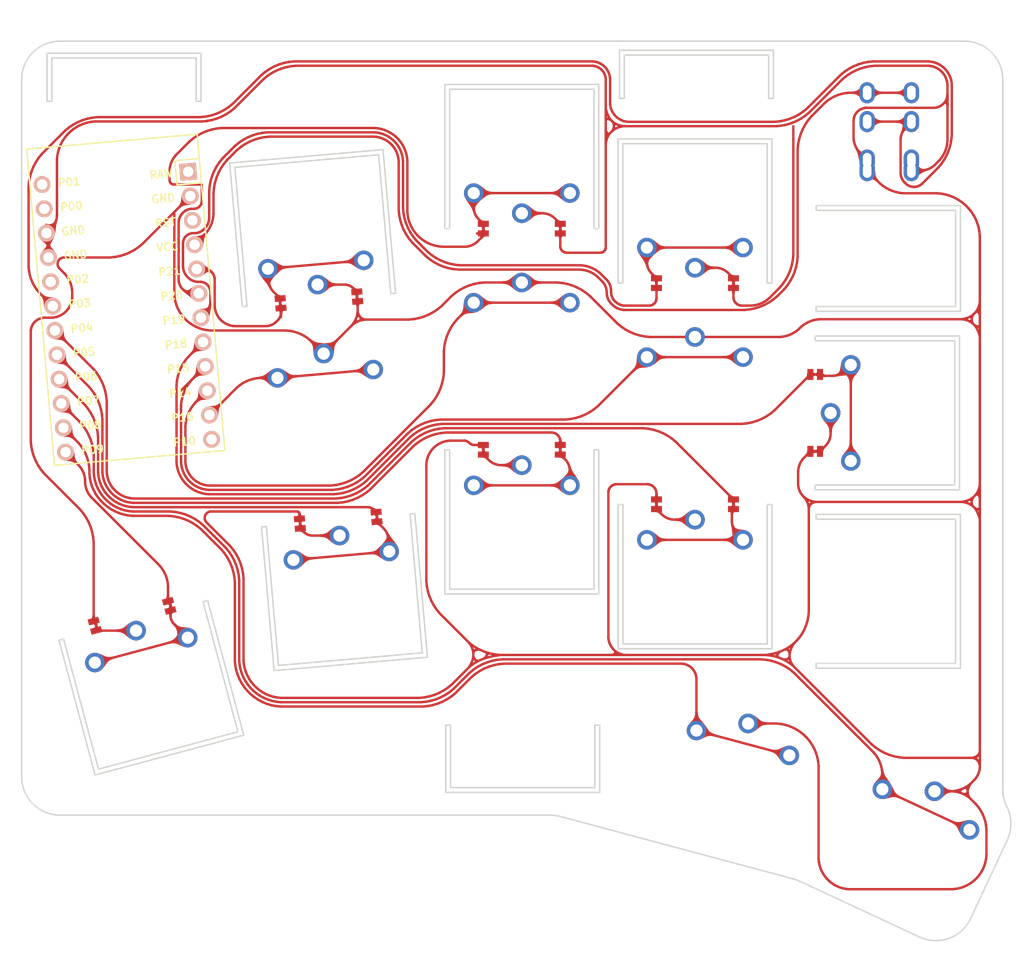
<source format=kicad_pcb>
(kicad_pcb (version 20171130) (host pcbnew "(5.1.10)-1")
  (title_block (title KEYBOARD_NAME_HERE) (rev VERSION_HERE) (company YOUR_NAME_HERE))
  (layers (0 F.Cu signal) (31 B.Cu signal) (34 B.Paste user) (35 F.Paste user) (36 B.SilkS user) (37 F.SilkS user) (38 B.Mask user) (39 F.Mask user) (44 Edge.Cuts user))
  (net 0 "")
  (net 1 P9)
  (net 2 GND)
  (net 3 P6)
  (net 4 P16)
  (net 5 P21)
  (net 6 P5)
  (net 7 P14)
  (net 8 P20)
  (net 9 P4)
  (net 10 P15)
  (net 11 P19)
  (net 12 P18)
  (net 13 P8)
  (net 14 P7)
  (net 15 RAW)
  (net 16 RST)
  (net 17 VCC)
  (net 18 P10)
  (net 19 P1)
  (net 20 P0)
  (net 21 P2)
  (net 22 P3)
  (module PG1350 (layer F.Cu) (at 74.1745 -6.7641 345)
    (fp_text reference S12 hide)
    (fp_text value "" hide)
    (pad "" np_thru_hole circle (at 0 0) (size 3.429 3.429) (drill 3.429) (layers *.Cu *.Mask))
    (pad "" np_thru_hole circle (at 5.5 0) (size 1.7018 1.7018) (drill 1.7018) (layers *.Cu *.Mask))
    (pad "" np_thru_hole circle (at -5.5 0) (size 1.7018 1.7018) (drill 1.7018) (layers *.Cu *.Mask))
    (pad 1 thru_hole circle (at 5 -3.8) (size 2.032 2.032) (drill 1.27) (layers *.Cu *.Mask) (net 13 P8))
    (pad 2 thru_hole circle (at 0 -5.9) (size 2.032 2.032) (drill 1.27) (layers *.Cu *.Mask) (net 2 GND))
    (pad 1 thru_hole circle (at -5 -3.8) (size 2.032 2.032) (drill 1.27) (layers *.Cu *.Mask) (net 13 P8))
    (pad 2 thru_hole circle (at 0 -5.9) (size 2.032 2.032) (drill 1.27) (layers *.Cu *.Mask) (net 2 GND))
  )
  (module PG1350 (layer F.Cu) (at 13.6001 -16.4207 15)
    (fp_text reference S1 hide)
    (fp_text value "" hide)
    (pad "" np_thru_hole circle (at 0 0) (size 3.429 3.429) (drill 3.429) (layers *.Cu *.Mask))
    (pad "" np_thru_hole circle (at 5.5 0) (size 1.7018 1.7018) (drill 1.7018) (layers *.Cu *.Mask))
    (pad "" np_thru_hole circle (at -5.5 0) (size 1.7018 1.7018) (drill 1.7018) (layers *.Cu *.Mask))
    (pad 1 thru_hole circle (at 5 -3.8) (size 2.032 2.032) (drill 1.27) (layers *.Cu *.Mask) (net 1 P9))
    (pad 2 thru_hole circle (at 0 -5.9) (size 2.032 2.032) (drill 1.27) (layers *.Cu *.Mask) (net 2 GND))
    (pad 1 thru_hole circle (at -5 -3.8) (size 2.032 2.032) (drill 1.27) (layers *.Cu *.Mask) (net 1 P9))
    (pad 2 thru_hole circle (at 0 -5.9) (size 2.032 2.032) (drill 1.27) (layers *.Cu *.Mask) (net 2 GND))
  )
  (module lib:Jumper (layer F.Cu) (at 7.7952 -22.6299 105)
    (fp_text reference J1 hide)
    (fp_text value Jumper)
    (pad 1 smd rect (at -0.50038 0 105) (size 0.635 1.143) (layers F.Cu F.Paste F.Mask) (net 2 GND) (clearance 0.1905))
    (pad 2 smd rect (at 0.50038 0 105) (size 0.635 1.143) (layers F.Cu F.Paste F.Mask) (net 2 GND) (clearance 0.1905))
  )
  (module lib:Jumper (layer F.Cu) (at 15.5226 -24.7005 105)
    (fp_text reference J2 hide)
    (fp_text value Jumper)
    (pad 1 smd rect (at -0.50038 0 105) (size 0.635 1.143) (layers F.Cu F.Paste F.Mask) (net 1 P9) (clearance 0.1905))
    (pad 2 smd rect (at 0.50038 0 105) (size 0.635 1.143) (layers F.Cu F.Paste F.Mask) (net 1 P9) (clearance 0.1905))
  )
  (module PG1350 (layer F.Cu) (at 33.7407 -26.1297 5)
    (fp_text reference S2 hide)
    (fp_text value "" hide)
    (pad "" np_thru_hole circle (at 0 0) (size 3.429 3.429) (drill 3.429) (layers *.Cu *.Mask))
    (pad "" np_thru_hole circle (at 5.5 0) (size 1.7018 1.7018) (drill 1.7018) (layers *.Cu *.Mask))
    (pad "" np_thru_hole circle (at -5.5 0) (size 1.7018 1.7018) (drill 1.7018) (layers *.Cu *.Mask))
    (pad 1 thru_hole circle (at 5 -3.8) (size 2.032 2.032) (drill 1.27) (layers *.Cu *.Mask) (net 3 P6))
    (pad 2 thru_hole circle (at 0 -5.9) (size 2.032 2.032) (drill 1.27) (layers *.Cu *.Mask) (net 2 GND))
    (pad 1 thru_hole circle (at -5 -3.8) (size 2.032 2.032) (drill 1.27) (layers *.Cu *.Mask) (net 3 P6))
    (pad 2 thru_hole circle (at 0 -5.9) (size 2.032 2.032) (drill 1.27) (layers *.Cu *.Mask) (net 2 GND))
  )
  (module lib:Jumper (layer F.Cu) (at 29.1022 -33.2526 95)
    (fp_text reference J3 hide)
    (fp_text value Jumper)
    (pad 1 smd rect (at -0.50038 0 95) (size 0.635 1.143) (layers F.Cu F.Paste F.Mask) (net 2 GND) (clearance 0.1905))
    (pad 2 smd rect (at 0.50038 0 95) (size 0.635 1.143) (layers F.Cu F.Paste F.Mask) (net 2 GND) (clearance 0.1905))
  )
  (module lib:Jumper (layer F.Cu) (at 37.0718 -33.9498 95)
    (fp_text reference J4 hide)
    (fp_text value Jumper)
    (pad 1 smd rect (at -0.50038 0 95) (size 0.635 1.143) (layers F.Cu F.Paste F.Mask) (net 3 P6) (clearance 0.1905))
    (pad 2 smd rect (at 0.50038 0 95) (size 0.635 1.143) (layers F.Cu F.Paste F.Mask) (net 3 P6) (clearance 0.1905))
  )
  (module PG1350 (layer F.Cu) (at 32.0847 -45.0574 5)
    (fp_text reference S3 hide)
    (fp_text value "" hide)
    (pad "" np_thru_hole circle (at 0 0) (size 3.429 3.429) (drill 3.429) (layers *.Cu *.Mask))
    (pad "" np_thru_hole circle (at 5.5 0) (size 1.7018 1.7018) (drill 1.7018) (layers *.Cu *.Mask))
    (pad "" np_thru_hole circle (at -5.5 0) (size 1.7018 1.7018) (drill 1.7018) (layers *.Cu *.Mask))
    (pad 1 thru_hole circle (at 5 -3.8) (size 2.032 2.032) (drill 1.27) (layers *.Cu *.Mask) (net 4 P16))
    (pad 2 thru_hole circle (at 0 -5.9) (size 2.032 2.032) (drill 1.27) (layers *.Cu *.Mask) (net 2 GND))
    (pad 1 thru_hole circle (at -5 -3.8) (size 2.032 2.032) (drill 1.27) (layers *.Cu *.Mask) (net 4 P16))
    (pad 2 thru_hole circle (at 0 -5.9) (size 2.032 2.032) (drill 1.27) (layers *.Cu *.Mask) (net 2 GND))
  )
  (module PG1350 (layer F.Cu) (at 30.4288 -63.9851 185)
    (fp_text reference S4 hide)
    (fp_text value "" hide)
    (pad "" np_thru_hole circle (at 0 0) (size 3.429 3.429) (drill 3.429) (layers *.Cu *.Mask))
    (pad "" np_thru_hole circle (at 5.5 0) (size 1.7018 1.7018) (drill 1.7018) (layers *.Cu *.Mask))
    (pad "" np_thru_hole circle (at -5.5 0) (size 1.7018 1.7018) (drill 1.7018) (layers *.Cu *.Mask))
    (pad 1 thru_hole circle (at 5 -3.8) (size 2.032 2.032) (drill 1.27) (layers *.Cu *.Mask) (net 5 P21))
    (pad 2 thru_hole circle (at 0 -5.9) (size 2.032 2.032) (drill 1.27) (layers *.Cu *.Mask) (net 2 GND))
    (pad 1 thru_hole circle (at -5 -3.8) (size 2.032 2.032) (drill 1.27) (layers *.Cu *.Mask) (net 5 P21))
    (pad 2 thru_hole circle (at 0 -5.9) (size 2.032 2.032) (drill 1.27) (layers *.Cu *.Mask) (net 2 GND))
  )
  (module lib:Jumper (layer F.Cu) (at 35.0672 -56.8623 275)
    (fp_text reference J5 hide)
    (fp_text value Jumper)
    (pad 1 smd rect (at -0.50038 0 275) (size 0.635 1.143) (layers F.Cu F.Paste F.Mask) (net 2 GND) (clearance 0.1905))
    (pad 2 smd rect (at 0.50038 0 275) (size 0.635 1.143) (layers F.Cu F.Paste F.Mask) (net 2 GND) (clearance 0.1905))
  )
  (module lib:Jumper (layer F.Cu) (at 27.0977 -56.165 275)
    (fp_text reference J6 hide)
    (fp_text value Jumper)
    (pad 1 smd rect (at -0.50038 0 275) (size 0.635 1.143) (layers F.Cu F.Paste F.Mask) (net 5 P21) (clearance 0.1905))
    (pad 2 smd rect (at 0.50038 0 275) (size 0.635 1.143) (layers F.Cu F.Paste F.Mask) (net 5 P21) (clearance 0.1905))
  )
  (module PG1350 (layer F.Cu) (at 52.1745 -33.4308)
    (fp_text reference S5 hide)
    (fp_text value "" hide)
    (pad "" np_thru_hole circle (at 0 0) (size 3.429 3.429) (drill 3.429) (layers *.Cu *.Mask))
    (pad "" np_thru_hole circle (at 5.5 0) (size 1.7018 1.7018) (drill 1.7018) (layers *.Cu *.Mask))
    (pad "" np_thru_hole circle (at -5.5 0) (size 1.7018 1.7018) (drill 1.7018) (layers *.Cu *.Mask))
    (pad 1 thru_hole circle (at 5 -3.8) (size 2.032 2.032) (drill 1.27) (layers *.Cu *.Mask) (net 6 P5))
    (pad 2 thru_hole circle (at 0 -5.9) (size 2.032 2.032) (drill 1.27) (layers *.Cu *.Mask) (net 2 GND))
    (pad 1 thru_hole circle (at -5 -3.8) (size 2.032 2.032) (drill 1.27) (layers *.Cu *.Mask) (net 6 P5))
    (pad 2 thru_hole circle (at 0 -5.9) (size 2.032 2.032) (drill 1.27) (layers *.Cu *.Mask) (net 2 GND))
  )
  (module lib:Jumper (layer F.Cu) (at 48.1745 -40.9308 90)
    (fp_text reference J7 hide)
    (fp_text value Jumper)
    (pad 1 smd rect (at -0.50038 0 90) (size 0.635 1.143) (layers F.Cu F.Paste F.Mask) (net 2 GND) (clearance 0.1905))
    (pad 2 smd rect (at 0.50038 0 90) (size 0.635 1.143) (layers F.Cu F.Paste F.Mask) (net 2 GND) (clearance 0.1905))
  )
  (module lib:Jumper (layer F.Cu) (at 56.1745 -40.9308 90)
    (fp_text reference J8 hide)
    (fp_text value Jumper)
    (pad 1 smd rect (at -0.50038 0 90) (size 0.635 1.143) (layers F.Cu F.Paste F.Mask) (net 6 P5) (clearance 0.1905))
    (pad 2 smd rect (at 0.50038 0 90) (size 0.635 1.143) (layers F.Cu F.Paste F.Mask) (net 6 P5) (clearance 0.1905))
  )
  (module PG1350 (layer F.Cu) (at 52.1745 -52.4308)
    (fp_text reference S6 hide)
    (fp_text value "" hide)
    (pad "" np_thru_hole circle (at 0 0) (size 3.429 3.429) (drill 3.429) (layers *.Cu *.Mask))
    (pad "" np_thru_hole circle (at 5.5 0) (size 1.7018 1.7018) (drill 1.7018) (layers *.Cu *.Mask))
    (pad "" np_thru_hole circle (at -5.5 0) (size 1.7018 1.7018) (drill 1.7018) (layers *.Cu *.Mask))
    (pad 1 thru_hole circle (at 5 -3.8) (size 2.032 2.032) (drill 1.27) (layers *.Cu *.Mask) (net 7 P14))
    (pad 2 thru_hole circle (at 0 -5.9) (size 2.032 2.032) (drill 1.27) (layers *.Cu *.Mask) (net 2 GND))
    (pad 1 thru_hole circle (at -5 -3.8) (size 2.032 2.032) (drill 1.27) (layers *.Cu *.Mask) (net 7 P14))
    (pad 2 thru_hole circle (at 0 -5.9) (size 2.032 2.032) (drill 1.27) (layers *.Cu *.Mask) (net 2 GND))
  )
  (module PG1350 (layer F.Cu) (at 52.1745 -71.4308 180)
    (fp_text reference S7 hide)
    (fp_text value "" hide)
    (pad "" np_thru_hole circle (at 0 0) (size 3.429 3.429) (drill 3.429) (layers *.Cu *.Mask))
    (pad "" np_thru_hole circle (at 5.5 0) (size 1.7018 1.7018) (drill 1.7018) (layers *.Cu *.Mask))
    (pad "" np_thru_hole circle (at -5.5 0) (size 1.7018 1.7018) (drill 1.7018) (layers *.Cu *.Mask))
    (pad 1 thru_hole circle (at 5 -3.8) (size 2.032 2.032) (drill 1.27) (layers *.Cu *.Mask) (net 8 P20))
    (pad 2 thru_hole circle (at 0 -5.9) (size 2.032 2.032) (drill 1.27) (layers *.Cu *.Mask) (net 2 GND))
    (pad 1 thru_hole circle (at -5 -3.8) (size 2.032 2.032) (drill 1.27) (layers *.Cu *.Mask) (net 8 P20))
    (pad 2 thru_hole circle (at 0 -5.9) (size 2.032 2.032) (drill 1.27) (layers *.Cu *.Mask) (net 2 GND))
  )
  (module lib:Jumper (layer F.Cu) (at 56.1745 -63.9308 270)
    (fp_text reference J9 hide)
    (fp_text value Jumper)
    (pad 1 smd rect (at -0.50038 0 270) (size 0.635 1.143) (layers F.Cu F.Paste F.Mask) (net 2 GND) (clearance 0.1905))
    (pad 2 smd rect (at 0.50038 0 270) (size 0.635 1.143) (layers F.Cu F.Paste F.Mask) (net 2 GND) (clearance 0.1905))
  )
  (module lib:Jumper (layer F.Cu) (at 48.1745 -63.9308 270)
    (fp_text reference J10 hide)
    (fp_text value Jumper)
    (pad 1 smd rect (at -0.50038 0 270) (size 0.635 1.143) (layers F.Cu F.Paste F.Mask) (net 8 P20) (clearance 0.1905))
    (pad 2 smd rect (at 0.50038 0 270) (size 0.635 1.143) (layers F.Cu F.Paste F.Mask) (net 8 P20) (clearance 0.1905))
  )
  (module PG1350 (layer F.Cu) (at 70.1745 -27.7641)
    (fp_text reference S8 hide)
    (fp_text value "" hide)
    (pad "" np_thru_hole circle (at 0 0) (size 3.429 3.429) (drill 3.429) (layers *.Cu *.Mask))
    (pad "" np_thru_hole circle (at 5.5 0) (size 1.7018 1.7018) (drill 1.7018) (layers *.Cu *.Mask))
    (pad "" np_thru_hole circle (at -5.5 0) (size 1.7018 1.7018) (drill 1.7018) (layers *.Cu *.Mask))
    (pad 1 thru_hole circle (at 5 -3.8) (size 2.032 2.032) (drill 1.27) (layers *.Cu *.Mask) (net 9 P4))
    (pad 2 thru_hole circle (at 0 -5.9) (size 2.032 2.032) (drill 1.27) (layers *.Cu *.Mask) (net 2 GND))
    (pad 1 thru_hole circle (at -5 -3.8) (size 2.032 2.032) (drill 1.27) (layers *.Cu *.Mask) (net 9 P4))
    (pad 2 thru_hole circle (at 0 -5.9) (size 2.032 2.032) (drill 1.27) (layers *.Cu *.Mask) (net 2 GND))
  )
  (module lib:Jumper (layer F.Cu) (at 66.1745 -35.2641 90)
    (fp_text reference J11 hide)
    (fp_text value Jumper)
    (pad 1 smd rect (at -0.50038 0 90) (size 0.635 1.143) (layers F.Cu F.Paste F.Mask) (net 2 GND) (clearance 0.1905))
    (pad 2 smd rect (at 0.50038 0 90) (size 0.635 1.143) (layers F.Cu F.Paste F.Mask) (net 2 GND) (clearance 0.1905))
  )
  (module lib:Jumper (layer F.Cu) (at 74.1745 -35.2641 90)
    (fp_text reference J12 hide)
    (fp_text value Jumper)
    (pad 1 smd rect (at -0.50038 0 90) (size 0.635 1.143) (layers F.Cu F.Paste F.Mask) (net 9 P4) (clearance 0.1905))
    (pad 2 smd rect (at 0.50038 0 90) (size 0.635 1.143) (layers F.Cu F.Paste F.Mask) (net 9 P4) (clearance 0.1905))
  )
  (module PG1350 (layer F.Cu) (at 70.1745 -46.7641)
    (fp_text reference S9 hide)
    (fp_text value "" hide)
    (pad "" np_thru_hole circle (at 0 0) (size 3.429 3.429) (drill 3.429) (layers *.Cu *.Mask))
    (pad "" np_thru_hole circle (at 5.5 0) (size 1.7018 1.7018) (drill 1.7018) (layers *.Cu *.Mask))
    (pad "" np_thru_hole circle (at -5.5 0) (size 1.7018 1.7018) (drill 1.7018) (layers *.Cu *.Mask))
    (pad 1 thru_hole circle (at 5 -3.8) (size 2.032 2.032) (drill 1.27) (layers *.Cu *.Mask) (net 10 P15))
    (pad 2 thru_hole circle (at 0 -5.9) (size 2.032 2.032) (drill 1.27) (layers *.Cu *.Mask) (net 2 GND))
    (pad 1 thru_hole circle (at -5 -3.8) (size 2.032 2.032) (drill 1.27) (layers *.Cu *.Mask) (net 10 P15))
    (pad 2 thru_hole circle (at 0 -5.9) (size 2.032 2.032) (drill 1.27) (layers *.Cu *.Mask) (net 2 GND))
  )
  (module PG1350 (layer F.Cu) (at 70.1745 -65.7641 180)
    (fp_text reference S10 hide)
    (fp_text value "" hide)
    (pad "" np_thru_hole circle (at 0 0) (size 3.429 3.429) (drill 3.429) (layers *.Cu *.Mask))
    (pad "" np_thru_hole circle (at 5.5 0) (size 1.7018 1.7018) (drill 1.7018) (layers *.Cu *.Mask))
    (pad "" np_thru_hole circle (at -5.5 0) (size 1.7018 1.7018) (drill 1.7018) (layers *.Cu *.Mask))
    (pad 1 thru_hole circle (at 5 -3.8) (size 2.032 2.032) (drill 1.27) (layers *.Cu *.Mask) (net 11 P19))
    (pad 2 thru_hole circle (at 0 -5.9) (size 2.032 2.032) (drill 1.27) (layers *.Cu *.Mask) (net 2 GND))
    (pad 1 thru_hole circle (at -5 -3.8) (size 2.032 2.032) (drill 1.27) (layers *.Cu *.Mask) (net 11 P19))
    (pad 2 thru_hole circle (at 0 -5.9) (size 2.032 2.032) (drill 1.27) (layers *.Cu *.Mask) (net 2 GND))
  )
  (module lib:Jumper (layer F.Cu) (at 74.1745 -58.2641 270)
    (fp_text reference J13 hide)
    (fp_text value Jumper)
    (pad 1 smd rect (at -0.50038 0 270) (size 0.635 1.143) (layers F.Cu F.Paste F.Mask) (net 2 GND) (clearance 0.1905))
    (pad 2 smd rect (at 0.50038 0 270) (size 0.635 1.143) (layers F.Cu F.Paste F.Mask) (net 2 GND) (clearance 0.1905))
  )
  (module lib:Jumper (layer F.Cu) (at 66.1745 -58.2641 270)
    (fp_text reference J14 hide)
    (fp_text value Jumper)
    (pad 1 smd rect (at -0.50038 0 270) (size 0.635 1.143) (layers F.Cu F.Paste F.Mask) (net 11 P19) (clearance 0.1905))
    (pad 2 smd rect (at 0.50038 0 270) (size 0.635 1.143) (layers F.Cu F.Paste F.Mask) (net 11 P19) (clearance 0.1905))
  )
  (module PG1350 (layer F.Cu) (at 90.1745 -44.7641 90)
    (fp_text reference S11 hide)
    (fp_text value "" hide)
    (pad "" np_thru_hole circle (at 0 0) (size 3.429 3.429) (drill 3.429) (layers *.Cu *.Mask))
    (pad "" np_thru_hole circle (at 5.5 0) (size 1.7018 1.7018) (drill 1.7018) (layers *.Cu *.Mask))
    (pad "" np_thru_hole circle (at -5.5 0) (size 1.7018 1.7018) (drill 1.7018) (layers *.Cu *.Mask))
    (pad 1 thru_hole circle (at 5 -3.8) (size 2.032 2.032) (drill 1.27) (layers *.Cu *.Mask) (net 12 P18))
    (pad 2 thru_hole circle (at 0 -5.9) (size 2.032 2.032) (drill 1.27) (layers *.Cu *.Mask) (net 2 GND))
    (pad 1 thru_hole circle (at -5 -3.8) (size 2.032 2.032) (drill 1.27) (layers *.Cu *.Mask) (net 12 P18))
    (pad 2 thru_hole circle (at 0 -5.9) (size 2.032 2.032) (drill 1.27) (layers *.Cu *.Mask) (net 2 GND))
  )
  (module lib:Jumper (layer F.Cu) (at 82.6745 -40.7641 180)
    (fp_text reference J15 hide)
    (fp_text value Jumper)
    (pad 1 smd rect (at -0.50038 0 180) (size 0.635 1.143) (layers F.Cu F.Paste F.Mask) (net 2 GND) (clearance 0.1905))
    (pad 2 smd rect (at 0.50038 0 180) (size 0.635 1.143) (layers F.Cu F.Paste F.Mask) (net 2 GND) (clearance 0.1905))
  )
  (module lib:Jumper (layer F.Cu) (at 82.6745 -48.7641 180)
    (fp_text reference J16 hide)
    (fp_text value Jumper)
    (pad 1 smd rect (at -0.50038 0 180) (size 0.635 1.143) (layers F.Cu F.Paste F.Mask) (net 12 P18) (clearance 0.1905))
    (pad 2 smd rect (at 0.50038 0 180) (size 0.635 1.143) (layers F.Cu F.Paste F.Mask) (net 12 P18) (clearance 0.1905))
  )
  (module PG1350 (layer F.Cu) (at 92.5807 -0.0648 335)
    (fp_text reference S13 hide)
    (fp_text value "" hide)
    (pad "" np_thru_hole circle (at 0 0) (size 3.429 3.429) (drill 3.429) (layers *.Cu *.Mask))
    (pad "" np_thru_hole circle (at 5.5 0) (size 1.7018 1.7018) (drill 1.7018) (layers *.Cu *.Mask))
    (pad "" np_thru_hole circle (at -5.5 0) (size 1.7018 1.7018) (drill 1.7018) (layers *.Cu *.Mask))
    (pad 1 thru_hole circle (at 5 -3.8) (size 2.032 2.032) (drill 1.27) (layers *.Cu *.Mask) (net 14 P7))
    (pad 2 thru_hole circle (at 0 -5.9) (size 2.032 2.032) (drill 1.27) (layers *.Cu *.Mask) (net 2 GND))
    (pad 1 thru_hole circle (at -5 -3.8) (size 2.032 2.032) (drill 1.27) (layers *.Cu *.Mask) (net 14 P7))
    (pad 2 thru_hole circle (at 0 -5.9) (size 2.032 2.032) (drill 1.27) (layers *.Cu *.Mask) (net 2 GND))
  )
  (module ProMicro (layer F.Cu) (at 11.115 -55.2686 275)
    (fp_text reference C1 hide)
    (fp_text value "" hide)
    (fp_text user RAW (at -13.97 -4.8 5) (layer F.SilkS) (effects (font (size 0.8 0.8))))
    (fp_text user GND (at -11.43 -4.8 5) (layer F.SilkS) (effects (font (size 0.8 0.8))))
    (fp_text user RST (at -8.89 -4.8 5) (layer F.SilkS) (effects (font (size 0.8 0.8))))
    (fp_text user VCC (at -6.35 -4.8 5) (layer F.SilkS) (effects (font (size 0.8 0.8))))
    (fp_text user P21 (at -3.81 -4.8 5) (layer F.SilkS) (effects (font (size 0.8 0.8))))
    (fp_text user P20 (at -1.27 -4.8 5) (layer F.SilkS) (effects (font (size 0.8 0.8))))
    (fp_text user P19 (at 1.27 -4.8 5) (layer F.SilkS) (effects (font (size 0.8 0.8))))
    (fp_text user P18 (at 3.81 -4.8 5) (layer F.SilkS) (effects (font (size 0.8 0.8))))
    (fp_text user P15 (at 6.35 -4.8 5) (layer F.SilkS) (effects (font (size 0.8 0.8))))
    (fp_text user P14 (at 8.89 -4.8 5) (layer F.SilkS) (effects (font (size 0.8 0.8))))
    (fp_text user P16 (at 11.43 -4.8 5) (layer F.SilkS) (effects (font (size 0.8 0.8))))
    (fp_text user P10 (at 13.97 -4.8 5) (layer F.SilkS) (effects (font (size 0.8 0.8))))
    (fp_text user P01 (at -13.97 4.8 5) (layer F.SilkS) (effects (font (size 0.8 0.8))))
    (fp_text user P00 (at -11.43 4.8 5) (layer F.SilkS) (effects (font (size 0.8 0.8))))
    (fp_text user GND (at -8.89 4.8 5) (layer F.SilkS) (effects (font (size 0.8 0.8))))
    (fp_text user GND (at -6.35 4.8 5) (layer F.SilkS) (effects (font (size 0.8 0.8))))
    (fp_text user P02 (at -3.81 4.8 5) (layer F.SilkS) (effects (font (size 0.8 0.8))))
    (fp_text user P03 (at -1.27 4.8 5) (layer F.SilkS) (effects (font (size 0.8 0.8))))
    (fp_text user P04 (at 1.27 4.8 5) (layer F.SilkS) (effects (font (size 0.8 0.8))))
    (fp_text user P05 (at 3.81 4.8 5) (layer F.SilkS) (effects (font (size 0.8 0.8))))
    (fp_text user P06 (at 6.35 4.8 5) (layer F.SilkS) (effects (font (size 0.8 0.8))))
    (fp_text user P07 (at 8.89 4.8 5) (layer F.SilkS) (effects (font (size 0.8 0.8))))
    (fp_text user P08 (at 11.43 4.8 5) (layer F.SilkS) (effects (font (size 0.8 0.8))))
    (fp_text user P09 (at 13.97 4.8 5) (layer F.SilkS) (effects (font (size 0.8 0.8))))
    (pad 1 thru_hole rect (at -13.97 -7.62 275) (size 1.7526 1.7526) (drill 1.0922) (layers *.Cu *.SilkS *.Mask) (net 15 RAW))
    (pad 2 thru_hole circle (at -11.43 -7.62) (size 1.7526 1.7526) (drill 1.0922) (layers *.Cu *.SilkS *.Mask) (net 2 GND))
    (pad 3 thru_hole circle (at -8.89 -7.62) (size 1.7526 1.7526) (drill 1.0922) (layers *.Cu *.SilkS *.Mask) (net 16 RST))
    (pad 4 thru_hole circle (at -6.35 -7.62) (size 1.7526 1.7526) (drill 1.0922) (layers *.Cu *.SilkS *.Mask) (net 17 VCC))
    (pad 5 thru_hole circle (at -3.81 -7.62) (size 1.7526 1.7526) (drill 1.0922) (layers *.Cu *.SilkS *.Mask) (net 5 P21))
    (pad 6 thru_hole circle (at -1.27 -7.62) (size 1.7526 1.7526) (drill 1.0922) (layers *.Cu *.SilkS *.Mask) (net 8 P20))
    (pad 7 thru_hole circle (at 1.27 -7.62) (size 1.7526 1.7526) (drill 1.0922) (layers *.Cu *.SilkS *.Mask) (net 11 P19))
    (pad 8 thru_hole circle (at 3.81 -7.62) (size 1.7526 1.7526) (drill 1.0922) (layers *.Cu *.SilkS *.Mask) (net 12 P18))
    (pad 9 thru_hole circle (at 6.35 -7.62) (size 1.7526 1.7526) (drill 1.0922) (layers *.Cu *.SilkS *.Mask) (net 10 P15))
    (pad 10 thru_hole circle (at 8.89 -7.62) (size 1.7526 1.7526) (drill 1.0922) (layers *.Cu *.SilkS *.Mask) (net 7 P14))
    (pad 11 thru_hole circle (at 11.43 -7.62) (size 1.7526 1.7526) (drill 1.0922) (layers *.Cu *.SilkS *.Mask) (net 4 P16))
    (pad 12 thru_hole circle (at 13.97 -7.62) (size 1.7526 1.7526) (drill 1.0922) (layers *.Cu *.SilkS *.Mask) (net 18 P10))
    (pad 13 thru_hole circle (at -13.97 7.62) (size 1.7526 1.7526) (drill 1.0922) (layers *.Cu *.SilkS *.Mask) (net 19 P1))
    (pad 14 thru_hole circle (at -11.43 7.62) (size 1.7526 1.7526) (drill 1.0922) (layers *.Cu *.SilkS *.Mask) (net 20 P0))
    (pad 15 thru_hole circle (at -8.89 7.62) (size 1.7526 1.7526) (drill 1.0922) (layers *.Cu *.SilkS *.Mask) (net 2 GND))
    (pad 16 thru_hole circle (at -6.35 7.62) (size 1.7526 1.7526) (drill 1.0922) (layers *.Cu *.SilkS *.Mask) (net 2 GND))
    (pad 17 thru_hole circle (at -3.81 7.62) (size 1.7526 1.7526) (drill 1.0922) (layers *.Cu *.SilkS *.Mask) (net 21 P2))
    (pad 18 thru_hole circle (at -1.27 7.62) (size 1.7526 1.7526) (drill 1.0922) (layers *.Cu *.SilkS *.Mask) (net 22 P3))
    (pad 19 thru_hole circle (at 1.27 7.62) (size 1.7526 1.7526) (drill 1.0922) (layers *.Cu *.SilkS *.Mask) (net 9 P4))
    (pad 20 thru_hole circle (at 3.81 7.62) (size 1.7526 1.7526) (drill 1.0922) (layers *.Cu *.SilkS *.Mask) (net 6 P5))
    (pad 21 thru_hole circle (at 6.35 7.62) (size 1.7526 1.7526) (drill 1.0922) (layers *.Cu *.SilkS *.Mask) (net 3 P6))
    (pad 22 thru_hole circle (at 8.89 7.62) (size 1.7526 1.7526) (drill 1.0922) (layers *.Cu *.SilkS *.Mask) (net 14 P7))
    (pad 23 thru_hole circle (at 11.43 7.62) (size 1.7526 1.7526) (drill 1.0922) (layers *.Cu *.SilkS *.Mask) (net 13 P8))
    (pad 24 thru_hole circle (at 13.97 7.62) (size 1.7526 1.7526) (drill 1.0922) (layers *.Cu *.SilkS *.Mask) (net 1 P9))
  )
  (module TRRS-PJ-320A-dual (layer F.Cu) (at 92.67451 -81.264116)
    (fp_text reference REF**)
    (fp_text value TRRS-PJ-320A-dual)
    (pad "" np_thru_hole circle (at -2.3 8.6) (size 1.5 1.5) (drill 1.5) (layers *.Cu *.Mask))
    (pad "" np_thru_hole circle (at -2.3 1.6) (size 1.5 1.5) (drill 1.5) (layers *.Cu *.Mask))
    (pad 1 thru_hole oval (at 0 11.3) (size 1.6 2.2) (drill oval 0.9 1.5) (layers *.Cu *.Mask) (net 2 GND))
    (pad 2 thru_hole oval (at -4.6 10.2) (size 1.6 2.2) (drill oval 0.9 1.5) (layers *.Cu *.Mask) (net 2 GND))
    (pad 3 thru_hole oval (at -4.6 6.2) (size 1.6 2.2) (drill oval 0.9 1.5) (layers *.Cu *.Mask) (net 22 P3))
    (pad 4 thru_hole oval (at -4.6 3.2) (size 1.6 2.2) (drill oval 0.9 1.5) (layers *.Cu *.Mask) (net 17 VCC))
    (pad 1 thru_hole oval (at -4.6 11.3) (size 1.6 2.2) (drill oval 0.9 1.5) (layers *.Cu *.Mask) (net 2 GND))
    (pad 2 thru_hole oval (at 0 10.2) (size 1.6 2.2) (drill oval 0.9 1.5) (layers *.Cu *.Mask) (net 2 GND))
    (pad 3 thru_hole oval (at 0 6.2) (size 1.6 2.2) (drill oval 0.9 1.5) (layers *.Cu *.Mask) (net 22 P3))
    (pad 4 thru_hole oval (at 0 3.2) (size 1.6 2.2) (drill oval 0.9 1.5) (layers *.Cu *.Mask) (net 17 VCC))
  )
  (gr_line (start 102.17451 -5.59766) (end 102.17451 -79.430782) (angle 90) (layer Edge.Cuts) (width 0.15))
  (gr_arc (start 106.17451 -5.59766) (end 102.17451 -5.59766) (angle -26.48380111) (layer Edge.Cuts) (width 0.15))
  (gr_arc (start 95.210462 6.126668) (end 93.519989 9.751899) (angle -90) (layer Edge.Cuts) (width 0.15))
  (gr_line (start 81.069555 3.946167) (end 93.519989 9.751899) (angle 90) (layer Edge.Cuts) (width 0.15))
  (gr_line (start 98.835693 7.817141) (end 102.639257 -0.339629) (angle 90) (layer Edge.Cuts) (width 0.15))
  (gr_arc (start 99.014026 -2.030102) (end 102.639257 -0.339629) (angle -51.48380111) (layer Edge.Cuts) (width 0.15))
  (gr_line (start 78.329968 -77.48002) (end 78.329968 -82.48002) (angle 90) (layer Edge.Cuts) (width 0.15))
  (gr_line (start 77.829968 -77.48002) (end 78.329968 -77.48002) (angle 90) (layer Edge.Cuts) (width 0.15))
  (gr_line (start 77.829968 -81.98002) (end 62.829968 -81.98002) (angle 90) (layer Edge.Cuts) (width 0.15))
  (gr_line (start 62.829968 -81.98002) (end 62.829968 -77.48002) (angle 90) (layer Edge.Cuts) (width 0.15))
  (gr_line (start 62.329968 -77.48002) (end 62.829968 -77.48002) (angle 90) (layer Edge.Cuts) (width 0.15))
  (gr_line (start 62.329968 -82.48002) (end 62.329968 -77.48002) (angle 90) (layer Edge.Cuts) (width 0.15))
  (gr_line (start 78.329968 -82.48002) (end 62.329968 -82.48002) (angle 90) (layer Edge.Cuts) (width 0.15))
  (gr_line (start 77.829968 -77.48002) (end 77.829968 -81.98002) (angle 90) (layer Edge.Cuts) (width 0.15))
  (gr_line (start 62.684494 -35.234125) (end 62.184494 -35.234125) (angle 90) (layer Edge.Cuts) (width 0.15))
  (gr_line (start 77.684494 -20.734125) (end 77.684494 -35.234125) (angle 90) (layer Edge.Cuts) (width 0.15))
  (gr_line (start 78.184494 -20.234125) (end 78.184494 -35.234125) (angle 90) (layer Edge.Cuts) (width 0.15))
  (gr_line (start 78.184494 -35.234125) (end 77.684494 -35.234125) (angle 90) (layer Edge.Cuts) (width 0.15))
  (gr_line (start 62.184494 -35.234125) (end 62.184494 -20.234125) (angle 90) (layer Edge.Cuts) (width 0.15))
  (gr_line (start 62.684494 -20.734125) (end 77.684494 -20.734125) (angle 90) (layer Edge.Cuts) (width 0.15))
  (gr_line (start 62.684494 -35.234125) (end 62.684494 -20.734125) (angle 90) (layer Edge.Cuts) (width 0.15))
  (gr_line (start 62.184494 -20.234125) (end 78.184494 -20.234125) (angle 90) (layer Edge.Cuts) (width 0.15))
  (gr_line (start 60.27 -5.29) (end 60.27 -12.29) (angle 90) (layer Edge.Cuts) (width 0.15))
  (gr_line (start 44.77 -5.79) (end 59.77 -5.79) (angle 90) (layer Edge.Cuts) (width 0.15))
  (gr_line (start 60.27 -12.29) (end 59.77 -12.29) (angle 90) (layer Edge.Cuts) (width 0.15))
  (gr_line (start 44.77 -12.29) (end 44.27 -12.29) (angle 90) (layer Edge.Cuts) (width 0.15))
  (gr_line (start 44.27 -12.29) (end 44.27 -5.29) (angle 90) (layer Edge.Cuts) (width 0.15))
  (gr_line (start 82.769994 -55.830026) (end 82.769994 -55.330026) (angle 90) (layer Edge.Cuts) (width 0.15))
  (gr_line (start 97.269994 -55.830026) (end 97.269994 -65.830026) (angle 90) (layer Edge.Cuts) (width 0.15))
  (gr_line (start 82.769994 -55.830026) (end 97.269994 -55.830026) (angle 90) (layer Edge.Cuts) (width 0.15))
  (gr_line (start 59.77 -5.79) (end 59.77 -12.29) (angle 90) (layer Edge.Cuts) (width 0.15))
  (gr_line (start 44.77 -12.29) (end 44.77 -5.79) (angle 90) (layer Edge.Cuts) (width 0.15))
  (gr_line (start 97.269994 -65.830026) (end 82.769994 -65.830026) (angle 90) (layer Edge.Cuts) (width 0.15))
  (gr_line (start 44.27 -5.29) (end 60.27 -5.29) (angle 90) (layer Edge.Cuts) (width 0.15))
  (gr_line (start 2.819968 -82.18002) (end 2.819968 -77.18002) (angle 90) (layer Edge.Cuts) (width 0.15))
  (gr_line (start 18.819968 -82.18002) (end 2.819968 -82.18002) (angle 90) (layer Edge.Cuts) (width 0.15))
  (gr_line (start 18.819968 -77.18002) (end 18.819968 -82.18002) (angle 90) (layer Edge.Cuts) (width 0.15))
  (gr_line (start 18.319968 -77.18002) (end 18.819968 -77.18002) (angle 90) (layer Edge.Cuts) (width 0.15))
  (gr_line (start 2.819968 -77.18002) (end 3.319968 -77.18002) (angle 90) (layer Edge.Cuts) (width 0.15))
  (gr_line (start 3.319968 -81.68002) (end 3.319968 -77.18002) (angle 90) (layer Edge.Cuts) (width 0.15))
  (gr_line (start 18.319968 -81.68002) (end 3.319968 -81.68002) (angle 90) (layer Edge.Cuts) (width 0.15))
  (gr_line (start 18.319968 -77.18002) (end 18.319968 -81.68002) (angle 90) (layer Edge.Cuts) (width 0.15))
  (gr_line (start 82.769994 -18.210026) (end 97.769994 -18.210026) (angle 90) (layer Edge.Cuts) (width 0.15))
  (gr_line (start 97.769994 -18.210026) (end 97.769994 -34.210026) (angle 90) (layer Edge.Cuts) (width 0.15))
  (gr_line (start 97.769994 -55.330026) (end 97.769994 -66.330026) (angle 90) (layer Edge.Cuts) (width 0.15))
  (gr_line (start 97.269994 -18.710026) (end 97.269994 -33.710026) (angle 90) (layer Edge.Cuts) (width 0.15))
  (gr_line (start 82.769994 -34.210026) (end 82.769994 -33.710026) (angle 90) (layer Edge.Cuts) (width 0.15))
  (gr_line (start 82.769994 -55.330026) (end 97.769994 -55.330026) (angle 90) (layer Edge.Cuts) (width 0.15))
  (gr_line (start 82.769994 -66.330026) (end 82.769994 -65.830026) (angle 90) (layer Edge.Cuts) (width 0.15))
  (gr_line (start 82.769994 -18.710026) (end 82.769994 -18.210026) (angle 90) (layer Edge.Cuts) (width 0.15))
  (gr_line (start 97.769994 -66.330026) (end 82.769994 -66.330026) (angle 90) (layer Edge.Cuts) (width 0.15))
  (gr_line (start 97.269994 -33.710026) (end 82.769994 -33.710026) (angle 90) (layer Edge.Cuts) (width 0.15))
  (gr_line (start 97.769994 -34.210026) (end 82.769994 -34.210026) (angle 90) (layer Edge.Cuts) (width 0.15))
  (gr_line (start 82.769994 -18.710026) (end 97.269994 -18.710026) (angle 90) (layer Edge.Cuts) (width 0.15))
  (gr_line (start 4.17451 -2.930782) (end 55.112616 -2.930782) (angle 90) (layer Edge.Cuts) (width 0.15))
  (gr_line (start 0.17451 -6.930782) (end 0.17451 -79.430782) (angle 90) (layer Edge.Cuts) (width 0.15))
  (gr_line (start 4.17451 -83.430782) (end 98.17451 -83.430782) (angle 90) (layer Edge.Cuts) (width 0.15))
  (gr_line (start 56.147893 -2.794486) (end 80.414358 3.707694) (angle 90) (layer Edge.Cuts) (width 0.15))
  (gr_line (start 7.813812 -7.105743) (end 23.268626 -11.246848) (angle 90) (layer Edge.Cuts) (width 0.15))
  (gr_line (start 23.268626 -11.246848) (end 19.51575 -25.252772) (angle 90) (layer Edge.Cuts) (width 0.15))
  (gr_line (start 19.51575 -25.252772) (end 19.032787 -25.123363) (angle 90) (layer Edge.Cuts) (width 0.15))
  (gr_line (start 4.543899 -21.241077) (end 4.060936 -21.111667) (angle 90) (layer Edge.Cuts) (width 0.15))
  (gr_line (start 4.060936 -21.111667) (end 7.813812 -7.105743) (angle 90) (layer Edge.Cuts) (width 0.15))
  (gr_line (start 8.167366 -7.718115) (end 22.656253 -11.600401) (angle 90) (layer Edge.Cuts) (width 0.15))
  (gr_line (start 22.656253 -11.600401) (end 19.032787 -25.123363) (angle 90) (layer Edge.Cuts) (width 0.15))
  (gr_line (start 4.543899 -21.241077) (end 8.167366 -7.718115) (angle 90) (layer Edge.Cuts) (width 0.15))
  (gr_line (start 37.744664 -72.153825) (end 21.805549 -70.759333) (angle 90) (layer Edge.Cuts) (width 0.15))
  (gr_line (start 21.805549 -70.759333) (end 23.112885 -55.816412) (angle 90) (layer Edge.Cuts) (width 0.15))
  (gr_line (start 23.112885 -55.816412) (end 23.610983 -55.85999) (angle 90) (layer Edge.Cuts) (width 0.15))
  (gr_line (start 38.553903 -57.167326) (end 39.052001 -57.210904) (angle 90) (layer Edge.Cuts) (width 0.15))
  (gr_line (start 39.052001 -57.210904) (end 37.744664 -72.153825) (angle 90) (layer Edge.Cuts) (width 0.15))
  (gr_line (start 37.290145 -71.612149) (end 22.347224 -70.304813) (angle 90) (layer Edge.Cuts) (width 0.15))
  (gr_line (start 22.347224 -70.304813) (end 23.610983 -55.85999) (angle 90) (layer Edge.Cuts) (width 0.15))
  (gr_line (start 38.553903 -57.167326) (end 37.290145 -71.612149) (angle 90) (layer Edge.Cuts) (width 0.15))
  (gr_line (start 60.17451 -78.930782) (end 44.17451 -78.930782) (angle 90) (layer Edge.Cuts) (width 0.15))
  (gr_line (start 44.17451 -78.930782) (end 44.17451 -63.930782) (angle 90) (layer Edge.Cuts) (width 0.15))
  (gr_line (start 44.17451 -63.930782) (end 44.67451 -63.930782) (angle 90) (layer Edge.Cuts) (width 0.15))
  (gr_line (start 59.67451 -63.930782) (end 60.17451 -63.930782) (angle 90) (layer Edge.Cuts) (width 0.15))
  (gr_line (start 60.17451 -63.930782) (end 60.17451 -78.930782) (angle 90) (layer Edge.Cuts) (width 0.15))
  (gr_line (start 59.67451 -78.430782) (end 44.67451 -78.430782) (angle 90) (layer Edge.Cuts) (width 0.15))
  (gr_line (start 44.67451 -78.430782) (end 44.67451 -63.930782) (angle 90) (layer Edge.Cuts) (width 0.15))
  (gr_line (start 59.67451 -63.930782) (end 59.67451 -78.430782) (angle 90) (layer Edge.Cuts) (width 0.15))
  (gr_line (start 78.17451 -73.264116) (end 62.17451 -73.264116) (angle 90) (layer Edge.Cuts) (width 0.15))
  (gr_line (start 62.17451 -73.264116) (end 62.17451 -58.264116) (angle 90) (layer Edge.Cuts) (width 0.15))
  (gr_line (start 62.17451 -58.264116) (end 62.67451 -58.264116) (angle 90) (layer Edge.Cuts) (width 0.15))
  (gr_line (start 77.67451 -58.264116) (end 78.17451 -58.264116) (angle 90) (layer Edge.Cuts) (width 0.15))
  (gr_line (start 78.17451 -58.264116) (end 78.17451 -73.264116) (angle 90) (layer Edge.Cuts) (width 0.15))
  (gr_line (start 77.67451 -72.764116) (end 62.67451 -72.764116) (angle 90) (layer Edge.Cuts) (width 0.15))
  (gr_line (start 62.67451 -72.764116) (end 62.67451 -58.264116) (angle 90) (layer Edge.Cuts) (width 0.15))
  (gr_line (start 77.67451 -58.264116) (end 77.67451 -72.764116) (angle 90) (layer Edge.Cuts) (width 0.15))
  (gr_line (start 26.424804 -17.961014) (end 42.363919 -19.355506) (angle 90) (layer Edge.Cuts) (width 0.15))
  (gr_line (start 42.363919 -19.355506) (end 41.056583 -34.298426) (angle 90) (layer Edge.Cuts) (width 0.15))
  (gr_line (start 41.056583 -34.298426) (end 40.558485 -34.254848) (angle 90) (layer Edge.Cuts) (width 0.15))
  (gr_line (start 25.615565 -32.947512) (end 25.117468 -32.903934) (angle 90) (layer Edge.Cuts) (width 0.15))
  (gr_line (start 25.117468 -32.903934) (end 26.424804 -17.961014) (angle 90) (layer Edge.Cuts) (width 0.15))
  (gr_line (start 26.879323 -18.502689) (end 41.822244 -19.810025) (angle 90) (layer Edge.Cuts) (width 0.15))
  (gr_line (start 41.822244 -19.810025) (end 40.558485 -34.254848) (angle 90) (layer Edge.Cuts) (width 0.15))
  (gr_line (start 25.615565 -32.947512) (end 26.879323 -18.502689) (angle 90) (layer Edge.Cuts) (width 0.15))
  (gr_line (start 44.17451 -25.930782) (end 60.17451 -25.930782) (angle 90) (layer Edge.Cuts) (width 0.15))
  (gr_line (start 60.17451 -25.930782) (end 60.17451 -40.930782) (angle 90) (layer Edge.Cuts) (width 0.15))
  (gr_line (start 60.17451 -40.930782) (end 59.67451 -40.930782) (angle 90) (layer Edge.Cuts) (width 0.15))
  (gr_line (start 44.67451 -40.930782) (end 44.17451 -40.930782) (angle 90) (layer Edge.Cuts) (width 0.15))
  (gr_line (start 44.17451 -40.930782) (end 44.17451 -25.930782) (angle 90) (layer Edge.Cuts) (width 0.15))
  (gr_line (start 44.67451 -26.430782) (end 59.67451 -26.430782) (angle 90) (layer Edge.Cuts) (width 0.15))
  (gr_line (start 59.67451 -26.430782) (end 59.67451 -40.930782) (angle 90) (layer Edge.Cuts) (width 0.15))
  (gr_line (start 44.67451 -40.930782) (end 44.67451 -26.430782) (angle 90) (layer Edge.Cuts) (width 0.15))
  (gr_line (start 97.67451 -36.764116) (end 97.67451 -52.764116) (angle 90) (layer Edge.Cuts) (width 0.15))
  (gr_line (start 97.67451 -52.764116) (end 82.67451 -52.764116) (angle 90) (layer Edge.Cuts) (width 0.15))
  (gr_line (start 82.67451 -52.764116) (end 82.67451 -52.264116) (angle 90) (layer Edge.Cuts) (width 0.15))
  (gr_line (start 82.67451 -37.264116) (end 82.67451 -36.764116) (angle 90) (layer Edge.Cuts) (width 0.15))
  (gr_line (start 82.67451 -36.764116) (end 97.67451 -36.764116) (angle 90) (layer Edge.Cuts) (width 0.15))
  (gr_line (start 97.17451 -37.264116) (end 97.17451 -52.264116) (angle 90) (layer Edge.Cuts) (width 0.15))
  (gr_line (start 97.17451 -52.264116) (end 82.67451 -52.264116) (angle 90) (layer Edge.Cuts) (width 0.15))
  (gr_line (start 82.67451 -37.264116) (end 97.17451 -37.264116) (angle 90) (layer Edge.Cuts) (width 0.15))
  (gr_arc (start 55.112616 1.069218) (end 56.147892 -2.794486) (angle -14.99999789) (layer Edge.Cuts) (width 0.15))
  (gr_arc (start 79.379082 7.571398) (end 81.069555 3.946167) (angle -10.00000378) (layer Edge.Cuts) (width 0.15))
  (gr_arc (start 98.17451 -79.430782) (end 102.17451 -79.430782) (angle -90) (layer Edge.Cuts) (width 0.15))
  (gr_arc (start 4.17451 -79.430782) (end 4.17451 -83.430782) (angle -90) (layer Edge.Cuts) (width 0.15))
  (gr_arc (start 4.17451 -6.930782) (end 0.17451 -6.930782) (angle -90) (layer Edge.Cuts) (width 0.15))
  (segment (start 15.688182 -23.393552) (end 15.72391 -23.275772) (width 0.25) (layer F.Cu) (net 1))
  (segment (start 15.405825 -25.259413) (end 15.418436 -25.217838) (width 0.25) (layer F.Cu) (net 1))
  (segment (start 15.479678 -25.103263) (end 15.507238 -25.06968) (width 0.25) (layer F.Cu) (net 1))
  (segment (start 6.751472 -38.002292) (end 6.774961 -37.763812) (width 0.25) (layer F.Cu) (net 1))
  (segment (start 6.774961 -37.524178) (end 6.798448 -37.285698) (width 0.25) (layer F.Cu) (net 1))
  (segment (start 15.435062 -25.1777) (end 15.455541 -25.139386) (width 0.25) (layer F.Cu) (net 1))
  (segment (start 6.430493 -38.899366) (end 6.543455 -38.688029) (width 0.25) (layer F.Cu) (net 1))
  (segment (start 15.652108 -24.172941) (end 15.652108 -24.084486) (width 0.25) (layer F.Cu) (net 1))
  (segment (start 15.652108 -24.349852) (end 15.652108 -24.261397) (width 0.25) (layer F.Cu) (net 1))
  (segment (start 15.652108 -23.636754) (end 15.664171 -23.514267) (width 0.25) (layer F.Cu) (net 1))
  (segment (start 15.589656 -24.969254) (end 15.610135 -24.93094) (width 0.25) (layer F.Cu) (net 1))
  (segment (start 15.652108 -23.99603) (end 15.652108 -23.907575) (width 0.25) (layer F.Cu) (net 1))
  (segment (start 7.006464 -36.599961) (end 7.119426 -36.388623) (width 0.25) (layer F.Cu) (net 1))
  (segment (start 14.510643 -28.898074) (end 14.723709 -28.638452) (width 0.25) (layer F.Cu) (net 1))
  (segment (start 6.145337 -39.283855) (end 6.297359 -39.098615) (width 0.25) (layer F.Cu) (net 1))
  (segment (start 15.647849 -24.806618) (end 15.652108 -24.763383) (width 0.25) (layer F.Cu) (net 1))
  (segment (start 15.89741 -22.951178) (end 15.975491 -22.856036) (width 0.25) (layer F.Cu) (net 1))
  (segment (start 14.910303 -28.359195) (end 15.068625 -28.062994) (width 0.25) (layer F.Cu) (net 1))
  (segment (start 15.393092 -25.345259) (end 15.39735 -25.302023) (width 0.25) (layer F.Cu) (net 1))
  (segment (start 15.652108 -24.526763) (end 15.652108 -24.438308) (width 0.25) (layer F.Cu) (net 1))
  (segment (start 6.635159 -38.466636) (end 6.704721 -38.237322) (width 0.25) (layer F.Cu) (net 1))
  (segment (start 15.197153 -27.752701) (end 15.294647 -27.431304) (width 0.25) (layer F.Cu) (net 1))
  (segment (start 15.537958 -25.03896) (end 15.565519 -25.005377) (width 0.25) (layer F.Cu) (net 1))
  (segment (start 15.626762 -24.890801) (end 15.639373 -24.849228) (width 0.25) (layer F.Cu) (net 1))
  (segment (start 15.771011 -23.162062) (end 15.82903 -23.053516) (width 0.25) (layer F.Cu) (net 1))
  (segment (start 15.360171 -27.101898) (end 15.393092 -26.767656) (width 0.25) (layer F.Cu) (net 1))
  (segment (start 7.25256 -36.189375) (end 7.404582 -36.004135) (width 0.25) (layer F.Cu) (net 1))
  (segment (start 6.845198 -37.050669) (end 6.91476 -36.821354) (width 0.25) (layer F.Cu) (net 1))
  (segment (start 15.479678 -25.103263) (end 15.455541 -25.139386) (width 0.25) (layer F.Cu) (net 1))
  (segment (start 6.798448 -37.285698) (end 6.845198 -37.050669) (width 0.25) (layer F.Cu) (net 1))
  (segment (start 15.652108 -24.084486) (end 15.652108 -23.99603) (width 0.25) (layer F.Cu) (net 1))
  (segment (start 6.751472 -38.002292) (end 6.704721 -38.237322) (width 0.25) (layer F.Cu) (net 1))
  (segment (start 15.405825 -25.259413) (end 15.39735 -25.302023) (width 0.25) (layer F.Cu) (net 1))
  (segment (start 15.652108 -24.349852) (end 15.652108 -24.438308) (width 0.25) (layer F.Cu) (net 1))
  (segment (start 15.647849 -24.806618) (end 15.639373 -24.849228) (width 0.25) (layer F.Cu) (net 1))
  (segment (start 15.294647 -27.431304) (end 15.360171 -27.101898) (width 0.25) (layer F.Cu) (net 1))
  (segment (start 6.430493 -38.899366) (end 6.297359 -39.098615) (width 0.25) (layer F.Cu) (net 1))
  (segment (start 15.688182 -23.393552) (end 15.664171 -23.514267) (width 0.25) (layer F.Cu) (net 1))
  (segment (start 15.589656 -24.969254) (end 15.565519 -25.005377) (width 0.25) (layer F.Cu) (net 1))
  (segment (start 15.89741 -22.951178) (end 15.82903 -23.053516) (width 0.25) (layer F.Cu) (net 1))
  (segment (start 14.723709 -28.638452) (end 14.910303 -28.359195) (width 0.25) (layer F.Cu) (net 1))
  (segment (start 7.119426 -36.388623) (end 7.25256 -36.189375) (width 0.25) (layer F.Cu) (net 1))
  (segment (start 15.068625 -28.062994) (end 15.197153 -27.752701) (width 0.25) (layer F.Cu) (net 1))
  (segment (start 15.610135 -24.93094) (end 15.626762 -24.890801) (width 0.25) (layer F.Cu) (net 1))
  (segment (start 7.006464 -36.599961) (end 6.91476 -36.821354) (width 0.25) (layer F.Cu) (net 1))
  (segment (start 15.418436 -25.217838) (end 15.435062 -25.1777) (width 0.25) (layer F.Cu) (net 1))
  (segment (start 15.652108 -24.172941) (end 15.652108 -24.261397) (width 0.25) (layer F.Cu) (net 1))
  (segment (start 6.543455 -38.688029) (end 6.635159 -38.466636) (width 0.25) (layer F.Cu) (net 1))
  (segment (start 15.72391 -23.275772) (end 15.771011 -23.162062) (width 0.25) (layer F.Cu) (net 1))
  (segment (start 7.7869 -18.7972) (end 17.4462 -21.3854) (width 0.25) (layer F.Cu) (net 1))
  (segment (start 15.652108 -23.636754) (end 15.652108 -23.907575) (width 0.25) (layer F.Cu) (net 1))
  (segment (start 15.975491 -22.856036) (end 17.446217 -21.385313) (width 0.25) (layer F.Cu) (net 1))
  (segment (start 15.507238 -25.06968) (end 15.537958 -25.03896) (width 0.25) (layer F.Cu) (net 1))
  (segment (start 15.652108 -24.763383) (end 15.652108 -24.526763) (width 0.25) (layer F.Cu) (net 1))
  (segment (start 15.393092 -25.345259) (end 15.393092 -26.767656) (width 0.25) (layer F.Cu) (net 1))
  (segment (start 14.510643 -28.898074) (end 7.404582 -36.004135) (width 0.25) (layer F.Cu) (net 1))
  (segment (start 6.145337 -39.283855) (end 4.741562 -40.687633) (width 0.25) (layer F.Cu) (net 1))
  (segment (start 6.774961 -37.763812) (end 6.774961 -37.524178) (width 0.25) (layer F.Cu) (net 1))
  (segment (start 80.399295 -61.197467) (end 80.346886 -60.665356) (width 0.25) (layer F.Cu) (net 2))
  (segment (start 79.864556 -19.210254) (end 79.999083 -19.398248) (width 0.25) (layer F.Cu) (net 2))
  (segment (start 80.044723 -19.123714) (end 79.864556 -19.210254) (width 0.25) (layer F.Cu) (net 2))
  (segment (start 79.999083 -19.398248) (end 80.044723 -19.123714) (width 0.25) (layer F.Cu) (net 2))
  (segment (start 60.886435 -79.629161) (end 60.9005 -79.486362) (width 0.25) (layer F.Cu) (net 2))
  (segment (start 82.281495 -35.342933) (end 82.320698 -35.437699) (width 0.25) (layer F.Cu) (net 2))
  (segment (start 82.362419 -35.394791) (end 82.281495 -35.342933) (width 0.25) (layer F.Cu) (net 2))
  (segment (start 82.320698 -35.437699) (end 82.362419 -35.394791) (width 0.25) (layer F.Cu) (net 2))
  (segment (start 99.79 -8.509893) (end 99.736207 -8.564403) (width 0.25) (layer F.Cu) (net 2))
  (segment (start 99.79 -8.608917) (end 99.79 -8.509893) (width 0.25) (layer F.Cu) (net 2))
  (segment (start 99.736207 -8.564403) (end 99.79 -8.608917) (width 0.25) (layer F.Cu) (net 2))
  (segment (start 61.788291 -19.586163) (end 61.818737 -19.616602) (width 0.25) (layer F.Cu) (net 2))
  (segment (start 61.844704 -19.586163) (end 61.788291 -19.586163) (width 0.25) (layer F.Cu) (net 2))
  (segment (start 61.818737 -19.616602) (end 61.844704 -19.586163) (width 0.25) (layer F.Cu) (net 2))
  (segment (start 7.939756 -22.131518) (end 7.943245 -22.128655) (width 0.25) (layer F.Cu) (net 2))
  (segment (start 46.851811 -41.539391) (end 46.918201 -41.503904) (width 0.25) (layer F.Cu) (net 2))
  (segment (start 19.783364 -34.509933) (end 19.592859 -34.452143) (width 0.25) (layer F.Cu) (net 2))
  (segment (start 62.699275 -19.586163) (end 62.775424 -19.60445) (width 0.25) (layer F.Cu) (net 2))
  (segment (start 62.956191 -19.586163) (end 62.699275 -19.586163) (width 0.25) (layer F.Cu) (net 2))
  (segment (start 62.775424 -19.60445) (end 62.956191 -19.586163) (width 0.25) (layer F.Cu) (net 2))
  (segment (start 61.395348 -37.070348) (end 61.342144 -37.005519) (width 0.25) (layer F.Cu) (net 2))
  (segment (start 96.331054 -72.43262) (end 96.238015 -72.12591) (width 0.25) (layer F.Cu) (net 2))
  (segment (start 35.072369 -56.402227) (end 35.081648 -56.390921) (width 0.25) (layer F.Cu) (net 2))
  (segment (start 25.723482 -79.809365) (end 25.310164 -79.470164) (width 0.25) (layer F.Cu) (net 2))
  (segment (start 66.118282 -36.700063) (end 66.146254 -36.607853) (width 0.25) (layer F.Cu) (net 2))
  (segment (start 99.409894 -36.30154) (end 99.530795 -36.484063) (width 0.25) (layer F.Cu) (net 2))
  (segment (start 99.574384 -36.291125) (end 99.409894 -36.30154) (width 0.25) (layer F.Cu) (net 2))
  (segment (start 99.530795 -36.484063) (end 99.574384 -36.291125) (width 0.25) (layer F.Cu) (net 2))
  (segment (start 82.323343 -35.513408) (end 82.28074 -35.582878) (width 0.25) (layer F.Cu) (net 2))
  (segment (start 82.381704 -35.555362) (end 82.323343 -35.513408) (width 0.25) (layer F.Cu) (net 2))
  (segment (start 82.28074 -35.582878) (end 82.381704 -35.555362) (width 0.25) (layer F.Cu) (net 2))
  (segment (start 2.749182 -63.615272) (end 2.749182 -63.621636) (width 0.25) (layer F.Cu) (net 2))
  (segment (start 2.752606 -63.618227) (end 2.749182 -63.615272) (width 0.25) (layer F.Cu) (net 2))
  (segment (start 2.749182 -63.621636) (end 2.752606 -63.618227) (width 0.25) (layer F.Cu) (net 2))
  (segment (start 2.948845 -63.210239) (end 2.959619 -63.174709) (width 0.25) (layer F.Cu) (net 2))
  (segment (start 56.162865 -64.108273) (end 56.1745 -63.990146) (width 0.25) (layer F.Cu) (net 2))
  (segment (start 83.296321 -40.934723) (end 83.191639 -40.87877) (width 0.25) (layer F.Cu) (net 2))
  (segment (start 94.343311 -70.0914) (end 94.134524 -70.028066) (width 0.25) (layer F.Cu) (net 2))
  (segment (start 96.288431 -77.047471) (end 96.235155 -77.068802) (width 0.25) (layer F.Cu) (net 2))
  (segment (start 96.262548 -77.093363) (end 96.288431 -77.047471) (width 0.25) (layer F.Cu) (net 2))
  (segment (start 96.235155 -77.068802) (end 96.262548 -77.093363) (width 0.25) (layer F.Cu) (net 2))
  (segment (start 49.085429 -39.595919) (end 49.248087 -39.508976) (width 0.25) (layer F.Cu) (net 2))
  (segment (start 29.072721 -33.74901) (end 29.079617 -33.736108) (width 0.25) (layer F.Cu) (net 2))
  (segment (start 89.399448 -9.658595) (end 89.870999 -9.406546) (width 0.25) (layer F.Cu) (net 2))
  (segment (start 81.425847 -53.892929) (end 81.186514 -53.696514) (width 0.25) (layer F.Cu) (net 2))
  (segment (start 95.786205 -71.280633) (end 95.582874 -71.032874) (width 0.25) (layer F.Cu) (net 2))
  (segment (start 35.052749 -56.423875) (end 35.062028 -56.412569) (width 0.25) (layer F.Cu) (net 2))
  (segment (start 1.125 -41.836762) (end 1.177407 -41.304651) (width 0.25) (layer F.Cu) (net 2))
  (segment (start 86.740015 -75.585328) (end 86.70065 -75.455557) (width 0.25) (layer F.Cu) (net 2))
  (segment (start 99.79 -7.903216) (end 99.771314 -7.713497) (width 0.25) (layer F.Cu) (net 2))
  (segment (start 42.04802 -15.177407) (end 41.515909 -15.125) (width 0.25) (layer F.Cu) (net 2))
  (segment (start 49.775868 -39.348877) (end 49.959415 -39.3308) (width 0.25) (layer F.Cu) (net 2))
  (segment (start 22.324851 -76.484851) (end 21.911534 -76.14565) (width 0.25) (layer F.Cu) (net 2))
  (segment (start 99.79 -8.106321) (end 99.724063 -8.331625) (width 0.25) (layer F.Cu) (net 2))
  (segment (start 99.79 -8.289806) (end 99.79 -8.106321) (width 0.25) (layer F.Cu) (net 2))
  (segment (start 99.724063 -8.331625) (end 99.79 -8.289806) (width 0.25) (layer F.Cu) (net 2))
  (segment (start 25.233773 -15.703729) (end 25.588837 -15.513944) (width 0.25) (layer F.Cu) (net 2))
  (segment (start 81.461492 -40.051492) (end 81.32592 -39.886297) (width 0.25) (layer F.Cu) (net 2))
  (segment (start 99.401009 -4.048988) (end 99.660323 -3.733012) (width 0.25) (layer F.Cu) (net 2))
  (segment (start 23.634253 -17.468527) (end 23.824039 -17.113463) (width 0.25) (layer F.Cu) (net 2))
  (segment (start 5.012312 -58.766238) (end 5.151409 -58.506007) (width 0.25) (layer F.Cu) (net 2))
  (segment (start 61.519478 -37.182853) (end 61.454649 -37.129649) (width 0.25) (layer F.Cu) (net 2))
  (segment (start 82.980395 -8.511974) (end 83.025 -8.059104) (width 0.25) (layer F.Cu) (net 2))
  (segment (start 60.523489 -80.396544) (end 60.614517 -80.285625) (width 0.25) (layer F.Cu) (net 2))
  (segment (start 46.987751 -41.475096) (end 47.05979 -41.453244) (width 0.25) (layer F.Cu) (net 2))
  (segment (start 81.101545 -21.497216) (end 80.82807 -21.163986) (width 0.25) (layer F.Cu) (net 2))
  (segment (start 96.217099 -77.176685) (end 96.251292 -77.240504) (width 0.25) (layer F.Cu) (net 2))
  (segment (start 96.248305 -77.156407) (end 96.217099 -77.176685) (width 0.25) (layer F.Cu) (net 2))
  (segment (start 96.251292 -77.240504) (end 96.248305 -77.156407) (width 0.25) (layer F.Cu) (net 2))
  (segment (start 99.887418 -3.393141) (end 100.080106 -3.032648) (width 0.25) (layer F.Cu) (net 2))
  (segment (start 5.224503 -55.945528) (end 5.121073 -55.752024) (width 0.25) (layer F.Cu) (net 2))
  (segment (start 99.79 -53.629034) (end 99.665326 -53.755372) (width 0.25) (layer F.Cu) (net 2))
  (segment (start 99.79 -53.85854) (end 99.79 -53.629034) (width 0.25) (layer F.Cu) (net 2))
  (segment (start 99.665326 -53.755372) (end 99.79 -53.85854) (width 0.25) (layer F.Cu) (net 2))
  (segment (start 98.627988 -6.033195) (end 98.815409 -6.189441) (width 0.25) (layer F.Cu) (net 2))
  (segment (start 98.658986 -5.927063) (end 98.627988 -6.033195) (width 0.25) (layer F.Cu) (net 2))
  (segment (start 98.815409 -6.189441) (end 98.658986 -5.927063) (width 0.25) (layer F.Cu) (net 2))
  (segment (start 79.598095 -20.190266) (end 79.823971 -20.319391) (width 0.25) (layer F.Cu) (net 2))
  (segment (start 79.795128 -20.14303) (end 79.598095 -20.190266) (width 0.25) (layer F.Cu) (net 2))
  (segment (start 79.823971 -20.319391) (end 79.795128 -20.14303) (width 0.25) (layer F.Cu) (net 2))
  (segment (start 48.062789 -41.249772) (end 48.11755 -41.167818) (width 0.25) (layer F.Cu) (net 2))
  (segment (start 99.756473 -9.416979) (end 99.79 -9.564914) (width 0.25) (layer F.Cu) (net 2))
  (segment (start 99.79 -9.360953) (end 99.756473 -9.416979) (width 0.25) (layer F.Cu) (net 2))
  (segment (start 99.79 -9.564914) (end 99.79 -9.360953) (width 0.25) (layer F.Cu) (net 2))
  (segment (start 82.028941 -75.995351) (end 81.615624 -75.65615) (width 0.25) (layer F.Cu) (net 2))
  (segment (start 74.601548 -56.049288) (end 74.677803 -56.008529) (width 0.25) (layer F.Cu) (net 2))
  (segment (start 59.795376 -80.832959) (end 59.932687 -80.791306) (width 0.25) (layer F.Cu) (net 2))
  (segment (start 99.627638 -8.526055) (end 99.573664 -8.600809) (width 0.25) (layer F.Cu) (net 2))
  (segment (start 99.667422 -8.565937) (end 99.627638 -8.526055) (width 0.25) (layer F.Cu) (net 2))
  (segment (start 99.573664 -8.600809) (end 99.667422 -8.565937) (width 0.25) (layer F.Cu) (net 2))
  (segment (start 2.757354 -63.618265) (end 2.759946 -63.621023) (width 0.25) (layer F.Cu) (net 2))
  (segment (start 2.763619 -63.616117) (end 2.757354 -63.618265) (width 0.25) (layer F.Cu) (net 2))
  (segment (start 2.759946 -63.621023) (end 2.763619 -63.616117) (width 0.25) (layer F.Cu) (net 2))
  (segment (start 47.385011 -18.825786) (end 47.416571 -19.019167) (width 0.25) (layer F.Cu) (net 2))
  (segment (start 47.646056 -18.969223) (end 47.385011 -18.825786) (width 0.25) (layer F.Cu) (net 2))
  (segment (start 47.416571 -19.019167) (end 47.646056 -18.969223) (width 0.25) (layer F.Cu) (net 2))
  (segment (start 96.945382 -5.412016) (end 97.327878 -5.470756) (width 0.25) (layer F.Cu) (net 2))
  (segment (start 97.238219 -5.383211) (end 96.945382 -5.412016) (width 0.25) (layer F.Cu) (net 2))
  (segment (start 97.327878 -5.470756) (end 97.238219 -5.383211) (width 0.25) (layer F.Cu) (net 2))
  (segment (start 84.640418 4.304841) (end 84.92887 4.459022) (width 0.25) (layer F.Cu) (net 2))
  (segment (start 35.311785 -54.801918) (end 35.197778 -54.84908) (width 0.25) (layer F.Cu) (net 2))
  (segment (start 35.249398 -54.899272) (end 35.311785 -54.801918) (width 0.25) (layer F.Cu) (net 2))
  (segment (start 35.197778 -54.84908) (end 35.249398 -54.899272) (width 0.25) (layer F.Cu) (net 2))
  (segment (start 87.838846 -80.718296) (end 87.327184 -80.563085) (width 0.25) (layer F.Cu) (net 2))
  (segment (start 56.193721 -61.930597) (end 56.212759 -61.867839) (width 0.25) (layer F.Cu) (net 2))
  (segment (start 29.12478 -33.678819) (end 29.131676 -33.665917) (width 0.25) (layer F.Cu) (net 2))
  (segment (start 4.088895 -72.318016) (end 3.970025 -71.926152) (width 0.25) (layer F.Cu) (net 2))
  (segment (start 84.2745 -42.549015) (end 84.256421 -42.365468) (width 0.25) (layer F.Cu) (net 2))
  (segment (start 43.084094 -15.43693) (end 42.572432 -15.281719) (width 0.25) (layer F.Cu) (net 2))
  (segment (start 80.36728 -18.469126) (end 80.011141 -18.74193) (width 0.25) (layer F.Cu) (net 2))
  (segment (start 80.177297 -18.76603) (end 80.36728 -18.469126) (width 0.25) (layer F.Cu) (net 2))
  (segment (start 80.011141 -18.74193) (end 80.177297 -18.76603) (width 0.25) (layer F.Cu) (net 2))
  (segment (start 96.128051 -77.053051) (end 96.171241 -77.107453) (width 0.25) (layer F.Cu) (net 2))
  (segment (start 96.180459 -77.072265) (end 96.128051 -77.053051) (width 0.25) (layer F.Cu) (net 2))
  (segment (start 96.171241 -77.107453) (end 96.180459 -77.072265) (width 0.25) (layer F.Cu) (net 2))
  (segment (start 29.062876 -33.776527) (end 29.067122 -33.762527) (width 0.25) (layer F.Cu) (net 2))
  (segment (start 65.778691 -37.157947) (end 65.853179 -37.096817) (width 0.25) (layer F.Cu) (net 2))
  (segment (start 24.047713 -16.778711) (end 24.303122 -16.467495) (width 0.25) (layer F.Cu) (net 2))
  (segment (start 7.665692 -23.274659) (end 7.669949 -23.231423) (width 0.25) (layer F.Cu) (net 2))
  (segment (start 61.610421 -74.128775) (end 61.741697 -74.460378) (width 0.25) (layer F.Cu) (net 2))
  (segment (start 61.878517 -74.31365) (end 61.610421 -74.128775) (width 0.25) (layer F.Cu) (net 2))
  (segment (start 61.741697 -74.460378) (end 61.878517 -74.31365) (width 0.25) (layer F.Cu) (net 2))
  (segment (start 97.120399 -67.166937) (end 97.524865 -66.950745) (width 0.25) (layer F.Cu) (net 2))
  (segment (start 3.795879 -64.882694) (end 3.742281 -64.706004) (width 0.25) (layer F.Cu) (net 2))
  (segment (start 29.177435 -32.941839) (end 29.208755 -32.838589) (width 0.25) (layer F.Cu) (net 2))
  (segment (start 47.089134 -19.163206) (end 47.135357 -19.430026) (width 0.25) (layer F.Cu) (net 2))
  (segment (start 47.260418 -19.169707) (end 47.089134 -19.163206) (width 0.25) (layer F.Cu) (net 2))
  (segment (start 47.135357 -19.430026) (end 47.260418 -19.169707) (width 0.25) (layer F.Cu) (net 2))
  (segment (start 44.907523 -16.529851) (end 44.494206 -16.19065) (width 0.25) (layer F.Cu) (net 2))
  (segment (start 28.465507 -53.220358) (end 28.851298 -53.103329) (width 0.25) (layer F.Cu) (net 2))
  (segment (start 90.737735 -67.840353) (end 91.115587 -67.725733) (width 0.25) (layer F.Cu) (net 2))
  (segment (start 46.349027 -41.857933) (end 46.421066 -41.83608) (width 0.25) (layer F.Cu) (net 2))
  (segment (start 35.449602 -54.556869) (end 35.431308 -54.667218) (width 0.25) (layer F.Cu) (net 2))
  (segment (start 35.540856 -54.588903) (end 35.449602 -54.556869) (width 0.25) (layer F.Cu) (net 2))
  (segment (start 35.431308 -54.667218) (end 35.540856 -54.588903) (width 0.25) (layer F.Cu) (net 2))
  (segment (start 42.915454 -41.035454) (end 42.75478 -40.839672) (width 0.25) (layer F.Cu) (net 2))
  (segment (start 56.91396 -58.174078) (end 57.425622 -58.018867) (width 0.25) (layer F.Cu) (net 2))
  (segment (start 86.674194 -75.322553) (end 86.660902 -75.187595) (width 0.25) (layer F.Cu) (net 2))
  (segment (start 99.713105 -36.914384) (end 99.79 -37.29103) (width 0.25) (layer F.Cu) (net 2))
  (segment (start 99.79 -36.770379) (end 99.713105 -36.914384) (width 0.25) (layer F.Cu) (net 2))
  (segment (start 99.79 -37.29103) (end 99.79 -36.770379) (width 0.25) (layer F.Cu) (net 2))
  (segment (start 99.79 -54.972155) (end 99.680485 -55.188445) (width 0.25) (layer F.Cu) (net 2))
  (segment (start 99.79 -55.188399) (end 99.79 -54.972155) (width 0.25) (layer F.Cu) (net 2))
  (segment (start 99.680485 -55.188445) (end 99.79 -55.188399) (width 0.25) (layer F.Cu) (net 2))
  (segment (start 81.813124 -35.577323) (end 81.763533 -35.668768) (width 0.25) (layer F.Cu) (net 2))
  (segment (start 81.846684 -35.645587) (end 81.813124 -35.577323) (width 0.25) (layer F.Cu) (net 2))
  (segment (start 81.763533 -35.668768) (end 81.846684 -35.645587) (width 0.25) (layer F.Cu) (net 2))
  (segment (start 99.79 -9.040398) (end 99.742796 -9.130438) (width 0.25) (layer F.Cu) (net 2))
  (segment (start 99.79 -9.132146) (end 99.79 -9.040398) (width 0.25) (layer F.Cu) (net 2))
  (segment (start 99.742796 -9.130438) (end 99.79 -9.132146) (width 0.25) (layer F.Cu) (net 2))
  (segment (start 56.003873 -64.552621) (end 56.059827 -64.447939) (width 0.25) (layer F.Cu) (net 2))
  (segment (start 61.98662 -37.35) (end 61.903159 -37.341779) (width 0.25) (layer F.Cu) (net 2))
  (segment (start 7.9337 -22.138199) (end 7.936564 -22.13471) (width 0.25) (layer F.Cu) (net 2))
  (segment (start 95.949591 -76.874591) (end 95.839384 -76.784146) (width 0.25) (layer F.Cu) (net 2))
  (segment (start 62.331645 -19.586163) (end 62.425935 -19.615518) (width 0.25) (layer F.Cu) (net 2))
  (segment (start 62.409686 -19.586163) (end 62.331645 -19.586163) (width 0.25) (layer F.Cu) (net 2))
  (segment (start 62.425935 -19.615518) (end 62.409686 -19.586163) (width 0.25) (layer F.Cu) (net 2))
  (segment (start 34.740085 -57.644311) (end 34.808539 -57.560899) (width 0.25) (layer F.Cu) (net 2))
  (segment (start 2.835616 -63.564313) (end 2.843978 -63.565498) (width 0.25) (layer F.Cu) (net 2))
  (segment (start 2.860751 -63.572213) (end 2.835616 -63.564313) (width 0.25) (layer F.Cu) (net 2))
  (segment (start 2.843978 -63.565498) (end 2.860751 -63.572213) (width 0.25) (layer F.Cu) (net 2))
  (segment (start 34.868488 -57.471179) (end 34.919354 -57.376016) (width 0.25) (layer F.Cu) (net 2))
  (segment (start 29.056145 -34.293539) (end 29.058589 -34.268736) (width 0.25) (layer F.Cu) (net 2))
  (segment (start 48.279444 -19.231581) (end 48.487512 -19.46199) (width 0.25) (layer F.Cu) (net 2))
  (segment (start 48.547128 -19.318407) (end 48.279444 -19.231581) (width 0.25) (layer F.Cu) (net 2))
  (segment (start 48.487512 -19.46199) (end 48.547128 -19.318407) (width 0.25) (layer F.Cu) (net 2))
  (segment (start 80.021262 -19.769754) (end 79.923578 -20.00528) (width 0.25) (layer F.Cu) (net 2))
  (segment (start 80.07236 -20.003193) (end 80.021262 -19.769754) (width 0.25) (layer F.Cu) (net 2))
  (segment (start 79.923578 -20.00528) (end 80.07236 -20.003193) (width 0.25) (layer F.Cu) (net 2))
  (segment (start 81.953982 -40.527529) (end 81.862227 -40.452227) (width 0.25) (layer F.Cu) (net 2))
  (segment (start 80.9 -37.311797) (end 80.918248 -37.126514) (width 0.25) (layer F.Cu) (net 2))
  (segment (start 94.640981 -80.854877) (end 94.436499 -80.875018) (width 0.25) (layer F.Cu) (net 2))
  (segment (start 60.9005 -75.981557) (end 60.9005 -76.406815) (width 0.25) (layer F.Cu) (net 2))
  (segment (start 61.053318 -75.884632) (end 60.9005 -75.981557) (width 0.25) (layer F.Cu) (net 2))
  (segment (start 60.9005 -76.406815) (end 61.053318 -75.884632) (width 0.25) (layer F.Cu) (net 2))
  (segment (start 56.1745 -62.060185) (end 56.180927 -61.994919) (width 0.25) (layer F.Cu) (net 2))
  (segment (start 2.803539 -63.562584) (end 2.795116 -63.564036) (width 0.25) (layer F.Cu) (net 2))
  (segment (start 2.806953 -63.564072) (end 2.803539 -63.562584) (width 0.25) (layer F.Cu) (net 2))
  (segment (start 2.795116 -63.564036) (end 2.806953 -63.564072) (width 0.25) (layer F.Cu) (net 2))
  (segment (start 61.891068 -19.764788) (end 61.918968 -19.83447) (width 0.25) (layer F.Cu) (net 2))
  (segment (start 61.951093 -19.79864) (end 61.891068 -19.764788) (width 0.25) (layer F.Cu) (net 2))
  (segment (start 61.918968 -19.83447) (end 61.951093 -19.79864) (width 0.25) (layer F.Cu) (net 2))
  (segment (start 100.434934 -1.862938) (end 100.475 -1.456147) (width 0.25) (layer F.Cu) (net 2))
  (segment (start 58.835733 -57.265147) (end 59.249051 -56.925946) (width 0.25) (layer F.Cu) (net 2))
  (segment (start 1.208825 -53.699193) (end 1.167115 -53.561694) (width 0.25) (layer F.Cu) (net 2))
  (segment (start 77.86883 -56.68024) (end 77.646633 -56.497887) (width 0.25) (layer F.Cu) (net 2))
  (segment (start 83.081977 -40.833346) (end 82.96839 -40.79889) (width 0.25) (layer F.Cu) (net 2))
  (segment (start 5.264329 -58.233394) (end 5.349985 -57.951026) (width 0.25) (layer F.Cu) (net 2))
  (segment (start 35.093997 -55.128068) (end 35.1108 -55.313287) (width 0.25) (layer F.Cu) (net 2))
  (segment (start 35.167904 -55.087574) (end 35.093997 -55.128068) (width 0.25) (layer F.Cu) (net 2))
  (segment (start 35.1108 -55.313287) (end 35.167904 -55.087574) (width 0.25) (layer F.Cu) (net 2))
  (segment (start 88.541556 -10.294851) (end 88.954874 -9.95565) (width 0.25) (layer F.Cu) (net 2))
  (segment (start 98.014407 4.56217) (end 97.665304 4.668069) (width 0.25) (layer F.Cu) (net 2))
  (segment (start 28.842195 -34.507489) (end 28.817392 -34.509933) (width 0.25) (layer F.Cu) (net 2))
  (segment (start 62.106046 -54.068951) (end 62.519363 -53.72975) (width 0.25) (layer F.Cu) (net 2))
  (segment (start 99.79 -52.693683) (end 99.63718 -53.215865) (width 0.25) (layer F.Cu) (net 2))
  (segment (start 99.79 -53.118941) (end 99.79 -52.693683) (width 0.25) (layer F.Cu) (net 2))
  (segment (start 99.63718 -53.215865) (end 99.79 -53.118941) (width 0.25) (layer F.Cu) (net 2))
  (segment (start 3.956572 -54.796342) (end 3.746608 -54.732651) (width 0.25) (layer F.Cu) (net 2))
  (segment (start 29.107371 -33.702291) (end 29.116652 -33.690982) (width 0.25) (layer F.Cu) (net 2))
  (segment (start 6.897094 -33.856266) (end 7.149143 -33.384716) (width 0.25) (layer F.Cu) (net 2))
  (segment (start 95.885135 -80.189862) (end 96.015484 -80.03103) (width 0.25) (layer F.Cu) (net 2))
  (segment (start 87.705342 -76.460251) (end 87.57557 -76.420885) (width 0.25) (layer F.Cu) (net 2))
  (segment (start 1.641546 -39.774589) (end 1.893595 -39.303038) (width 0.25) (layer F.Cu) (net 2))
  (segment (start 95.720841 -76.704939) (end 95.595106 -76.637732) (width 0.25) (layer F.Cu) (net 2))
  (segment (start 61.229656 -21.022352) (end 61.283786 -20.843906) (width 0.25) (layer F.Cu) (net 2))
  (segment (start 35.0236 -56.505345) (end 35.025033 -56.490789) (width 0.25) (layer F.Cu) (net 2))
  (segment (start 7.926029 -22.15442) (end 7.927339 -22.150102) (width 0.25) (layer F.Cu) (net 2))
  (segment (start 86.730397 -72.890232) (end 86.799224 -72.663338) (width 0.25) (layer F.Cu) (net 2))
  (segment (start 100.475 1.244446) (end 100.439241 1.607501) (width 0.25) (layer F.Cu) (net 2))
  (segment (start 7.920449 -22.736018) (end 7.924708 -22.692783) (width 0.25) (layer F.Cu) (net 2))
  (segment (start 87.973305 -76.5) (end 87.838347 -76.486707) (width 0.25) (layer F.Cu) (net 2))
  (segment (start 87.133458 -72.038032) (end 87.283875 -71.854748) (width 0.25) (layer F.Cu) (net 2))
  (segment (start 19.465348 -75.132407) (end 18.933237 -75.08) (width 0.25) (layer F.Cu) (net 2))
  (segment (start 42.006722 -54.78723) (end 41.49506 -54.632019) (width 0.25) (layer F.Cu) (net 2))
  (segment (start 42.406719 -26.230238) (end 42.56193 -25.718576) (width 0.25) (layer F.Cu) (net 2))
  (segment (start 72.75402 -59.810039) (end 72.930514 -59.7565) (width 0.25) (layer F.Cu) (net 2))
  (segment (start 21.466959 -75.848595) (end 20.995408 -75.596546) (width 0.25) (layer F.Cu) (net 2))
  (segment (start 62.459859 -19.633632) (end 62.471857 -19.674271) (width 0.25) (layer F.Cu) (net 2))
  (segment (start 62.546705 -19.651144) (end 62.459859 -19.633632) (width 0.25) (layer F.Cu) (net 2))
  (segment (start 62.471857 -19.674271) (end 62.546705 -19.651144) (width 0.25) (layer F.Cu) (net 2))
  (segment (start 46.731024 -41.628973) (end 46.789217 -41.581216) (width 0.25) (layer F.Cu) (net 2))
  (segment (start 61.561524 -19.586164) (end 61.687815 -19.623775) (width 0.25) (layer F.Cu) (net 2))
  (segment (start 61.664831 -19.586163) (end 61.561524 -19.586164) (width 0.25) (layer F.Cu) (net 2))
  (segment (start 61.687815 -19.623775) (end 61.664831 -19.586163) (width 0.25) (layer F.Cu) (net 2))
  (segment (start 74.003873 -58.885921) (end 74.059827 -58.781239) (width 0.25) (layer F.Cu) (net 2))
  (segment (start 27.645256 -80.718297) (end 27.133594 -80.563085) (width 0.25) (layer F.Cu) (net 2))
  (segment (start 43.290325 -41.375217) (end 43.094543 -41.214543) (width 0.25) (layer F.Cu) (net 2))
  (segment (start 95.187127 -76.513973) (end 95.045244 -76.5) (width 0.25) (layer F.Cu) (net 2))
  (segment (start 5.436474 -56.791757) (end 5.414967 -56.5734) (width 0.25) (layer F.Cu) (net 2))
  (segment (start 73.41692 -59.496511) (end 73.559491 -59.379506) (width 0.25) (layer F.Cu) (net 2))
  (segment (start 46.681908 -18.304236) (end 46.939504 -18.751863) (width 0.25) (layer F.Cu) (net 2))
  (segment (start 47.00399 -18.569596) (end 46.681908 -18.304236) (width 0.25) (layer F.Cu) (net 2))
  (segment (start 46.939504 -18.751863) (end 47.00399 -18.569596) (width 0.25) (layer F.Cu) (net 2))
  (segment (start 96.425 -76.795517) (end 96.396243 -76.892073) (width 0.25) (layer F.Cu) (net 2))
  (segment (start 96.425 -76.874501) (end 96.425 -76.795517) (width 0.25) (layer F.Cu) (net 2))
  (segment (start 96.396243 -76.892073) (end 96.425 -76.874501) (width 0.25) (layer F.Cu) (net 2))
  (segment (start 61.295551 -36.935788) (end 61.256018 -36.861826) (width 0.25) (layer F.Cu) (net 2))
  (segment (start 29.563537 -32.336394) (end 29.660375 -32.256922) (width 0.25) (layer F.Cu) (net 2))
  (segment (start 29.022761 -34.386838) (end 29.03451 -34.364858) (width 0.25) (layer F.Cu) (net 2))
  (segment (start 7.862256 -22.898654) (end 7.882735 -22.86034) (width 0.25) (layer F.Cu) (net 2))
  (segment (start 83.676868 3.43153) (end 83.884361 3.684361) (width 0.25) (layer F.Cu) (net 2))
  (segment (start 60.9005 -61.969284) (end 60.894992 -61.913365) (width 0.25) (layer F.Cu) (net 2))
  (segment (start 3.890137 -71.524523) (end 3.85 -71.116999) (width 0.25) (layer F.Cu) (net 2))
  (segment (start 97.986617 -54.51) (end 98.448605 -54.625697) (width 0.25) (layer F.Cu) (net 2))
  (segment (start 98.373289 -54.433135) (end 97.986617 -54.51) (width 0.25) (layer F.Cu) (net 2))
  (segment (start 98.448605 -54.625697) (end 98.373289 -54.433135) (width 0.25) (layer F.Cu) (net 2))
  (segment (start 74.462818 -56.152178) (end 74.529656 -56.097326) (width 0.25) (layer F.Cu) (net 2))
  (segment (start 2.515565 -54.66834) (end 2.37257 -54.654255) (width 0.25) (layer F.Cu) (net 2))
  (segment (start 91.401061 -8.942407) (end 91.933172 -8.89) (width 0.25) (layer F.Cu) (net 2))
  (segment (start 16.165132 -56.331078) (end 16.277923 -55.959255) (width 0.25) (layer F.Cu) (net 2))
  (segment (start 61.820905 -37.325418) (end 61.740652 -37.301073) (width 0.25) (layer F.Cu) (net 2))
  (segment (start 3.85 -65.247536) (end 3.831901 -65.063785) (width 0.25) (layer F.Cu) (net 2))
  (segment (start 19.244181 -33.610362) (end 19.338025 -33.434792) (width 0.25) (layer F.Cu) (net 2))
  (segment (start 42.972259 -55.243895) (end 42.500708 -54.991846) (width 0.25) (layer F.Cu) (net 2))
  (segment (start 79.311777 -52.694446) (end 79.003656 -52.6641) (width 0.25) (layer F.Cu) (net 2))
  (segment (start 97.743113 -5.267425) (end 97.585703 -5.314137) (width 0.25) (layer F.Cu) (net 2))
  (segment (start 97.70438 -5.38107) (end 97.743113 -5.267425) (width 0.25) (layer F.Cu) (net 2))
  (segment (start 97.585703 -5.314137) (end 97.70438 -5.38107) (width 0.25) (layer F.Cu) (net 2))
  (segment (start 97.986617 -35.51) (end 98.448605 -35.625696) (width 0.25) (layer F.Cu) (net 2))
  (segment (start 98.373289 -35.433135) (end 97.986617 -35.51) (width 0.25) (layer F.Cu) (net 2))
  (segment (start 98.448605 -35.625696) (end 98.373289 -35.433135) (width 0.25) (layer F.Cu) (net 2))
  (segment (start 5.532028 -74.263855) (end 5.215483 -74.004073) (width 0.25) (layer F.Cu) (net 2))
  (segment (start 29.044048 -34.341832) (end 29.051283 -34.317982) (width 0.25) (layer F.Cu) (net 2))
  (segment (start 95.228959 -80.676516) (end 95.410168 -80.579657) (width 0.25) (layer F.Cu) (net 2))
  (segment (start 60.9005 -75.241958) (end 60.9005 -75.471464) (width 0.25) (layer F.Cu) (net 2))
  (segment (start 61.025173 -75.345126) (end 60.9005 -75.241958) (width 0.25) (layer F.Cu) (net 2))
  (segment (start 60.9005 -75.471464) (end 61.025173 -75.345126) (width 0.25) (layer F.Cu) (net 2))
  (segment (start 60.78851 -61.656299) (end 60.752864 -61.612864) (width 0.25) (layer F.Cu) (net 2))
  (segment (start 81.91227 -35.674293) (end 81.931709 -35.726444) (width 0.25) (layer F.Cu) (net 2))
  (segment (start 82.021269 -35.682914) (end 81.91227 -35.674293) (width 0.25) (layer F.Cu) (net 2))
  (segment (start 81.931709 -35.726444) (end 82.021269 -35.682914) (width 0.25) (layer F.Cu) (net 2))
  (segment (start 25.960794 -15.359874) (end 26.346061 -15.243004) (width 0.25) (layer F.Cu) (net 2))
  (segment (start 54.75402 -65.476739) (end 54.930514 -65.4232) (width 0.25) (layer F.Cu) (net 2))
  (segment (start 61.223925 -36.784345) (end 61.199581 -36.704092) (width 0.25) (layer F.Cu) (net 2))
  (segment (start 56.389548 -58.278391) (end 55.857437 -58.3308) (width 0.25) (layer F.Cu) (net 2))
  (segment (start 96.257818 -67.475574) (end 96.696689 -67.342444) (width 0.25) (layer F.Cu) (net 2))
  (segment (start 56.393185 -61.597811) (end 56.443881 -61.556206) (width 0.25) (layer F.Cu) (net 2))
  (segment (start 83.340975 2.871127) (end 83.495156 3.159579) (width 0.25) (layer F.Cu) (net 2))
  (segment (start 4.704831 -55.244831) (end 4.535223 -55.105637) (width 0.25) (layer F.Cu) (net 2))
  (segment (start 47.211038 -58.174078) (end 46.699376 -58.018867) (width 0.25) (layer F.Cu) (net 2))
  (segment (start 99.130745 -65.344865) (end 99.346937 -64.940399) (width 0.25) (layer F.Cu) (net 2))
  (segment (start 99.034794 -54.093557) (end 98.739509 -54.281441) (width 0.25) (layer F.Cu) (net 2))
  (segment (start 98.932627 -54.369204) (end 99.034794 -54.093557) (width 0.25) (layer F.Cu) (net 2))
  (segment (start 98.739509 -54.281441) (end 98.932627 -54.369204) (width 0.25) (layer F.Cu) (net 2))
  (segment (start 35.037728 -56.448935) (end 35.044623 -56.436037) (width 0.25) (layer F.Cu) (net 2))
  (segment (start 73.862627 -59.07637) (end 73.937929 -58.984615) (width 0.25) (layer F.Cu) (net 2))
  (segment (start 7.613283 -31.854656) (end 7.665692 -31.322545) (width 0.25) (layer F.Cu) (net 2))
  (segment (start 99.592238 -7.13516) (end 99.495742 -6.954627) (width 0.25) (layer F.Cu) (net 2))
  (segment (start 26.740929 -15.164461) (end 27.141593 -15.125) (width 0.25) (layer F.Cu) (net 2))
  (segment (start 78.78577 -19.358406) (end 78.53782 -19.431987) (width 0.25) (layer F.Cu) (net 2))
  (segment (start 78.724758 -19.537419) (end 78.78577 -19.358406) (width 0.25) (layer F.Cu) (net 2))
  (segment (start 78.53782 -19.431987) (end 78.724758 -19.537419) (width 0.25) (layer F.Cu) (net 2))
  (segment (start 2.749182 -63.636137) (end 2.749182 -63.648178) (width 0.25) (layer F.Cu) (net 2))
  (segment (start 2.753587 -63.633482) (end 2.749182 -63.636137) (width 0.25) (layer F.Cu) (net 2))
  (segment (start 2.749182 -63.648178) (end 2.753587 -63.633482) (width 0.25) (layer F.Cu) (net 2))
  (segment (start 83.025 1.609676) (end 83.057058 1.935174) (width 0.25) (layer F.Cu) (net 2))
  (segment (start 99.623012 -9.178959) (end 99.678854 -9.25337) (width 0.25) (layer F.Cu) (net 2))
  (segment (start 99.695392 -9.173793) (end 99.623012 -9.178959) (width 0.25) (layer F.Cu) (net 2))
  (segment (start 99.678854 -9.25337) (end 99.695392 -9.173793) (width 0.25) (layer F.Cu) (net 2))
  (segment (start 66.1745 -35.204749) (end 66.186133 -35.086623) (width 0.25) (layer F.Cu) (net 2))
  (segment (start 99.451639 -8.722834) (end 99.333873 -8.79812) (width 0.25) (layer F.Cu) (net 2))
  (segment (start 99.414093 -8.833794) (end 99.451639 -8.722834) (width 0.25) (layer F.Cu) (net 2))
  (segment (start 99.333873 -8.79812) (end 99.414093 -8.833794) (width 0.25) (layer F.Cu) (net 2))
  (segment (start 24.587805 -16.182812) (end 24.899021 -15.927403) (width 0.25) (layer F.Cu) (net 2))
  (segment (start 82.851974 -40.775734) (end 82.733848 -40.7641) (width 0.25) (layer F.Cu) (net 2))
  (segment (start 47.911138 -41.37423) (end 47.993093 -41.319469) (width 0.25) (layer F.Cu) (net 2))
  (segment (start 87.450282 -76.368988) (end 87.330685 -76.305062) (width 0.25) (layer F.Cu) (net 2))
  (segment (start 34.509084 -57.857948) (end 34.605912 -57.778484) (width 0.25) (layer F.Cu) (net 2))
  (segment (start 80.242573 -60.140943) (end 80.087362 -59.629281) (width 0.25) (layer F.Cu) (net 2))
  (segment (start 7.963893 -22.120104) (end 7.968384 -22.119662) (width 0.25) (layer F.Cu) (net 2))
  (segment (start 16.051245 -57.09885) (end 16.089329 -56.712167) (width 0.25) (layer F.Cu) (net 2))
  (segment (start 61.795429 -19.678262) (end 61.837519 -19.709455) (width 0.25) (layer F.Cu) (net 2))
  (segment (start 61.818754 -19.655973) (end 61.795429 -19.678262) (width 0.25) (layer F.Cu) (net 2))
  (segment (start 61.837519 -19.709455) (end 61.818754 -19.655973) (width 0.25) (layer F.Cu) (net 2))
  (segment (start 81.207192 -39.708608) (end 81.106453 -39.520139) (width 0.25) (layer F.Cu) (net 2))
  (segment (start 23.363314 -18.225751) (end 23.480184 -17.840484) (width 0.25) (layer F.Cu) (net 2))
  (segment (start 61.546651 -20.35212) (end 61.66495 -20.207972) (width 0.25) (layer F.Cu) (net 2))
  (segment (start 85.917072 -79.809365) (end 85.503754 -79.470164) (width 0.25) (layer F.Cu) (net 2))
  (segment (start 40.970648 -54.527708) (end 40.438537 -54.4753) (width 0.25) (layer F.Cu) (net 2))
  (segment (start 96.357635 -77.491514) (end 96.375317 -77.54874) (width 0.25) (layer F.Cu) (net 2))
  (segment (start 96.388705 -77.482341) (end 96.357635 -77.491514) (width 0.25) (layer F.Cu) (net 2))
  (segment (start 96.375317 -77.54874) (end 96.388705 -77.482341) (width 0.25) (layer F.Cu) (net 2))
  (segment (start 63.929476 -52.97603) (end 64.441138 -52.820819) (width 0.25) (layer F.Cu) (net 2))
  (segment (start 4.491034 -60.93031) (end 4.300529 -60.87252) (width 0.25) (layer F.Cu) (net 2))
  (segment (start 29.144376 -33.624052) (end 29.145811 -33.609492) (width 0.25) (layer F.Cu) (net 2))
  (segment (start 99.413698 -34.666493) (end 99.288603 -34.839749) (width 0.25) (layer F.Cu) (net 2))
  (segment (start 99.505903 -34.758926) (end 99.413698 -34.666493) (width 0.25) (layer F.Cu) (net 2))
  (segment (start 99.288603 -34.839749) (end 99.505903 -34.758926) (width 0.25) (layer F.Cu) (net 2))
  (segment (start 98.81198 -54.786848) (end 99.080078 -54.971724) (width 0.25) (layer F.Cu) (net 2))
  (segment (start 98.948801 -54.64012) (end 98.81198 -54.786848) (width 0.25) (layer F.Cu) (net 2))
  (segment (start 99.080078 -54.971724) (end 98.948801 -54.64012) (width 0.25) (layer F.Cu) (net 2))
  (segment (start 84.22044 -42.184577) (end 84.1669 -42.008083) (width 0.25) (layer F.Cu) (net 2))
  (segment (start 82.370861 -10.215505) (end 82.585376 -9.814178) (width 0.25) (layer F.Cu) (net 2))
  (segment (start 3.482004 -64.21906) (end 3.36487 -64.076332) (width 0.25) (layer F.Cu) (net 2))
  (segment (start 74.162865 -58.441573) (end 74.1745 -58.323446) (width 0.25) (layer F.Cu) (net 2))
  (segment (start 86.88996 -72.444283) (end 87.00173 -72.235176) (width 0.25) (layer F.Cu) (net 2))
  (segment (start 99.382014 -6.784422) (end 99.252152 -6.626184) (width 0.25) (layer F.Cu) (net 2))
  (segment (start 72.573129 -59.846021) (end 72.389582 -59.8641) (width 0.25) (layer F.Cu) (net 2))
  (segment (start 47.133624 -41.438558) (end 47.208542 -41.43118) (width 0.25) (layer F.Cu) (net 2))
  (segment (start 64.965551 -52.716508) (end 65.497662 -52.6641) (width 0.25) (layer F.Cu) (net 2))
  (segment (start 66.165054 -36.513343) (end 66.1745 -36.417446) (width 0.25) (layer F.Cu) (net 2))
  (segment (start 5.372162 -56.358203) (end 5.308469 -56.148239) (width 0.25) (layer F.Cu) (net 2))
  (segment (start 79.333642 -58.219169) (end 78.994441 -57.805851) (width 0.25) (layer F.Cu) (net 2))
  (segment (start 29.058589 -33.805435) (end 29.060022 -33.790875) (width 0.25) (layer F.Cu) (net 2))
  (segment (start 65.613588 -37.256906) (end 65.698571 -37.211483) (width 0.25) (layer F.Cu) (net 2))
  (segment (start 53.053234 -58.3308) (end 52.467411 -58.3308) (width 0.25) (layer F.Cu) (net 2))
  (segment (start 82.01 -24.065908) (end 81.964628 -23.605245) (width 0.25) (layer F.Cu) (net 2))
  (segment (start 98.527458 -5.528568) (end 98.465444 -5.67809) (width 0.25) (layer F.Cu) (net 2))
  (segment (start 98.559897 -5.676765) (end 98.527458 -5.528568) (width 0.25) (layer F.Cu) (net 2))
  (segment (start 98.465444 -5.67809) (end 98.559897 -5.676765) (width 0.25) (layer F.Cu) (net 2))
  (segment (start 48.267562 -58.3308) (end 47.735451 -58.278391) (width 0.25) (layer F.Cu) (net 2))
  (segment (start 99.413698 -53.666493) (end 99.288603 -53.839749) (width 0.25) (layer F.Cu) (net 2))
  (segment (start 99.505903 -53.758926) (end 99.413698 -53.666493) (width 0.25) (layer F.Cu) (net 2))
  (segment (start 99.288603 -53.839749) (end 99.505903 -53.758926) (width 0.25) (layer F.Cu) (net 2))
  (segment (start 42.25 -27.286762) (end 42.302408 -26.754651) (width 0.25) (layer F.Cu) (net 2))
  (segment (start 3.671623 -64.53542) (end 3.584584 -64.372582) (width 0.25) (layer F.Cu) (net 2))
  (segment (start 96.129639 -79.860186) (end 96.226498 -79.678977) (width 0.25) (layer F.Cu) (net 2))
  (segment (start 61.159703 -73.616435) (end 61.116114 -73.809372) (width 0.25) (layer F.Cu) (net 2))
  (segment (start 61.280604 -73.798958) (end 61.159703 -73.616435) (width 0.25) (layer F.Cu) (net 2))
  (segment (start 61.116114 -73.809372) (end 61.280604 -73.798958) (width 0.25) (layer F.Cu) (net 2))
  (segment (start 76.331576 -55.953174) (end 76.045516 -55.925) (width 0.25) (layer F.Cu) (net 2))
  (segment (start 98.673184 4.250591) (end 98.351449 4.422562) (width 0.25) (layer F.Cu) (net 2))
  (segment (start 62.033552 -19.81727) (end 62.060074 -19.858085) (width 0.25) (layer F.Cu) (net 2))
  (segment (start 62.143547 -19.813363) (end 62.033552 -19.81727) (width 0.25) (layer F.Cu) (net 2))
  (segment (start 62.060074 -19.858085) (end 62.143547 -19.813363) (width 0.25) (layer F.Cu) (net 2))
  (segment (start 60.9005 -72.809468) (end 60.9005 -73.330119) (width 0.25) (layer F.Cu) (net 2))
  (segment (start 60.977394 -73.186114) (end 60.9005 -72.809468) (width 0.25) (layer F.Cu) (net 2))
  (segment (start 60.9005 -73.330119) (end 60.977394 -73.186114) (width 0.25) (layer F.Cu) (net 2))
  (segment (start 60.9005 -73.912099) (end 60.9005 -74.128343) (width 0.25) (layer F.Cu) (net 2))
  (segment (start 61.010013 -73.912052) (end 60.9005 -73.912099) (width 0.25) (layer F.Cu) (net 2))
  (segment (start 60.9005 -74.128343) (end 61.010013 -73.912052) (width 0.25) (layer F.Cu) (net 2))
  (segment (start 2.766018 -63.576089) (end 2.75561 -63.586231) (width 0.25) (layer F.Cu) (net 2))
  (segment (start 2.758869 -63.583269) (end 2.766018 -63.576089) (width 0.25) (layer F.Cu) (net 2))
  (segment (start 2.75561 -63.586231) (end 2.758869 -63.583269) (width 0.25) (layer F.Cu) (net 2))
  (segment (start 3.932526 -60.424108) (end 3.913013 -60.22599) (width 0.25) (layer F.Cu) (net 2))
  (segment (start 3.951851 -60.030739) (end 4.045695 -59.855169) (width 0.25) (layer F.Cu) (net 2))
  (segment (start 65.921317 -37.02868) (end 65.982447 -36.954192) (width 0.25) (layer F.Cu) (net 2))
  (segment (start 48.15527 -41.076754) (end 48.1745 -40.980082) (width 0.25) (layer F.Cu) (net 2))
  (segment (start 81.829356 -10.945641) (end 82.118043 -10.593875) (width 0.25) (layer F.Cu) (net 2))
  (segment (start 86.833197 -80.358469) (end 86.361646 -80.10642) (width 0.25) (layer F.Cu) (net 2))
  (segment (start 35.089774 -56.37876) (end 35.096668 -56.365861) (width 0.25) (layer F.Cu) (net 2))
  (segment (start 84.09632 -41.837687) (end 84.009378 -41.675029) (width 0.25) (layer F.Cu) (net 2))
  (segment (start 2.750691 -63.593594) (end 2.749182 -63.601171) (width 0.25) (layer F.Cu) (net 2))
  (segment (start 2.749182 -63.59857) (end 2.750691 -63.593594) (width 0.25) (layer F.Cu) (net 2))
  (segment (start 2.749182 -63.601171) (end 2.749182 -63.59857) (width 0.25) (layer F.Cu) (net 2))
  (segment (start 80.95457 -36.943911) (end 81.008614 -36.765748) (width 0.25) (layer F.Cu) (net 2))
  (segment (start 60.713133 -61.573133) (end 60.669698 -61.537486) (width 0.25) (layer F.Cu) (net 2))
  (segment (start 22.476712 -30.074468) (end 22.728761 -29.602918) (width 0.25) (layer F.Cu) (net 2))
  (segment (start 85.864823 4.74294) (end 86.190321 4.775) (width 0.25) (layer F.Cu) (net 2))
  (segment (start 60.846216 -61.752574) (end 60.819728 -61.70302) (width 0.25) (layer F.Cu) (net 2))
  (segment (start 79.073912 -12.418457) (end 78.621042 -12.463062) (width 0.25) (layer F.Cu) (net 2))
  (segment (start 4.135003 -60.761919) (end 4.00871 -60.608031) (width 0.25) (layer F.Cu) (net 2))
  (segment (start 34.058873 -58.070884) (end 34.178739 -58.034522) (width 0.25) (layer F.Cu) (net 2))
  (segment (start 82.380607 -40.729308) (end 82.26702 -40.694851) (width 0.25) (layer F.Cu) (net 2))
  (segment (start 51.881588 -58.3308) (end 51.295765 -58.3308) (width 0.25) (layer F.Cu) (net 2))
  (segment (start 43.724278 -41.635318) (end 43.500912 -41.515927) (width 0.25) (layer F.Cu) (net 2))
  (segment (start 56.743919 -61.431927) (end 56.809185 -61.4255) (width 0.25) (layer F.Cu) (net 2))
  (segment (start 98.585004 -66.080711) (end 98.87595 -65.726194) (width 0.25) (layer F.Cu) (net 2))
  (segment (start 99.734122 -7.526524) (end 99.678783 -7.344096) (width 0.25) (layer F.Cu) (net 2))
  (segment (start 28.913513 -34.485854) (end 28.935493 -34.474106) (width 0.25) (layer F.Cu) (net 2))
  (segment (start 99.79 -35.972155) (end 99.680486 -36.188446) (width 0.25) (layer F.Cu) (net 2))
  (segment (start 99.79 -36.188399) (end 99.79 -35.972155) (width 0.25) (layer F.Cu) (net 2))
  (segment (start 99.680486 -36.188446) (end 99.79 -36.188399) (width 0.25) (layer F.Cu) (net 2))
  (segment (start 57.919608 -57.814251) (end 58.391159 -57.562202) (width 0.25) (layer F.Cu) (net 2))
  (segment (start 60.065253 -80.736395) (end 60.1918 -80.668754) (width 0.25) (layer F.Cu) (net 2))
  (segment (start 81.271095 -36.274693) (end 81.389131 -36.130865) (width 0.25) (layer F.Cu) (net 2))
  (segment (start 99.258517 3.816479) (end 98.976514 4.047913) (width 0.25) (layer F.Cu) (net 2))
  (segment (start 4.999174 -55.569588) (end 4.85998 -55.39998) (width 0.25) (layer F.Cu) (net 2))
  (segment (start 74.925232 -55.933474) (end 75.01128 -55.925) (width 0.25) (layer F.Cu) (net 2))
  (segment (start 1.961394 -54.529526) (end 1.834673 -54.461792) (width 0.25) (layer F.Cu) (net 2))
  (segment (start 74.757687 -55.975441) (end 74.840428 -55.950342) (width 0.25) (layer F.Cu) (net 2))
  (segment (start 86.660902 -73.358742) (end 86.684141 -73.12278) (width 0.25) (layer F.Cu) (net 2))
  (segment (start 30.233499 -32.019527) (end 30.358169 -32.007249) (width 0.25) (layer F.Cu) (net 2))
  (segment (start 81.079862 -36.59374) (end 81.167627 -36.429545) (width 0.25) (layer F.Cu) (net 2))
  (segment (start 4.438638 -73.057485) (end 4.245603 -72.696341) (width 0.25) (layer F.Cu) (net 2))
  (segment (start 90.024705 -68.177591) (end 90.372936 -67.991458) (width 0.25) (layer F.Cu) (net 2))
  (segment (start 95.80801 -67.565047) (end 95.351599 -67.61) (width 0.25) (layer F.Cu) (net 2))
  (segment (start 74.199842 -56.590928) (end 74.224941 -56.508187) (width 0.25) (layer F.Cu) (net 2))
  (segment (start 60.694236 -80.166318) (end 60.761877 -80.039771) (width 0.25) (layer F.Cu) (net 2))
  (segment (start 46.205389 -57.814251) (end 45.733839 -57.562202) (width 0.25) (layer F.Cu) (net 2))
  (segment (start 99.745047 -63.62801) (end 99.79 -63.171599) (width 0.25) (layer F.Cu) (net 2))
  (segment (start 60.412632 -61.431007) (end 60.356713 -61.4255) (width 0.25) (layer F.Cu) (net 2))
  (segment (start 33.936019 -58.095322) (end 33.811361 -58.1076) (width 0.25) (layer F.Cu) (net 2))
  (segment (start 96.354584 -76.974351) (end 96.330736 -77.00653) (width 0.25) (layer F.Cu) (net 2))
  (segment (start 96.371626 -76.992183) (end 96.354584 -76.974351) (width 0.25) (layer F.Cu) (net 2))
  (segment (start 96.330736 -77.00653) (end 96.371626 -76.992183) (width 0.25) (layer F.Cu) (net 2))
  (segment (start 99.79 -33.693683) (end 99.637181 -34.215865) (width 0.25) (layer F.Cu) (net 2))
  (segment (start 99.79 -34.118941) (end 99.79 -33.693683) (width 0.25) (layer F.Cu) (net 2))
  (segment (start 99.637181 -34.215865) (end 99.79 -34.118941) (width 0.25) (layer F.Cu) (net 2))
  (segment (start 46.6196 -41.729961) (end 46.677793 -41.682204) (width 0.25) (layer F.Cu) (net 2))
  (segment (start 35.027886 -56.476445) (end 35.032131 -56.462449) (width 0.25) (layer F.Cu) (net 2))
  (segment (start 22.933378 -29.108932) (end 23.088589 -28.59727) (width 0.25) (layer F.Cu) (net 2))
  (segment (start 81.956332 -54.21089) (end 81.683279 -54.06494) (width 0.25) (layer F.Cu) (net 2))
  (segment (start 1.281719 -40.780238) (end 1.43693 -40.268576) (width 0.25) (layer F.Cu) (net 2))
  (segment (start 34.521941 -53.886441) (end 34.696428 -54.124246) (width 0.25) (layer F.Cu) (net 2))
  (segment (start 34.69529 -54.028742) (end 34.521941 -53.886441) (width 0.25) (layer F.Cu) (net 2))
  (segment (start 34.696428 -54.124246) (end 34.69529 -54.028742) (width 0.25) (layer F.Cu) (net 2))
  (segment (start 7.899362 -22.820201) (end 7.911973 -22.778628) (width 0.25) (layer F.Cu) (net 2))
  (segment (start 80.179614 -20.564637) (end 80.474838 -20.810754) (width 0.25) (layer F.Cu) (net 2))
  (segment (start 80.228443 -20.397459) (end 80.179614 -20.564637) (width 0.25) (layer F.Cu) (net 2))
  (segment (start 80.474838 -20.810754) (end 80.228443 -20.397459) (width 0.25) (layer F.Cu) (net 2))
  (segment (start 96.425 -76.968892) (end 96.401727 -76.99217) (width 0.25) (layer F.Cu) (net 2))
  (segment (start 96.425 -77.012023) (end 96.425 -76.968892) (width 0.25) (layer F.Cu) (net 2))
  (segment (start 96.401727 -76.99217) (end 96.425 -77.012023) (width 0.25) (layer F.Cu) (net 2))
  (segment (start 23.24531 -19.021283) (end 23.284771 -18.620619) (width 0.25) (layer F.Cu) (net 2))
  (segment (start 59.654643 -80.860953) (end 59.511845 -80.875018) (width 0.25) (layer F.Cu) (net 2))
  (segment (start 56.498411 -61.519771) (end 56.556249 -61.488856) (width 0.25) (layer F.Cu) (net 2))
  (segment (start 74.105252 -58.671577) (end 74.139708 -58.55799) (width 0.25) (layer F.Cu) (net 2))
  (segment (start 12.725742 -62.335161) (end 12.312425 -61.99596) (width 0.25) (layer F.Cu) (net 2))
  (segment (start 28.070102 -53.29901) (end 27.668893 -53.338526) (width 0.25) (layer F.Cu) (net 2))
  (segment (start 42.61407 -40.629085) (end 42.494678 -40.405719) (width 0.25) (layer F.Cu) (net 2))
  (segment (start 97.307502 4.739241) (end 96.944447 4.775) (width 0.25) (layer F.Cu) (net 2))
  (segment (start 20.501422 -75.39193) (end 19.98976 -75.236719) (width 0.25) (layer F.Cu) (net 2))
  (segment (start 100.122562 2.65145) (end 99.950591 2.973185) (width 0.25) (layer F.Cu) (net 2))
  (segment (start 46.490615 -41.807272) (end 46.557007 -41.771785) (width 0.25) (layer F.Cu) (net 2))
  (segment (start 47.135357 -19.847286) (end 47.074941 -20.132394) (width 0.25) (layer F.Cu) (net 2))
  (segment (start 47.268905 -20.045573) (end 47.135357 -19.847286) (width 0.25) (layer F.Cu) (net 2))
  (segment (start 47.074941 -20.132394) (end 47.268905 -20.045573) (width 0.25) (layer F.Cu) (net 2))
  (segment (start 43.830151 -55.880151) (end 43.416833 -55.54095) (width 0.25) (layer F.Cu) (net 2))
  (segment (start 82.10443 -35.152523) (end 82.077802 -35.228375) (width 0.25) (layer F.Cu) (net 2))
  (segment (start 82.169528 -35.243582) (end 82.10443 -35.152523) (width 0.25) (layer F.Cu) (net 2))
  (segment (start 82.077802 -35.228375) (end 82.169528 -35.243582) (width 0.25) (layer F.Cu) (net 2))
  (segment (start 29.250046 -32.738905) (end 29.300907 -32.643749) (width 0.25) (layer F.Cu) (net 2))
  (segment (start 96.425 -77.384315) (end 96.402555 -77.456404) (width 0.25) (layer F.Cu) (net 2))
  (segment (start 96.425 -77.443981) (end 96.425 -77.384315) (width 0.25) (layer F.Cu) (net 2))
  (segment (start 96.402555 -77.456404) (end 96.425 -77.443981) (width 0.25) (layer F.Cu) (net 2))
  (segment (start 90.364986 -9.20193) (end 90.876648 -9.046719) (width 0.25) (layer F.Cu) (net 2))
  (segment (start 79.520228 -12.329679) (end 79.955694 -12.197582) (width 0.25) (layer F.Cu) (net 2))
  (segment (start 80.920946 -38.908601) (end 80.9 -38.695927) (width 0.25) (layer F.Cu) (net 2))
  (segment (start 96.404859 -79.090999) (end 96.425 -78.886517) (width 0.25) (layer F.Cu) (net 2))
  (segment (start 84.115636 3.915636) (end 84.368467 4.123129) (width 0.25) (layer F.Cu) (net 2))
  (segment (start 62.963938 -53.432695) (end 63.435489 -53.180646) (width 0.25) (layer F.Cu) (net 2))
  (segment (start 54.573129 -65.512721) (end 54.389582 -65.5308) (width 0.25) (layer F.Cu) (net 2))
  (segment (start 34.960648 -57.276325) (end 34.991971 -57.173067) (width 0.25) (layer F.Cu) (net 2))
  (segment (start 7.812999 -75.08) (end 7.405474 -75.039861) (width 0.25) (layer F.Cu) (net 2))
  (segment (start 79.882746 -59.135294) (end 79.630697 -58.663743) (width 0.25) (layer F.Cu) (net 2))
  (segment (start 4.925924 -73.714514) (end 4.666142 -73.397969) (width 0.25) (layer F.Cu) (net 2))
  (segment (start 95.463388 -76.583173) (end 95.326957 -76.541787) (width 0.25) (layer F.Cu) (net 2))
  (segment (start 1.331545 -53.958664) (end 1.263811 -53.831943) (width 0.25) (layer F.Cu) (net 2))
  (segment (start 34.919794 -54.178791) (end 34.947681 -54.278825) (width 0.25) (layer F.Cu) (net 2))
  (segment (start 35.029805 -54.238452) (end 34.919794 -54.178791) (width 0.25) (layer F.Cu) (net 2))
  (segment (start 34.947681 -54.278825) (end 35.029805 -54.238452) (width 0.25) (layer F.Cu) (net 2))
  (segment (start 98.811981 -35.786848) (end 99.080077 -35.971723) (width 0.25) (layer F.Cu) (net 2))
  (segment (start 98.948801 -35.64012) (end 98.811981 -35.786848) (width 0.25) (layer F.Cu) (net 2))
  (segment (start 99.080077 -35.971723) (end 98.948801 -35.64012) (width 0.25) (layer F.Cu) (net 2))
  (segment (start 29.764536 -32.187324) (end 29.875017 -32.12827) (width 0.25) (layer F.Cu) (net 2))
  (segment (start 95.581012 -80.465503) (end 95.739844 -80.335153) (width 0.25) (layer F.Cu) (net 2))
  (segment (start 80.470818 -53.109157) (end 80.197765 -52.963207) (width 0.25) (layer F.Cu) (net 2))
  (segment (start 7.810558 -22.96836) (end 7.838119 -22.934777) (width 0.25) (layer F.Cu) (net 2))
  (segment (start 35.023122 -54.80101) (end 35.056225 -54.922474) (width 0.25) (layer F.Cu) (net 2))
  (segment (start 35.106698 -54.852263) (end 35.023122 -54.80101) (width 0.25) (layer F.Cu) (net 2))
  (segment (start 35.056225 -54.922474) (end 35.106698 -54.852263) (width 0.25) (layer F.Cu) (net 2))
  (segment (start 19.424885 -53.37661) (end 19.811568 -53.338526) (width 0.25) (layer F.Cu) (net 2))
  (segment (start 88.89537 -80.875018) (end 88.363259 -80.822609) (width 0.25) (layer F.Cu) (net 2))
  (segment (start 66.789506 -34.14869) (end 66.932077 -34.031685) (width 0.25) (layer F.Cu) (net 2))
  (segment (start 74.25803 -56.428303) (end 74.298789 -56.352048) (width 0.25) (layer F.Cu) (net 2))
  (segment (start 2.810282 -63.56481) (end 2.812774 -63.569155) (width 0.25) (layer F.Cu) (net 2))
  (segment (start 2.820314 -63.565987) (end 2.810282 -63.56481) (width 0.25) (layer F.Cu) (net 2))
  (segment (start 2.812774 -63.569155) (end 2.820314 -63.565987) (width 0.25) (layer F.Cu) (net 2))
  (segment (start 82.75952 -9.393756) (end 82.891617 -8.95829) (width 0.25) (layer F.Cu) (net 2))
  (segment (start 44.200637 -41.805763) (end 43.958271 -41.732242) (width 0.25) (layer F.Cu) (net 2))
  (segment (start 29.087745 -33.723945) (end 29.097026 -33.712636) (width 0.25) (layer F.Cu) (net 2))
  (segment (start 2.19065 -38.858464) (end 2.529851 -38.445146) (width 0.25) (layer F.Cu) (net 2))
  (segment (start 23.192901 -28.072858) (end 23.24531 -27.540747) (width 0.25) (layer F.Cu) (net 2))
  (segment (start 98.747127 -4.70287) (end 98.521033 -4.876058) (width 0.25) (layer F.Cu) (net 2))
  (segment (start 98.626517 -4.891358) (end 98.747127 -4.70287) (width 0.25) (layer F.Cu) (net 2))
  (segment (start 98.521033 -4.876058) (end 98.626517 -4.891358) (width 0.25) (layer F.Cu) (net 2))
  (segment (start 2.749182 -63.603829) (end 2.749182 -63.609172) (width 0.25) (layer F.Cu) (net 2))
  (segment (start 2.750893 -63.602386) (end 2.749182 -63.603829) (width 0.25) (layer F.Cu) (net 2))
  (segment (start 2.749182 -63.609172) (end 2.750893 -63.602386) (width 0.25) (layer F.Cu) (net 2))
  (segment (start 95.087375 -70.537375) (end 94.918717 -70.398961) (width 0.25) (layer F.Cu) (net 2))
  (segment (start 2.917142 -63.277289) (end 2.93464 -63.244543) (width 0.25) (layer F.Cu) (net 2))
  (segment (start 29.223761 -52.94905) (end 29.579308 -52.759006) (width 0.25) (layer F.Cu) (net 2))
  (segment (start 11.86785 -61.698905) (end 11.396299 -61.446856) (width 0.25) (layer F.Cu) (net 2))
  (segment (start 35.659993 -54.446786) (end 35.708597 -54.511882) (width 0.25) (layer F.Cu) (net 2))
  (segment (start 35.875185 -54.4753) (end 35.659993 -54.446786) (width 0.25) (layer F.Cu) (net 2))
  (segment (start 35.708597 -54.511882) (end 35.875185 -54.4753) (width 0.25) (layer F.Cu) (net 2))
  (segment (start 16.825648 -54.934532) (end 17.072145 -54.634176) (width 0.25) (layer F.Cu) (net 2))
  (segment (start 55.10091 -65.35262) (end 55.263568 -65.265678) (width 0.25) (layer F.Cu) (net 2))
  (segment (start 94.737305 -70.277746) (end 94.544886 -70.174895) (width 0.25) (layer F.Cu) (net 2))
  (segment (start 67.085429 -33.929219) (end 67.248087 -33.842276) (width 0.25) (layer F.Cu) (net 2))
  (segment (start 50.709942 -58.3308) (end 50.124119 -58.3308) (width 0.25) (layer F.Cu) (net 2))
  (segment (start 28.866639 -34.502627) (end 28.890488 -34.495392) (width 0.25) (layer F.Cu) (net 2))
  (segment (start 34.850407 -54.381114) (end 34.902776 -54.488857) (width 0.25) (layer F.Cu) (net 2))
  (segment (start 34.913147 -54.357728) (end 34.850407 -54.381114) (width 0.25) (layer F.Cu) (net 2))
  (segment (start 34.902776 -54.488857) (end 34.913147 -54.357728) (width 0.25) (layer F.Cu) (net 2))
  (segment (start 47.460962 -20.134105) (end 47.512799 -20.283502) (width 0.25) (layer F.Cu) (net 2))
  (segment (start 47.758018 -20.156726) (end 47.460962 -20.134105) (width 0.25) (layer F.Cu) (net 2))
  (segment (start 47.512799 -20.283502) (end 47.758018 -20.156726) (width 0.25) (layer F.Cu) (net 2))
  (segment (start 76.888564 -56.092691) (end 76.613497 -56.009251) (width 0.25) (layer F.Cu) (net 2))
  (segment (start 45.289264 -57.265147) (end 44.875946 -56.925946) (width 0.25) (layer F.Cu) (net 2))
  (segment (start 46.275193 -41.87262) (end 46.200275 -41.88) (width 0.25) (layer F.Cu) (net 2))
  (segment (start 7.678425 -23.188813) (end 7.691036 -23.147238) (width 0.25) (layer F.Cu) (net 2))
  (segment (start 5.407551 -57.661622) (end 5.436474 -57.367969) (width 0.25) (layer F.Cu) (net 2))
  (segment (start 80.967583 -53.477583) (end 80.72825 -53.281168) (width 0.25) (layer F.Cu) (net 2))
  (segment (start 56.616839 -61.463759) (end 56.679597 -61.444722) (width 0.25) (layer F.Cu) (net 2))
  (segment (start 55.862627 -64.74307) (end 55.937929 -64.651315) (width 0.25) (layer F.Cu) (net 2))
  (segment (start 61.18322 -36.621838) (end 61.175 -36.538377) (width 0.25) (layer F.Cu) (net 2))
  (segment (start 80.205512 -74.90243) (end 79.69385 -74.747219) (width 0.25) (layer F.Cu) (net 2))
  (segment (start 98.258814 -5.795527) (end 98.40221 -5.877502) (width 0.25) (layer F.Cu) (net 2))
  (segment (start 98.383899 -5.76554) (end 98.258814 -5.795527) (width 0.25) (layer F.Cu) (net 2))
  (segment (start 98.40221 -5.877502) (end 98.383899 -5.76554) (width 0.25) (layer F.Cu) (net 2))
  (segment (start 17.970322 -53.89706) (end 18.312997 -53.713897) (width 0.25) (layer F.Cu) (net 2))
  (segment (start 89.39117 -68.647454) (end 89.696396 -68.396961) (width 0.25) (layer F.Cu) (net 2))
  (segment (start 43.31565 -24.308463) (end 43.654851 -23.895146) (width 0.25) (layer F.Cu) (net 2))
  (segment (start 99.522444 -64.516689) (end 99.655574 -64.077818) (width 0.25) (layer F.Cu) (net 2))
  (segment (start 35.109366 -56.324008) (end 35.1108 -56.309452) (width 0.25) (layer F.Cu) (net 2))
  (segment (start 48.789506 -39.815391) (end 48.932077 -39.698386) (width 0.25) (layer F.Cu) (net 2))
  (segment (start 87.017209 -76.047799) (end 86.931179 -75.942971) (width 0.25) (layer F.Cu) (net 2))
  (segment (start 47.820074 -41.41195) (end 47.723402 -41.43118) (width 0.25) (layer F.Cu) (net 2))
  (segment (start 19.224856 -34.003731) (end 19.205343 -33.805613) (width 0.25) (layer F.Cu) (net 2))
  (segment (start 2.872972 -63.336869) (end 2.89652 -63.308164) (width 0.25) (layer F.Cu) (net 2))
  (segment (start 96.411018 -77.723607) (end 96.425 -77.861814) (width 0.25) (layer F.Cu) (net 2))
  (segment (start 96.425 -77.665387) (end 96.411018 -77.723607) (width 0.25) (layer F.Cu) (net 2))
  (segment (start 96.425 -77.861814) (end 96.425 -77.665387) (width 0.25) (layer F.Cu) (net 2))
  (segment (start 60.884029 -61.858255) (end 60.867718 -61.804486) (width 0.25) (layer F.Cu) (net 2))
  (segment (start 48.566462 -19.645894) (end 48.502422 -19.848384) (width 0.25) (layer F.Cu) (net 2))
  (segment (start 48.783374 -19.764903) (end 48.566462 -19.645894) (width 0.25) (layer F.Cu) (net 2))
  (segment (start 48.502422 -19.848384) (end 48.783374 -19.764903) (width 0.25) (layer F.Cu) (net 2))
  (segment (start 99.032803 -8.89) (end 99.220228 -8.932786) (width 0.25) (layer F.Cu) (net 2))
  (segment (start 99.187137 -8.859166) (end 99.032803 -8.89) (width 0.25) (layer F.Cu) (net 2))
  (segment (start 99.220228 -8.932786) (end 99.187137 -8.859166) (width 0.25) (layer F.Cu) (net 2))
  (segment (start 6.233655 -74.684394) (end 5.872512 -74.491359) (width 0.25) (layer F.Cu) (net 2))
  (segment (start 7.955148 -22.122294) (end 7.959466 -22.120984) (width 0.25) (layer F.Cu) (net 2))
  (segment (start 60.521511 -61.458279) (end 60.467741 -61.441968) (width 0.25) (layer F.Cu) (net 2))
  (segment (start 26.639607 -80.358469) (end 26.168056 -80.10642) (width 0.25) (layer F.Cu) (net 2))
  (segment (start 97.709032 -5.56621) (end 97.857573 -5.617583) (width 0.25) (layer F.Cu) (net 2))
  (segment (start 97.745542 -5.486308) (end 97.709032 -5.56621) (width 0.25) (layer F.Cu) (net 2))
  (segment (start 97.857573 -5.617583) (end 97.745542 -5.486308) (width 0.25) (layer F.Cu) (net 2))
  (segment (start 56.105252 -64.338277) (end 56.139708 -64.22469) (width 0.25) (layer F.Cu) (net 2))
  (segment (start 10.902313 -61.24224) (end 10.390651 -61.087029) (width 0.25) (layer F.Cu) (net 2))
  (segment (start 67.418483 -33.771696) (end 67.594977 -33.718158) (width 0.25) (layer F.Cu) (net 2))
  (segment (start 81.874322 -23.151248) (end 81.739951 -22.708288) (width 0.25) (layer F.Cu) (net 2))
  (segment (start 7.752278 -23.032663) (end 7.779839 -22.99908) (width 0.25) (layer F.Cu) (net 2))
  (segment (start 2.966861 -63.138294) (end 2.9705 -63.101345) (width 0.25) (layer F.Cu) (net 2))
  (segment (start 61.923497 -19.906009) (end 61.898366 -19.974557) (width 0.25) (layer F.Cu) (net 2))
  (segment (start 61.969522 -19.918067) (end 61.923497 -19.906009) (width 0.25) (layer F.Cu) (net 2))
  (segment (start 61.898366 -19.974557) (end 61.969522 -19.918067) (width 0.25) (layer F.Cu) (net 2))
  (segment (start 7.707662 -23.1071) (end 7.728141 -23.068786) (width 0.25) (layer F.Cu) (net 2))
  (segment (start 42.397755 -40.171726) (end 42.324235 -39.92936) (width 0.25) (layer F.Cu) (net 2))
  (segment (start 2.231643 -54.626223) (end 2.094144 -54.584513) (width 0.25) (layer F.Cu) (net 2))
  (segment (start 82.538658 -54.41925) (end 82.242377 -54.329374) (width 0.25) (layer F.Cu) (net 2))
  (segment (start 28.993104 -34.426825) (end 29.008915 -34.40756) (width 0.25) (layer F.Cu) (net 2))
  (segment (start 94.842504 -80.814791) (end 95.039128 -80.755146) (width 0.25) (layer F.Cu) (net 2))
  (segment (start 21.840456 -30.932361) (end 22.179657 -30.519043) (width 0.25) (layer F.Cu) (net 2))
  (segment (start 100.236532 -2.655002) (end 100.355189 -2.263844) (width 0.25) (layer F.Cu) (net 2))
  (segment (start 29.145811 -33.15504) (end 29.156386 -33.047663) (width 0.25) (layer F.Cu) (net 2))
  (segment (start 46.914281 -20.526981) (end 46.700539 -20.849458) (width 0.25) (layer F.Cu) (net 2))
  (segment (start 47.093455 -20.549419) (end 46.914281 -20.526981) (width 0.25) (layer F.Cu) (net 2))
  (segment (start 46.700539 -20.849458) (end 47.093455 -20.549419) (width 0.25) (layer F.Cu) (net 2))
  (segment (start 66.035983 -36.874071) (end 66.081407 -36.789089) (width 0.25) (layer F.Cu) (net 2))
  (segment (start 35.102266 -56.352348) (end 35.106512 -56.338352) (width 0.25) (layer F.Cu) (net 2))
  (segment (start 61.757871 -74.731293) (end 61.655704 -75.00694) (width 0.25) (layer F.Cu) (net 2))
  (segment (start 61.950989 -74.819056) (end 61.757871 -74.731293) (width 0.25) (layer F.Cu) (net 2))
  (segment (start 61.655704 -75.00694) (end 61.950989 -74.819056) (width 0.25) (layer F.Cu) (net 2))
  (segment (start 35.325154 -54.36079) (end 35.415165 -54.46506) (width 0.25) (layer F.Cu) (net 2))
  (segment (start 35.446574 -54.399346) (end 35.325154 -54.36079) (width 0.25) (layer F.Cu) (net 2))
  (segment (start 35.415165 -54.46506) (end 35.446574 -54.399346) (width 0.25) (layer F.Cu) (net 2))
  (segment (start 81.946864 -35.230893) (end 81.914815 -35.33182) (width 0.25) (layer F.Cu) (net 2))
  (segment (start 82.001488 -35.257) (end 81.946864 -35.230893) (width 0.25) (layer F.Cu) (net 2))
  (segment (start 81.914815 -35.33182) (end 82.001488 -35.257) (width 0.25) (layer F.Cu) (net 2))
  (segment (start 74.1745 -56.761779) (end 74.182974 -56.675731) (width 0.25) (layer F.Cu) (net 2))
  (segment (start 99.79 -34.629034) (end 99.665326 -34.755372) (width 0.25) (layer F.Cu) (net 2))
  (segment (start 99.79 -34.85854) (end 99.79 -34.629034) (width 0.25) (layer F.Cu) (net 2))
  (segment (start 99.665326 -34.755372) (end 99.79 -34.85854) (width 0.25) (layer F.Cu) (net 2))
  (segment (start 79.91172 -52.844724) (end 79.615439 -52.754848) (width 0.25) (layer F.Cu) (net 2))
  (segment (start 7.003845 -74.959972) (end 6.611981 -74.841102) (width 0.25) (layer F.Cu) (net 2))
  (segment (start 7.353759 -32.89073) (end 7.50897 -32.379068) (width 0.25) (layer F.Cu) (net 2))
  (segment (start 85.231046 4.584187) (end 85.544034 4.679131) (width 0.25) (layer F.Cu) (net 2))
  (segment (start 99.747913 3.276515) (end 99.516479 3.558518) (width 0.25) (layer F.Cu) (net 2))
  (segment (start 79.169438 -74.642908) (end 78.637327 -74.5905) (width 0.25) (layer F.Cu) (net 2))
  (segment (start 28.70178 -80.875018) (end 28.169669 -80.822609) (width 0.25) (layer F.Cu) (net 2))
  (segment (start 1.715201 -54.381964) (end 1.60413 -54.29081) (width 0.25) (layer F.Cu) (net 2))
  (segment (start 35.013023 -57.067236) (end 35.0236 -56.959851) (width 0.25) (layer F.Cu) (net 2))
  (segment (start 91.502855 -67.648702) (end 91.895808 -67.61) (width 0.25) (layer F.Cu) (net 2))
  (segment (start 1.139083 -53.420767) (end 1.125 -53.277772) (width 0.25) (layer F.Cu) (net 2))
  (segment (start 77.407631 -56.338192) (end 77.154128 -56.202691) (width 0.25) (layer F.Cu) (net 2))
  (segment (start 79.629935 -18.984484) (end 79.396155 -19.105576) (width 0.25) (layer F.Cu) (net 2))
  (segment (start 79.680068 -19.126414) (end 79.629935 -18.984484) (width 0.25) (layer F.Cu) (net 2))
  (segment (start 79.396155 -19.105576) (end 79.680068 -19.126414) (width 0.25) (layer F.Cu) (net 2))
  (segment (start 29.914516 -52.535028) (end 30.226156 -52.279272) (width 0.25) (layer F.Cu) (net 2))
  (segment (start 99.034794 -35.093558) (end 98.739509 -35.281442) (width 0.25) (layer F.Cu) (net 2))
  (segment (start 98.932627 -35.369205) (end 99.034794 -35.093558) (width 0.25) (layer F.Cu) (net 2))
  (segment (start 98.739509 -35.281442) (end 98.932627 -35.369205) (width 0.25) (layer F.Cu) (net 2))
  (segment (start 80.376116 -12.023437) (end 80.777443 -11.808922) (width 0.25) (layer F.Cu) (net 2))
  (segment (start 29.137275 -33.6524) (end 29.141522 -33.6384) (width 0.25) (layer F.Cu) (net 2))
  (segment (start 18.671975 -53.565204) (end 19.043797 -53.452413) (width 0.25) (layer F.Cu) (net 2))
  (segment (start 34.294464 -57.986587) (end 34.404933 -57.92754) (width 0.25) (layer F.Cu) (net 2))
  (segment (start 42.766546 -25.224589) (end 43.018595 -24.753038) (width 0.25) (layer F.Cu) (net 2))
  (segment (start 100.36807 1.965304) (end 100.26217 2.314407) (width 0.25) (layer F.Cu) (net 2))
  (segment (start 9.866239 -60.982718) (end 9.334128 -60.93031) (width 0.25) (layer F.Cu) (net 2))
  (segment (start 42.274824 -39.680955) (end 42.25 -39.428903) (width 0.25) (layer F.Cu) (net 2))
  (segment (start 54.22488 -58.3308) (end 53.639057 -58.3308) (width 0.25) (layer F.Cu) (net 2))
  (segment (start 66.289169 -34.746958) (end 66.345122 -34.642276) (width 0.25) (layer F.Cu) (net 2))
  (segment (start 67.775868 -33.682177) (end 67.959415 -33.6641) (width 0.25) (layer F.Cu) (net 2))
  (segment (start 44.701094 -41.88) (end 44.449042 -41.855174) (width 0.25) (layer F.Cu) (net 2))
  (segment (start 81.171049 -75.359095) (end 80.699498 -75.107046) (width 0.25) (layer F.Cu) (net 2))
  (segment (start 81.544251 -22.235827) (end 81.341041 -21.855647) (width 0.25) (layer F.Cu) (net 2))
  (segment (start 99.409894 -55.30154) (end 99.530795 -55.484063) (width 0.25) (layer F.Cu) (net 2))
  (segment (start 99.574384 -55.291125) (end 99.409894 -55.30154) (width 0.25) (layer F.Cu) (net 2))
  (segment (start 99.530795 -55.484063) (end 99.574384 -55.291125) (width 0.25) (layer F.Cu) (net 2))
  (segment (start 49.418483 -39.438396) (end 49.594977 -39.384858) (width 0.25) (layer F.Cu) (net 2))
  (segment (start 7.946997 -22.126148) (end 7.950977 -22.124021) (width 0.25) (layer F.Cu) (net 2))
  (segment (start 62.241893 -74.474802) (end 62.317209 -74.667363) (width 0.25) (layer F.Cu) (net 2))
  (segment (start 62.703881 -74.5905) (end 62.241893 -74.474802) (width 0.25) (layer F.Cu) (net 2))
  (segment (start 62.317209 -74.667363) (end 62.703881 -74.5905) (width 0.25) (layer F.Cu) (net 2))
  (segment (start 61.401895 -75.260749) (end 61.184595 -75.341572) (width 0.25) (layer F.Cu) (net 2))
  (segment (start 61.2768 -75.434005) (end 61.401895 -75.260749) (width 0.25) (layer F.Cu) (net 2))
  (segment (start 61.184595 -75.341572) (end 61.2768 -75.434005) (width 0.25) (layer F.Cu) (net 2))
  (segment (start 61.175 -21.390821) (end 61.193277 -21.205244) (width 0.25) (layer F.Cu) (net 2))
  (segment (start 3.531411 -54.689846) (end 3.313054 -54.66834) (width 0.25) (layer F.Cu) (net 2))
  (segment (start 56.237856 -61.807249) (end 56.268771 -61.749411) (width 0.25) (layer F.Cu) (net 2))
  (segment (start 61.355148 -20.671625) (end 61.443051 -20.507168) (width 0.25) (layer F.Cu) (net 2))
  (segment (start 28.956215 -34.460259) (end 28.975481 -34.444448) (width 0.25) (layer F.Cu) (net 2))
  (segment (start 66.411067 -34.543582) (end 66.486369 -34.451827) (width 0.25) (layer F.Cu) (net 2))
  (segment (start 44.049631 -15.893595) (end 43.57808 -15.641546) (width 0.25) (layer F.Cu) (net 2))
  (segment (start 4.352787 -54.983738) (end 4.159283 -54.880308) (width 0.25) (layer F.Cu) (net 2))
  (segment (start 81.024672 -39.3227) (end 80.962637 -39.118199) (width 0.25) (layer F.Cu) (net 2))
  (segment (start 97.906194 -66.69595) (end 98.260712 -66.405004) (width 0.25) (layer F.Cu) (net 2))
  (segment (start 17.346895 -54.359426) (end 17.647252 -54.11293) (width 0.25) (layer F.Cu) (net 2))
  (segment (start 29.360851 -32.554036) (end 29.4293 -32.470631) (width 0.25) (layer F.Cu) (net 2))
  (segment (start 61.663171 -37.268979) (end 61.589209 -37.229446) (width 0.25) (layer F.Cu) (net 2))
  (segment (start 4.661184 -59.23968) (end 4.848377 -59.011584) (width 0.25) (layer F.Cu) (net 2))
  (segment (start 19.427333 -34.341542) (end 19.30104 -34.187654) (width 0.25) (layer F.Cu) (net 2))
  (segment (start 87.217928 -76.22972) (end 87.1131 -76.14369) (width 0.25) (layer F.Cu) (net 2))
  (segment (start 1.502527 -54.189207) (end 1.411373 -54.078136) (width 0.25) (layer F.Cu) (net 2))
  (segment (start 74.346827 -56.280156) (end 74.401679 -56.213318) (width 0.25) (layer F.Cu) (net 2))
  (segment (start 81.638741 -35.85548) (end 81.520606 -35.99939) (width 0.25) (layer F.Cu) (net 2))
  (segment (start 81.718026 -35.854535) (end 81.638741 -35.85548) (width 0.25) (layer F.Cu) (net 2))
  (segment (start 81.520606 -35.99939) (end 81.718026 -35.854535) (width 0.25) (layer F.Cu) (net 2))
  (segment (start 77.529195 -19.586163) (end 78.131697 -19.67869) (width 0.25) (layer F.Cu) (net 2))
  (segment (start 77.990468 -19.540791) (end 77.529195 -19.586163) (width 0.25) (layer F.Cu) (net 2))
  (segment (start 78.131697 -19.67869) (end 77.990468 -19.540791) (width 0.25) (layer F.Cu) (net 2))
  (segment (start 98.427975 -5.173371) (end 98.513378 -5.292718) (width 0.25) (layer F.Cu) (net 2))
  (segment (start 98.542353 -5.118432) (end 98.427975 -5.173371) (width 0.25) (layer F.Cu) (net 2))
  (segment (start 98.513378 -5.292718) (end 98.542353 -5.118432) (width 0.25) (layer F.Cu) (net 2))
  (segment (start 83.48677 -41.07597) (end 83.395015 -41.000668) (width 0.25) (layer F.Cu) (net 2))
  (segment (start 16.426616 -55.600278) (end 16.609779 -55.257603) (width 0.25) (layer F.Cu) (net 2))
  (segment (start 82.518941 -35.462532) (end 82.552601 -35.523966) (width 0.25) (layer F.Cu) (net 2))
  (segment (start 82.706561 -35.51) (end 82.518941 -35.462532) (width 0.25) (layer F.Cu) (net 2))
  (segment (start 82.552601 -35.523966) (end 82.706561 -35.51) (width 0.25) (layer F.Cu) (net 2))
  (segment (start 82.157358 -40.649427) (end 82.052676 -40.593474) (width 0.25) (layer F.Cu) (net 2))
  (segment (start 86.855837 -75.830214) (end 86.791911 -75.710616) (width 0.25) (layer F.Cu) (net 2))
  (segment (start 7.924708 -22.163338) (end 7.92515 -22.158847) (width 0.25) (layer F.Cu) (net 2))
  (segment (start 83.906911 -41.521677) (end 83.789906 -41.379106) (width 0.25) (layer F.Cu) (net 2))
  (segment (start 65.432352 -37.321754) (end 65.524563 -37.293782) (width 0.25) (layer F.Cu) (net 2))
  (segment (start 73.10091 -59.68592) (end 73.263568 -59.598978) (width 0.25) (layer F.Cu) (net 2))
  (segment (start 66.20929 -34.970206) (end 66.243746 -34.85662) (width 0.25) (layer F.Cu) (net 2))
  (segment (start 98.279027 -5.030042) (end 98.130613 -5.106917) (width 0.25) (layer F.Cu) (net 2))
  (segment (start 98.310853 -5.120145) (end 98.279027 -5.030042) (width 0.25) (layer F.Cu) (net 2))
  (segment (start 98.130613 -5.106917) (end 98.310853 -5.120145) (width 0.25) (layer F.Cu) (net 2))
  (segment (start 29.990754 -32.080331) (end 30.110633 -32.043967) (width 0.25) (layer F.Cu) (net 2))
  (segment (start 60.816788 -79.907205) (end 60.858441 -79.769894) (width 0.25) (layer F.Cu) (net 2))
  (segment (start 99.376078 -8.994986) (end 99.484747 -9.060943) (width 0.25) (layer F.Cu) (net 2))
  (segment (start 99.425652 -8.935702) (end 99.376078 -8.994986) (width 0.25) (layer F.Cu) (net 2))
  (segment (start 99.484747 -9.060943) (end 99.425652 -8.935702) (width 0.25) (layer F.Cu) (net 2))
  (segment (start 93.920534 -69.985501) (end 93.703403 -69.964116) (width 0.25) (layer F.Cu) (net 2))
  (segment (start 56.305207 -61.694881) (end 56.346811 -61.644186) (width 0.25) (layer F.Cu) (net 2))
  (segment (start 99.713105 -55.914384) (end 99.79 -56.29103) (width 0.25) (layer F.Cu) (net 2))
  (segment (start 99.79 -55.770379) (end 99.713105 -55.914384) (width 0.25) (layer F.Cu) (net 2))
  (segment (start 99.79 -56.29103) (end 99.79 -55.770379) (width 0.25) (layer F.Cu) (net 2))
  (segment (start 82.01 -34.874618) (end 81.986298 -35.053492) (width 0.25) (layer F.Cu) (net 2))
  (segment (start 82.040408 -35.013091) (end 82.01 -34.874618) (width 0.25) (layer F.Cu) (net 2))
  (segment (start 81.986298 -35.053492) (end 82.040408 -35.013091) (width 0.25) (layer F.Cu) (net 2))
  (segment (start 96.425 -73.065942) (end 96.393584 -72.746973) (width 0.25) (layer F.Cu) (net 2))
  (segment (start 49.251693 -19.484644) (end 49.418487 -19.638572) (width 0.25) (layer F.Cu) (net 2))
  (segment (start 49.950853 -19.586164) (end 49.251693 -19.484644) (width 0.25) (layer F.Cu) (net 2))
  (segment (start 49.418487 -19.638572) (end 49.950853 -19.586164) (width 0.25) (layer F.Cu) (net 2))
  (segment (start 65.337843 -37.340554) (end 65.241946 -37.35) (width 0.25) (layer F.Cu) (net 2))
  (segment (start 96.305128 -79.489146) (end 96.364773 -79.292522) (width 0.25) (layer F.Cu) (net 2))
  (segment (start 83.120867 2.255963) (end 83.215811 2.568951) (width 0.25) (layer F.Cu) (net 2))
  (segment (start 78.732086 -19.829047) (end 78.966065 -19.90997) (width 0.25) (layer F.Cu) (net 2))
  (segment (start 78.789596 -19.703188) (end 78.732086 -19.829047) (width 0.25) (layer F.Cu) (net 2))
  (segment (start 78.966065 -19.90997) (end 78.789596 -19.703188) (width 0.25) (layer F.Cu) (net 2))
  (segment (start 81.155813 -11.556104) (end 81.507579 -11.267417) (width 0.25) (layer F.Cu) (net 2))
  (segment (start 96.11536 -71.829795) (end 95.964271 -71.547129) (width 0.25) (layer F.Cu) (net 2))
  (segment (start 6.260838 -34.714159) (end 6.600039 -34.300841) (width 0.25) (layer F.Cu) (net 2))
  (segment (start 55.41692 -65.163211) (end 55.559491 -65.046206) (width 0.25) (layer F.Cu) (net 2))
  (segment (start 7.929066 -22.145931) (end 7.931193 -22.141951) (width 0.25) (layer F.Cu) (net 2))
  (segment (start 83.150442 -54.51) (end 82.84232 -54.479652) (width 0.25) (layer F.Cu) (net 2))
  (segment (start 82.615149 -40.7641) (end 82.497023 -40.752465) (width 0.25) (layer F.Cu) (net 2))
  (segment (start 60.622977 -61.506269) (end 60.573423 -61.479782) (width 0.25) (layer F.Cu) (net 2))
  (segment (start 60.311107 -80.589036) (end 60.422026 -80.498007) (width 0.25) (layer F.Cu) (net 2))
  (segment (start 91.115587 -67.725733) (end 91.502855 -67.648702) (width 0.25) (layer F.Cu) (net 2))
  (segment (start 10.390651 -61.087029) (end 9.866239 -60.982718) (width 0.25) (layer F.Cu) (net 2))
  (segment (start 89.399448 -9.658595) (end 88.954874 -9.95565) (width 0.25) (layer F.Cu) (net 2))
  (segment (start 99.413698 -34.666493) (end 99.637181 -34.215865) (width 0.25) (layer F.Cu) (net 2))
  (segment (start 99.79 -34.118941) (end 99.79 -34.629034) (width 0.25) (layer F.Cu) (net 2))
  (segment (start 99.505903 -34.758926) (end 99.665326 -34.755372) (width 0.25) (layer F.Cu) (net 2))
  (segment (start 96.404859 -79.090999) (end 96.364773 -79.292522) (width 0.25) (layer F.Cu) (net 2))
  (segment (start 29.144376 -33.624052) (end 29.141522 -33.6384) (width 0.25) (layer F.Cu) (net 2))
  (segment (start 96.375317 -77.54874) (end 96.411018 -77.723607) (width 0.25) (layer F.Cu) (net 2))
  (segment (start 96.388705 -77.482341) (end 96.402555 -77.456404) (width 0.25) (layer F.Cu) (net 2))
  (segment (start 96.425 -77.443981) (end 96.425 -77.665387) (width 0.25) (layer F.Cu) (net 2))
  (segment (start 49.775868 -39.348877) (end 49.594977 -39.384858) (width 0.25) (layer F.Cu) (net 2))
  (segment (start 56.268771 -61.749411) (end 56.305207 -61.694881) (width 0.25) (layer F.Cu) (net 2))
  (segment (start 47.089134 -19.163206) (end 46.939504 -18.751863) (width 0.25) (layer F.Cu) (net 2))
  (segment (start 47.385011 -18.825786) (end 47.00399 -18.569596) (width 0.25) (layer F.Cu) (net 2))
  (segment (start 47.416571 -19.019167) (end 47.260418 -19.169707) (width 0.25) (layer F.Cu) (net 2))
  (segment (start 3.746608 -54.732651) (end 3.531411 -54.689846) (width 0.25) (layer F.Cu) (net 2))
  (segment (start 42.406719 -26.230238) (end 42.302408 -26.754651) (width 0.25) (layer F.Cu) (net 2))
  (segment (start 2.749182 -63.621636) (end 2.749182 -63.636137) (width 0.25) (layer F.Cu) (net 2))
  (segment (start 2.752606 -63.618227) (end 2.757354 -63.618265) (width 0.25) (layer F.Cu) (net 2))
  (segment (start 2.759946 -63.621023) (end 2.753587 -63.633482) (width 0.25) (layer F.Cu) (net 2))
  (segment (start 49.085429 -39.595919) (end 48.932077 -39.698386) (width 0.25) (layer F.Cu) (net 2))
  (segment (start 79.823971 -20.319391) (end 80.179614 -20.564637) (width 0.25) (layer F.Cu) (net 2))
  (segment (start 79.795128 -20.14303) (end 79.923578 -20.00528) (width 0.25) (layer F.Cu) (net 2))
  (segment (start 80.07236 -20.003193) (end 80.228443 -20.397459) (width 0.25) (layer F.Cu) (net 2))
  (segment (start 53.053234 -58.3308) (end 53.639057 -58.3308) (width 0.25) (layer F.Cu) (net 2))
  (segment (start 99.660323 -3.733012) (end 99.887418 -3.393141) (width 0.25) (layer F.Cu) (net 2))
  (segment (start 95.786205 -71.280633) (end 95.964271 -71.547129) (width 0.25) (layer F.Cu) (net 2))
  (segment (start 86.70065 -75.455557) (end 86.674194 -75.322553) (width 0.25) (layer F.Cu) (net 2))
  (segment (start 99.530795 -55.484063) (end 99.713105 -55.914384) (width 0.25) (layer F.Cu) (net 2))
  (segment (start 99.680485 -55.188445) (end 99.574384 -55.291125) (width 0.25) (layer F.Cu) (net 2))
  (segment (start 99.79 -55.188399) (end 99.79 -55.770379) (width 0.25) (layer F.Cu) (net 2))
  (segment (start 56.003873 -64.552621) (end 55.937929 -64.651315) (width 0.25) (layer F.Cu) (net 2))
  (segment (start 29.177435 -32.941839) (end 29.156386 -33.047663) (width 0.25) (layer F.Cu) (net 2))
  (segment (start 79.311777 -52.694446) (end 79.615439 -52.754848) (width 0.25) (layer F.Cu) (net 2))
  (segment (start 87.133458 -72.038032) (end 87.00173 -72.235176) (width 0.25) (layer F.Cu) (net 2))
  (segment (start 98.448605 -54.625697) (end 98.81198 -54.786848) (width 0.25) (layer F.Cu) (net 2))
  (segment (start 98.373289 -54.433135) (end 98.739509 -54.281441) (width 0.25) (layer F.Cu) (net 2))
  (segment (start 98.932627 -54.369204) (end 98.948801 -54.64012) (width 0.25) (layer F.Cu) (net 2))
  (segment (start 99.495742 -6.954627) (end 99.382014 -6.784422) (width 0.25) (layer F.Cu) (net 2))
  (segment (start 81.425847 -53.892929) (end 81.683279 -54.06494) (width 0.25) (layer F.Cu) (net 2))
  (segment (start 76.331576 -55.953174) (end 76.613497 -56.009251) (width 0.25) (layer F.Cu) (net 2))
  (segment (start 46.6196 -41.729961) (end 46.557007 -41.771785) (width 0.25) (layer F.Cu) (net 2))
  (segment (start 29.12478 -33.678819) (end 29.116652 -33.690982) (width 0.25) (layer F.Cu) (net 2))
  (segment (start 60.894992 -61.913365) (end 60.884029 -61.858255) (width 0.25) (layer F.Cu) (net 2))
  (segment (start 74.199842 -56.590928) (end 74.182974 -56.675731) (width 0.25) (layer F.Cu) (net 2))
  (segment (start 3.970025 -71.926152) (end 3.890137 -71.524523) (width 0.25) (layer F.Cu) (net 2))
  (segment (start 7.752278 -23.032663) (end 7.728141 -23.068786) (width 0.25) (layer F.Cu) (net 2))
  (segment (start 46.349027 -41.857933) (end 46.275193 -41.87262) (width 0.25) (layer F.Cu) (net 2))
  (segment (start 91.401061 -8.942407) (end 90.876648 -9.046719) (width 0.25) (layer F.Cu) (net 2))
  (segment (start 82.980395 -8.511974) (end 82.891617 -8.95829) (width 0.25) (layer F.Cu) (net 2))
  (segment (start 64.441138 -52.820819) (end 64.965551 -52.716508) (width 0.25) (layer F.Cu) (net 2))
  (segment (start 1.331545 -53.958664) (end 1.411373 -54.078136) (width 0.25) (layer F.Cu) (net 2))
  (segment (start 5.012312 -58.766238) (end 4.848377 -59.011584) (width 0.25) (layer F.Cu) (net 2))
  (segment (start 22.476712 -30.074468) (end 22.179657 -30.519043) (width 0.25) (layer F.Cu) (net 2))
  (segment (start 74.925232 -55.933474) (end 74.840428 -55.950342) (width 0.25) (layer F.Cu) (net 2))
  (segment (start 60.9005 -75.981557) (end 60.9005 -75.471464) (width 0.25) (layer F.Cu) (net 2))
  (segment (start 61.025173 -75.345126) (end 61.184595 -75.341572) (width 0.25) (layer F.Cu) (net 2))
  (segment (start 61.053318 -75.884632) (end 61.2768 -75.434005) (width 0.25) (layer F.Cu) (net 2))
  (segment (start 3.913013 -60.22599) (end 3.951851 -60.030739) (width 0.25) (layer F.Cu) (net 2))
  (segment (start 94.640981 -80.854877) (end 94.842504 -80.814791) (width 0.25) (layer F.Cu) (net 2))
  (segment (start 86.931179 -75.942971) (end 86.855837 -75.830214) (width 0.25) (layer F.Cu) (net 2))
  (segment (start 80.777443 -11.808922) (end 81.155813 -11.556104) (width 0.25) (layer F.Cu) (net 2))
  (segment (start 99.724063 -8.331625) (end 99.627638 -8.526055) (width 0.25) (layer F.Cu) (net 2))
  (segment (start 99.79 -8.509893) (end 99.79 -8.289806) (width 0.25) (layer F.Cu) (net 2))
  (segment (start 99.736207 -8.564403) (end 99.667422 -8.565937) (width 0.25) (layer F.Cu) (net 2))
  (segment (start 60.412632 -61.431007) (end 60.467741 -61.441968) (width 0.25) (layer F.Cu) (net 2))
  (segment (start 60.614517 -80.285625) (end 60.694236 -80.166318) (width 0.25) (layer F.Cu) (net 2))
  (segment (start 35.093997 -55.128068) (end 35.056225 -54.922474) (width 0.25) (layer F.Cu) (net 2))
  (segment (start 35.197778 -54.84908) (end 35.106698 -54.852263) (width 0.25) (layer F.Cu) (net 2))
  (segment (start 35.249398 -54.899272) (end 35.167904 -55.087574) (width 0.25) (layer F.Cu) (net 2))
  (segment (start 5.414967 -56.5734) (end 5.372162 -56.358203) (width 0.25) (layer F.Cu) (net 2))
  (segment (start 47.074941 -20.132394) (end 46.914281 -20.526981) (width 0.25) (layer F.Cu) (net 2))
  (segment (start 47.268905 -20.045573) (end 47.460962 -20.134105) (width 0.25) (layer F.Cu) (net 2))
  (segment (start 47.512799 -20.283502) (end 47.093455 -20.549419) (width 0.25) (layer F.Cu) (net 2))
  (segment (start 47.211038 -58.174078) (end 47.735451 -58.278391) (width 0.25) (layer F.Cu) (net 2))
  (segment (start 100.434934 -1.862938) (end 100.355189 -2.263844) (width 0.25) (layer F.Cu) (net 2))
  (segment (start 98.448605 -35.625696) (end 98.811981 -35.786848) (width 0.25) (layer F.Cu) (net 2))
  (segment (start 98.373289 -35.433135) (end 98.739509 -35.281442) (width 0.25) (layer F.Cu) (net 2))
  (segment (start 98.948801 -35.64012) (end 98.932627 -35.369205) (width 0.25) (layer F.Cu) (net 2))
  (segment (start 29.056145 -34.293539) (end 29.051283 -34.317982) (width 0.25) (layer F.Cu) (net 2))
  (segment (start 61.342144 -37.005519) (end 61.295551 -36.935788) (width 0.25) (layer F.Cu) (net 2))
  (segment (start 56.443881 -61.556206) (end 56.498411 -61.519771) (width 0.25) (layer F.Cu) (net 2))
  (segment (start 99.220228 -8.932786) (end 99.376078 -8.994986) (width 0.25) (layer F.Cu) (net 2))
  (segment (start 99.333873 -8.79812) (end 99.187137 -8.859166) (width 0.25) (layer F.Cu) (net 2))
  (segment (start 99.414093 -8.833794) (end 99.425652 -8.935702) (width 0.25) (layer F.Cu) (net 2))
  (segment (start 5.349985 -57.951026) (end 5.407551 -57.661622) (width 0.25) (layer F.Cu) (net 2))
  (segment (start 2.835616 -63.564313) (end 2.803539 -63.562584) (width 0.25) (layer F.Cu) (net 2))
  (segment (start 2.843978 -63.565498) (end 2.820314 -63.565987) (width 0.25) (layer F.Cu) (net 2))
  (segment (start 2.806953 -63.564072) (end 2.810282 -63.56481) (width 0.25) (layer F.Cu) (net 2))
  (segment (start 95.410168 -80.579657) (end 95.581012 -80.465503) (width 0.25) (layer F.Cu) (net 2))
  (segment (start 7.9337 -22.138199) (end 7.931193 -22.141951) (width 0.25) (layer F.Cu) (net 2))
  (segment (start 98.673184 4.250591) (end 98.976514 4.047913) (width 0.25) (layer F.Cu) (net 2))
  (segment (start 98.521033 -4.876058) (end 98.279027 -5.030042) (width 0.25) (layer F.Cu) (net 2))
  (segment (start 98.626517 -4.891358) (end 98.542353 -5.118432) (width 0.25) (layer F.Cu) (net 2))
  (segment (start 98.427975 -5.173371) (end 98.310853 -5.120145) (width 0.25) (layer F.Cu) (net 2))
  (segment (start 61.519478 -37.182853) (end 61.589209 -37.229446) (width 0.25) (layer F.Cu) (net 2))
  (segment (start 72.75402 -59.810039) (end 72.573129 -59.846021) (width 0.25) (layer F.Cu) (net 2))
  (segment (start 62.519363 -53.72975) (end 62.963938 -53.432695) (width 0.25) (layer F.Cu) (net 2))
  (segment (start 95.839384 -76.784146) (end 95.720841 -76.704939) (width 0.25) (layer F.Cu) (net 2))
  (segment (start 56.162865 -64.108273) (end 56.139708 -64.22469) (width 0.25) (layer F.Cu) (net 2))
  (segment (start 99.756473 -9.416979) (end 99.678854 -9.25337) (width 0.25) (layer F.Cu) (net 2))
  (segment (start 99.742796 -9.130438) (end 99.695392 -9.173793) (width 0.25) (layer F.Cu) (net 2))
  (segment (start 99.79 -9.360953) (end 99.79 -9.132146) (width 0.25) (layer F.Cu) (net 2))
  (segment (start 80.918248 -37.126514) (end 80.95457 -36.943911) (width 0.25) (layer F.Cu) (net 2))
  (segment (start 74.003873 -58.885921) (end 73.937929 -58.984615) (width 0.25) (layer F.Cu) (net 2))
  (segment (start 84.009378 -41.675029) (end 83.906911 -41.521677) (width 0.25) (layer F.Cu) (net 2))
  (segment (start 43.31565 -24.308463) (end 43.018595 -24.753038) (width 0.25) (layer F.Cu) (net 2))
  (segment (start 81.763533 -35.668768) (end 81.638741 -35.85548) (width 0.25) (layer F.Cu) (net 2))
  (segment (start 81.846684 -35.645587) (end 81.91227 -35.674293) (width 0.25) (layer F.Cu) (net 2))
  (segment (start 81.931709 -35.726444) (end 81.718026 -35.854535) (width 0.25) (layer F.Cu) (net 2))
  (segment (start 81.32592 -39.886297) (end 81.207192 -39.708608) (width 0.25) (layer F.Cu) (net 2))
  (segment (start 12.312425 -61.99596) (end 11.86785 -61.698905) (width 0.25) (layer F.Cu) (net 2))
  (segment (start 1.893595 -39.303038) (end 2.19065 -38.858464) (width 0.25) (layer F.Cu) (net 2))
  (segment (start 74.601548 -56.049288) (end 74.529656 -56.097326) (width 0.25) (layer F.Cu) (net 2))
  (segment (start 2.37257 -54.654255) (end 2.231643 -54.626223) (width 0.25) (layer F.Cu) (net 2))
  (segment (start 81.946864 -35.230893) (end 81.986298 -35.053492) (width 0.25) (layer F.Cu) (net 2))
  (segment (start 82.10443 -35.152523) (end 82.040408 -35.013091) (width 0.25) (layer F.Cu) (net 2))
  (segment (start 82.077802 -35.228375) (end 82.001488 -35.257) (width 0.25) (layer F.Cu) (net 2))
  (segment (start 35.109366 -56.324008) (end 35.106512 -56.338352) (width 0.25) (layer F.Cu) (net 2))
  (segment (start 99.530795 -36.484063) (end 99.713105 -36.914384) (width 0.25) (layer F.Cu) (net 2))
  (segment (start 99.574384 -36.291125) (end 99.680486 -36.188446) (width 0.25) (layer F.Cu) (net 2))
  (segment (start 99.79 -36.770379) (end 99.79 -36.188399) (width 0.25) (layer F.Cu) (net 2))
  (segment (start 96.396243 -76.892073) (end 96.354584 -76.974351) (width 0.25) (layer F.Cu) (net 2))
  (segment (start 96.425 -76.874501) (end 96.425 -76.968892) (width 0.25) (layer F.Cu) (net 2))
  (segment (start 96.371626 -76.992183) (end 96.401727 -76.99217) (width 0.25) (layer F.Cu) (net 2))
  (segment (start 95.187127 -76.513973) (end 95.326957 -76.541787) (width 0.25) (layer F.Cu) (net 2))
  (segment (start 4.438638 -73.057485) (end 4.666142 -73.397969) (width 0.25) (layer F.Cu) (net 2))
  (segment (start 65.778691 -37.157947) (end 65.698571 -37.211483) (width 0.25) (layer F.Cu) (net 2))
  (segment (start 83.676868 3.43153) (end 83.495156 3.159579) (width 0.25) (layer F.Cu) (net 2))
  (segment (start 1.167115 -53.561694) (end 1.139083 -53.420767) (width 0.25) (layer F.Cu) (net 2))
  (segment (start 56.91396 -58.174078) (end 56.389548 -58.278391) (width 0.25) (layer F.Cu) (net 2))
  (segment (start 82.538658 -54.41925) (end 82.84232 -54.479652) (width 0.25) (layer F.Cu) (net 2))
  (segment (start 87.838846 -80.718296) (end 88.363259 -80.822609) (width 0.25) (layer F.Cu) (net 2))
  (segment (start 59.795376 -80.832959) (end 59.654643 -80.860953) (width 0.25) (layer F.Cu) (net 2))
  (segment (start 65.982447 -36.954192) (end 66.035983 -36.874071) (width 0.25) (layer F.Cu) (net 2))
  (segment (start 80.470818 -53.109157) (end 80.72825 -53.281168) (width 0.25) (layer F.Cu) (net 2))
  (segment (start 87.330685 -76.305062) (end 87.217928 -76.22972) (width 0.25) (layer F.Cu) (net 2))
  (segment (start 46.851811 -41.539391) (end 46.789217 -41.581216) (width 0.25) (layer F.Cu) (net 2))
  (segment (start 29.300907 -32.643749) (end 29.360851 -32.554036) (width 0.25) (layer F.Cu) (net 2))
  (segment (start 25.723482 -79.809365) (end 26.168056 -80.10642) (width 0.25) (layer F.Cu) (net 2))
  (segment (start 81.964628 -23.605245) (end 81.874322 -23.151248) (width 0.25) (layer F.Cu) (net 2))
  (segment (start 34.509084 -57.857948) (end 34.404933 -57.92754) (width 0.25) (layer F.Cu) (net 2))
  (segment (start 60.886435 -79.629161) (end 60.858441 -79.769894) (width 0.25) (layer F.Cu) (net 2))
  (segment (start 96.015484 -80.03103) (end 96.129639 -79.860186) (width 0.25) (layer F.Cu) (net 2))
  (segment (start 56.743919 -61.431927) (end 56.679597 -61.444722) (width 0.25) (layer F.Cu) (net 2))
  (segment (start 79.69385 -74.747219) (end 79.169438 -74.642908) (width 0.25) (layer F.Cu) (net 2))
  (segment (start 85.864823 4.74294) (end 85.544034 4.679131) (width 0.25) (layer F.Cu) (net 2))
  (segment (start 2.959619 -63.174709) (end 2.966861 -63.138294) (width 0.25) (layer F.Cu) (net 2))
  (segment (start 97.665304 4.668069) (end 97.307502 4.739241) (width 0.25) (layer F.Cu) (net 2))
  (segment (start 29.660375 -32.256922) (end 29.764536 -32.187324) (width 0.25) (layer F.Cu) (net 2))
  (segment (start 62.425935 -19.615518) (end 62.459859 -19.633632) (width 0.25) (layer F.Cu) (net 2))
  (segment (start 62.699275 -19.586163) (end 62.409686 -19.586163) (width 0.25) (layer F.Cu) (net 2))
  (segment (start 62.775424 -19.60445) (end 62.546705 -19.651144) (width 0.25) (layer F.Cu) (net 2))
  (segment (start 65.432352 -37.321754) (end 65.337843 -37.340554) (width 0.25) (layer F.Cu) (net 2))
  (segment (start 45.733839 -57.562202) (end 45.289264 -57.265147) (width 0.25) (layer F.Cu) (net 2))
  (segment (start 82.320698 -35.437699) (end 82.323343 -35.513408) (width 0.25) (layer F.Cu) (net 2))
  (segment (start 82.362419 -35.394791) (end 82.518941 -35.462532) (width 0.25) (layer F.Cu) (net 2))
  (segment (start 82.381704 -35.555362) (end 82.552601 -35.523966) (width 0.25) (layer F.Cu) (net 2))
  (segment (start 5.121073 -55.752024) (end 4.999174 -55.569588) (width 0.25) (layer F.Cu) (net 2))
  (segment (start 82.370861 -10.215505) (end 82.118043 -10.593875) (width 0.25) (layer F.Cu) (net 2))
  (segment (start 56.193721 -61.930597) (end 56.180927 -61.994919) (width 0.25) (layer F.Cu) (net 2))
  (segment (start 60.78851 -61.656299) (end 60.819728 -61.70302) (width 0.25) (layer F.Cu) (net 2))
  (segment (start 28.842195 -34.507489) (end 28.866639 -34.502627) (width 0.25) (layer F.Cu) (net 2))
  (segment (start 19.244181 -33.610362) (end 19.205343 -33.805613) (width 0.25) (layer F.Cu) (net 2))
  (segment (start 81.101545 -21.497216) (end 81.341041 -21.855647) (width 0.25) (layer F.Cu) (net 2))
  (segment (start 77.646633 -56.497887) (end 77.407631 -56.338192) (width 0.25) (layer F.Cu) (net 2))
  (segment (start 44.200637 -41.805763) (end 44.449042 -41.855174) (width 0.25) (layer F.Cu) (net 2))
  (segment (start 4.535223 -55.105637) (end 4.352787 -54.983738) (width 0.25) (layer F.Cu) (net 2))
  (segment (start 96.331054 -72.43262) (end 96.393584 -72.746973) (width 0.25) (layer F.Cu) (net 2))
  (segment (start 7.405474 -75.039861) (end 7.003845 -74.959972) (width 0.25) (layer F.Cu) (net 2))
  (segment (start 83.296321 -40.934723) (end 83.395015 -41.000668) (width 0.25) (layer F.Cu) (net 2))
  (segment (start 87.705342 -76.460251) (end 87.838347 -76.486707) (width 0.25) (layer F.Cu) (net 2))
  (segment (start 26.346061 -15.243004) (end 26.740929 -15.164461) (width 0.25) (layer F.Cu) (net 2))
  (segment (start 73.41692 -59.496511) (end 73.263568 -59.598978) (width 0.25) (layer F.Cu) (net 2))
  (segment (start 35.052749 -56.423875) (end 35.044623 -56.436037) (width 0.25) (layer F.Cu) (net 2))
  (segment (start 96.217099 -77.176685) (end 96.171241 -77.107453) (width 0.25) (layer F.Cu) (net 2))
  (segment (start 96.235155 -77.068802) (end 96.180459 -77.072265) (width 0.25) (layer F.Cu) (net 2))
  (segment (start 96.262548 -77.093363) (end 96.248305 -77.156407) (width 0.25) (layer F.Cu) (net 2))
  (segment (start 19.424885 -53.37661) (end 19.043797 -53.452413) (width 0.25) (layer F.Cu) (net 2))
  (segment (start 28.935493 -34.474106) (end 28.956215 -34.460259) (width 0.25) (layer F.Cu) (net 2))
  (segment (start 58.835733 -57.265147) (end 58.391159 -57.562202) (width 0.25) (layer F.Cu) (net 2))
  (segment (start 78.131697 -19.67869) (end 78.732086 -19.829047) (width 0.25) (layer F.Cu) (net 2))
  (segment (start 78.53782 -19.431987) (end 77.990468 -19.540791) (width 0.25) (layer F.Cu) (net 2))
  (segment (start 78.724758 -19.537419) (end 78.789596 -19.703188) (width 0.25) (layer F.Cu) (net 2))
  (segment (start 60.669698 -61.537486) (end 60.622977 -61.506269) (width 0.25) (layer F.Cu) (net 2))
  (segment (start 7.669949 -23.231423) (end 7.678425 -23.188813) (width 0.25) (layer F.Cu) (net 2))
  (segment (start 61.741697 -74.460378) (end 61.757871 -74.731293) (width 0.25) (layer F.Cu) (net 2))
  (segment (start 61.878517 -74.31365) (end 62.241893 -74.474802) (width 0.25) (layer F.Cu) (net 2))
  (segment (start 61.950989 -74.819056) (end 62.317209 -74.667363) (width 0.25) (layer F.Cu) (net 2))
  (segment (start 7.920449 -22.736018) (end 7.911973 -22.778628) (width 0.25) (layer F.Cu) (net 2))
  (segment (start 48.11755 -41.167818) (end 48.15527 -41.076754) (width 0.25) (layer F.Cu) (net 2))
  (segment (start 100.439241 1.607501) (end 100.36807 1.965304) (width 0.25) (layer F.Cu) (net 2))
  (segment (start 17.970322 -53.89706) (end 17.647252 -54.11293) (width 0.25) (layer F.Cu) (net 2))
  (segment (start 43.290325 -41.375217) (end 43.500912 -41.515927) (width 0.25) (layer F.Cu) (net 2))
  (segment (start 16.825648 -54.934532) (end 16.609779 -55.257603) (width 0.25) (layer F.Cu) (net 2))
  (segment (start 35.081648 -56.390921) (end 35.089774 -56.37876) (width 0.25) (layer F.Cu) (net 2))
  (segment (start 84.640418 4.304841) (end 84.368467 4.123129) (width 0.25) (layer F.Cu) (net 2))
  (segment (start 94.918717 -70.398961) (end 94.737305 -70.277746) (width 0.25) (layer F.Cu) (net 2))
  (segment (start 28.465507 -53.220358) (end 28.070102 -53.29901) (width 0.25) (layer F.Cu) (net 2))
  (segment (start 61.687815 -19.623775) (end 61.795429 -19.678262) (width 0.25) (layer F.Cu) (net 2))
  (segment (start 61.788291 -19.586163) (end 61.664831 -19.586163) (width 0.25) (layer F.Cu) (net 2))
  (segment (start 61.818737 -19.616602) (end 61.818754 -19.655973) (width 0.25) (layer F.Cu) (net 2))
  (segment (start 80.011141 -18.74193) (end 79.629935 -18.984484) (width 0.25) (layer F.Cu) (net 2))
  (segment (start 80.044723 -19.123714) (end 80.177297 -18.76603) (width 0.25) (layer F.Cu) (net 2))
  (segment (start 79.864556 -19.210254) (end 79.680068 -19.126414) (width 0.25) (layer F.Cu) (net 2))
  (segment (start 99.63718 -53.215865) (end 99.413698 -53.666493) (width 0.25) (layer F.Cu) (net 2))
  (segment (start 99.79 -53.629034) (end 99.79 -53.118941) (width 0.25) (layer F.Cu) (net 2))
  (segment (start 99.665326 -53.755372) (end 99.505903 -53.758926) (width 0.25) (layer F.Cu) (net 2))
  (segment (start 1.834673 -54.461792) (end 1.715201 -54.381964) (width 0.25) (layer F.Cu) (net 2))
  (segment (start 35.025033 -56.490789) (end 35.027886 -56.476445) (width 0.25) (layer F.Cu) (net 2))
  (segment (start 29.079617 -33.736108) (end 29.087745 -33.723945) (width 0.25) (layer F.Cu) (net 2))
  (segment (start 74.298789 -56.352048) (end 74.346827 -56.280156) (width 0.25) (layer F.Cu) (net 2))
  (segment (start 42.04802 -15.177407) (end 42.572432 -15.281719) (width 0.25) (layer F.Cu) (net 2))
  (segment (start 61.903159 -37.341779) (end 61.820905 -37.325418) (width 0.25) (layer F.Cu) (net 2))
  (segment (start 7.613283 -31.854656) (end 7.50897 -32.379068) (width 0.25) (layer F.Cu) (net 2))
  (segment (start 42.75478 -40.839672) (end 42.61407 -40.629085) (width 0.25) (layer F.Cu) (net 2))
  (segment (start 2.917142 -63.277289) (end 2.89652 -63.308164) (width 0.25) (layer F.Cu) (net 2))
  (segment (start 60.9005 -73.330119) (end 60.9005 -73.912099) (width 0.25) (layer F.Cu) (net 2))
  (segment (start 61.159703 -73.616435) (end 60.977394 -73.186114) (width 0.25) (layer F.Cu) (net 2))
  (segment (start 61.116114 -73.809372) (end 61.010013 -73.912052) (width 0.25) (layer F.Cu) (net 2))
  (segment (start 81.271095 -36.274693) (end 81.167627 -36.429545) (width 0.25) (layer F.Cu) (net 2))
  (segment (start 42.972259 -55.243895) (end 43.416833 -55.54095) (width 0.25) (layer F.Cu) (net 2))
  (segment (start 96.257818 -67.475574) (end 95.80801 -67.565047) (width 0.25) (layer F.Cu) (net 2))
  (segment (start 16.165132 -56.331078) (end 16.089329 -56.712167) (width 0.25) (layer F.Cu) (net 2))
  (segment (start 1.177407 -41.304651) (end 1.281719 -40.780238) (width 0.25) (layer F.Cu) (net 2))
  (segment (start 7.943245 -22.128655) (end 7.946997 -22.126148) (width 0.25) (layer F.Cu) (net 2))
  (segment (start 82.96839 -40.79889) (end 82.851974 -40.775734) (width 0.25) (layer F.Cu) (net 2))
  (segment (start 99.745047 -63.62801) (end 99.655574 -64.077818) (width 0.25) (layer F.Cu) (net 2))
  (segment (start 34.808539 -57.560899) (end 34.868488 -57.471179) (width 0.25) (layer F.Cu) (net 2))
  (segment (start 27.645256 -80.718297) (end 28.169669 -80.822609) (width 0.25) (layer F.Cu) (net 2))
  (segment (start 82.380607 -40.729308) (end 82.497023 -40.752465) (width 0.25) (layer F.Cu) (net 2))
  (segment (start 81.953982 -40.527529) (end 82.052676 -40.593474) (width 0.25) (layer F.Cu) (net 2))
  (segment (start 29.579308 -52.759006) (end 29.914516 -52.535028) (width 0.25) (layer F.Cu) (net 2))
  (segment (start 66.146254 -36.607853) (end 66.165054 -36.513343) (width 0.25) (layer F.Cu) (net 2))
  (segment (start 47.05979 -41.453244) (end 47.133624 -41.438558) (width 0.25) (layer F.Cu) (net 2))
  (segment (start 81.615624 -75.65615) (end 81.171049 -75.359095) (width 0.25) (layer F.Cu) (net 2))
  (segment (start 55.263568 -65.265678) (end 55.41692 -65.163211) (width 0.25) (layer F.Cu) (net 2))
  (segment (start 41.49506 -54.632019) (end 40.970648 -54.527708) (width 0.25) (layer F.Cu) (net 2))
  (segment (start 99.130745 -65.344865) (end 98.87595 -65.726194) (width 0.25) (layer F.Cu) (net 2))
  (segment (start 7.862256 -22.898654) (end 7.838119 -22.934777) (width 0.25) (layer F.Cu) (net 2))
  (segment (start 44.494206 -16.19065) (end 44.049631 -15.893595) (width 0.25) (layer F.Cu) (net 2))
  (segment (start 3.795879 -64.882694) (end 3.831901 -65.063785) (width 0.25) (layer F.Cu) (net 2))
  (segment (start 47.911138 -41.37423) (end 47.820074 -41.41195) (width 0.25) (layer F.Cu) (net 2))
  (segment (start 61.546651 -20.35212) (end 61.443051 -20.507168) (width 0.25) (layer F.Cu) (net 2))
  (segment (start 34.991971 -57.173067) (end 35.013023 -57.067236) (width 0.25) (layer F.Cu) (net 2))
  (segment (start 97.524865 -66.950745) (end 97.906194 -66.69595) (width 0.25) (layer F.Cu) (net 2))
  (segment (start 97.327878 -5.470756) (end 97.709032 -5.56621) (width 0.25) (layer F.Cu) (net 2))
  (segment (start 97.238219 -5.383211) (end 97.585703 -5.314137) (width 0.25) (layer F.Cu) (net 2))
  (segment (start 97.70438 -5.38107) (end 97.745542 -5.486308) (width 0.25) (layer F.Cu) (net 2))
  (segment (start 85.917072 -79.809365) (end 86.361646 -80.10642) (width 0.25) (layer F.Cu) (net 2))
  (segment (start 6.897094 -33.856266) (end 6.600039 -34.300841) (width 0.25) (layer F.Cu) (net 2))
  (segment (start 83.057058 1.935174) (end 83.120867 2.255963) (width 0.25) (layer F.Cu) (net 2))
  (segment (start 25.233773 -15.703729) (end 24.899021 -15.927403) (width 0.25) (layer F.Cu) (net 2))
  (segment (start 34.058873 -58.070884) (end 33.936019 -58.095322) (width 0.25) (layer F.Cu) (net 2))
  (segment (start 74.162865 -58.441573) (end 74.139708 -58.55799) (width 0.25) (layer F.Cu) (net 2))
  (segment (start 29.022761 -34.386838) (end 29.008915 -34.40756) (width 0.25) (layer F.Cu) (net 2))
  (segment (start 79.073912 -12.418457) (end 79.520228 -12.329679) (width 0.25) (layer F.Cu) (net 2))
  (segment (start 84.256421 -42.365468) (end 84.22044 -42.184577) (width 0.25) (layer F.Cu) (net 2))
  (segment (start 23.824039 -17.113463) (end 24.047713 -16.778711) (width 0.25) (layer F.Cu) (net 2))
  (segment (start 80.346886 -60.665356) (end 80.242573 -60.140943) (width 0.25) (layer F.Cu) (net 2))
  (segment (start 67.594977 -33.718158) (end 67.775868 -33.682177) (width 0.25) (layer F.Cu) (net 2))
  (segment (start 23.088589 -28.59727) (end 23.192901 -28.072858) (width 0.25) (layer F.Cu) (net 2))
  (segment (start 21.911534 -76.14565) (end 21.466959 -75.848595) (width 0.25) (layer F.Cu) (net 2))
  (segment (start 66.932077 -34.031685) (end 67.085429 -33.929219) (width 0.25) (layer F.Cu) (net 2))
  (segment (start 4.300529 -60.87252) (end 4.135003 -60.761919) (width 0.25) (layer F.Cu) (net 2))
  (segment (start 99.771314 -7.713497) (end 99.734122 -7.526524) (width 0.25) (layer F.Cu) (net 2))
  (segment (start 66.345122 -34.642276) (end 66.411067 -34.543582) (width 0.25) (layer F.Cu) (net 2))
  (segment (start 61.918968 -19.83447) (end 61.923497 -19.906009) (width 0.25) (layer F.Cu) (net 2))
  (segment (start 61.951093 -19.79864) (end 62.033552 -19.81727) (width 0.25) (layer F.Cu) (net 2))
  (segment (start 62.060074 -19.858085) (end 61.969522 -19.918067) (width 0.25) (layer F.Cu) (net 2))
  (segment (start 61.199581 -36.704092) (end 61.18322 -36.621838) (width 0.25) (layer F.Cu) (net 2))
  (segment (start 94.134524 -70.028066) (end 93.920534 -69.985501) (width 0.25) (layer F.Cu) (net 2))
  (segment (start 99.950591 2.973185) (end 99.747913 3.276515) (width 0.25) (layer F.Cu) (net 2))
  (segment (start 19.465348 -75.132407) (end 19.98976 -75.236719) (width 0.25) (layer F.Cu) (net 2))
  (segment (start 60.1918 -80.668754) (end 60.311107 -80.589036) (width 0.25) (layer F.Cu) (net 2))
  (segment (start 19.592859 -34.452143) (end 19.427333 -34.341542) (width 0.25) (layer F.Cu) (net 2))
  (segment (start 42.324235 -39.92936) (end 42.274824 -39.680955) (width 0.25) (layer F.Cu) (net 2))
  (segment (start 79.333642 -58.219169) (end 79.630697 -58.663743) (width 0.25) (layer F.Cu) (net 2))
  (segment (start 48.487512 -19.46199) (end 48.566462 -19.645894) (width 0.25) (layer F.Cu) (net 2))
  (segment (start 48.547128 -19.318407) (end 49.251693 -19.484644) (width 0.25) (layer F.Cu) (net 2))
  (segment (start 48.783374 -19.764903) (end 49.418487 -19.638572) (width 0.25) (layer F.Cu) (net 2))
  (segment (start 34.696428 -54.124246) (end 34.850407 -54.381114) (width 0.25) (layer F.Cu) (net 2))
  (segment (start 34.69529 -54.028742) (end 34.919794 -54.178791) (width 0.25) (layer F.Cu) (net 2))
  (segment (start 34.947681 -54.278825) (end 34.913147 -54.357728) (width 0.25) (layer F.Cu) (net 2))
  (segment (start 51.295765 -58.3308) (end 50.709942 -58.3308) (width 0.25) (layer F.Cu) (net 2))
  (segment (start 98.627988 -6.033195) (end 98.40221 -5.877502) (width 0.25) (layer F.Cu) (net 2))
  (segment (start 98.465444 -5.67809) (end 98.383899 -5.76554) (width 0.25) (layer F.Cu) (net 2))
  (segment (start 98.658986 -5.927063) (end 98.559897 -5.676765) (width 0.25) (layer F.Cu) (net 2))
  (segment (start 3.482004 -64.21906) (end 3.584584 -64.372582) (width 0.25) (layer F.Cu) (net 2))
  (segment (start 7.926029 -22.15442) (end 7.92515 -22.158847) (width 0.25) (layer F.Cu) (net 2))
  (segment (start 29.062876 -33.776527) (end 29.060022 -33.790875) (width 0.25) (layer F.Cu) (net 2))
  (segment (start 54.75402 -65.476739) (end 54.573129 -65.512721) (width 0.25) (layer F.Cu) (net 2))
  (segment (start 35.449602 -54.556869) (end 35.415165 -54.46506) (width 0.25) (layer F.Cu) (net 2))
  (segment (start 35.659993 -54.446786) (end 35.446574 -54.399346) (width 0.25) (layer F.Cu) (net 2))
  (segment (start 35.540856 -54.588903) (end 35.708597 -54.511882) (width 0.25) (layer F.Cu) (net 2))
  (segment (start 86.730397 -72.890232) (end 86.684141 -73.12278) (width 0.25) (layer F.Cu) (net 2))
  (segment (start 7.963893 -22.120104) (end 7.959466 -22.120984) (width 0.25) (layer F.Cu) (net 2))
  (segment (start 5.532028 -74.263855) (end 5.872512 -74.491359) (width 0.25) (layer F.Cu) (net 2))
  (segment (start 61.229656 -21.022352) (end 61.193277 -21.205244) (width 0.25) (layer F.Cu) (net 2))
  (segment (start 2.758869 -63.583269) (end 2.750893 -63.602386) (width 0.25) (layer F.Cu) (net 2))
  (segment (start 2.75561 -63.586231) (end 2.750691 -63.593594) (width 0.25) (layer F.Cu) (net 2))
  (segment (start 2.749182 -63.601171) (end 2.749182 -63.603829) (width 0.25) (layer F.Cu) (net 2))
  (segment (start 80.920946 -38.908601) (end 80.962637 -39.118199) (width 0.25) (layer F.Cu) (net 2))
  (segment (start 66.186133 -35.086623) (end 66.20929 -34.970206) (width 0.25) (layer F.Cu) (net 2))
  (segment (start 90.024705 -68.177591) (end 89.696396 -68.396961) (width 0.25) (layer F.Cu) (net 2))
  (segment (start 30.233499 -32.019527) (end 30.110633 -32.043967) (width 0.25) (layer F.Cu) (net 2))
  (segment (start 23.363314 -18.225751) (end 23.284771 -18.620619) (width 0.25) (layer F.Cu) (net 2))
  (segment (start 54.930514 -65.4232) (end 55.10091 -65.35262) (width 0.25) (layer F.Cu) (net 2))
  (segment (start 80.197765 -52.963207) (end 79.91172 -52.844724) (width 0.25) (layer F.Cu) (net 2))
  (segment (start 95.595106 -76.637732) (end 95.463388 -76.583173) (width 0.25) (layer F.Cu) (net 2))
  (segment (start 84.1669 -42.008083) (end 84.09632 -41.837687) (width 0.25) (layer F.Cu) (net 2))
  (segment (start 4.088895 -72.318016) (end 4.245603 -72.696341) (width 0.25) (layer F.Cu) (net 2))
  (segment (start 7.149143 -33.384716) (end 7.353759 -32.89073) (width 0.25) (layer F.Cu) (net 2))
  (segment (start 99.080078 -54.971724) (end 99.409894 -55.30154) (width 0.25) (layer F.Cu) (net 2))
  (segment (start 99.034794 -54.093557) (end 99.288603 -53.839749) (width 0.25) (layer F.Cu) (net 2))
  (segment (start 99.79 -53.85854) (end 99.79 -54.972155) (width 0.25) (layer F.Cu) (net 2))
  (segment (start 29.131676 -33.665917) (end 29.137275 -33.6524) (width 0.25) (layer F.Cu) (net 2))
  (segment (start 56.059827 -64.447939) (end 56.105252 -64.338277) (width 0.25) (layer F.Cu) (net 2))
  (segment (start 7.927339 -22.150102) (end 7.929066 -22.145931) (width 0.25) (layer F.Cu) (net 2))
  (segment (start 96.238015 -72.12591) (end 96.11536 -71.829795) (width 0.25) (layer F.Cu) (net 2))
  (segment (start 61.891068 -19.764788) (end 61.837519 -19.709455) (width 0.25) (layer F.Cu) (net 2))
  (segment (start 61.844704 -19.586163) (end 62.331645 -19.586163) (width 0.25) (layer F.Cu) (net 2))
  (segment (start 62.471857 -19.674271) (end 62.143547 -19.813363) (width 0.25) (layer F.Cu) (net 2))
  (segment (start 61.740652 -37.301073) (end 61.663171 -37.268979) (width 0.25) (layer F.Cu) (net 2))
  (segment (start 29.072721 -33.74901) (end 29.067122 -33.762527) (width 0.25) (layer F.Cu) (net 2))
  (segment (start 96.226498 -79.678977) (end 96.305128 -79.489146) (width 0.25) (layer F.Cu) (net 2))
  (segment (start 42.006722 -54.78723) (end 42.500708 -54.991846) (width 0.25) (layer F.Cu) (net 2))
  (segment (start 79.955694 -12.197582) (end 80.376116 -12.023437) (width 0.25) (layer F.Cu) (net 2))
  (segment (start 89.870999 -9.406546) (end 90.364986 -9.20193) (width 0.25) (layer F.Cu) (net 2))
  (segment (start 1.641546 -39.774589) (end 1.43693 -40.268576) (width 0.25) (layer F.Cu) (net 2))
  (segment (start 1.961394 -54.529526) (end 2.094144 -54.584513) (width 0.25) (layer F.Cu) (net 2))
  (segment (start 100.080106 -3.032648) (end 100.236532 -2.655002) (width 0.25) (layer F.Cu) (net 2))
  (segment (start 90.737735 -67.840353) (end 90.372936 -67.991458) (width 0.25) (layer F.Cu) (net 2))
  (segment (start 80.087362 -59.629281) (end 79.882746 -59.135294) (width 0.25) (layer F.Cu) (net 2))
  (segment (start 23.634253 -17.468527) (end 23.480184 -17.840484) (width 0.25) (layer F.Cu) (net 2))
  (segment (start 81.739951 -22.708288) (end 81.544251 -22.235827) (width 0.25) (layer F.Cu) (net 2))
  (segment (start 56.556249 -61.488856) (end 56.616839 -61.463759) (width 0.25) (layer F.Cu) (net 2))
  (segment (start 28.913513 -34.485854) (end 28.890488 -34.495392) (width 0.25) (layer F.Cu) (net 2))
  (segment (start 99.346937 -64.940399) (end 99.522444 -64.516689) (width 0.25) (layer F.Cu) (net 2))
  (segment (start 72.930514 -59.7565) (end 73.10091 -59.68592) (width 0.25) (layer F.Cu) (net 2))
  (segment (start 3.742281 -64.706004) (end 3.671623 -64.53542) (width 0.25) (layer F.Cu) (net 2))
  (segment (start 2.948845 -63.210239) (end 2.93464 -63.244543) (width 0.25) (layer F.Cu) (net 2))
  (segment (start 95.228959 -80.676516) (end 95.039128 -80.755146) (width 0.25) (layer F.Cu) (net 2))
  (segment (start 57.425622 -58.018867) (end 57.919608 -57.814251) (width 0.25) (layer F.Cu) (net 2))
  (segment (start 65.613588 -37.256906) (end 65.524563 -37.293782) (width 0.25) (layer F.Cu) (net 2))
  (segment (start 28.851298 -53.103329) (end 29.223761 -52.94905) (width 0.25) (layer F.Cu) (net 2))
  (segment (start 22.728761 -29.602918) (end 22.933378 -29.108932) (width 0.25) (layer F.Cu) (net 2))
  (segment (start 35.037728 -56.448935) (end 35.032131 -56.462449) (width 0.25) (layer F.Cu) (net 2))
  (segment (start 78.78577 -19.358406) (end 79.396155 -19.105576) (width 0.25) (layer F.Cu) (net 2))
  (segment (start 79.999083 -19.398248) (end 80.021262 -19.769754) (width 0.25) (layer F.Cu) (net 2))
  (segment (start 79.598095 -20.190266) (end 78.966065 -19.90997) (width 0.25) (layer F.Cu) (net 2))
  (segment (start 29.208755 -32.838589) (end 29.250046 -32.738905) (width 0.25) (layer F.Cu) (net 2))
  (segment (start 83.191639 -40.87877) (end 83.081977 -40.833346) (width 0.25) (layer F.Cu) (net 2))
  (segment (start 87.57557 -76.420885) (end 87.450282 -76.368988) (width 0.25) (layer F.Cu) (net 2))
  (segment (start 81.813124 -35.577323) (end 81.914815 -35.33182) (width 0.25) (layer F.Cu) (net 2))
  (segment (start 82.281495 -35.342933) (end 82.169528 -35.243582) (width 0.25) (layer F.Cu) (net 2))
  (segment (start 82.28074 -35.582878) (end 82.021269 -35.682914) (width 0.25) (layer F.Cu) (net 2))
  (segment (start 52.467411 -58.3308) (end 51.881588 -58.3308) (width 0.25) (layer F.Cu) (net 2))
  (segment (start 61.283786 -20.843906) (end 61.355148 -20.671625) (width 0.25) (layer F.Cu) (net 2))
  (segment (start 3.956572 -54.796342) (end 4.159283 -54.880308) (width 0.25) (layer F.Cu) (net 2))
  (segment (start 5.224503 -55.945528) (end 5.308469 -56.148239) (width 0.25) (layer F.Cu) (net 2))
  (segment (start 63.929476 -52.97603) (end 63.435489 -53.180646) (width 0.25) (layer F.Cu) (net 2))
  (segment (start 29.03451 -34.364858) (end 29.044048 -34.341832) (width 0.25) (layer F.Cu) (net 2))
  (segment (start 35.096668 -56.365861) (end 35.102266 -56.352348) (width 0.25) (layer F.Cu) (net 2))
  (segment (start 5.151409 -58.506007) (end 5.264329 -58.233394) (width 0.25) (layer F.Cu) (net 2))
  (segment (start 46.699376 -58.018867) (end 46.205389 -57.814251) (width 0.25) (layer F.Cu) (net 2))
  (segment (start 43.724278 -41.635318) (end 43.958271 -41.732242) (width 0.25) (layer F.Cu) (net 2))
  (segment (start 74.677803 -56.008529) (end 74.757687 -55.975441) (width 0.25) (layer F.Cu) (net 2))
  (segment (start 82.26702 -40.694851) (end 82.157358 -40.649427) (width 0.25) (layer F.Cu) (net 2))
  (segment (start 66.289169 -34.746958) (end 66.243746 -34.85662) (width 0.25) (layer F.Cu) (net 2))
  (segment (start 48.062789 -41.249772) (end 47.993093 -41.319469) (width 0.25) (layer F.Cu) (net 2))
  (segment (start 18.312997 -53.713897) (end 18.671975 -53.565204) (width 0.25) (layer F.Cu) (net 2))
  (segment (start 96.251292 -77.240504) (end 96.357635 -77.491514) (width 0.25) (layer F.Cu) (net 2))
  (segment (start 96.288431 -77.047471) (end 96.330736 -77.00653) (width 0.25) (layer F.Cu) (net 2))
  (segment (start 96.425 -77.012023) (end 96.425 -77.384315) (width 0.25) (layer F.Cu) (net 2))
  (segment (start 67.248087 -33.842276) (end 67.418483 -33.771696) (width 0.25) (layer F.Cu) (net 2))
  (segment (start 81.956332 -54.21089) (end 82.242377 -54.329374) (width 0.25) (layer F.Cu) (net 2))
  (segment (start 7.955148 -22.122294) (end 7.950977 -22.124021) (width 0.25) (layer F.Cu) (net 2))
  (segment (start 98.014407 4.56217) (end 98.351449 4.422562) (width 0.25) (layer F.Cu) (net 2))
  (segment (start 99.592238 -7.13516) (end 99.678783 -7.344096) (width 0.25) (layer F.Cu) (net 2))
  (segment (start 87.327184 -80.563085) (end 86.833197 -80.358469) (width 0.25) (layer F.Cu) (net 2))
  (segment (start 76.888564 -56.092691) (end 77.154128 -56.202691) (width 0.25) (layer F.Cu) (net 2))
  (segment (start 46.918201 -41.503904) (end 46.987751 -41.475096) (width 0.25) (layer F.Cu) (net 2))
  (segment (start 3.932526 -60.424108) (end 4.00871 -60.608031) (width 0.25) (layer F.Cu) (net 2))
  (segment (start 47.135357 -19.430026) (end 47.135357 -19.847286) (width 0.25) (layer F.Cu) (net 2))
  (segment (start 47.646056 -18.969223) (end 48.279444 -19.231581) (width 0.25) (layer F.Cu) (net 2))
  (segment (start 47.758018 -20.156726) (end 48.502422 -19.848384) (width 0.25) (layer F.Cu) (net 2))
  (segment (start 83.340975 2.871127) (end 83.215811 2.568951) (width 0.25) (layer F.Cu) (net 2))
  (segment (start 60.9005 -75.241958) (end 60.9005 -74.128343) (width 0.25) (layer F.Cu) (net 2))
  (segment (start 61.610421 -74.128775) (end 61.280604 -73.798958) (width 0.25) (layer F.Cu) (net 2))
  (segment (start 61.655704 -75.00694) (end 61.401895 -75.260749) (width 0.25) (layer F.Cu) (net 2))
  (segment (start 60.846216 -61.752574) (end 60.867718 -61.804486) (width 0.25) (layer F.Cu) (net 2))
  (segment (start 98.258814 -5.795527) (end 97.857573 -5.617583) (width 0.25) (layer F.Cu) (net 2))
  (segment (start 97.743113 -5.267425) (end 98.130613 -5.106917) (width 0.25) (layer F.Cu) (net 2))
  (segment (start 98.527458 -5.528568) (end 98.513378 -5.292718) (width 0.25) (layer F.Cu) (net 2))
  (segment (start 82.585376 -9.814178) (end 82.75952 -9.393756) (width 0.25) (layer F.Cu) (net 2))
  (segment (start 42.56193 -25.718576) (end 42.766546 -25.224589) (width 0.25) (layer F.Cu) (net 2))
  (segment (start 81.008614 -36.765748) (end 81.079862 -36.59374) (width 0.25) (layer F.Cu) (net 2))
  (segment (start 16.277923 -55.959255) (end 16.426616 -55.600278) (width 0.25) (layer F.Cu) (net 2))
  (segment (start 60.521511 -61.458279) (end 60.573423 -61.479782) (width 0.25) (layer F.Cu) (net 2))
  (segment (start 11.396299 -61.446856) (end 10.902313 -61.24224) (width 0.25) (layer F.Cu) (net 2))
  (segment (start 6.233655 -74.684394) (end 6.611981 -74.841102) (width 0.25) (layer F.Cu) (net 2))
  (segment (start 43.084094 -15.43693) (end 43.57808 -15.641546) (width 0.25) (layer F.Cu) (net 2))
  (segment (start 81.106453 -39.520139) (end 81.024672 -39.3227) (width 0.25) (layer F.Cu) (net 2))
  (segment (start 29.875017 -32.12827) (end 29.990754 -32.080331) (width 0.25) (layer F.Cu) (net 2))
  (segment (start 56.212759 -61.867839) (end 56.237856 -61.807249) (width 0.25) (layer F.Cu) (net 2))
  (segment (start 49.248087 -39.508976) (end 49.418483 -39.438396) (width 0.25) (layer F.Cu) (net 2))
  (segment (start 7.882735 -22.86034) (end 7.899362 -22.820201) (width 0.25) (layer F.Cu) (net 2))
  (segment (start 20.995408 -75.596546) (end 20.501422 -75.39193) (width 0.25) (layer F.Cu) (net 2))
  (segment (start 42.494678 -40.405719) (end 42.397755 -40.171726) (width 0.25) (layer F.Cu) (net 2))
  (segment (start 27.133594 -80.563085) (end 26.639607 -80.358469) (width 0.25) (layer F.Cu) (net 2))
  (segment (start 34.178739 -58.034522) (end 34.294464 -57.986587) (width 0.25) (layer F.Cu) (net 2))
  (segment (start 97.120399 -67.166937) (end 96.696689 -67.342444) (width 0.25) (layer F.Cu) (net 2))
  (segment (start 74.059827 -58.781239) (end 74.105252 -58.671577) (width 0.25) (layer F.Cu) (net 2))
  (segment (start 2.763619 -63.616117) (end 2.812774 -63.569155) (width 0.25) (layer F.Cu) (net 2))
  (segment (start 2.795116 -63.564036) (end 2.766018 -63.576089) (width 0.25) (layer F.Cu) (net 2))
  (segment (start 2.749182 -63.615272) (end 2.749182 -63.609172) (width 0.25) (layer F.Cu) (net 2))
  (segment (start 35.023122 -54.80101) (end 34.902776 -54.488857) (width 0.25) (layer F.Cu) (net 2))
  (segment (start 35.029805 -54.238452) (end 35.325154 -54.36079) (width 0.25) (layer F.Cu) (net 2))
  (segment (start 35.311785 -54.801918) (end 35.431308 -54.667218) (width 0.25) (layer F.Cu) (net 2))
  (segment (start 59.932687 -80.791306) (end 60.065253 -80.736395) (width 0.25) (layer F.Cu) (net 2))
  (segment (start 61.256018 -36.861826) (end 61.223925 -36.784345) (width 0.25) (layer F.Cu) (net 2))
  (segment (start 86.799224 -72.663338) (end 86.88996 -72.444283) (width 0.25) (layer F.Cu) (net 2))
  (segment (start 84.92887 4.459022) (end 85.231046 4.584187) (width 0.25) (layer F.Cu) (net 2))
  (segment (start 100.122562 2.65145) (end 100.26217 2.314407) (width 0.25) (layer F.Cu) (net 2))
  (segment (start 94.343311 -70.0914) (end 94.544886 -70.174895) (width 0.25) (layer F.Cu) (net 2))
  (segment (start 1.208825 -53.699193) (end 1.263811 -53.831943) (width 0.25) (layer F.Cu) (net 2))
  (segment (start 86.740015 -75.585328) (end 86.791911 -75.710616) (width 0.25) (layer F.Cu) (net 2))
  (segment (start 25.588837 -15.513944) (end 25.960794 -15.359874) (width 0.25) (layer F.Cu) (net 2))
  (segment (start 99.409894 -36.30154) (end 99.080077 -35.971723) (width 0.25) (layer F.Cu) (net 2))
  (segment (start 99.288603 -34.839749) (end 99.034794 -35.093558) (width 0.25) (layer F.Cu) (net 2))
  (segment (start 99.79 -35.972155) (end 99.79 -34.85854) (width 0.25) (layer F.Cu) (net 2))
  (segment (start 7.691036 -23.147238) (end 7.707662 -23.1071) (width 0.25) (layer F.Cu) (net 2))
  (segment (start 60.761877 -80.039771) (end 60.816788 -79.907205) (width 0.25) (layer F.Cu) (net 2))
  (segment (start 66.118282 -36.700063) (end 66.081407 -36.789089) (width 0.25) (layer F.Cu) (net 2))
  (segment (start 34.919354 -57.376016) (end 34.960648 -57.276325) (width 0.25) (layer F.Cu) (net 2))
  (segment (start 19.224856 -34.003731) (end 19.30104 -34.187654) (width 0.25) (layer F.Cu) (net 2))
  (segment (start 74.224941 -56.508187) (end 74.25803 -56.428303) (width 0.25) (layer F.Cu) (net 2))
  (segment (start 80.205512 -74.90243) (end 80.699498 -75.107046) (width 0.25) (layer F.Cu) (net 2))
  (segment (start 99.623012 -9.178959) (end 99.484747 -9.060943) (width 0.25) (layer F.Cu) (net 2))
  (segment (start 99.573664 -8.600809) (end 99.451639 -8.722834) (width 0.25) (layer F.Cu) (net 2))
  (segment (start 99.79 -8.608917) (end 99.79 -9.040398) (width 0.25) (layer F.Cu) (net 2))
  (segment (start 46.421066 -41.83608) (end 46.490615 -41.807272) (width 0.25) (layer F.Cu) (net 2))
  (segment (start 34.521941 -53.886441) (end 31.5705 -50.935) (width 0.25) (layer F.Cu) (net 2))
  (segment (start 2.9705 -63.101345) (end 2.9705 -60.8795) (width 0.25) (layer F.Cu) (net 2))
  (segment (start 2.872972 -63.336869) (end 2.7492 -63.4607) (width 0.25) (layer F.Cu) (net 2))
  (segment (start 35.1108 -55.313287) (end 35.1108 -56.309452) (width 0.25) (layer F.Cu) (net 2))
  (segment (start 40.438537 -54.4753) (end 35.875185 -54.4753) (width 0.25) (layer F.Cu) (net 2))
  (segment (start 43.830151 -55.880151) (end 44.875946 -56.925946) (width 0.25) (layer F.Cu) (net 2))
  (segment (start 48.267562 -58.3308) (end 50.124119 -58.3308) (width 0.25) (layer F.Cu) (net 2))
  (segment (start 81.461492 -40.051492) (end 81.862227 -40.452227) (width 0.25) (layer F.Cu) (net 2))
  (segment (start 66.1745 -35.204749) (end 66.1745 -35.7645) (width 0.25) (layer F.Cu) (net 2))
  (segment (start 67.959415 -33.6641) (end 70.1745 -33.6641) (width 0.25) (layer F.Cu) (net 2))
  (segment (start 66.789506 -34.14869) (end 66.486369 -34.451827) (width 0.25) (layer F.Cu) (net 2))
  (segment (start 82.733848 -40.7641) (end 82.615149 -40.7641) (width 0.25) (layer F.Cu) (net 2))
  (segment (start 84.2745 -42.549015) (end 84.2745 -44.7641) (width 0.25) (layer F.Cu) (net 2))
  (segment (start 83.48677 -41.07597) (end 83.789906 -41.379106) (width 0.25) (layer F.Cu) (net 2))
  (segment (start 74.1745 -58.323446) (end 74.1745 -57.7637) (width 0.25) (layer F.Cu) (net 2))
  (segment (start 72.389582 -59.8641) (end 70.1745 -59.8641) (width 0.25) (layer F.Cu) (net 2))
  (segment (start 73.559491 -59.379506) (end 73.862627 -59.07637) (width 0.25) (layer F.Cu) (net 2))
  (segment (start 56.1745 -63.990146) (end 56.1745 -63.4304) (width 0.25) (layer F.Cu) (net 2))
  (segment (start 54.389582 -65.5308) (end 52.1745 -65.5308) (width 0.25) (layer F.Cu) (net 2))
  (segment (start 55.862627 -64.74307) (end 55.559491 -65.046206) (width 0.25) (layer F.Cu) (net 2))
  (segment (start 35.0236 -56.505345) (end 35.0236 -56.959851) (width 0.25) (layer F.Cu) (net 2))
  (segment (start 35.072369 -56.402227) (end 35.062028 -56.412569) (width 0.25) (layer F.Cu) (net 2))
  (segment (start 33.811361 -58.1076) (end 30.943 -58.1076) (width 0.25) (layer F.Cu) (net 2))
  (segment (start 34.740085 -57.644311) (end 34.605912 -57.778484) (width 0.25) (layer F.Cu) (net 2))
  (segment (start 55.857437 -58.3308) (end 54.22488 -58.3308) (width 0.25) (layer F.Cu) (net 2))
  (segment (start 59.249051 -56.925946) (end 62.106046 -54.068951) (width 0.25) (layer F.Cu) (net 2))
  (segment (start 7.939756 -22.131518) (end 7.936564 -22.13471) (width 0.25) (layer F.Cu) (net 2))
  (segment (start 7.968384 -22.119662) (end 12.073068 -22.119662) (width 0.25) (layer F.Cu) (net 2))
  (segment (start 7.810558 -22.96836) (end 7.779839 -22.99908) (width 0.25) (layer F.Cu) (net 2))
  (segment (start 7.924708 -22.692783) (end 7.924708 -22.163338) (width 0.25) (layer F.Cu) (net 2))
  (segment (start 86.190321 4.775) (end 96.944447 4.775) (width 0.25) (layer F.Cu) (net 2))
  (segment (start 99.258517 3.816479) (end 99.516479 3.558518) (width 0.25) (layer F.Cu) (net 2))
  (segment (start 100.475 -1.456147) (end 100.475 1.244446) (width 0.25) (layer F.Cu) (net 2))
  (segment (start 96.945382 -5.412016) (end 95.074148 -5.412016) (width 0.25) (layer F.Cu) (net 2))
  (segment (start 99.401009 -4.048988) (end 98.747127 -4.70287) (width 0.25) (layer F.Cu) (net 2))
  (segment (start 66.1745 -36.417446) (end 66.1745 -35.76448) (width 0.25) (layer F.Cu) (net 2))
  (segment (start 65.853179 -37.096817) (end 65.921317 -37.02868) (width 0.25) (layer F.Cu) (net 2))
  (segment (start 61.395348 -37.070348) (end 61.454649 -37.129649) (width 0.25) (layer F.Cu) (net 2))
  (segment (start 61.98662 -37.35) (end 65.241946 -37.35) (width 0.25) (layer F.Cu) (net 2))
  (segment (start 61.175 -36.538377) (end 61.175 -21.390821) (width 0.25) (layer F.Cu) (net 2))
  (segment (start 29.563537 -32.336394) (end 29.4293 -32.470631) (width 0.25) (layer F.Cu) (net 2))
  (segment (start 30.358169 -32.007249) (end 33.226481 -32.007249) (width 0.25) (layer F.Cu) (net 2))
  (segment (start 29.107371 -33.702291) (end 29.097026 -33.712636) (width 0.25) (layer F.Cu) (net 2))
  (segment (start 29.145811 -33.609492) (end 29.145811 -33.15504) (width 0.25) (layer F.Cu) (net 2))
  (segment (start 78.621042 -12.463062) (end 75.701532 -12.463062) (width 0.25) (layer F.Cu) (net 2))
  (segment (start 81.829356 -10.945641) (end 81.507579 -11.267417) (width 0.25) (layer F.Cu) (net 2))
  (segment (start 83.025 -8.059104) (end 83.025 1.609676) (width 0.25) (layer F.Cu) (net 2))
  (segment (start 2.749182 -63.648178) (end 2.749182 -64.335592) (width 0.25) (layer F.Cu) (net 2))
  (segment (start 30.226156 -52.279272) (end 31.570481 -50.934949) (width 0.25) (layer F.Cu) (net 2))
  (segment (start 93.703403 -69.964116) (end 92.67451 -69.964116) (width 0.25) (layer F.Cu) (net 2))
  (segment (start 95.582874 -71.032874) (end 95.087375 -70.537375) (width 0.25) (layer F.Cu) (net 2))
  (segment (start 87.283875 -71.854748) (end 88.07451 -71.064116) (width 0.25) (layer F.Cu) (net 2))
  (segment (start 87.017209 -76.047799) (end 87.1131 -76.14369) (width 0.25) (layer F.Cu) (net 2))
  (segment (start 86.660902 -75.187595) (end 86.660902 -73.358742) (width 0.25) (layer F.Cu) (net 2))
  (segment (start 96.128051 -77.053051) (end 95.949591 -76.874591) (width 0.25) (layer F.Cu) (net 2))
  (segment (start 87.973305 -76.5) (end 95.045244 -76.5) (width 0.25) (layer F.Cu) (net 2))
  (segment (start 96.425 -76.795517) (end 96.425 -73.065942) (width 0.25) (layer F.Cu) (net 2))
  (segment (start 95.885135 -80.189862) (end 95.739844 -80.335153) (width 0.25) (layer F.Cu) (net 2))
  (segment (start 96.425 -78.886517) (end 96.425 -77.861814) (width 0.25) (layer F.Cu) (net 2))
  (segment (start 2.860751 -63.572213) (end 3.36487 -64.076332) (width 0.25) (layer F.Cu) (net 2))
  (segment (start 2.749182 -63.59857) (end 2.749182 -63.799182) (width 0.25) (layer F.Cu) (net 2))
  (segment (start 56.393185 -61.597811) (end 56.346811 -61.644186) (width 0.25) (layer F.Cu) (net 2))
  (segment (start 56.1745 -62.060185) (end 56.1745 -63.43042) (width 0.25) (layer F.Cu) (net 2))
  (segment (start 56.809185 -61.4255) (end 60.356713 -61.4255) (width 0.25) (layer F.Cu) (net 2))
  (segment (start 61.66495 -20.207972) (end 61.898366 -19.974557) (width 0.25) (layer F.Cu) (net 2))
  (segment (start 61.561524 -19.586164) (end 49.950853 -19.586164) (width 0.25) (layer F.Cu) (net 2))
  (segment (start 43.654851 -23.895146) (end 46.700539 -20.849458) (width 0.25) (layer F.Cu) (net 2))
  (segment (start 42.25 -27.286762) (end 42.25 -39.428903) (width 0.25) (layer F.Cu) (net 2))
  (segment (start 48.789506 -39.815391) (end 48.1745 -40.4304) (width 0.25) (layer F.Cu) (net 2))
  (segment (start 49.959415 -39.3308) (end 52.1745 -39.3308) (width 0.25) (layer F.Cu) (net 2))
  (segment (start 46.200275 -41.88) (end 44.701094 -41.88) (width 0.25) (layer F.Cu) (net 2))
  (segment (start 42.915454 -41.035454) (end 43.094543 -41.214543) (width 0.25) (layer F.Cu) (net 2))
  (segment (start 46.731024 -41.628973) (end 46.677793 -41.682204) (width 0.25) (layer F.Cu) (net 2))
  (segment (start 47.208542 -41.43118) (end 47.723402 -41.43118) (width 0.25) (layer F.Cu) (net 2))
  (segment (start 16.051245 -57.09885) (end 16.051245 -65.660664) (width 0.25) (layer F.Cu) (net 2))
  (segment (start 17.072145 -54.634176) (end 17.346895 -54.359426) (width 0.25) (layer F.Cu) (net 2))
  (segment (start 27.668893 -53.338526) (end 19.811568 -53.338526) (width 0.25) (layer F.Cu) (net 2))
  (segment (start 12.725742 -62.335161) (end 17.709813 -67.319232) (width 0.25) (layer F.Cu) (net 2))
  (segment (start 4.491034 -60.93031) (end 9.334128 -60.93031) (width 0.25) (layer F.Cu) (net 2))
  (segment (start 60.523489 -80.396544) (end 60.422026 -80.498007) (width 0.25) (layer F.Cu) (net 2))
  (segment (start 60.752864 -61.612864) (end 60.713133 -61.573133) (width 0.25) (layer F.Cu) (net 2))
  (segment (start 48.1745 -40.980082) (end 48.1745 -40.43042) (width 0.25) (layer F.Cu) (net 2))
  (segment (start 83.884361 3.684361) (end 84.115636 3.915636) (width 0.25) (layer F.Cu) (net 2))
  (segment (start 99.79 -37.29103) (end 99.79 -52.693683) (width 0.25) (layer F.Cu) (net 2))
  (segment (start 7.665692 -23.274659) (end 7.665692 -31.322545) (width 0.25) (layer F.Cu) (net 2))
  (segment (start 2.529851 -38.445146) (end 6.260838 -34.714159) (width 0.25) (layer F.Cu) (net 2))
  (segment (start 1.60413 -54.29081) (end 1.502527 -54.189207) (width 0.25) (layer F.Cu) (net 2))
  (segment (start 2.515565 -54.66834) (end 3.313054 -54.66834) (width 0.25) (layer F.Cu) (net 2))
  (segment (start 4.704831 -55.244831) (end 4.85998 -55.39998) (width 0.25) (layer F.Cu) (net 2))
  (segment (start 1.125 -41.836762) (end 1.125 -53.277772) (width 0.25) (layer F.Cu) (net 2))
  (segment (start 5.436474 -56.791757) (end 5.436474 -57.367969) (width 0.25) (layer F.Cu) (net 2))
  (segment (start 4.045695 -59.855169) (end 4.661184 -59.23968) (width 0.25) (layer F.Cu) (net 2))
  (segment (start 29.058589 -34.268736) (end 29.058589 -33.805435) (width 0.25) (layer F.Cu) (net 2))
  (segment (start 28.993104 -34.426825) (end 28.975481 -34.444448) (width 0.25) (layer F.Cu) (net 2))
  (segment (start 19.783364 -34.509933) (end 28.817392 -34.509933) (width 0.25) (layer F.Cu) (net 2))
  (segment (start 23.24531 -19.021283) (end 23.24531 -27.540747) (width 0.25) (layer F.Cu) (net 2))
  (segment (start 24.303122 -16.467495) (end 24.587805 -16.182812) (width 0.25) (layer F.Cu) (net 2))
  (segment (start 19.338025 -33.434792) (end 21.840456 -30.932361) (width 0.25) (layer F.Cu) (net 2))
  (segment (start 41.515909 -15.125) (end 27.141593 -15.125) (width 0.25) (layer F.Cu) (net 2))
  (segment (start 44.907523 -16.529851) (end 46.681908 -18.304236) (width 0.25) (layer F.Cu) (net 2))
  (segment (start 80.9 -37.311797) (end 80.9 -38.695927) (width 0.25) (layer F.Cu) (net 2))
  (segment (start 97.986617 -35.51) (end 82.706561 -35.51) (width 0.25) (layer F.Cu) (net 2))
  (segment (start 81.389131 -36.130865) (end 81.520606 -35.99939) (width 0.25) (layer F.Cu) (net 2))
  (segment (start 98.815409 -6.189441) (end 99.252152 -6.626184) (width 0.25) (layer F.Cu) (net 2))
  (segment (start 98.585004 -66.080711) (end 98.260712 -66.405004) (width 0.25) (layer F.Cu) (net 2))
  (segment (start 99.79 -63.171599) (end 99.79 -56.29103) (width 0.25) (layer F.Cu) (net 2))
  (segment (start 89.39117 -68.647454) (end 88.07451 -69.964116) (width 0.25) (layer F.Cu) (net 2))
  (segment (start 95.351599 -67.61) (end 91.895808 -67.61) (width 0.25) (layer F.Cu) (net 2))
  (segment (start 60.9005 -61.969284) (end 60.9005 -72.809468) (width 0.25) (layer F.Cu) (net 2))
  (segment (start 60.9005 -79.486362) (end 60.9005 -76.406815) (width 0.25) (layer F.Cu) (net 2))
  (segment (start 94.436499 -80.875018) (end 88.89537 -80.875018) (width 0.25) (layer F.Cu) (net 2))
  (segment (start 82.028941 -75.995351) (end 85.503754 -79.470164) (width 0.25) (layer F.Cu) (net 2))
  (segment (start 80.399295 -61.197467) (end 80.399295 -74.580705) (width 0.25) (layer F.Cu) (net 2))
  (segment (start 76.045516 -55.925) (end 75.01128 -55.925) (width 0.25) (layer F.Cu) (net 2))
  (segment (start 74.462818 -56.152178) (end 74.401679 -56.213318) (width 0.25) (layer F.Cu) (net 2))
  (segment (start 74.1745 -56.761779) (end 74.1745 -57.76372) (width 0.25) (layer F.Cu) (net 2))
  (segment (start 77.86883 -56.68024) (end 78.994441 -57.805851) (width 0.25) (layer F.Cu) (net 2))
  (segment (start 78.637327 -74.5905) (end 62.703881 -74.5905) (width 0.25) (layer F.Cu) (net 2))
  (segment (start 59.511845 -80.875018) (end 28.70178 -80.875018) (width 0.25) (layer F.Cu) (net 2))
  (segment (start 25.310164 -79.470164) (end 22.324851 -76.484851) (width 0.25) (layer F.Cu) (net 2))
  (segment (start 18.933237 -75.08) (end 7.812999 -75.08) (width 0.25) (layer F.Cu) (net 2))
  (segment (start 5.215483 -74.004073) (end 4.925924 -73.714514) (width 0.25) (layer F.Cu) (net 2))
  (segment (start 3.85 -71.116999) (end 3.85 -65.247536) (width 0.25) (layer F.Cu) (net 2))
  (segment (start 79.003656 -52.6641) (end 65.497662 -52.6641) (width 0.25) (layer F.Cu) (net 2))
  (segment (start 97.986617 -54.51) (end 83.150442 -54.51) (width 0.25) (layer F.Cu) (net 2))
  (segment (start 81.186514 -53.696514) (end 80.967583 -53.477583) (width 0.25) (layer F.Cu) (net 2))
  (segment (start 99.79 -7.903216) (end 99.79 -8.106321) (width 0.25) (layer F.Cu) (net 2))
  (segment (start 99.79 -9.564914) (end 99.79 -33.693683) (width 0.25) (layer F.Cu) (net 2))
  (segment (start 91.933172 -8.89) (end 99.032803 -8.89) (width 0.25) (layer F.Cu) (net 2))
  (segment (start 80.36728 -18.469126) (end 88.541556 -10.294851) (width 0.25) (layer F.Cu) (net 2))
  (segment (start 62.956191 -19.586163) (end 77.529195 -19.586163) (width 0.25) (layer F.Cu) (net 2))
  (segment (start 80.82807 -21.163986) (end 80.474838 -20.810754) (width 0.25) (layer F.Cu) (net 2))
  (segment (start 82.01 -24.065908) (end 82.01 -34.874618) (width 0.25) (layer F.Cu) (net 2))
  (segment (start 8.234767 -37.844586) (end 8.343491 -37.486171) (width 0.25) (layer F.Cu) (net 3))
  (segment (start 11.376977 -34.996654) (end 11.749717 -34.959943) (width 0.25) (layer F.Cu) (net 3))
  (segment (start 37.094379 -34.376018) (end 37.101275 -34.363116) (width 0.25) (layer F.Cu) (net 3))
  (segment (start 37.330451 -33.251236) (end 37.3989 -33.167831) (width 0.25) (layer F.Cu) (net 3))
  (segment (start 36.367209 -34.934786) (end 36.449334 -34.909873) (width 0.25) (layer F.Cu) (net 3))
  (segment (start 36.528624 -34.87703) (end 36.604312 -34.836574) (width 0.25) (layer F.Cu) (net 3))
  (segment (start 6.720133 -45.635936) (end 7.059334 -45.222618) (width 0.25) (layer F.Cu) (net 3))
  (segment (start 9.974863 -35.498336) (end 10.305181 -35.321778) (width 0.25) (layer F.Cu) (net 3))
  (segment (start 37.055336 -34.421125) (end 37.066023 -34.410438) (width 0.25) (layer F.Cu) (net 3))
  (segment (start 8.871466 -36.498399) (end 9.109073 -36.208874) (width 0.25) (layer F.Cu) (net 3))
  (segment (start 8.486823 -37.140138) (end 8.663381 -36.809821) (width 0.25) (layer F.Cu) (net 3))
  (segment (start 8.124987 -38.584672) (end 8.161698 -38.211933) (width 0.25) (layer F.Cu) (net 3))
  (segment (start 7.813054 -43.812507) (end 7.968265 -43.300845) (width 0.25) (layer F.Cu) (net 3))
  (segment (start 37.106874 -34.3496) (end 37.111121 -34.335601) (width 0.25) (layer F.Cu) (net 3))
  (segment (start 9.373916 -35.944031) (end 9.663442 -35.706422) (width 0.25) (layer F.Cu) (net 3))
  (segment (start 37.147035 -33.639039) (end 37.178355 -33.535789) (width 0.25) (layer F.Cu) (net 3))
  (segment (start 36.283036 -34.95153) (end 36.197628 -34.959943) (width 0.25) (layer F.Cu) (net 3))
  (segment (start 37.011833 -34.464629) (end 37.022735 -34.453726) (width 0.25) (layer F.Cu) (net 3))
  (segment (start 10.651215 -35.178447) (end 11.009631 -35.069723) (width 0.25) (layer F.Cu) (net 3))
  (segment (start 37.033962 -34.442499) (end 37.044649 -34.431812) (width 0.25) (layer F.Cu) (net 3))
  (segment (start 37.115411 -33.85224) (end 37.125986 -33.744863) (width 0.25) (layer F.Cu) (net 3))
  (segment (start 38.083052 -32.395028) (end 38.183868 -32.206415) (width 0.25) (layer F.Cu) (net 3))
  (segment (start 8.072578 -42.776433) (end 8.124987 -42.244322) (width 0.25) (layer F.Cu) (net 3))
  (segment (start 7.356389 -44.778044) (end 7.608438 -44.306493) (width 0.25) (layer F.Cu) (net 3))
  (segment (start 37.113976 -34.321252) (end 37.115411 -34.306692) (width 0.25) (layer F.Cu) (net 3))
  (segment (start 37.828558 -32.738174) (end 37.964234 -32.572852) (width 0.25) (layer F.Cu) (net 3))
  (segment (start 38.265713 -32.008826) (end 38.327795 -31.804168) (width 0.25) (layer F.Cu) (net 3))
  (segment (start 38.369519 -31.594411) (end 38.390482 -31.381574) (width 0.25) (layer F.Cu) (net 3))
  (segment (start 37.219646 -33.436105) (end 37.270507 -33.340949) (width 0.25) (layer F.Cu) (net 3))
  (segment (start 36.67567 -34.788895) (end 36.742011 -34.73445) (width 0.25) (layer F.Cu) (net 3))
  (segment (start 37.076971 -34.399491) (end 37.086252 -34.388182) (width 0.25) (layer F.Cu) (net 3))
  (segment (start 36.990028 -34.486434) (end 37.000931 -34.475531) (width 0.25) (layer F.Cu) (net 3))
  (segment (start 37.147035 -33.639039) (end 37.125986 -33.744863) (width 0.25) (layer F.Cu) (net 3))
  (segment (start 37.330451 -33.251236) (end 37.270507 -33.340949) (width 0.25) (layer F.Cu) (net 3))
  (segment (start 38.083052 -32.395028) (end 37.964234 -32.572852) (width 0.25) (layer F.Cu) (net 3))
  (segment (start 9.974863 -35.498336) (end 9.663442 -35.706422) (width 0.25) (layer F.Cu) (net 3))
  (segment (start 37.055336 -34.421125) (end 37.044649 -34.431812) (width 0.25) (layer F.Cu) (net 3))
  (segment (start 8.234767 -37.844586) (end 8.161698 -38.211933) (width 0.25) (layer F.Cu) (net 3))
  (segment (start 38.327795 -31.804168) (end 38.369519 -31.594411) (width 0.25) (layer F.Cu) (net 3))
  (segment (start 7.968265 -43.300845) (end 8.072578 -42.776433) (width 0.25) (layer F.Cu) (net 3))
  (segment (start 7.059334 -45.222618) (end 7.356389 -44.778044) (width 0.25) (layer F.Cu) (net 3))
  (segment (start 8.871466 -36.498399) (end 8.663381 -36.809821) (width 0.25) (layer F.Cu) (net 3))
  (segment (start 37.011833 -34.464629) (end 37.000931 -34.475531) (width 0.25) (layer F.Cu) (net 3))
  (segment (start 36.604312 -34.836574) (end 36.67567 -34.788895) (width 0.25) (layer F.Cu) (net 3))
  (segment (start 37.094379 -34.376018) (end 37.086252 -34.388182) (width 0.25) (layer F.Cu) (net 3))
  (segment (start 36.367209 -34.934786) (end 36.283036 -34.95153) (width 0.25) (layer F.Cu) (net 3))
  (segment (start 11.376977 -34.996654) (end 11.009631 -35.069723) (width 0.25) (layer F.Cu) (net 3))
  (segment (start 37.111121 -34.335601) (end 37.113976 -34.321252) (width 0.25) (layer F.Cu) (net 3))
  (segment (start 10.305181 -35.321778) (end 10.651215 -35.178447) (width 0.25) (layer F.Cu) (net 3))
  (segment (start 8.343491 -37.486171) (end 8.486823 -37.140138) (width 0.25) (layer F.Cu) (net 3))
  (segment (start 37.101275 -34.363116) (end 37.106874 -34.3496) (width 0.25) (layer F.Cu) (net 3))
  (segment (start 7.813054 -43.812507) (end 7.608438 -44.306493) (width 0.25) (layer F.Cu) (net 3))
  (segment (start 36.449334 -34.909873) (end 36.528624 -34.87703) (width 0.25) (layer F.Cu) (net 3))
  (segment (start 37.022735 -34.453726) (end 37.033962 -34.442499) (width 0.25) (layer F.Cu) (net 3))
  (segment (start 37.178355 -33.535789) (end 37.219646 -33.436105) (width 0.25) (layer F.Cu) (net 3))
  (segment (start 38.183868 -32.206415) (end 38.265713 -32.008826) (width 0.25) (layer F.Cu) (net 3))
  (segment (start 28.4285 -29.4795) (end 38.3905 -30.351) (width 0.25) (layer F.Cu) (net 3))
  (segment (start 37.3989 -33.167831) (end 37.828558 -32.738174) (width 0.25) (layer F.Cu) (net 3))
  (segment (start 38.390482 -31.381574) (end 38.390482 -30.351019) (width 0.25) (layer F.Cu) (net 3))
  (segment (start 37.066023 -34.410438) (end 37.076971 -34.399491) (width 0.25) (layer F.Cu) (net 3))
  (segment (start 37.115411 -33.85224) (end 37.115411 -34.306692) (width 0.25) (layer F.Cu) (net 3))
  (segment (start 36.742011 -34.73445) (end 36.990028 -34.486434) (width 0.25) (layer F.Cu) (net 3))
  (segment (start 11.749717 -34.959943) (end 36.197628 -34.959943) (width 0.25) (layer F.Cu) (net 3))
  (segment (start 9.109073 -36.208874) (end 9.373916 -35.944031) (width 0.25) (layer F.Cu) (net 3))
  (segment (start 8.124987 -38.584672) (end 8.124987 -42.244322) (width 0.25) (layer F.Cu) (net 3))
  (segment (start 6.720133 -45.635936) (end 4.077435 -48.278637) (width 0.25) (layer F.Cu) (net 3))
  (segment (start 26.772592 -48.4072) (end 26.772579 -48.4072) (width 0.25) (layer F.Cu) (net 4))
  (segment (start 22.857224 -47.64856) (end 22.562983 -47.407083) (width 0.25) (layer F.Cu) (net 4))
  (segment (start 26.772468 -48.4072) (end 26.772455 -48.4072) (width 0.25) (layer F.Cu) (net 4))
  (segment (start 24.225336 -48.295629) (end 23.861083 -48.185134) (width 0.25) (layer F.Cu) (net 4))
  (segment (start 26.772617 -48.407201) (end 26.772604 -48.4072) (width 0.25) (layer F.Cu) (net 4))
  (segment (start 26.772543 -48.4072) (end 26.772531 -48.4072) (width 0.25) (layer F.Cu) (net 4))
  (segment (start 26.772567 -48.4072) (end 26.772555 -48.4072) (width 0.25) (layer F.Cu) (net 4))
  (segment (start 24.977476 -48.4072) (end 24.598666 -48.36989) (width 0.25) (layer F.Cu) (net 4))
  (segment (start 26.772642 -48.407203) (end 26.772629 -48.407202) (width 0.25) (layer F.Cu) (net 4))
  (segment (start 26.772493 -48.4072) (end 26.77248 -48.4072) (width 0.25) (layer F.Cu) (net 4))
  (segment (start 26.772518 -48.4072) (end 26.772505 -48.4072) (width 0.25) (layer F.Cu) (net 4))
  (segment (start 23.509414 -48.039468) (end 23.173717 -47.860034) (width 0.25) (layer F.Cu) (net 4))
  (segment (start 26.772531 -48.4072) (end 26.772518 -48.4072) (width 0.25) (layer F.Cu) (net 4))
  (segment (start 22.857224 -47.64856) (end 23.173717 -47.860034) (width 0.25) (layer F.Cu) (net 4))
  (segment (start 24.225336 -48.295629) (end 24.598666 -48.36989) (width 0.25) (layer F.Cu) (net 4))
  (segment (start 26.772617 -48.407201) (end 26.772629 -48.407202) (width 0.25) (layer F.Cu) (net 4))
  (segment (start 26.772579 -48.4072) (end 26.772567 -48.4072) (width 0.25) (layer F.Cu) (net 4))
  (segment (start 26.772468 -48.4072) (end 26.77248 -48.4072) (width 0.25) (layer F.Cu) (net 4))
  (segment (start 23.861083 -48.185134) (end 23.509414 -48.039468) (width 0.25) (layer F.Cu) (net 4))
  (segment (start 26.772592 -48.4072) (end 26.772604 -48.4072) (width 0.25) (layer F.Cu) (net 4))
  (segment (start 26.772493 -48.4072) (end 26.772505 -48.4072) (width 0.25) (layer F.Cu) (net 4))
  (segment (start 26.772455 -48.4072) (end 24.977476 -48.4072) (width 0.25) (layer F.Cu) (net 4))
  (segment (start 22.562983 -47.407083) (end 19.7022 -44.5463) (width 0.25) (layer F.Cu) (net 4))
  (segment (start 26.772642 -48.407203) (end 36.7345 -49.2787) (width 0.25) (layer F.Cu) (net 4))
  (segment (start 26.772543 -48.4072) (end 26.772555 -48.4072) (width 0.25) (layer F.Cu) (net 4))
  (segment (start 20.676135 -54.673734) (end 20.812851 -54.507146) (width 0.25) (layer F.Cu) (net 5))
  (segment (start 27.058386 -55.779245) (end 27.062631 -55.765248) (width 0.25) (layer F.Cu) (net 5))
  (segment (start 26.251381 -59.703462) (end 26.103217 -59.592318) (width 0.25) (layer F.Cu) (net 5))
  (segment (start 21.700171 -53.914258) (end 21.906396 -53.8517) (width 0.25) (layer F.Cu) (net 5))
  (segment (start 27.043524 -56.369968) (end 27.0541 -56.262595) (width 0.25) (layer F.Cu) (net 5))
  (segment (start 27.1413 -55.666554) (end 27.14129 -55.666576) (width 0.25) (layer F.Cu) (net 5))
  (segment (start 27.141297 -55.666572) (end 27.1413 -55.666554) (width 0.25) (layer F.Cu) (net 5))
  (segment (start 27.14129 -55.666576) (end 27.141297 -55.666572) (width 0.25) (layer F.Cu) (net 5))
  (segment (start 27.141288 -55.666597) (end 27.141277 -55.666615) (width 0.25) (layer F.Cu) (net 5))
  (segment (start 27.141288 -55.666597) (end 27.141288 -55.666597) (width 0.25) (layer F.Cu) (net 5))
  (segment (start 27.141284 -55.6666) (end 27.141288 -55.666597) (width 0.25) (layer F.Cu) (net 5))
  (segment (start 27.141285 -55.666601) (end 27.141284 -55.6666) (width 0.25) (layer F.Cu) (net 5))
  (segment (start 27.141277 -55.666615) (end 27.141285 -55.666601) (width 0.25) (layer F.Cu) (net 5))
  (segment (start 27.141277 -55.666615) (end 27.141277 -55.666615) (width 0.25) (layer F.Cu) (net 5))
  (segment (start 25.978086 -59.455761) (end 25.880279 -59.298474) (width 0.25) (layer F.Cu) (net 5))
  (segment (start 20.965236 -54.354761) (end 21.131824 -54.218045) (width 0.25) (layer F.Cu) (net 5))
  (segment (start 25.779 -58.720223) (end 25.799122 -58.515914) (width 0.25) (layer F.Cu) (net 5))
  (segment (start 27.035132 -54.724345) (end 26.983323 -54.627417) (width 0.25) (layer F.Cu) (net 5))
  (segment (start 27.1413 -55.666559) (end 27.141293 -55.666569) (width 0.25) (layer F.Cu) (net 5))
  (segment (start 27.1413 -55.666546) (end 27.1413 -55.666559) (width 0.25) (layer F.Cu) (net 5))
  (segment (start 27.141298 -55.666548) (end 27.1413 -55.666546) (width 0.25) (layer F.Cu) (net 5))
  (segment (start 27.141298 -55.666548) (end 27.141298 -55.666548) (width 0.25) (layer F.Cu) (net 5))
  (segment (start 27.141297 -55.666568) (end 27.141298 -55.666548) (width 0.25) (layer F.Cu) (net 5))
  (segment (start 27.141293 -55.666569) (end 27.141297 -55.666568) (width 0.25) (layer F.Cu) (net 5))
  (segment (start 26.595869 -59.835269) (end 26.417497 -59.785382) (width 0.25) (layer F.Cu) (net 5))
  (segment (start 27.141297 -55.666575) (end 27.141295 -55.666581) (width 0.25) (layer F.Cu) (net 5))
  (segment (start 27.141298 -55.666571) (end 27.141297 -55.666575) (width 0.25) (layer F.Cu) (net 5))
  (segment (start 27.141298 -55.666571) (end 27.141298 -55.666571) (width 0.25) (layer F.Cu) (net 5))
  (segment (start 27.141295 -55.666581) (end 27.141298 -55.666571) (width 0.25) (layer F.Cu) (net 5))
  (segment (start 26.899005 -56.773868) (end 26.949866 -56.678715) (width 0.25) (layer F.Cu) (net 5))
  (segment (start 19.628197 -59.625589) (end 19.721893 -59.575507) (width 0.25) (layer F.Cu) (net 5))
  (segment (start 27.068228 -55.751736) (end 27.075123 -55.738836) (width 0.25) (layer F.Cu) (net 5))
  (segment (start 27.141274 -55.66662) (end 27.141267 -55.66663) (width 0.25) (layer F.Cu) (net 5))
  (segment (start 27.141277 -55.666615) (end 27.141274 -55.66662) (width 0.25) (layer F.Cu) (net 5))
  (segment (start 27.141267 -55.66663) (end 27.141277 -55.666615) (width 0.25) (layer F.Cu) (net 5))
  (segment (start 26.353224 -54.017902) (end 26.212503 -53.942685) (width 0.25) (layer F.Cu) (net 5))
  (segment (start 27.1413 -55.666563) (end 27.141295 -55.666564) (width 0.25) (layer F.Cu) (net 5))
  (segment (start 27.1413 -55.666559) (end 27.1413 -55.666563) (width 0.25) (layer F.Cu) (net 5))
  (segment (start 27.1413 -55.666559) (end 27.1413 -55.666559) (width 0.25) (layer F.Cu) (net 5))
  (segment (start 27.141298 -55.666565) (end 27.1413 -55.666559) (width 0.25) (layer F.Cu) (net 5))
  (segment (start 27.141298 -55.666571) (end 27.141298 -55.666565) (width 0.25) (layer F.Cu) (net 5))
  (segment (start 27.141295 -55.666564) (end 27.141298 -55.666571) (width 0.25) (layer F.Cu) (net 5))
  (segment (start 27.141284 -55.666603) (end 27.141281 -55.66661) (width 0.25) (layer F.Cu) (net 5))
  (segment (start 27.14129 -55.666592) (end 27.141284 -55.666603) (width 0.25) (layer F.Cu) (net 5))
  (segment (start 27.141288 -55.666597) (end 27.14129 -55.666592) (width 0.25) (layer F.Cu) (net 5))
  (segment (start 27.141288 -55.666597) (end 27.141288 -55.666597) (width 0.25) (layer F.Cu) (net 5))
  (segment (start 27.141287 -55.666599) (end 27.141288 -55.666597) (width 0.25) (layer F.Cu) (net 5))
  (segment (start 27.141281 -55.66661) (end 27.141287 -55.666599) (width 0.25) (layer F.Cu) (net 5))
  (segment (start 21.31101 -54.098317) (end 21.501069 -53.996729) (width 0.25) (layer F.Cu) (net 5))
  (segment (start 19.967481 -59.373959) (end 20.034879 -59.291833) (width 0.25) (layer F.Cu) (net 5))
  (segment (start 27.1413 -55.666539) (end 27.141298 -55.666548) (width 0.25) (layer F.Cu) (net 5))
  (segment (start 27.1413 -55.666546) (end 27.1413 -55.666539) (width 0.25) (layer F.Cu) (net 5))
  (segment (start 27.141298 -55.666548) (end 27.1413 -55.666546) (width 0.25) (layer F.Cu) (net 5))
  (segment (start 20.246626 -55.874137) (end 20.267748 -55.65967) (width 0.25) (layer F.Cu) (net 5))
  (segment (start 25.755897 -53.804175) (end 25.597102 -53.788536) (width 0.25) (layer F.Cu) (net 5))
  (segment (start 19.428375 -59.697088) (end 19.530042 -59.666247) (width 0.25) (layer F.Cu) (net 5))
  (segment (start 27.141311 -55.148231) (end 27.130537 -55.038853) (width 0.25) (layer F.Cu) (net 5))
  (segment (start 20.093904 -59.203497) (end 20.143986 -59.109801) (width 0.25) (layer F.Cu) (net 5))
  (segment (start 20.454819 -55.042979) (end 20.556407 -54.85292) (width 0.25) (layer F.Cu) (net 5))
  (segment (start 27.109095 -54.931058) (end 27.077191 -54.825885) (width 0.25) (layer F.Cu) (net 5))
  (segment (start 25.81315 -59.125849) (end 25.779 -58.943807) (width 0.25) (layer F.Cu) (net 5))
  (segment (start 20.309791 -55.448306) (end 20.372348 -55.242081) (width 0.25) (layer F.Cu) (net 5))
  (segment (start 25.985615 -57.908435) (end 26.086433 -57.719817) (width 0.25) (layer F.Cu) (net 5))
  (segment (start 27.0541 -55.808145) (end 27.055533 -55.793589) (width 0.25) (layer F.Cu) (net 5))
  (segment (start 26.770617 -56.94698) (end 26.839064 -56.863578) (width 0.25) (layer F.Cu) (net 5))
  (segment (start 25.839174 -58.31456) (end 25.898769 -58.118102) (width 0.25) (layer F.Cu) (net 5))
  (segment (start 19.81023 -59.516483) (end 19.892356 -59.449084) (width 0.25) (layer F.Cu) (net 5))
  (segment (start 27.083249 -55.726675) (end 27.092528 -55.715369) (width 0.25) (layer F.Cu) (net 5))
  (segment (start 26.065085 -53.881622) (end 25.912393 -53.835304) (width 0.25) (layer F.Cu) (net 5))
  (segment (start 26.991155 -56.579035) (end 27.022475 -56.475788) (width 0.25) (layer F.Cu) (net 5))
  (segment (start 20.236212 -58.805778) (end 20.246626 -58.700048) (width 0.25) (layer F.Cu) (net 5))
  (segment (start 22.11776 -53.809658) (end 22.332227 -53.788536) (width 0.25) (layer F.Cu) (net 5))
  (segment (start 26.205254 -57.54199) (end 26.340932 -57.376665) (width 0.25) (layer F.Cu) (net 5))
  (segment (start 26.922262 -54.536033) (end 26.852538 -54.451074) (width 0.25) (layer F.Cu) (net 5))
  (segment (start 27.1413 -55.666565) (end 27.141297 -55.66656) (width 0.25) (layer F.Cu) (net 5))
  (segment (start 27.1413 -55.666553) (end 27.1413 -55.666565) (width 0.25) (layer F.Cu) (net 5))
  (segment (start 27.1413 -55.666562) (end 27.1413 -55.666553) (width 0.25) (layer F.Cu) (net 5))
  (segment (start 27.1413 -55.666562) (end 27.1413 -55.666562) (width 0.25) (layer F.Cu) (net 5))
  (segment (start 27.141297 -55.666557) (end 27.1413 -55.666562) (width 0.25) (layer F.Cu) (net 5))
  (segment (start 27.1413 -55.666559) (end 27.141297 -55.666557) (width 0.25) (layer F.Cu) (net 5))
  (segment (start 27.1413 -55.666559) (end 27.1413 -55.666559) (width 0.25) (layer F.Cu) (net 5))
  (segment (start 27.141299 -55.666564) (end 27.1413 -55.666559) (width 0.25) (layer F.Cu) (net 5))
  (segment (start 27.141299 -55.666569) (end 27.141299 -55.666564) (width 0.25) (layer F.Cu) (net 5))
  (segment (start 27.141296 -55.666562) (end 27.141299 -55.666569) (width 0.25) (layer F.Cu) (net 5))
  (segment (start 27.141297 -55.66656) (end 27.141296 -55.666562) (width 0.25) (layer F.Cu) (net 5))
  (segment (start 27.141297 -55.66656) (end 27.141297 -55.66656) (width 0.25) (layer F.Cu) (net 5))
  (segment (start 20.184644 -59.011645) (end 20.215485 -58.909978) (width 0.25) (layer F.Cu) (net 5))
  (segment (start 26.609239 -54.207775) (end 26.485896 -54.10655) (width 0.25) (layer F.Cu) (net 5))
  (segment (start 19.324175 -59.717815) (end 19.218445 -59.728229) (width 0.25) (layer F.Cu) (net 5))
  (segment (start 26.899005 -56.773868) (end 26.839064 -56.863578) (width 0.25) (layer F.Cu) (net 5))
  (segment (start 27.141298 -55.666571) (end 27.141298 -55.666571) (width 0.25) (layer F.Cu) (net 5))
  (segment (start 27.1413 -55.666562) (end 27.1413 -55.666562) (width 0.25) (layer F.Cu) (net 5))
  (segment (start 27.141297 -55.666572) (end 27.141297 -55.666575) (width 0.25) (layer F.Cu) (net 5))
  (segment (start 25.880279 -59.298474) (end 25.81315 -59.125849) (width 0.25) (layer F.Cu) (net 5))
  (segment (start 27.141277 -55.666615) (end 27.141277 -55.666615) (width 0.25) (layer F.Cu) (net 5))
  (segment (start 27.141288 -55.666597) (end 27.141288 -55.666597) (width 0.25) (layer F.Cu) (net 5))
  (segment (start 27.141285 -55.666601) (end 27.141274 -55.66662) (width 0.25) (layer F.Cu) (net 5))
  (segment (start 27.130537 -55.038853) (end 27.109095 -54.931058) (width 0.25) (layer F.Cu) (net 5))
  (segment (start 27.141298 -55.666548) (end 27.141298 -55.666548) (width 0.25) (layer F.Cu) (net 5))
  (segment (start 27.1413 -55.666546) (end 27.1413 -55.666546) (width 0.25) (layer F.Cu) (net 5))
  (segment (start 27.141297 -55.66656) (end 27.141297 -55.66656) (width 0.25) (layer F.Cu) (net 5))
  (segment (start 20.034879 -59.291833) (end 20.093904 -59.203497) (width 0.25) (layer F.Cu) (net 5))
  (segment (start 20.267748 -55.65967) (end 20.309791 -55.448306) (width 0.25) (layer F.Cu) (net 5))
  (segment (start 25.755897 -53.804175) (end 25.912393 -53.835304) (width 0.25) (layer F.Cu) (net 5))
  (segment (start 27.075123 -55.738836) (end 27.083249 -55.726675) (width 0.25) (layer F.Cu) (net 5))
  (segment (start 21.906396 -53.8517) (end 22.11776 -53.809658) (width 0.25) (layer F.Cu) (net 5))
  (segment (start 26.086433 -57.719817) (end 26.205254 -57.54199) (width 0.25) (layer F.Cu) (net 5))
  (segment (start 19.721893 -59.575507) (end 19.81023 -59.516483) (width 0.25) (layer F.Cu) (net 5))
  (segment (start 25.799122 -58.515914) (end 25.839174 -58.31456) (width 0.25) (layer F.Cu) (net 5))
  (segment (start 19.428375 -59.697088) (end 19.324175 -59.717815) (width 0.25) (layer F.Cu) (net 5))
  (segment (start 26.251381 -59.703462) (end 26.417497 -59.785382) (width 0.25) (layer F.Cu) (net 5))
  (segment (start 26.983323 -54.627417) (end 26.922262 -54.536033) (width 0.25) (layer F.Cu) (net 5))
  (segment (start 20.676135 -54.673734) (end 20.556407 -54.85292) (width 0.25) (layer F.Cu) (net 5))
  (segment (start 20.236212 -58.805778) (end 20.215485 -58.909978) (width 0.25) (layer F.Cu) (net 5))
  (segment (start 27.043524 -56.369968) (end 27.022475 -56.475788) (width 0.25) (layer F.Cu) (net 5))
  (segment (start 27.058386 -55.779245) (end 27.055533 -55.793589) (width 0.25) (layer F.Cu) (net 5))
  (segment (start 21.131824 -54.218045) (end 21.31101 -54.098317) (width 0.25) (layer F.Cu) (net 5))
  (segment (start 26.353224 -54.017902) (end 26.485896 -54.10655) (width 0.25) (layer F.Cu) (net 5))
  (segment (start 27.141295 -55.666581) (end 27.14129 -55.666592) (width 0.25) (layer F.Cu) (net 5))
  (segment (start 27.1413 -55.666559) (end 27.1413 -55.666559) (width 0.25) (layer F.Cu) (net 5))
  (segment (start 27.14129 -55.666576) (end 27.141284 -55.6666) (width 0.25) (layer F.Cu) (net 5))
  (segment (start 20.454819 -55.042979) (end 20.372348 -55.242081) (width 0.25) (layer F.Cu) (net 5))
  (segment (start 27.035132 -54.724345) (end 27.077191 -54.825885) (width 0.25) (layer F.Cu) (net 5))
  (segment (start 21.700171 -53.914258) (end 21.501069 -53.996729) (width 0.25) (layer F.Cu) (net 5))
  (segment (start 25.985615 -57.908435) (end 25.898769 -58.118102) (width 0.25) (layer F.Cu) (net 5))
  (segment (start 19.628197 -59.625589) (end 19.530042 -59.666247) (width 0.25) (layer F.Cu) (net 5))
  (segment (start 20.143986 -59.109801) (end 20.184644 -59.011645) (width 0.25) (layer F.Cu) (net 5))
  (segment (start 27.062631 -55.765248) (end 27.068228 -55.751736) (width 0.25) (layer F.Cu) (net 5))
  (segment (start 26.103217 -59.592318) (end 25.978086 -59.455761) (width 0.25) (layer F.Cu) (net 5))
  (segment (start 26.212503 -53.942685) (end 26.065085 -53.881622) (width 0.25) (layer F.Cu) (net 5))
  (segment (start 26.949866 -56.678715) (end 26.991155 -56.579035) (width 0.25) (layer F.Cu) (net 5))
  (segment (start 27.1413 -55.666539) (end 27.1413 -55.6665) (width 0.25) (layer F.Cu) (net 5))
  (segment (start 19.218445 -59.728229) (end 18.37394 -59.728229) (width 0.25) (layer F.Cu) (net 5))
  (segment (start 19.967481 -59.373959) (end 19.892356 -59.449084) (width 0.25) (layer F.Cu) (net 5))
  (segment (start 27.1413 -55.666554) (end 27.1413 -54.7413) (width 0.25) (layer F.Cu) (net 5))
  (segment (start 27.141267 -55.66663) (end 27.092528 -55.715369) (width 0.25) (layer F.Cu) (net 5))
  (segment (start 27.0541 -56.262595) (end 27.0541 -55.808145) (width 0.25) (layer F.Cu) (net 5))
  (segment (start 26.770617 -56.94698) (end 26.340932 -57.376665) (width 0.25) (layer F.Cu) (net 5))
  (segment (start 25.779 -58.720223) (end 25.779 -58.943807) (width 0.25) (layer F.Cu) (net 5))
  (segment (start 26.595869 -59.835269) (end 35.7409 -60.6354) (width 0.25) (layer F.Cu) (net 5))
  (segment (start 27.141311 -55.148231) (end 27.141311 -55.666524) (width 0.25) (layer F.Cu) (net 5))
  (segment (start 26.852538 -54.451074) (end 26.609239 -54.207775) (width 0.25) (layer F.Cu) (net 5))
  (segment (start 25.597102 -53.788536) (end 22.332227 -53.788536) (width 0.25) (layer F.Cu) (net 5))
  (segment (start 20.812851 -54.507146) (end 20.965236 -54.354761) (width 0.25) (layer F.Cu) (net 5))
  (segment (start 20.246626 -55.874137) (end 20.246626 -58.700048) (width 0.25) (layer F.Cu) (net 5))
  (segment (start 44.311782 -42.72499) (end 43.779671 -42.672581) (width 0.25) (layer F.Cu) (net 6))
  (segment (start 8.522588 -44.635382) (end 8.574997 -44.103271) (width 0.25) (layer F.Cu) (net 6))
  (segment (start 8.894116 -37.332773) (end 9.049831 -37.04145) (width 0.25) (layer F.Cu) (net 6))
  (segment (start 56.733799 -39.871117) (end 56.840206 -39.74146) (width 0.25) (layer F.Cu) (net 6))
  (segment (start 8.574997 -38.606777) (end 8.607374 -38.278041) (width 0.25) (layer F.Cu) (net 6))
  (segment (start 9.233352 -36.766793) (end 9.44291 -36.511447) (width 0.25) (layer F.Cu) (net 6))
  (segment (start 11.443081 -35.442334) (end 11.771817 -35.409957) (width 0.25) (layer F.Cu) (net 6))
  (segment (start 41.333484 -41.659337) (end 40.920166 -41.320136) (width 0.25) (layer F.Cu) (net 6))
  (segment (start 56.1745 -41.758396) (end 56.1745 -41.665971) (width 0.25) (layer F.Cu) (net 6))
  (segment (start 8.263064 -45.671456) (end 8.418276 -45.159794) (width 0.25) (layer F.Cu) (net 6))
  (segment (start 7.170143 -47.494885) (end 7.509344 -47.081567) (width 0.25) (layer F.Cu) (net 6))
  (segment (start 57.076646 -39.299112) (end 57.125336 -39.138605) (width 0.25) (layer F.Cu) (net 6))
  (segment (start 55.64777 -42.637569) (end 55.727574 -42.594913) (width 0.25) (layer F.Cu) (net 6))
  (segment (start 56.045895 -42.277017) (end 56.088068 -42.198116) (width 0.25) (layer F.Cu) (net 6))
  (segment (start 56.1745 -40.871452) (end 56.186133 -40.753331) (width 0.25) (layer F.Cu) (net 6))
  (segment (start 56.16573 -41.942104) (end 56.1745 -41.853071) (width 0.25) (layer F.Cu) (net 6))
  (segment (start 36.414839 -36.814809) (end 36.001522 -36.475608) (width 0.25) (layer F.Cu) (net 6))
  (segment (start 56.289165 -40.413679) (end 56.345116 -40.309001) (width 0.25) (layer F.Cu) (net 6))
  (segment (start 7.806399 -46.636993) (end 8.058448 -46.165442) (width 0.25) (layer F.Cu) (net 6))
  (segment (start 10.802997 -35.602666) (end 11.1191 -35.506778) (width 0.25) (layer F.Cu) (net 6))
  (segment (start 56.933392 -39.601998) (end 57.012459 -39.454074) (width 0.25) (layer F.Cu) (net 6))
  (segment (start 56.1745 -41.384035) (end 56.1745 -41.289745) (width 0.25) (layer F.Cu) (net 6))
  (segment (start 57.158059 -38.974098) (end 57.1745 -38.807176) (width 0.25) (layer F.Cu) (net 6))
  (segment (start 35.556947 -36.178552) (end 35.085396 -35.926503) (width 0.25) (layer F.Cu) (net 6))
  (segment (start 56.209289 -40.636919) (end 56.243743 -40.523337) (width 0.25) (layer F.Cu) (net 6))
  (segment (start 56.1745 -41.573547) (end 56.1745 -41.481122) (width 0.25) (layer F.Cu) (net 6))
  (segment (start 10.206491 -35.884791) (end 10.497814 -35.729077) (width 0.25) (layer F.Cu) (net 6))
  (segment (start 56.775777 -37.476331) (end 56.595645 -37.355971) (width 0.25) (layer F.Cu) (net 6))
  (segment (start 42.249609 -42.208441) (end 41.778058 -41.956392) (width 0.25) (layer F.Cu) (net 6))
  (segment (start 33.555336 -35.462364) (end 33.023225 -35.409957) (width 0.25) (layer F.Cu) (net 6))
  (segment (start 9.676487 -36.277869) (end 9.931834 -36.068311) (width 0.25) (layer F.Cu) (net 6))
  (segment (start 55.388828 -42.71612) (end 55.298775 -42.72499) (width 0.25) (layer F.Cu) (net 6))
  (segment (start 8.671818 -37.95406) (end 8.767706 -37.637957) (width 0.25) (layer F.Cu) (net 6))
  (segment (start 56.411058 -40.210312) (end 56.486356 -40.118561) (width 0.25) (layer F.Cu) (net 6))
  (segment (start 34.59141 -35.721887) (end 34.079748 -35.566676) (width 0.25) (layer F.Cu) (net 6))
  (segment (start 57.049328 -37.809653) (end 56.928967 -37.629521) (width 0.25) (layer F.Cu) (net 6))
  (segment (start 56.395492 -37.273065) (end 56.18301 -37.2308) (width 0.25) (layer F.Cu) (net 6))
  (segment (start 55.477578 -42.698466) (end 55.56417 -42.672198) (width 0.25) (layer F.Cu) (net 6))
  (segment (start 56.122305 -42.115462) (end 56.148276 -42.02985) (width 0.25) (layer F.Cu) (net 6))
  (segment (start 43.255258 -42.568269) (end 42.743596 -42.413058) (width 0.25) (layer F.Cu) (net 6))
  (segment (start 56.1745 -41.195455) (end 56.1745 -41.101165) (width 0.25) (layer F.Cu) (net 6))
  (segment (start 55.939436 -42.420561) (end 55.996192 -42.351404) (width 0.25) (layer F.Cu) (net 6))
  (segment (start 55.802812 -42.544641) (end 55.872761 -42.487235) (width 0.25) (layer F.Cu) (net 6))
  (segment (start 57.1745 -38.222286) (end 57.132234 -38.009806) (width 0.25) (layer F.Cu) (net 6))
  (segment (start 56.840206 -39.74146) (end 56.933392 -39.601998) (width 0.25) (layer F.Cu) (net 6))
  (segment (start 57.125336 -39.138605) (end 57.158059 -38.974098) (width 0.25) (layer F.Cu) (net 6))
  (segment (start 10.206491 -35.884791) (end 9.931834 -36.068311) (width 0.25) (layer F.Cu) (net 6))
  (segment (start 41.333484 -41.659337) (end 41.778058 -41.956392) (width 0.25) (layer F.Cu) (net 6))
  (segment (start 7.509344 -47.081567) (end 7.806399 -46.636993) (width 0.25) (layer F.Cu) (net 6))
  (segment (start 11.443081 -35.442334) (end 11.1191 -35.506778) (width 0.25) (layer F.Cu) (net 6))
  (segment (start 56.186133 -40.753331) (end 56.209289 -40.636919) (width 0.25) (layer F.Cu) (net 6))
  (segment (start 36.001522 -36.475608) (end 35.556947 -36.178552) (width 0.25) (layer F.Cu) (net 6))
  (segment (start 56.1745 -41.289745) (end 56.1745 -41.195455) (width 0.25) (layer F.Cu) (net 6))
  (segment (start 43.779671 -42.672581) (end 43.255258 -42.568269) (width 0.25) (layer F.Cu) (net 6))
  (segment (start 56.345116 -40.309001) (end 56.411058 -40.210312) (width 0.25) (layer F.Cu) (net 6))
  (segment (start 55.727574 -42.594913) (end 55.802812 -42.544641) (width 0.25) (layer F.Cu) (net 6))
  (segment (start 8.522588 -44.635382) (end 8.418276 -45.159794) (width 0.25) (layer F.Cu) (net 6))
  (segment (start 33.555336 -35.462364) (end 34.079748 -35.566676) (width 0.25) (layer F.Cu) (net 6))
  (segment (start 56.1745 -41.665971) (end 56.1745 -41.573547) (width 0.25) (layer F.Cu) (net 6))
  (segment (start 56.595645 -37.355971) (end 56.395492 -37.273065) (width 0.25) (layer F.Cu) (net 6))
  (segment (start 9.049831 -37.04145) (end 9.233352 -36.766793) (width 0.25) (layer F.Cu) (net 6))
  (segment (start 8.607374 -38.278041) (end 8.671818 -37.95406) (width 0.25) (layer F.Cu) (net 6))
  (segment (start 56.16573 -41.942104) (end 56.148276 -42.02985) (width 0.25) (layer F.Cu) (net 6))
  (segment (start 55.388828 -42.71612) (end 55.477578 -42.698466) (width 0.25) (layer F.Cu) (net 6))
  (segment (start 56.045895 -42.277017) (end 55.996192 -42.351404) (width 0.25) (layer F.Cu) (net 6))
  (segment (start 57.049328 -37.809653) (end 57.132234 -38.009806) (width 0.25) (layer F.Cu) (net 6))
  (segment (start 8.894116 -37.332773) (end 8.767706 -37.637957) (width 0.25) (layer F.Cu) (net 6))
  (segment (start 56.1745 -41.384035) (end 56.1745 -41.481122) (width 0.25) (layer F.Cu) (net 6))
  (segment (start 55.64777 -42.637569) (end 55.56417 -42.672198) (width 0.25) (layer F.Cu) (net 6))
  (segment (start 56.289165 -40.413679) (end 56.243743 -40.523337) (width 0.25) (layer F.Cu) (net 6))
  (segment (start 57.076646 -39.299112) (end 57.012459 -39.454074) (width 0.25) (layer F.Cu) (net 6))
  (segment (start 42.249609 -42.208441) (end 42.743596 -42.413058) (width 0.25) (layer F.Cu) (net 6))
  (segment (start 56.775777 -37.476331) (end 56.928967 -37.629521) (width 0.25) (layer F.Cu) (net 6))
  (segment (start 10.802997 -35.602666) (end 10.497814 -35.729077) (width 0.25) (layer F.Cu) (net 6))
  (segment (start 56.088068 -42.198116) (end 56.122305 -42.115462) (width 0.25) (layer F.Cu) (net 6))
  (segment (start 35.085396 -35.926503) (end 34.59141 -35.721887) (width 0.25) (layer F.Cu) (net 6))
  (segment (start 8.263064 -45.671456) (end 8.058448 -46.165442) (width 0.25) (layer F.Cu) (net 6))
  (segment (start 56.18301 -37.2308) (end 47.1745 -37.2308) (width 0.25) (layer F.Cu) (net 6))
  (segment (start 56.733799 -39.871117) (end 56.486356 -40.118561) (width 0.25) (layer F.Cu) (net 6))
  (segment (start 57.1745 -38.807176) (end 57.1745 -38.222286) (width 0.25) (layer F.Cu) (net 6))
  (segment (start 56.1745 -40.871452) (end 56.1745 -41.101165) (width 0.25) (layer F.Cu) (net 6))
  (segment (start 56.1745 -41.758396) (end 56.1745 -41.853071) (width 0.25) (layer F.Cu) (net 6))
  (segment (start 55.939436 -42.420561) (end 55.872761 -42.487235) (width 0.25) (layer F.Cu) (net 6))
  (segment (start 44.311782 -42.72499) (end 55.298775 -42.72499) (width 0.25) (layer F.Cu) (net 6))
  (segment (start 40.920166 -41.320136) (end 36.414839 -36.814809) (width 0.25) (layer F.Cu) (net 6))
  (segment (start 11.771817 -35.409957) (end 33.023225 -35.409957) (width 0.25) (layer F.Cu) (net 6))
  (segment (start 9.44291 -36.511447) (end 9.676487 -36.277869) (width 0.25) (layer F.Cu) (net 6))
  (segment (start 8.574997 -44.103271) (end 8.574997 -38.606777) (width 0.25) (layer F.Cu) (net 6))
  (segment (start 7.170143 -47.494885) (end 3.85606 -50.808971) (width 0.25) (layer F.Cu) (net 6))
  (segment (start 17.274234 -39.160637) (end 17.347755 -38.918271) (width 0.25) (layer F.Cu) (net 7))
  (segment (start 44.125956 -51.716935) (end 44.075 -51.199561) (width 0.25) (layer F.Cu) (net 7))
  (segment (start 18.450912 -37.57407) (end 18.674278 -37.454678) (width 0.25) (layer F.Cu) (net 7))
  (segment (start 48.078974 -56.078418) (end 47.581482 -55.927506) (width 0.25) (layer F.Cu) (net 7))
  (segment (start 17.444679 -38.684278) (end 17.56407 -38.460912) (width 0.25) (layer F.Cu) (net 7))
  (segment (start 45.440943 -54.497243) (end 45.111137 -54.095373) (width 0.25) (layer F.Cu) (net 7))
  (segment (start 17.423181 -44.496252) (end 17.31213 -44.130164) (width 0.25) (layer F.Cu) (net 7))
  (segment (start 17.237497 -43.754953) (end 17.2 -43.374235) (width 0.25) (layer F.Cu) (net 7))
  (segment (start 49.106237 -56.2308) (end 48.588863 -56.179842) (width 0.25) (layer F.Cu) (net 7))
  (segment (start 44.822308 -53.66311) (end 44.57724 -53.20462) (width 0.25) (layer F.Cu) (net 7))
  (segment (start 18.044543 -37.875453) (end 18.240325 -37.71478) (width 0.25) (layer F.Cu) (net 7))
  (segment (start 32.809738 -37.262407) (end 32.277627 -37.21) (width 0.25) (layer F.Cu) (net 7))
  (segment (start 47.101177 -55.728557) (end 46.642687 -55.483489) (width 0.25) (layer F.Cu) (net 7))
  (segment (start 46.210424 -55.19466) (end 45.808554 -54.864854) (width 0.25) (layer F.Cu) (net 7))
  (segment (start 43.558451 -46.945199) (end 43.306402 -46.473649) (width 0.25) (layer F.Cu) (net 7))
  (segment (start 35.669241 -38.614851) (end 35.255924 -38.27565) (width 0.25) (layer F.Cu) (net 7))
  (segment (start 44.075 -49.007372) (end 44.022591 -48.475261) (width 0.25) (layer F.Cu) (net 7))
  (segment (start 17.749918 -45.18708) (end 17.569581 -44.849691) (width 0.25) (layer F.Cu) (net 7))
  (segment (start 33.845812 -37.52193) (end 33.33415 -37.366719) (width 0.25) (layer F.Cu) (net 7))
  (segment (start 17.2 -39.661094) (end 17.224824 -39.409042) (width 0.25) (layer F.Cu) (net 7))
  (segment (start 18.908271 -37.357755) (end 19.150637 -37.284234) (width 0.25) (layer F.Cu) (net 7))
  (segment (start 43.009347 -46.029074) (end 42.670146 -45.615756) (width 0.25) (layer F.Cu) (net 7))
  (segment (start 17.70478 -38.250325) (end 17.865454 -38.054543) (width 0.25) (layer F.Cu) (net 7))
  (segment (start 19.399042 -37.234824) (end 19.651094 -37.21) (width 0.25) (layer F.Cu) (net 7))
  (segment (start 18.205153 -45.800891) (end 17.962458 -45.505167) (width 0.25) (layer F.Cu) (net 7))
  (segment (start 44.378291 -52.724314) (end 44.227379 -52.226823) (width 0.25) (layer F.Cu) (net 7))
  (segment (start 43.918278 -47.950848) (end 43.763067 -47.439186) (width 0.25) (layer F.Cu) (net 7))
  (segment (start 34.811349 -37.978595) (end 34.339798 -37.726546) (width 0.25) (layer F.Cu) (net 7))
  (segment (start 46.642687 -55.483489) (end 46.210424 -55.19466) (width 0.25) (layer F.Cu) (net 7))
  (segment (start 18.450912 -37.57407) (end 18.240325 -37.71478) (width 0.25) (layer F.Cu) (net 7))
  (segment (start 32.809738 -37.262407) (end 33.33415 -37.366719) (width 0.25) (layer F.Cu) (net 7))
  (segment (start 17.749918 -45.18708) (end 17.962458 -45.505167) (width 0.25) (layer F.Cu) (net 7))
  (segment (start 17.31213 -44.130164) (end 17.237497 -43.754953) (width 0.25) (layer F.Cu) (net 7))
  (segment (start 48.078974 -56.078418) (end 48.588863 -56.179842) (width 0.25) (layer F.Cu) (net 7))
  (segment (start 44.125956 -51.716935) (end 44.227379 -52.226823) (width 0.25) (layer F.Cu) (net 7))
  (segment (start 19.150637 -37.284234) (end 19.399042 -37.234824) (width 0.25) (layer F.Cu) (net 7))
  (segment (start 35.255924 -38.27565) (end 34.811349 -37.978595) (width 0.25) (layer F.Cu) (net 7))
  (segment (start 17.56407 -38.460912) (end 17.70478 -38.250325) (width 0.25) (layer F.Cu) (net 7))
  (segment (start 17.274234 -39.160637) (end 17.224824 -39.409042) (width 0.25) (layer F.Cu) (net 7))
  (segment (start 44.022591 -48.475261) (end 43.918278 -47.950848) (width 0.25) (layer F.Cu) (net 7))
  (segment (start 45.111137 -54.095373) (end 44.822308 -53.66311) (width 0.25) (layer F.Cu) (net 7))
  (segment (start 43.306402 -46.473649) (end 43.009347 -46.029074) (width 0.25) (layer F.Cu) (net 7))
  (segment (start 33.845812 -37.52193) (end 34.339798 -37.726546) (width 0.25) (layer F.Cu) (net 7))
  (segment (start 17.347755 -38.918271) (end 17.444679 -38.684278) (width 0.25) (layer F.Cu) (net 7))
  (segment (start 17.423181 -44.496252) (end 17.569581 -44.849691) (width 0.25) (layer F.Cu) (net 7))
  (segment (start 47.581482 -55.927506) (end 47.101177 -55.728557) (width 0.25) (layer F.Cu) (net 7))
  (segment (start 44.57724 -53.20462) (end 44.378291 -52.724314) (width 0.25) (layer F.Cu) (net 7))
  (segment (start 18.674278 -37.454678) (end 18.908271 -37.357755) (width 0.25) (layer F.Cu) (net 7))
  (segment (start 43.558451 -46.945199) (end 43.763067 -47.439186) (width 0.25) (layer F.Cu) (net 7))
  (segment (start 49.106237 -56.2308) (end 57.1745 -56.2308) (width 0.25) (layer F.Cu) (net 7))
  (segment (start 18.205153 -45.800891) (end 19.480818 -47.076556) (width 0.25) (layer F.Cu) (net 7))
  (segment (start 17.2 -43.374235) (end 17.2 -39.661094) (width 0.25) (layer F.Cu) (net 7))
  (segment (start 18.044543 -37.875453) (end 17.865454 -38.054543) (width 0.25) (layer F.Cu) (net 7))
  (segment (start 32.277627 -37.21) (end 19.651094 -37.21) (width 0.25) (layer F.Cu) (net 7))
  (segment (start 35.669241 -38.614851) (end 42.670146 -45.615756) (width 0.25) (layer F.Cu) (net 7))
  (segment (start 44.075 -51.199561) (end 44.075 -49.007372) (width 0.25) (layer F.Cu) (net 7))
  (segment (start 45.440943 -54.497243) (end 45.808554 -54.864854) (width 0.25) (layer F.Cu) (net 7))
  (segment (start 48.165978 -67.6308) (end 47.953498 -67.588535) (width 0.25) (layer F.Cu) (net 8))
  (segment (start 48.105251 -64.338277) (end 48.139707 -64.224691) (width 0.25) (layer F.Cu) (net 8))
  (segment (start 47.753347 -67.505629) (end 47.573217 -67.38527) (width 0.25) (layer F.Cu) (net 8))
  (segment (start 15.600286 -68.789189) (end 15.622043 -68.748485) (width 0.25) (layer F.Cu) (net 8))
  (segment (start 40.384895 -64.937179) (end 40.493714 -64.578448) (width 0.25) (layer F.Cu) (net 8))
  (segment (start 18.844394 -68.517993) (end 18.852683 -68.515478) (width 0.25) (layer F.Cu) (net 8))
  (segment (start 48.152159 -63.469056) (end 48.159629 -63.479011) (width 0.25) (layer F.Cu) (net 8))
  (segment (start 48.161842 -63.468365) (end 48.152159 -63.469056) (width 0.25) (layer F.Cu) (net 8))
  (segment (start 48.159629 -63.479011) (end 48.161842 -63.468365) (width 0.25) (layer F.Cu) (net 8))
  (segment (start 15.7096 -68.641797) (end 15.745277 -68.612517) (width 0.25) (layer F.Cu) (net 8))
  (segment (start 48.1745 -63.298386) (end 48.172 -63.273005) (width 0.25) (layer F.Cu) (net 8))
  (segment (start 15.5557 -68.967194) (end 15.560223 -68.921263) (width 0.25) (layer F.Cu) (net 8))
  (segment (start 48.162865 -64.108273) (end 48.1745 -63.990146) (width 0.25) (layer F.Cu) (net 8))
  (segment (start 18.835898 -68.519683) (end 18.827277 -68.520533) (width 0.25) (layer F.Cu) (net 8))
  (segment (start 16.501254 -58.585419) (end 16.515306 -58.442736) (width 0.25) (layer F.Cu) (net 8))
  (segment (start 42.803466 -62.268696) (end 43.162197 -62.159877) (width 0.25) (layer F.Cu) (net 8))
  (segment (start 18.504429 -66.10856) (end 18.431811 -66.069745) (width 0.25) (layer F.Cu) (net 8))
  (segment (start 18.355737 -66.038235) (end 18.276942 -66.014333) (width 0.25) (layer F.Cu) (net 8))
  (segment (start 48.129232 -63.408035) (end 48.113477 -63.418107) (width 0.25) (layer F.Cu) (net 8))
  (segment (start 48.124209 -63.422879) (end 48.129232 -63.408035) (width 0.25) (layer F.Cu) (net 8))
  (segment (start 48.113477 -63.418107) (end 48.124209 -63.422879) (width 0.25) (layer F.Cu) (net 8))
  (segment (start 17.574448 -65.953153) (end 17.453504 -65.916465) (width 0.25) (layer F.Cu) (net 8))
  (segment (start 21.016781 -74.400019) (end 20.48467 -74.34761) (width 0.25) (layer F.Cu) (net 8))
  (segment (start 17.746096 -57.211946) (end 17.888779 -57.197894) (width 0.25) (layer F.Cu) (net 8))
  (segment (start 15.569227 -68.875996) (end 15.582624 -68.83183) (width 0.25) (layer F.Cu) (net 8))
  (segment (start 42.126521 -62.588867) (end 42.457129 -62.412154) (width 0.25) (layer F.Cu) (net 8))
  (segment (start 37.559342 -74.296667) (end 37.896763 -74.194311) (width 0.25) (layer F.Cu) (net 8))
  (segment (start 17.336738 -65.868099) (end 17.225275 -65.80852) (width 0.25) (layer F.Cu) (net 8))
  (segment (start 46.500459 -62.068897) (end 46.308583 -62.05) (width 0.25) (layer F.Cu) (net 8))
  (segment (start 18.038483 -73.334366) (end 17.625165 -72.995165) (width 0.25) (layer F.Cu) (net 8))
  (segment (start 48.152778 -63.38171) (end 48.145557 -63.391711) (width 0.25) (layer F.Cu) (net 8))
  (segment (start 48.1581 -63.387045) (end 48.152778 -63.38171) (width 0.25) (layer F.Cu) (net 8))
  (segment (start 48.145557 -63.391711) (end 48.1581 -63.387045) (width 0.25) (layer F.Cu) (net 8))
  (segment (start 18.87553 -68.503266) (end 18.882226 -68.497771) (width 0.25) (layer F.Cu) (net 8))
  (segment (start 40.637172 -64.23211) (end 40.813885 -63.901502) (width 0.25) (layer F.Cu) (net 8))
  (segment (start 16.543277 -58.302118) (end 16.584895 -58.164918) (width 0.25) (layer F.Cu) (net 8))
  (segment (start 16.219452 -71.589452) (end 16.059189 -71.394171) (width 0.25) (layer F.Cu) (net 8))
  (segment (start 16.639762 -58.032459) (end 16.707347 -57.906015) (width 0.25) (layer F.Cu) (net 8))
  (segment (start 18.831565 -66.4695) (end 18.79275 -66.396882) (width 0.25) (layer F.Cu) (net 8))
  (segment (start 16.979336 -57.574595) (end 17.090165 -57.483641) (width 0.25) (layer F.Cu) (net 8))
  (segment (start 47.216764 -66.851799) (end 47.1745 -66.63932) (width 0.25) (layer F.Cu) (net 8))
  (segment (start 18.747003 -66.328417) (end 18.694767 -66.264767) (width 0.25) (layer F.Cu) (net 8))
  (segment (start 48.170014 -63.500898) (end 48.1745 -63.520689) (width 0.25) (layer F.Cu) (net 8))
  (segment (start 48.1745 -63.493403) (end 48.170014 -63.500898) (width 0.25) (layer F.Cu) (net 8))
  (segment (start 48.1745 -63.520689) (end 48.1745 -63.493403) (width 0.25) (layer F.Cu) (net 8))
  (segment (start 47.22223 -62.327151) (end 47.052191 -62.236263) (width 0.25) (layer F.Cu) (net 8))
  (segment (start 18.860687 -68.512163) (end 18.868327 -68.508079) (width 0.25) (layer F.Cu) (net 8))
  (segment (start 47.50879 -65.120157) (end 47.615197 -64.9905) (width 0.25) (layer F.Cu) (net 8))
  (segment (start 15.580461 -70.238419) (end 15.5557 -69.987012) (width 0.25) (layer F.Cu) (net 8))
  (segment (start 41.525045 -63.034951) (end 41.814825 -62.797135) (width 0.25) (layer F.Cu) (net 8))
  (segment (start 16.877306 -65.512941) (end 16.786508 -65.402303) (width 0.25) (layer F.Cu) (net 8))
  (segment (start 15.956429 -68.525056) (end 16.002361 -68.520533) (width 0.25) (layer F.Cu) (net 8))
  (segment (start 18.196183 -65.998269) (end 18.114239 -65.990199) (width 0.25) (layer F.Cu) (net 8))
  (segment (start 16.584751 -65.024843) (end 16.543204 -64.88788) (width 0.25) (layer F.Cu) (net 8))
  (segment (start 48.119919 -63.148715) (end 48.102545 -63.127545) (width 0.25) (layer F.Cu) (net 8))
  (segment (start 39.348571 -73.224245) (end 39.572261 -72.951678) (width 0.25) (layer F.Cu) (net 8))
  (segment (start 18.89866 -68.477746) (end 18.902744 -68.470106) (width 0.25) (layer F.Cu) (net 8))
  (segment (start 17.209376 -57.403987) (end 17.335819 -57.336401) (width 0.25) (layer F.Cu) (net 8))
  (segment (start 16.706991 -65.283299) (end 16.639522 -65.157073) (width 0.25) (layer F.Cu) (net 8))
  (segment (start 15.703078 -70.727934) (end 15.629745 -70.486189) (width 0.25) (layer F.Cu) (net 8))
  (segment (start 18.906059 -68.462102) (end 18.908574 -68.453813) (width 0.25) (layer F.Cu) (net 8))
  (segment (start 17.824186 -65.990199) (end 17.698407 -65.97781) (width 0.25) (layer F.Cu) (net 8))
  (segment (start 38.222527 -74.059375) (end 38.533495 -73.893158) (width 0.25) (layer F.Cu) (net 8))
  (segment (start 43.529866 -62.086743) (end 43.902934 -62.05) (width 0.25) (layer F.Cu) (net 8))
  (segment (start 15.783652 -68.586876) (end 15.824356 -68.565119) (width 0.25) (layer F.Cu) (net 8))
  (segment (start 15.866996 -68.547457) (end 15.911162 -68.53406) (width 0.25) (layer F.Cu) (net 8))
  (segment (start 48.148043 -63.195636) (end 48.135133 -63.171484) (width 0.25) (layer F.Cu) (net 8))
  (segment (start 16.515282 -64.747505) (end 16.501254 -64.605069) (width 0.25) (layer F.Cu) (net 8))
  (segment (start 47.1745 -66.054441) (end 47.19094 -65.887519) (width 0.25) (layer F.Cu) (net 8))
  (segment (start 16.787001 -57.786804) (end 16.877956 -57.675975) (width 0.25) (layer F.Cu) (net 8))
  (segment (start 47.336538 -65.407543) (end 47.415605 -65.259619) (width 0.25) (layer F.Cu) (net 8))
  (segment (start 38.826675 -73.697262) (end 39.099242 -73.473573) (width 0.25) (layer F.Cu) (net 8))
  (segment (start 17.120187 -65.738303) (end 17.022489 -65.658124) (width 0.25) (layer F.Cu) (net 8))
  (segment (start 48.167024 -63.247992) (end 48.15962 -63.223588) (width 0.25) (layer F.Cu) (net 8))
  (segment (start 48.003874 -64.552621) (end 48.059827 -64.447939) (width 0.25) (layer F.Cu) (net 8))
  (segment (start 18.636543 -66.206543) (end 18.572893 -66.154307) (width 0.25) (layer F.Cu) (net 8))
  (segment (start 18.888352 -68.491645) (end 18.893848 -68.484949) (width 0.25) (layer F.Cu) (net 8))
  (segment (start 19.960257 -74.243298) (end 19.448595 -74.088086) (width 0.25) (layer F.Cu) (net 8))
  (segment (start 48.119124 -63.444444) (end 48.133662 -63.453268) (width 0.25) (layer F.Cu) (net 8))
  (segment (start 48.125756 -63.436513) (end 48.119124 -63.444444) (width 0.25) (layer F.Cu) (net 8))
  (segment (start 48.133662 -63.453268) (end 48.125756 -63.436513) (width 0.25) (layer F.Cu) (net 8))
  (segment (start 18.886978 -66.624368) (end 18.863076 -66.545573) (width 0.25) (layer F.Cu) (net 8))
  (segment (start 48.1745 -63.450519) (end 48.168184 -63.462565) (width 0.25) (layer F.Cu) (net 8))
  (segment (start 48.1745 -63.462794) (end 48.1745 -63.450519) (width 0.25) (layer F.Cu) (net 8))
  (segment (start 48.168184 -63.462565) (end 48.1745 -63.462794) (width 0.25) (layer F.Cu) (net 8))
  (segment (start 48.1745 -63.379547) (end 48.167303 -63.38684) (width 0.25) (layer F.Cu) (net 8))
  (segment (start 48.1745 -63.392795) (end 48.1745 -63.379547) (width 0.25) (layer F.Cu) (net 8))
  (segment (start 48.167303 -63.38684) (end 48.1745 -63.392795) (width 0.25) (layer F.Cu) (net 8))
  (segment (start 48.1745 -63.325558) (end 48.165678 -63.355699) (width 0.25) (layer F.Cu) (net 8))
  (segment (start 48.1745 -63.350104) (end 48.1745 -63.325558) (width 0.25) (layer F.Cu) (net 8))
  (segment (start 48.165678 -63.355699) (end 48.1745 -63.350104) (width 0.25) (layer F.Cu) (net 8))
  (segment (start 40.06931 -72.021766) (end 40.171666 -71.684346) (width 0.25) (layer F.Cu) (net 8))
  (segment (start 48.0732 -63.4304) (end 48.098274 -63.436123) (width 0.25) (layer F.Cu) (net 8))
  (segment (start 48.093847 -63.426274) (end 48.0732 -63.4304) (width 0.25) (layer F.Cu) (net 8))
  (segment (start 48.098274 -63.436123) (end 48.093847 -63.426274) (width 0.25) (layer F.Cu) (net 8))
  (segment (start 18.910264 -68.445317) (end 18.911114 -68.436696) (width 0.25) (layer F.Cu) (net 8))
  (segment (start 15.647685 -68.71011) (end 15.676964 -68.674433) (width 0.25) (layer F.Cu) (net 8))
  (segment (start 47.531582 -62.556582) (end 47.382542 -62.434268) (width 0.25) (layer F.Cu) (net 8))
  (segment (start 46.874062 -62.16248) (end 46.689559 -62.106511) (width 0.25) (layer F.Cu) (net 8))
  (segment (start 18.954608 -73.88347) (end 18.483057 -73.631421) (width 0.25) (layer F.Cu) (net 8))
  (segment (start 40.240456 -71.338517) (end 40.275018 -70.98761) (width 0.25) (layer F.Cu) (net 8))
  (segment (start 37.213514 -74.365457) (end 36.862607 -74.400019) (width 0.25) (layer F.Cu) (net 8))
  (segment (start 15.918838 -71.184121) (end 15.799752 -70.961327) (width 0.25) (layer F.Cu) (net 8))
  (segment (start 40.275018 -65.677916) (end 40.311761 -65.304848) (width 0.25) (layer F.Cu) (net 8))
  (segment (start 17.468279 -57.281535) (end 17.605478 -57.239917) (width 0.25) (layer F.Cu) (net 8))
  (segment (start 39.768158 -72.658498) (end 39.934375 -72.34753) (width 0.25) (layer F.Cu) (net 8))
  (segment (start 47.862627 -64.74307) (end 47.937929 -64.651315) (width 0.25) (layer F.Cu) (net 8))
  (segment (start 47.223662 -65.723012) (end 47.272351 -65.562505) (width 0.25) (layer F.Cu) (net 8))
  (segment (start 18.911114 -66.787071) (end 18.903043 -66.705127) (width 0.25) (layer F.Cu) (net 8))
  (segment (start 41.022154 -63.589807) (end 41.25997 -63.300027) (width 0.25) (layer F.Cu) (net 8))
  (segment (start 47.420028 -67.232081) (end 47.299669 -67.05195) (width 0.25) (layer F.Cu) (net 8))
  (segment (start 42.126521 -62.588867) (end 41.814825 -62.797135) (width 0.25) (layer F.Cu) (net 8))
  (segment (start 17.746096 -57.211946) (end 17.605478 -57.239917) (width 0.25) (layer F.Cu) (net 8))
  (segment (start 40.384895 -64.937179) (end 40.311761 -65.304848) (width 0.25) (layer F.Cu) (net 8))
  (segment (start 38.533495 -73.893158) (end 38.826675 -73.697262) (width 0.25) (layer F.Cu) (net 8))
  (segment (start 17.574448 -65.953153) (end 17.698407 -65.97781) (width 0.25) (layer F.Cu) (net 8))
  (segment (start 15.956429 -68.525056) (end 15.911162 -68.53406) (width 0.25) (layer F.Cu) (net 8))
  (segment (start 48.139707 -64.224691) (end 48.162865 -64.108273) (width 0.25) (layer F.Cu) (net 8))
  (segment (start 15.745277 -68.612517) (end 15.783652 -68.586876) (width 0.25) (layer F.Cu) (net 8))
  (segment (start 40.171666 -71.684346) (end 40.240456 -71.338517) (width 0.25) (layer F.Cu) (net 8))
  (segment (start 47.50879 -65.120157) (end 47.415605 -65.259619) (width 0.25) (layer F.Cu) (net 8))
  (segment (start 18.79275 -66.396882) (end 18.747003 -66.328417) (width 0.25) (layer F.Cu) (net 8))
  (segment (start 18.89866 -68.477746) (end 18.893848 -68.484949) (width 0.25) (layer F.Cu) (net 8))
  (segment (start 18.87553 -68.503266) (end 18.868327 -68.508079) (width 0.25) (layer F.Cu) (net 8))
  (segment (start 15.622043 -68.748485) (end 15.647685 -68.71011) (width 0.25) (layer F.Cu) (net 8))
  (segment (start 48.172 -63.273005) (end 48.167024 -63.247992) (width 0.25) (layer F.Cu) (net 8))
  (segment (start 47.22223 -62.327151) (end 47.382542 -62.434268) (width 0.25) (layer F.Cu) (net 8))
  (segment (start 16.515306 -58.442736) (end 16.543277 -58.302118) (width 0.25) (layer F.Cu) (net 8))
  (segment (start 46.500459 -62.068897) (end 46.689559 -62.106511) (width 0.25) (layer F.Cu) (net 8))
  (segment (start 16.786508 -65.402303) (end 16.706991 -65.283299) (width 0.25) (layer F.Cu) (net 8))
  (segment (start 47.19094 -65.887519) (end 47.223662 -65.723012) (width 0.25) (layer F.Cu) (net 8))
  (segment (start 18.504429 -66.10856) (end 18.572893 -66.154307) (width 0.25) (layer F.Cu) (net 8))
  (segment (start 16.707347 -57.906015) (end 16.787001 -57.786804) (width 0.25) (layer F.Cu) (net 8))
  (segment (start 48.119124 -63.444444) (end 48.098274 -63.436123) (width 0.25) (layer F.Cu) (net 8))
  (segment (start 48.113477 -63.418107) (end 48.093847 -63.426274) (width 0.25) (layer F.Cu) (net 8))
  (segment (start 48.124209 -63.422879) (end 48.125756 -63.436513) (width 0.25) (layer F.Cu) (net 8))
  (segment (start 37.559342 -74.296667) (end 37.213514 -74.365457) (width 0.25) (layer F.Cu) (net 8))
  (segment (start 18.038483 -73.334366) (end 18.483057 -73.631421) (width 0.25) (layer F.Cu) (net 8))
  (segment (start 15.580461 -70.238419) (end 15.629745 -70.486189) (width 0.25) (layer F.Cu) (net 8))
  (segment (start 18.276942 -66.014333) (end 18.196183 -65.998269) (width 0.25) (layer F.Cu) (net 8))
  (segment (start 20.48467 -74.34761) (end 19.960257 -74.243298) (width 0.25) (layer F.Cu) (net 8))
  (segment (start 47.216764 -66.851799) (end 47.299669 -67.05195) (width 0.25) (layer F.Cu) (net 8))
  (segment (start 47.953498 -67.588535) (end 47.753347 -67.505629) (width 0.25) (layer F.Cu) (net 8))
  (segment (start 18.844394 -68.517993) (end 18.835898 -68.519683) (width 0.25) (layer F.Cu) (net 8))
  (segment (start 48.003874 -64.552621) (end 47.937929 -64.651315) (width 0.25) (layer F.Cu) (net 8))
  (segment (start 43.162197 -62.159877) (end 43.529866 -62.086743) (width 0.25) (layer F.Cu) (net 8))
  (segment (start 18.886978 -66.624368) (end 18.903043 -66.705127) (width 0.25) (layer F.Cu) (net 8))
  (segment (start 48.159629 -63.479011) (end 48.170014 -63.500898) (width 0.25) (layer F.Cu) (net 8))
  (segment (start 48.161842 -63.468365) (end 48.168184 -63.462565) (width 0.25) (layer F.Cu) (net 8))
  (segment (start 48.1745 -63.493403) (end 48.1745 -63.462794) (width 0.25) (layer F.Cu) (net 8))
  (segment (start 17.090165 -57.483641) (end 17.209376 -57.403987) (width 0.25) (layer F.Cu) (net 8))
  (segment (start 16.059189 -71.394171) (end 15.918838 -71.184121) (width 0.25) (layer F.Cu) (net 8))
  (segment (start 16.543204 -64.88788) (end 16.515282 -64.747505) (width 0.25) (layer F.Cu) (net 8))
  (segment (start 48.119919 -63.148715) (end 48.135133 -63.171484) (width 0.25) (layer F.Cu) (net 8))
  (segment (start 48.152778 -63.38171) (end 48.165678 -63.355699) (width 0.25) (layer F.Cu) (net 8))
  (segment (start 48.1745 -63.379547) (end 48.1745 -63.350104) (width 0.25) (layer F.Cu) (net 8))
  (segment (start 48.1581 -63.387045) (end 48.167303 -63.38684) (width 0.25) (layer F.Cu) (net 8))
  (segment (start 15.560223 -68.921263) (end 15.569227 -68.875996) (width 0.25) (layer F.Cu) (net 8))
  (segment (start 17.225275 -65.80852) (end 17.120187 -65.738303) (width 0.25) (layer F.Cu) (net 8))
  (segment (start 39.572261 -72.951678) (end 39.768158 -72.658498) (width 0.25) (layer F.Cu) (net 8))
  (segment (start 18.908574 -68.453813) (end 18.910264 -68.445317) (width 0.25) (layer F.Cu) (net 8))
  (segment (start 40.813885 -63.901502) (end 41.022154 -63.589807) (width 0.25) (layer F.Cu) (net 8))
  (segment (start 18.431811 -66.069745) (end 18.355737 -66.038235) (width 0.25) (layer F.Cu) (net 8))
  (segment (start 15.824356 -68.565119) (end 15.866996 -68.547457) (width 0.25) (layer F.Cu) (net 8))
  (segment (start 47.052191 -62.236263) (end 46.874062 -62.16248) (width 0.25) (layer F.Cu) (net 8))
  (segment (start 15.703078 -70.727934) (end 15.799752 -70.961327) (width 0.25) (layer F.Cu) (net 8))
  (segment (start 40.493714 -64.578448) (end 40.637172 -64.23211) (width 0.25) (layer F.Cu) (net 8))
  (segment (start 19.448595 -74.088086) (end 18.954608 -73.88347) (width 0.25) (layer F.Cu) (net 8))
  (segment (start 18.852683 -68.515478) (end 18.860687 -68.512163) (width 0.25) (layer F.Cu) (net 8))
  (segment (start 47.336538 -65.407543) (end 47.272351 -65.562505) (width 0.25) (layer F.Cu) (net 8))
  (segment (start 48.148043 -63.195636) (end 48.15962 -63.223588) (width 0.25) (layer F.Cu) (net 8))
  (segment (start 16.584751 -65.024843) (end 16.639522 -65.157073) (width 0.25) (layer F.Cu) (net 8))
  (segment (start 37.896763 -74.194311) (end 38.222527 -74.059375) (width 0.25) (layer F.Cu) (net 8))
  (segment (start 47.573217 -67.38527) (end 47.420028 -67.232081) (width 0.25) (layer F.Cu) (net 8))
  (segment (start 18.902744 -68.470106) (end 18.906059 -68.462102) (width 0.25) (layer F.Cu) (net 8))
  (segment (start 15.600286 -68.789189) (end 15.582624 -68.83183) (width 0.25) (layer F.Cu) (net 8))
  (segment (start 48.152159 -63.469056) (end 48.133662 -63.453268) (width 0.25) (layer F.Cu) (net 8))
  (segment (start 48.129232 -63.408035) (end 48.145557 -63.391711) (width 0.25) (layer F.Cu) (net 8))
  (segment (start 48.1745 -63.450519) (end 48.1745 -63.392795) (width 0.25) (layer F.Cu) (net 8))
  (segment (start 48.105251 -64.338277) (end 48.059827 -64.447939) (width 0.25) (layer F.Cu) (net 8))
  (segment (start 16.584895 -58.164918) (end 16.639762 -58.032459) (width 0.25) (layer F.Cu) (net 8))
  (segment (start 18.831565 -66.4695) (end 18.863076 -66.545573) (width 0.25) (layer F.Cu) (net 8))
  (segment (start 17.453504 -65.916465) (end 17.336738 -65.868099) (width 0.25) (layer F.Cu) (net 8))
  (segment (start 17.335819 -57.336401) (end 17.468279 -57.281535) (width 0.25) (layer F.Cu) (net 8))
  (segment (start 40.06931 -72.021766) (end 39.934375 -72.34753) (width 0.25) (layer F.Cu) (net 8))
  (segment (start 42.803466 -62.268696) (end 42.457129 -62.412154) (width 0.25) (layer F.Cu) (net 8))
  (segment (start 48.0732 -63.4304) (end 47.5054 -63.4304) (width 0.25) (layer F.Cu) (net 8))
  (segment (start 48.1745 -63.990146) (end 48.1745 -63.520689) (width 0.25) (layer F.Cu) (net 8))
  (segment (start 18.7407 -57.1979) (end 18.5953 -57.1979) (width 0.25) (layer F.Cu) (net 8))
  (segment (start 47.1745 -66.63932) (end 47.1745 -66.054441) (width 0.25) (layer F.Cu) (net 8))
  (segment (start 47.615197 -64.9905) (end 47.862627 -64.74307) (width 0.25) (layer F.Cu) (net 8))
  (segment (start 48.165978 -67.6308) (end 57.1745 -67.6308) (width 0.25) (layer F.Cu) (net 8))
  (segment (start 17.625165 -72.995165) (end 16.219452 -71.589452) (width 0.25) (layer F.Cu) (net 8))
  (segment (start 21.016781 -74.400019) (end 36.862607 -74.400019) (width 0.25) (layer F.Cu) (net 8))
  (segment (start 39.348571 -73.224245) (end 39.099242 -73.473573) (width 0.25) (layer F.Cu) (net 8))
  (segment (start 40.275018 -70.98761) (end 40.275018 -65.677916) (width 0.25) (layer F.Cu) (net 8))
  (segment (start 41.525045 -63.034951) (end 41.25997 -63.300027) (width 0.25) (layer F.Cu) (net 8))
  (segment (start 46.308583 -62.05) (end 43.902934 -62.05) (width 0.25) (layer F.Cu) (net 8))
  (segment (start 48.102545 -63.127545) (end 47.531582 -62.556582) (width 0.25) (layer F.Cu) (net 8))
  (segment (start 48.1745 -63.298386) (end 48.1745 -63.325558) (width 0.25) (layer F.Cu) (net 8))
  (segment (start 16.979336 -57.574595) (end 16.877956 -57.675975) (width 0.25) (layer F.Cu) (net 8))
  (segment (start 18.114239 -65.990199) (end 17.824186 -65.990199) (width 0.25) (layer F.Cu) (net 8))
  (segment (start 18.911114 -68.436696) (end 18.911114 -66.787071) (width 0.25) (layer F.Cu) (net 8))
  (segment (start 18.882226 -68.497771) (end 18.888352 -68.491645) (width 0.25) (layer F.Cu) (net 8))
  (segment (start 17.888779 -57.197894) (end 18.595316 -57.197894) (width 0.25) (layer F.Cu) (net 8))
  (segment (start 16.877306 -65.512941) (end 17.022489 -65.658124) (width 0.25) (layer F.Cu) (net 8))
  (segment (start 18.827277 -68.520533) (end 16.002361 -68.520533) (width 0.25) (layer F.Cu) (net 8))
  (segment (start 16.501254 -58.585419) (end 16.501254 -64.605069) (width 0.25) (layer F.Cu) (net 8))
  (segment (start 18.694767 -66.264767) (end 18.636543 -66.206543) (width 0.25) (layer F.Cu) (net 8))
  (segment (start 15.5557 -68.967194) (end 15.5557 -69.987012) (width 0.25) (layer F.Cu) (net 8))
  (segment (start 15.7096 -68.641797) (end 15.676964 -68.674433) (width 0.25) (layer F.Cu) (net 8))
  (segment (start 36.228438 -37.264818) (end 35.815121 -36.925617) (width 0.25) (layer F.Cu) (net 9))
  (segment (start 74.500586 -31.593382) (end 74.404056 -31.5641) (width 0.25) (layer F.Cu) (net 9))
  (segment (start 74.070672 -33.063764) (end 74.127195 -32.877431) (width 0.25) (layer F.Cu) (net 9))
  (segment (start 9.595287 -37.035138) (end 9.776787 -36.813979) (width 0.25) (layer F.Cu) (net 9))
  (segment (start 74.084507 -34.673707) (end 74.067387 -34.652846) (width 0.25) (layer F.Cu) (net 9))
  (segment (start 74.029343 -34.581671) (end 74.021509 -34.555846) (width 0.25) (layer F.Cu) (net 9))
  (segment (start 66.839408 -42.658451) (end 67.310958 -42.406402) (width 0.25) (layer F.Cu) (net 9))
  (segment (start 74.383381 -32.376488) (end 74.480742 -32.257854) (width 0.25) (layer F.Cu) (net 9))
  (segment (start 11.509158 -35.888009) (end 11.793881 -35.859967) (width 0.25) (layer F.Cu) (net 9))
  (segment (start 74.629713 -32.108884) (end 74.677265 -32.01992) (width 0.25) (layer F.Cu) (net 9))
  (segment (start 42.063209 -42.658451) (end 41.591659 -42.406402) (width 0.25) (layer F.Cu) (net 9))
  (segment (start 41.147084 -42.109347) (end 40.733766 -41.770146) (width 0.25) (layer F.Cu) (net 9))
  (segment (start 34.405009 -36.171897) (end 33.893347 -36.016686) (width 0.25) (layer F.Cu) (net 9))
  (segment (start 44.125382 -43.175) (end 43.593271 -43.122591) (width 0.25) (layer F.Cu) (net 9))
  (segment (start 35.370546 -36.628562) (end 34.898995 -36.376513) (width 0.25) (layer F.Cu) (net 9))
  (segment (start 74.148427 -34.759892) (end 74.135704 -34.736092) (width 0.25) (layer F.Cu) (net 9))
  (segment (start 74.162865 -35.441573) (end 74.1745 -35.323446) (width 0.25) (layer F.Cu) (net 9))
  (segment (start 74.052392 -34.630405) (end 74.039671 -34.606605) (width 0.25) (layer F.Cu) (net 9))
  (segment (start 74.016245 -34.529377) (end 74.0136 -34.502519) (width 0.25) (layer F.Cu) (net 9))
  (segment (start 65.83376 -43.018278) (end 66.345422 -42.863067) (width 0.25) (layer F.Cu) (net 9))
  (segment (start 33.368935 -35.912375) (end 32.836824 -35.859967) (width 0.25) (layer F.Cu) (net 9))
  (segment (start 8.713146 -47.530333) (end 8.868358 -47.018671) (width 0.25) (layer F.Cu) (net 9))
  (segment (start 8.97267 -46.494259) (end 9.025079 -45.962148) (width 0.25) (layer F.Cu) (net 9))
  (segment (start 7.620225 -49.353762) (end 7.959426 -48.940444) (width 0.25) (layer F.Cu) (net 9))
  (segment (start 74.225772 -32.639443) (end 74.298118 -32.504094) (width 0.25) (layer F.Cu) (net 9))
  (segment (start 9.979091 -36.611676) (end 10.20025 -36.430175) (width 0.25) (layer F.Cu) (net 9))
  (segment (start 8.256481 -48.49587) (end 8.50853 -48.024319) (width 0.25) (layer F.Cu) (net 9))
  (segment (start 74.1745 -34.863979) (end 74.171854 -34.837121) (width 0.25) (layer F.Cu) (net 9))
  (segment (start 10.438133 -36.271227) (end 10.690451 -36.13636) (width 0.25) (layer F.Cu) (net 9))
  (segment (start 9.025079 -38.628769) (end 9.053121 -38.344046) (width 0.25) (layer F.Cu) (net 9))
  (segment (start 74.166589 -34.810651) (end 74.158755 -34.784826) (width 0.25) (layer F.Cu) (net 9))
  (segment (start 74.003874 -35.885921) (end 74.059827 -35.781239) (width 0.25) (layer F.Cu) (net 9))
  (segment (start 67.755533 -42.109347) (end 68.168851 -41.770146) (width 0.25) (layer F.Cu) (net 9))
  (segment (start 74.0136 -33.44852) (end 74.032685 -33.25474) (width 0.25) (layer F.Cu) (net 9))
  (segment (start 9.108936 -38.063443) (end 9.191986 -37.789662) (width 0.25) (layer F.Cu) (net 9))
  (segment (start 65.309348 -43.122591) (end 64.777237 -43.175) (width 0.25) (layer F.Cu) (net 9))
  (segment (start 74.105251 -35.671577) (end 74.139707 -35.557991) (width 0.25) (layer F.Cu) (net 9))
  (segment (start 10.954774 -36.026874) (end 11.228555 -35.943824) (width 0.25) (layer F.Cu) (net 9))
  (segment (start 43.068858 -43.018278) (end 42.557196 -42.863067) (width 0.25) (layer F.Cu) (net 9))
  (segment (start 9.301473 -37.525339) (end 9.436339 -37.273021) (width 0.25) (layer F.Cu) (net 9))
  (segment (start 74.648454 -31.727401) (end 74.58446 -31.649424) (width 0.25) (layer F.Cu) (net 9))
  (segment (start 73.862627 -36.07637) (end 73.937929 -35.984615) (width 0.25) (layer F.Cu) (net 9))
  (segment (start 74.696944 -31.920984) (end 74.687057 -31.820596) (width 0.25) (layer F.Cu) (net 9))
  (segment (start 74.12071 -34.713651) (end 74.10359 -34.69279) (width 0.25) (layer F.Cu) (net 9))
  (segment (start 9.053121 -38.344046) (end 9.108936 -38.063443) (width 0.25) (layer F.Cu) (net 9))
  (segment (start 33.893347 -36.016686) (end 33.368935 -35.912375) (width 0.25) (layer F.Cu) (net 9))
  (segment (start 9.595287 -37.035138) (end 9.436339 -37.273021) (width 0.25) (layer F.Cu) (net 9))
  (segment (start 43.593271 -43.122591) (end 43.068858 -43.018278) (width 0.25) (layer F.Cu) (net 9))
  (segment (start 74.677265 -32.01992) (end 74.696944 -31.920984) (width 0.25) (layer F.Cu) (net 9))
  (segment (start 7.959426 -48.940444) (end 8.256481 -48.49587) (width 0.25) (layer F.Cu) (net 9))
  (segment (start 74.162865 -35.441573) (end 74.139707 -35.557991) (width 0.25) (layer F.Cu) (net 9))
  (segment (start 65.83376 -43.018278) (end 65.309348 -43.122591) (width 0.25) (layer F.Cu) (net 9))
  (segment (start 74.383381 -32.376488) (end 74.298118 -32.504094) (width 0.25) (layer F.Cu) (net 9))
  (segment (start 41.591659 -42.406402) (end 41.147084 -42.109347) (width 0.25) (layer F.Cu) (net 9))
  (segment (start 74.070672 -33.063764) (end 74.032685 -33.25474) (width 0.25) (layer F.Cu) (net 9))
  (segment (start 74.171854 -34.837121) (end 74.166589 -34.810651) (width 0.25) (layer F.Cu) (net 9))
  (segment (start 74.500586 -31.593382) (end 74.58446 -31.649424) (width 0.25) (layer F.Cu) (net 9))
  (segment (start 74.021509 -34.555846) (end 74.016245 -34.529377) (width 0.25) (layer F.Cu) (net 9))
  (segment (start 35.815121 -36.925617) (end 35.370546 -36.628562) (width 0.25) (layer F.Cu) (net 9))
  (segment (start 67.310958 -42.406402) (end 67.755533 -42.109347) (width 0.25) (layer F.Cu) (net 9))
  (segment (start 8.868358 -47.018671) (end 8.97267 -46.494259) (width 0.25) (layer F.Cu) (net 9))
  (segment (start 74.067387 -34.652846) (end 74.052392 -34.630405) (width 0.25) (layer F.Cu) (net 9))
  (segment (start 10.20025 -36.430175) (end 10.438133 -36.271227) (width 0.25) (layer F.Cu) (net 9))
  (segment (start 74.003874 -35.885921) (end 73.937929 -35.984615) (width 0.25) (layer F.Cu) (net 9))
  (segment (start 74.135704 -34.736092) (end 74.12071 -34.713651) (width 0.25) (layer F.Cu) (net 9))
  (segment (start 11.509158 -35.888009) (end 11.228555 -35.943824) (width 0.25) (layer F.Cu) (net 9))
  (segment (start 66.839408 -42.658451) (end 66.345422 -42.863067) (width 0.25) (layer F.Cu) (net 9))
  (segment (start 74.148427 -34.759892) (end 74.158755 -34.784826) (width 0.25) (layer F.Cu) (net 9))
  (segment (start 9.191986 -37.789662) (end 9.301473 -37.525339) (width 0.25) (layer F.Cu) (net 9))
  (segment (start 34.405009 -36.171897) (end 34.898995 -36.376513) (width 0.25) (layer F.Cu) (net 9))
  (segment (start 42.063209 -42.658451) (end 42.557196 -42.863067) (width 0.25) (layer F.Cu) (net 9))
  (segment (start 74.029343 -34.581671) (end 74.039671 -34.606605) (width 0.25) (layer F.Cu) (net 9))
  (segment (start 74.059827 -35.781239) (end 74.105251 -35.671577) (width 0.25) (layer F.Cu) (net 9))
  (segment (start 74.127195 -32.877431) (end 74.225772 -32.639443) (width 0.25) (layer F.Cu) (net 9))
  (segment (start 10.690451 -36.13636) (end 10.954774 -36.026874) (width 0.25) (layer F.Cu) (net 9))
  (segment (start 8.713146 -47.530333) (end 8.50853 -48.024319) (width 0.25) (layer F.Cu) (net 9))
  (segment (start 74.648454 -31.727401) (end 74.687057 -31.820596) (width 0.25) (layer F.Cu) (net 9))
  (segment (start 74.404056 -31.5641) (end 65.1745 -31.5641) (width 0.25) (layer F.Cu) (net 9))
  (segment (start 74.0136 -34.502519) (end 74.0136 -33.44852) (width 0.25) (layer F.Cu) (net 9))
  (segment (start 44.125382 -43.175) (end 64.777237 -43.175) (width 0.25) (layer F.Cu) (net 9))
  (segment (start 74.084507 -34.673707) (end 74.10359 -34.69279) (width 0.25) (layer F.Cu) (net 9))
  (segment (start 36.228438 -37.264818) (end 40.733766 -41.770146) (width 0.25) (layer F.Cu) (net 9))
  (segment (start 11.793881 -35.859967) (end 32.836824 -35.859967) (width 0.25) (layer F.Cu) (net 9))
  (segment (start 74.1745 -35.323446) (end 74.1745 -34.863979) (width 0.25) (layer F.Cu) (net 9))
  (segment (start 9.776787 -36.813979) (end 9.979091 -36.611676) (width 0.25) (layer F.Cu) (net 9))
  (segment (start 74.480742 -32.257854) (end 74.629713 -32.108884) (width 0.25) (layer F.Cu) (net 9))
  (segment (start 9.025079 -45.962148) (end 9.025079 -38.628769) (width 0.25) (layer F.Cu) (net 9))
  (segment (start 68.168851 -41.770146) (end 73.862627 -36.07637) (width 0.25) (layer F.Cu) (net 9))
  (segment (start 7.620225 -49.353762) (end 3.634684 -53.339306) (width 0.25) (layer F.Cu) (net 9))
  (segment (start 16.791245 -45.952322) (end 16.74999 -45.53344) (width 0.25) (layer F.Cu) (net 10))
  (segment (start 17.8559 -48.203347) (end 17.588878 -47.87798) (width 0.25) (layer F.Cu) (net 10))
  (segment (start 43.752582 -44.07502) (end 43.220471 -44.022611) (width 0.25) (layer F.Cu) (net 10))
  (segment (start 16.74999 -39.638987) (end 16.779148 -39.342932) (width 0.25) (layer F.Cu) (net 10))
  (segment (start 60.090271 -45.479871) (end 59.676954 -45.14067) (width 0.25) (layer F.Cu) (net 10))
  (segment (start 59.232379 -44.843615) (end 58.760828 -44.591566) (width 0.25) (layer F.Cu) (net 10))
  (segment (start 58.266842 -44.38695) (end 57.75518 -44.231739) (width 0.25) (layer F.Cu) (net 10))
  (segment (start 16.995543 -46.767929) (end 16.87336 -46.365144) (width 0.25) (layer F.Cu) (net 10))
  (segment (start 19.332932 -36.789148) (end 19.628987 -36.75999) (width 0.25) (layer F.Cu) (net 10))
  (segment (start 40.774284 -43.009367) (end 40.360966 -42.670166) (width 0.25) (layer F.Cu) (net 10))
  (segment (start 32.996138 -36.812397) (end 32.464027 -36.75999) (width 0.25) (layer F.Cu) (net 10))
  (segment (start 34.032212 -37.07192) (end 33.52055 -36.916709) (width 0.25) (layer F.Cu) (net 10))
  (segment (start 18.219282 -37.187617) (end 18.481642 -37.047383) (width 0.25) (layer F.Cu) (net 10))
  (segment (start 17.355034 -47.528007) (end 17.156618 -47.156798) (width 0.25) (layer F.Cu) (net 10))
  (segment (start 17.342892 -37.981931) (end 17.531616 -37.751971) (width 0.25) (layer F.Cu) (net 10))
  (segment (start 66.104738 -50.407378) (end 65.593076 -50.252167) (width 0.25) (layer F.Cu) (net 10))
  (segment (start 41.690409 -43.558471) (end 41.218858 -43.306422) (width 0.25) (layer F.Cu) (net 10))
  (segment (start 35.855641 -38.164841) (end 35.442324 -37.82564) (width 0.25) (layer F.Cu) (net 10))
  (segment (start 16.837185 -39.051162) (end 16.92354 -38.766485) (width 0.25) (layer F.Cu) (net 10))
  (segment (start 64.182964 -49.498447) (end 63.769646 -49.159246) (width 0.25) (layer F.Cu) (net 10))
  (segment (start 67.161262 -50.5641) (end 66.629151 -50.511691) (width 0.25) (layer F.Cu) (net 10))
  (segment (start 42.696058 -43.918299) (end 42.184396 -43.763088) (width 0.25) (layer F.Cu) (net 10))
  (segment (start 34.997749 -37.528585) (end 34.526198 -37.276536) (width 0.25) (layer F.Cu) (net 10))
  (segment (start 17.037384 -38.491642) (end 17.177618 -38.229283) (width 0.25) (layer F.Cu) (net 10))
  (segment (start 65.099089 -50.047551) (end 64.627538 -49.795502) (width 0.25) (layer F.Cu) (net 10))
  (segment (start 17.741971 -37.541616) (end 17.971931 -37.352892) (width 0.25) (layer F.Cu) (net 10))
  (segment (start 57.230768 -44.127428) (end 56.698657 -44.07502) (width 0.25) (layer F.Cu) (net 10))
  (segment (start 18.756485 -36.93354) (end 19.041162 -36.847185) (width 0.25) (layer F.Cu) (net 10))
  (segment (start 66.104738 -50.407378) (end 66.629151 -50.511691) (width 0.25) (layer F.Cu) (net 10))
  (segment (start 17.588878 -47.87798) (end 17.355034 -47.528007) (width 0.25) (layer F.Cu) (net 10))
  (segment (start 59.676954 -45.14067) (end 59.232379 -44.843615) (width 0.25) (layer F.Cu) (net 10))
  (segment (start 57.75518 -44.231739) (end 57.230768 -44.127428) (width 0.25) (layer F.Cu) (net 10))
  (segment (start 64.182964 -49.498447) (end 64.627538 -49.795502) (width 0.25) (layer F.Cu) (net 10))
  (segment (start 18.219282 -37.187617) (end 17.971931 -37.352892) (width 0.25) (layer F.Cu) (net 10))
  (segment (start 35.442324 -37.82564) (end 34.997749 -37.528585) (width 0.25) (layer F.Cu) (net 10))
  (segment (start 19.332932 -36.789148) (end 19.041162 -36.847185) (width 0.25) (layer F.Cu) (net 10))
  (segment (start 32.996138 -36.812397) (end 33.52055 -36.916709) (width 0.25) (layer F.Cu) (net 10))
  (segment (start 16.779148 -39.342932) (end 16.837185 -39.051162) (width 0.25) (layer F.Cu) (net 10))
  (segment (start 40.774284 -43.009367) (end 41.218858 -43.306422) (width 0.25) (layer F.Cu) (net 10))
  (segment (start 16.791245 -45.952322) (end 16.87336 -46.365144) (width 0.25) (layer F.Cu) (net 10))
  (segment (start 43.220471 -44.022611) (end 42.696058 -43.918299) (width 0.25) (layer F.Cu) (net 10))
  (segment (start 17.342892 -37.981931) (end 17.177618 -38.229283) (width 0.25) (layer F.Cu) (net 10))
  (segment (start 58.760828 -44.591566) (end 58.266842 -44.38695) (width 0.25) (layer F.Cu) (net 10))
  (segment (start 41.690409 -43.558471) (end 42.184396 -43.763088) (width 0.25) (layer F.Cu) (net 10))
  (segment (start 16.995543 -46.767929) (end 17.156618 -47.156798) (width 0.25) (layer F.Cu) (net 10))
  (segment (start 16.92354 -38.766485) (end 17.037384 -38.491642) (width 0.25) (layer F.Cu) (net 10))
  (segment (start 34.032212 -37.07192) (end 34.526198 -37.276536) (width 0.25) (layer F.Cu) (net 10))
  (segment (start 18.481642 -37.047383) (end 18.756485 -36.93354) (width 0.25) (layer F.Cu) (net 10))
  (segment (start 65.593076 -50.252167) (end 65.099089 -50.047551) (width 0.25) (layer F.Cu) (net 10))
  (segment (start 67.161262 -50.5641) (end 75.1745 -50.5641) (width 0.25) (layer F.Cu) (net 10))
  (segment (start 19.2594 -49.6069) (end 16.730011 -47.077511) (width 0.25) (layer F.Cu) (net 10))
  (segment (start 16.74999 -45.53344) (end 16.74999 -39.638987) (width 0.25) (layer F.Cu) (net 10))
  (segment (start 17.8559 -48.203347) (end 19.259443 -49.60689) (width 0.25) (layer F.Cu) (net 10))
  (segment (start 17.531616 -37.751971) (end 17.741971 -37.541616) (width 0.25) (layer F.Cu) (net 10))
  (segment (start 19.628987 -36.75999) (end 32.464027 -36.75999) (width 0.25) (layer F.Cu) (net 10))
  (segment (start 40.360966 -42.670166) (end 35.855641 -38.164841) (width 0.25) (layer F.Cu) (net 10))
  (segment (start 60.090271 -45.479871) (end 63.769646 -49.159246) (width 0.25) (layer F.Cu) (net 10))
  (segment (start 43.752582 -44.07502) (end 56.698657 -44.07502) (width 0.25) (layer F.Cu) (net 10))
  (segment (start 18.989651 -58.368483) (end 19.089916 -58.338068) (width 0.25) (layer F.Cu) (net 11))
  (segment (start 17.758227 -63.429153) (end 17.657962 -63.398737) (width 0.25) (layer F.Cu) (net 11))
  (segment (start 17.226557 -63.110481) (end 17.160088 -63.029488) (width 0.25) (layer F.Cu) (net 11))
  (segment (start 19.36624 -58.190368) (end 19.447233 -58.123899) (width 0.25) (layer F.Cu) (net 11))
  (segment (start 61.45 -57.323259) (end 61.464161 -57.179473) (width 0.25) (layer F.Cu) (net 11))
  (segment (start 19.354893 -64.119564) (end 19.253005 -63.995413) (width 0.25) (layer F.Cu) (net 11))
  (segment (start 21.079841 -71.254003) (end 20.74064 -70.840686) (width 0.25) (layer F.Cu) (net 11))
  (segment (start 17.536489 -58.78775) (end 17.650806 -58.693933) (width 0.25) (layer F.Cu) (net 11))
  (segment (start 39.825009 -66.066762) (end 39.877416 -65.534651) (width 0.25) (layer F.Cu) (net 11))
  (segment (start 65.753347 -61.838929) (end 65.573217 -61.71857) (width 0.25) (layer F.Cu) (net 11))
  (segment (start 61.589579 -56.766021) (end 61.657687 -56.638599) (width 0.25) (layer F.Cu) (net 11))
  (segment (start 16.951264 -59.979881) (end 16.967273 -59.817335) (width 0.25) (layer F.Cu) (net 11))
  (segment (start 18.886888 -58.388925) (end 18.782616 -58.399195) (width 0.25) (layer F.Cu) (net 11))
  (segment (start 60.099364 -59.466463) (end 60.353543 -59.257863) (width 0.25) (layer F.Cu) (net 11))
  (segment (start 17.381637 -63.251037) (end 17.300644 -63.184568) (width 0.25) (layer F.Cu) (net 11))
  (segment (start 25.762607 -73.950009) (end 25.230496 -73.8976) (width 0.25) (layer F.Cu) (net 11))
  (segment (start 37.147404 -73.919781) (end 36.8405 -73.950009) (width 0.25) (layer F.Cu) (net 11))
  (segment (start 39.014734 -72.921671) (end 39.210374 -72.683283) (width 0.25) (layer F.Cu) (net 11))
  (segment (start 66.1745 -56.654646) (end 66.167109 -56.579615) (width 0.25) (layer F.Cu) (net 11))
  (segment (start 65.216764 -61.185099) (end 65.1745 -60.97262) (width 0.25) (layer F.Cu) (net 11))
  (segment (start 58.595026 -60.08958) (end 58.267792 -60.121811) (width 0.25) (layer F.Cu) (net 11))
  (segment (start 62.424505 -56.009288) (end 62.562766 -55.967348) (width 0.25) (layer F.Cu) (net 11))
  (segment (start 42.378347 -61.526662) (end 42.791664 -61.187461) (width 0.25) (layer F.Cu) (net 11))
  (segment (start 17.101877 -62.942369) (end 17.052485 -62.849965) (width 0.25) (layer F.Cu) (net 11))
  (segment (start 18.327377 -58.413689) (end 18.47455 -58.399195) (width 0.25) (layer F.Cu) (net 11))
  (segment (start 66.165978 -61.9641) (end 65.953498 -61.921835) (width 0.25) (layer F.Cu) (net 11))
  (segment (start 19.519831 -64.394746) (end 19.444122 -64.253104) (width 0.25) (layer F.Cu) (net 11))
  (segment (start 61.434015 -57.717737) (end 61.45 -57.555443) (width 0.25) (layer F.Cu) (net 11))
  (segment (start 17.773767 -58.611773) (end 17.90419 -58.542061) (width 0.25) (layer F.Cu) (net 11))
  (segment (start 19.73549 -57.692494) (end 19.765905 -57.592229) (width 0.25) (layer F.Cu) (net 11))
  (segment (start 18.040817 -58.485468) (end 18.182334 -58.44254) (width 0.25) (layer F.Cu) (net 11))
  (segment (start 24.706084 -73.793287) (end 24.194422 -73.638076) (width 0.25) (layer F.Cu) (net 11))
  (segment (start 44.201777 -60.433741) (end 44.713439 -60.27853) (width 0.25) (layer F.Cu) (net 11))
  (segment (start 65.1745 -60.387741) (end 65.190939 -60.220819) (width 0.25) (layer F.Cu) (net 11))
  (segment (start 40.341555 -64.004591) (end 40.593605 -63.53304) (width 0.25) (layer F.Cu) (net 11))
  (segment (start 19.469034 -55.342685) (end 19.364763 -55.215631) (width 0.25) (layer F.Cu) (net 11))
  (segment (start 65.933392 -58.936078) (end 66.012459 -58.788154) (width 0.25) (layer F.Cu) (net 11))
  (segment (start 66.158059 -58.308178) (end 66.1745 -58.141256) (width 0.25) (layer F.Cu) (net 11))
  (segment (start 65.50879 -59.453457) (end 65.615196 -59.3238) (width 0.25) (layer F.Cu) (net 11))
  (segment (start 19.74844 -55.93344) (end 19.700728 -55.776154) (width 0.25) (layer F.Cu) (net 11))
  (segment (start 65.802124 -56.033376) (end 65.735633 -55.997835) (width 0.25) (layer F.Cu) (net 11))
  (segment (start 39.381706 -72.426868) (end 39.52708 -72.154893) (width 0.25) (layer F.Cu) (net 11))
  (segment (start 17.109054 -59.349941) (end 17.186048 -59.205895) (width 0.25) (layer F.Cu) (net 11))
  (segment (start 66.024234 -56.234685) (end 65.976405 -56.176405) (width 0.25) (layer F.Cu) (net 11))
  (segment (start 18.611468 -63.538846) (end 18.481911 -63.499545) (width 0.25) (layer F.Cu) (net 11))
  (segment (start 65.519882 -55.932389) (end 65.444851 -55.925) (width 0.25) (layer F.Cu) (net 11))
  (segment (start 19.796617 -56.258216) (end 19.780506 -56.094644) (width 0.25) (layer F.Cu) (net 11))
  (segment (start 43.236239 -60.890406) (end 43.70779 -60.638357) (width 0.25) (layer F.Cu) (net 11))
  (segment (start 39.981728 -65.010239) (end 40.136939 -64.498577) (width 0.25) (layer F.Cu) (net 11))
  (segment (start 19.186718 -58.297971) (end 19.279122 -58.248579) (width 0.25) (layer F.Cu) (net 11))
  (segment (start 65.336537 -59.740843) (end 65.415605 -59.592919) (width 0.25) (layer F.Cu) (net 11))
  (segment (start 65.733799 -59.205197) (end 65.840206 -59.07554) (width 0.25) (layer F.Cu) (net 11))
  (segment (start 61.737957 -56.518467) (end 61.829616 -56.406781) (width 0.25) (layer F.Cu) (net 11))
  (segment (start 23.700436 -73.43346) (end 23.228886 -73.181411) (width 0.25) (layer F.Cu) (net 11))
  (segment (start 65.420028 -61.565381) (end 65.299669 -61.38525) (width 0.25) (layer F.Cu) (net 11))
  (segment (start 65.665977 -55.968983) (end 65.593829 -55.947098) (width 0.25) (layer F.Cu) (net 11))
  (segment (start 19.073175 -63.815583) (end 18.968519 -63.729694) (width 0.25) (layer F.Cu) (net 11))
  (segment (start 17.965262 -63.459864) (end 17.86099 -63.449594) (width 0.25) (layer F.Cu) (net 11))
  (segment (start 37.449867 -73.859617) (end 37.744977 -73.770096) (width 0.25) (layer F.Cu) (net 11))
  (segment (start 58.917526 -60.025431) (end 59.232184 -59.92998) (width 0.25) (layer F.Cu) (net 11))
  (segment (start 62.163599 -56.132687) (end 62.291021 -56.064579) (width 0.25) (layer F.Cu) (net 11))
  (segment (start 39.645096 -71.869978) (end 39.734617 -71.574868) (width 0.25) (layer F.Cu) (net 11))
  (segment (start 16.999137 -59.657141) (end 17.04655 -59.500842) (width 0.25) (layer F.Cu) (net 11))
  (segment (start 19.727397 -68.3945) (end 19.67499 -67.862389) (width 0.25) (layer F.Cu) (net 11))
  (segment (start 61.354859 -58.033741) (end 61.402199 -57.877684) (width 0.25) (layer F.Cu) (net 11))
  (segment (start 66.152401 -56.505669) (end 66.130514 -56.433521) (width 0.25) (layer F.Cu) (net 11))
  (segment (start 17.276791 -59.070089) (end 17.380408 -58.943831) (width 0.25) (layer F.Cu) (net 11))
  (segment (start 61.215577 -58.32823) (end 61.292452 -58.184407) (width 0.25) (layer F.Cu) (net 11))
  (segment (start 59.535972 -59.804147) (end 59.825963 -59.649144) (width 0.25) (layer F.Cu) (net 11))
  (segment (start 18.855949 -63.654477) (end 18.736548 -63.590656) (width 0.25) (layer F.Cu) (net 11))
  (segment (start 19.98692 -69.430574) (end 19.831709 -68.918912) (width 0.25) (layer F.Cu) (net 11))
  (segment (start 19.637829 -55.624303) (end 19.560349 -55.479348) (width 0.25) (layer F.Cu) (net 11))
  (segment (start 66.101661 -56.363864) (end 66.066121 -56.297373) (width 0.25) (layer F.Cu) (net 11))
  (segment (start 62.704473 -55.939161) (end 62.848259 -55.925) (width 0.25) (layer F.Cu) (net 11))
  (segment (start 17.012389 -62.753163) (end 16.981974 -62.652898) (width 0.25) (layer F.Cu) (net 11))
  (segment (start 61.492348 -57.037766) (end 61.534289 -56.899506) (width 0.25) (layer F.Cu) (net 11))
  (segment (start 17.56116 -63.35864) (end 17.468756 -63.309248) (width 0.25) (layer F.Cu) (net 11))
  (segment (start 45.237852 -60.174219) (end 45.769963 -60.121811) (width 0.25) (layer F.Cu) (net 11))
  (segment (start 22.784311 -72.884356) (end 22.370993 -72.545155) (width 0.25) (layer F.Cu) (net 11))
  (segment (start 16.961533 -62.550135) (end 16.951264 -62.445863) (width 0.25) (layer F.Cu) (net 11))
  (segment (start 40.89066 -63.088466) (end 41.229861 -62.675148) (width 0.25) (layer F.Cu) (net 11))
  (segment (start 19.521321 -58.049811) (end 19.58779 -57.968817) (width 0.25) (layer F.Cu) (net 11))
  (segment (start 61.021518 -58.589889) (end 61.124975 -58.463826) (width 0.25) (layer F.Cu) (net 11))
  (segment (start 20.443585 -70.396111) (end 20.191536 -69.92456) (width 0.25) (layer F.Cu) (net 11))
  (segment (start 39.794781 -71.272405) (end 39.825009 -70.965501) (width 0.25) (layer F.Cu) (net 11))
  (segment (start 65.923092 -56.123092) (end 65.864812 -56.075263) (width 0.25) (layer F.Cu) (net 11))
  (segment (start 66.076647 -58.633192) (end 66.125336 -58.472685) (width 0.25) (layer F.Cu) (net 11))
  (segment (start 38.558282 -73.335376) (end 38.79667 -73.139736) (width 0.25) (layer F.Cu) (net 11))
  (segment (start 38.029892 -73.652081) (end 38.301867 -73.506708) (width 0.25) (layer F.Cu) (net 11))
  (segment (start 65.223661 -60.056312) (end 65.27235 -59.895805) (width 0.25) (layer F.Cu) (net 11))
  (segment (start 18.349125 -63.473133) (end 18.214389 -63.459864) (width 0.25) (layer F.Cu) (net 11))
  (segment (start 19.786347 -57.489466) (end 19.796617 -57.385194) (width 0.25) (layer F.Cu) (net 11))
  (segment (start 19.67499 -65.014173) (end 19.659247 -64.854339) (width 0.25) (layer F.Cu) (net 11))
  (segment (start 19.646001 -57.881699) (end 19.695393 -57.789295) (width 0.25) (layer F.Cu) (net 11))
  (segment (start 61.931781 -56.304616) (end 62.043467 -56.212957) (width 0.25) (layer F.Cu) (net 11))
  (segment (start 19.627914 -64.696818) (end 19.581292 -64.543127) (width 0.25) (layer F.Cu) (net 11))
  (segment (start 61.215577 -58.32823) (end 61.124975 -58.463826) (width 0.25) (layer F.Cu) (net 11))
  (segment (start 65.216764 -61.185099) (end 65.299669 -61.38525) (width 0.25) (layer F.Cu) (net 11))
  (segment (start 19.727397 -68.3945) (end 19.831709 -68.918912) (width 0.25) (layer F.Cu) (net 11))
  (segment (start 65.933392 -58.936078) (end 65.840206 -59.07554) (width 0.25) (layer F.Cu) (net 11))
  (segment (start 66.158059 -58.308178) (end 66.125336 -58.472685) (width 0.25) (layer F.Cu) (net 11))
  (segment (start 39.210374 -72.683283) (end 39.381706 -72.426868) (width 0.25) (layer F.Cu) (net 11))
  (segment (start 17.381637 -63.251037) (end 17.468756 -63.309248) (width 0.25) (layer F.Cu) (net 11))
  (segment (start 58.595026 -60.08958) (end 58.917526 -60.025431) (width 0.25) (layer F.Cu) (net 11))
  (segment (start 39.877416 -65.534651) (end 39.981728 -65.010239) (width 0.25) (layer F.Cu) (net 11))
  (segment (start 40.593605 -63.53304) (end 40.89066 -63.088466) (width 0.25) (layer F.Cu) (net 11))
  (segment (start 18.968519 -63.729694) (end 18.855949 -63.654477) (width 0.25) (layer F.Cu) (net 11))
  (segment (start 19.58779 -57.968817) (end 19.646001 -57.881699) (width 0.25) (layer F.Cu) (net 11))
  (segment (start 25.230496 -73.8976) (end 24.706084 -73.793287) (width 0.25) (layer F.Cu) (net 11))
  (segment (start 60.099364 -59.466463) (end 59.825963 -59.649144) (width 0.25) (layer F.Cu) (net 11))
  (segment (start 23.228886 -73.181411) (end 22.784311 -72.884356) (width 0.25) (layer F.Cu) (net 11))
  (segment (start 19.74844 -55.93344) (end 19.780506 -56.094644) (width 0.25) (layer F.Cu) (net 11))
  (segment (start 17.186048 -59.205895) (end 17.276791 -59.070089) (width 0.25) (layer F.Cu) (net 11))
  (segment (start 16.981974 -62.652898) (end 16.961533 -62.550135) (width 0.25) (layer F.Cu) (net 11))
  (segment (start 19.469034 -55.342685) (end 19.560349 -55.479348) (width 0.25) (layer F.Cu) (net 11))
  (segment (start 65.519882 -55.932389) (end 65.593829 -55.947098) (width 0.25) (layer F.Cu) (net 11))
  (segment (start 18.327377 -58.413689) (end 18.182334 -58.44254) (width 0.25) (layer F.Cu) (net 11))
  (segment (start 61.464161 -57.179473) (end 61.492348 -57.037766) (width 0.25) (layer F.Cu) (net 11))
  (segment (start 20.74064 -70.840686) (end 20.443585 -70.396111) (width 0.25) (layer F.Cu) (net 11))
  (segment (start 65.753347 -61.838929) (end 65.953498 -61.921835) (width 0.25) (layer F.Cu) (net 11))
  (segment (start 66.167109 -56.579615) (end 66.152401 -56.505669) (width 0.25) (layer F.Cu) (net 11))
  (segment (start 42.791664 -61.187461) (end 43.236239 -60.890406) (width 0.25) (layer F.Cu) (net 11))
  (segment (start 19.354893 -64.119564) (end 19.444122 -64.253104) (width 0.25) (layer F.Cu) (net 11))
  (segment (start 19.765905 -57.592229) (end 19.786347 -57.489466) (width 0.25) (layer F.Cu) (net 11))
  (segment (start 16.967273 -59.817335) (end 16.999137 -59.657141) (width 0.25) (layer F.Cu) (net 11))
  (segment (start 44.713439 -60.27853) (end 45.237852 -60.174219) (width 0.25) (layer F.Cu) (net 11))
  (segment (start 17.650806 -58.693933) (end 17.773767 -58.611773) (width 0.25) (layer F.Cu) (net 11))
  (segment (start 62.562766 -55.967348) (end 62.704473 -55.939161) (width 0.25) (layer F.Cu) (net 11))
  (segment (start 61.434015 -57.717737) (end 61.402199 -57.877684) (width 0.25) (layer F.Cu) (net 11))
  (segment (start 61.657687 -56.638599) (end 61.737957 -56.518467) (width 0.25) (layer F.Cu) (net 11))
  (segment (start 18.481911 -63.499545) (end 18.349125 -63.473133) (width 0.25) (layer F.Cu) (net 11))
  (segment (start 19.36624 -58.190368) (end 19.279122 -58.248579) (width 0.25) (layer F.Cu) (net 11))
  (segment (start 37.147404 -73.919781) (end 37.449867 -73.859617) (width 0.25) (layer F.Cu) (net 11))
  (segment (start 39.734617 -71.574868) (end 39.794781 -71.272405) (width 0.25) (layer F.Cu) (net 11))
  (segment (start 65.802124 -56.033376) (end 65.864812 -56.075263) (width 0.25) (layer F.Cu) (net 11))
  (segment (start 38.558282 -73.335376) (end 38.301867 -73.506708) (width 0.25) (layer F.Cu) (net 11))
  (segment (start 65.190939 -60.220819) (end 65.223661 -60.056312) (width 0.25) (layer F.Cu) (net 11))
  (segment (start 65.50879 -59.453457) (end 65.415605 -59.592919) (width 0.25) (layer F.Cu) (net 11))
  (segment (start 19.659247 -64.854339) (end 19.627914 -64.696818) (width 0.25) (layer F.Cu) (net 11))
  (segment (start 17.758227 -63.429153) (end 17.86099 -63.449594) (width 0.25) (layer F.Cu) (net 11))
  (segment (start 18.989651 -58.368483) (end 18.886888 -58.388925) (width 0.25) (layer F.Cu) (net 11))
  (segment (start 66.024234 -56.234685) (end 66.066121 -56.297373) (width 0.25) (layer F.Cu) (net 11))
  (segment (start 17.160088 -63.029488) (end 17.101877 -62.942369) (width 0.25) (layer F.Cu) (net 11))
  (segment (start 62.163599 -56.132687) (end 62.043467 -56.212957) (width 0.25) (layer F.Cu) (net 11))
  (segment (start 62.424505 -56.009288) (end 62.291021 -56.064579) (width 0.25) (layer F.Cu) (net 11))
  (segment (start 65.336537 -59.740843) (end 65.27235 -59.895805) (width 0.25) (layer F.Cu) (net 11))
  (segment (start 61.354859 -58.033741) (end 61.292452 -58.184407) (width 0.25) (layer F.Cu) (net 11))
  (segment (start 17.90419 -58.542061) (end 18.040817 -58.485468) (width 0.25) (layer F.Cu) (net 11))
  (segment (start 66.130514 -56.433521) (end 66.101661 -56.363864) (width 0.25) (layer F.Cu) (net 11))
  (segment (start 40.341555 -64.004591) (end 40.136939 -64.498577) (width 0.25) (layer F.Cu) (net 11))
  (segment (start 39.52708 -72.154893) (end 39.645096 -71.869978) (width 0.25) (layer F.Cu) (net 11))
  (segment (start 66.012459 -58.788154) (end 66.076647 -58.633192) (width 0.25) (layer F.Cu) (net 11))
  (segment (start 19.700728 -55.776154) (end 19.637829 -55.624303) (width 0.25) (layer F.Cu) (net 11))
  (segment (start 65.573217 -61.71857) (end 65.420028 -61.565381) (width 0.25) (layer F.Cu) (net 11))
  (segment (start 19.98692 -69.430574) (end 20.191536 -69.92456) (width 0.25) (layer F.Cu) (net 11))
  (segment (start 61.589579 -56.766021) (end 61.534289 -56.899506) (width 0.25) (layer F.Cu) (net 11))
  (segment (start 17.052485 -62.849965) (end 17.012389 -62.753163) (width 0.25) (layer F.Cu) (net 11))
  (segment (start 19.73549 -57.692494) (end 19.695393 -57.789295) (width 0.25) (layer F.Cu) (net 11))
  (segment (start 17.657962 -63.398737) (end 17.56116 -63.35864) (width 0.25) (layer F.Cu) (net 11))
  (segment (start 19.089916 -58.338068) (end 19.186718 -58.297971) (width 0.25) (layer F.Cu) (net 11))
  (segment (start 19.519831 -64.394746) (end 19.581292 -64.543127) (width 0.25) (layer F.Cu) (net 11))
  (segment (start 65.735633 -55.997835) (end 65.665977 -55.968983) (width 0.25) (layer F.Cu) (net 11))
  (segment (start 37.744977 -73.770096) (end 38.029892 -73.652081) (width 0.25) (layer F.Cu) (net 11))
  (segment (start 24.194422 -73.638076) (end 23.700436 -73.43346) (width 0.25) (layer F.Cu) (net 11))
  (segment (start 59.232184 -59.92998) (end 59.535972 -59.804147) (width 0.25) (layer F.Cu) (net 11))
  (segment (start 17.109054 -59.349941) (end 17.04655 -59.500842) (width 0.25) (layer F.Cu) (net 11))
  (segment (start 18.611468 -63.538846) (end 18.736548 -63.590656) (width 0.25) (layer F.Cu) (net 11))
  (segment (start 44.201777 -60.433741) (end 43.70779 -60.638357) (width 0.25) (layer F.Cu) (net 11))
  (segment (start 66.165978 -61.9641) (end 75.1745 -61.9641) (width 0.25) (layer F.Cu) (net 11))
  (segment (start 19.447233 -58.123899) (end 19.521321 -58.049811) (width 0.25) (layer F.Cu) (net 11))
  (segment (start 16.951264 -59.979881) (end 16.951264 -62.445863) (width 0.25) (layer F.Cu) (net 11))
  (segment (start 17.226557 -63.110481) (end 17.300644 -63.184568) (width 0.25) (layer F.Cu) (net 11))
  (segment (start 17.965262 -63.459864) (end 18.214389 -63.459864) (width 0.25) (layer F.Cu) (net 11))
  (segment (start 19.253005 -63.995413) (end 19.073175 -63.815583) (width 0.25) (layer F.Cu) (net 11))
  (segment (start 19.364763 -55.215631) (end 18.816691 -54.667559) (width 0.25) (layer F.Cu) (net 11))
  (segment (start 21.079841 -71.254003) (end 22.370993 -72.545155) (width 0.25) (layer F.Cu) (net 11))
  (segment (start 65.1745 -60.97262) (end 65.1745 -60.387741) (width 0.25) (layer F.Cu) (net 11))
  (segment (start 65.615196 -59.3238) (end 65.733799 -59.205197) (width 0.25) (layer F.Cu) (net 11))
  (segment (start 25.762607 -73.950009) (end 36.8405 -73.950009) (width 0.25) (layer F.Cu) (net 11))
  (segment (start 66.1745 -56.654646) (end 66.1745 -58.141256) (width 0.25) (layer F.Cu) (net 11))
  (segment (start 58.267792 -60.121811) (end 45.769963 -60.121811) (width 0.25) (layer F.Cu) (net 11))
  (segment (start 61.829616 -56.406781) (end 61.931781 -56.304616) (width 0.25) (layer F.Cu) (net 11))
  (segment (start 65.444851 -55.925) (end 62.848259 -55.925) (width 0.25) (layer F.Cu) (net 11))
  (segment (start 19.67499 -67.862389) (end 19.67499 -65.014173) (width 0.25) (layer F.Cu) (net 11))
  (segment (start 39.825009 -66.066762) (end 39.825009 -70.965501) (width 0.25) (layer F.Cu) (net 11))
  (segment (start 17.536489 -58.78775) (end 17.380408 -58.943831) (width 0.25) (layer F.Cu) (net 11))
  (segment (start 61.45 -57.323259) (end 61.45 -57.555443) (width 0.25) (layer F.Cu) (net 11))
  (segment (start 42.378347 -61.526662) (end 41.229861 -62.675148) (width 0.25) (layer F.Cu) (net 11))
  (segment (start 19.796617 -56.258216) (end 19.796617 -57.385194) (width 0.25) (layer F.Cu) (net 11))
  (segment (start 65.976405 -56.176405) (end 65.923092 -56.123092) (width 0.25) (layer F.Cu) (net 11))
  (segment (start 60.353543 -59.257863) (end 61.021518 -58.589889) (width 0.25) (layer F.Cu) (net 11))
  (segment (start 18.782616 -58.399195) (end 18.47455 -58.399195) (width 0.25) (layer F.Cu) (net 11))
  (segment (start 39.014734 -72.921671) (end 38.79667 -73.139736) (width 0.25) (layer F.Cu) (net 11))
  (segment (start 85.452154 -48.904176) (end 85.319347 -48.833189) (width 0.25) (layer F.Cu) (net 12))
  (segment (start 16.613346 -38.318514) (end 16.776003 -38.014205) (width 0.25) (layer F.Cu) (net 12))
  (segment (start 77.581989 -44.393605) (end 77.110438 -44.141556) (width 0.25) (layer F.Cu) (net 12))
  (segment (start 16.549881 -49.017005) (end 16.415593 -48.574316) (width 0.25) (layer F.Cu) (net 12))
  (segment (start 43.938982 -43.62501) (end 43.406871 -43.572601) (width 0.25) (layer F.Cu) (net 12))
  (segment (start 83.377473 -48.627286) (end 83.400691 -48.625) (width 0.25) (layer F.Cu) (net 12))
  (segment (start 16.28 -39.649312) (end 16.31382 -39.30592) (width 0.25) (layer F.Cu) (net 12))
  (segment (start 35.18415 -37.078576) (end 34.712599 -36.826527) (width 0.25) (layer F.Cu) (net 12))
  (segment (start 82.159412 -48.7641) (end 82.130037 -48.7641) (width 0.25) (layer F.Cu) (net 12))
  (segment (start 16.944987 -49.852386) (end 16.726915 -49.444401) (width 0.25) (layer F.Cu) (net 12))
  (segment (start 16.381137 -38.967497) (end 16.4813 -38.637302) (width 0.25) (layer F.Cu) (net 12))
  (segment (start 34.218613 -36.621911) (end 33.706951 -36.4667) (width 0.25) (layer F.Cu) (net 12))
  (segment (start 16.967704 -37.727303) (end 17.186603 -37.460573) (width 0.25) (layer F.Cu) (net 12))
  (segment (start 17.495475 -50.594633) (end 17.201999 -50.237031) (width 0.25) (layer F.Cu) (net 12))
  (segment (start 40.960684 -42.559357) (end 40.547366 -42.220156) (width 0.25) (layer F.Cu) (net 12))
  (segment (start 16.325343 -48.120595) (end 16.28 -47.660214) (width 0.25) (layer F.Cu) (net 12))
  (segment (start 78.439881 -45.029861) (end 78.026563 -44.69066) (width 0.25) (layer F.Cu) (net 12))
  (segment (start 86.345767 -49.102841) (end 86.3745 -49.008123) (width 0.25) (layer F.Cu) (net 12))
  (segment (start 36.042042 -37.714832) (end 35.628724 -37.375631) (width 0.25) (layer F.Cu) (net 12))
  (segment (start 42.882458 -43.468288) (end 42.370796 -43.313077) (width 0.25) (layer F.Cu) (net 12))
  (segment (start 85.085827 -48.736462) (end 84.902993 -48.681) (width 0.25) (layer F.Cu) (net 12))
  (segment (start 82.100662 -48.7641) (end 82.071287 -48.7641) (width 0.25) (layer F.Cu) (net 12))
  (segment (start 82.276912 -48.7641) (end 82.247537 -48.7641) (width 0.25) (layer F.Cu) (net 12))
  (segment (start 85.69377 -49.08337) (end 85.577364 -48.987838) (width 0.25) (layer F.Cu) (net 12))
  (segment (start 83.134307 -48.75726) (end 83.156633 -48.750488) (width 0.25) (layer F.Cu) (net 12))
  (segment (start 76.616452 -43.93694) (end 76.10479 -43.781729) (width 0.25) (layer F.Cu) (net 12))
  (segment (start 33.182539 -36.362389) (end 32.650428 -36.309981) (width 0.25) (layer F.Cu) (net 12))
  (segment (start 83.218164 -48.717599) (end 83.236199 -48.702797) (width 0.25) (layer F.Cu) (net 12))
  (segment (start 83.111424 -48.761812) (end 83.088206 -48.7641) (width 0.25) (layer F.Cu) (net 12))
  (segment (start 18.607321 -36.511281) (end 18.937516 -36.411117) (width 0.25) (layer F.Cu) (net 12))
  (segment (start 41.876809 -43.108461) (end 41.405258 -42.856412) (width 0.25) (layer F.Cu) (net 12))
  (segment (start 82.218162 -48.7641) (end 82.188787 -48.7641) (width 0.25) (layer F.Cu) (net 12))
  (segment (start 83.178189 -48.741559) (end 83.198765 -48.730561) (width 0.25) (layer F.Cu) (net 12))
  (segment (start 85.927236 -49.276202) (end 85.839943 -49.229543) (width 0.25) (layer F.Cu) (net 12))
  (segment (start 84.715604 -48.643727) (end 84.525463 -48.625) (width 0.25) (layer F.Cu) (net 12))
  (segment (start 17.430593 -37.216584) (end 17.697322 -36.997685) (width 0.25) (layer F.Cu) (net 12))
  (segment (start 17.984224 -36.805984) (end 18.288533 -36.643327) (width 0.25) (layer F.Cu) (net 12))
  (segment (start 86.122818 -49.28581) (end 86.024314 -49.295512) (width 0.25) (layer F.Cu) (net 12))
  (segment (start 83.252697 -48.686299) (end 83.270732 -48.671498) (width 0.25) (layer F.Cu) (net 12))
  (segment (start 83.332264 -48.63861) (end 83.35459 -48.631838) (width 0.25) (layer F.Cu) (net 12))
  (segment (start 75.580378 -43.677418) (end 75.048267 -43.62501) (width 0.25) (layer F.Cu) (net 12))
  (segment (start 83.290131 -48.658536) (end 83.310707 -48.647538) (width 0.25) (layer F.Cu) (net 12))
  (segment (start 19.275939 -36.343801) (end 19.619331 -36.309981) (width 0.25) (layer F.Cu) (net 12))
  (segment (start 86.214263 -49.247933) (end 86.290776 -49.185141) (width 0.25) (layer F.Cu) (net 12))
  (segment (start 83.270732 -48.671498) (end 83.290131 -48.658536) (width 0.25) (layer F.Cu) (net 12))
  (segment (start 83.134307 -48.75726) (end 83.111424 -48.761812) (width 0.25) (layer F.Cu) (net 12))
  (segment (start 18.937516 -36.411117) (end 19.275939 -36.343801) (width 0.25) (layer F.Cu) (net 12))
  (segment (start 16.415593 -48.574316) (end 16.325343 -48.120595) (width 0.25) (layer F.Cu) (net 12))
  (segment (start 82.130037 -48.7641) (end 82.100662 -48.7641) (width 0.25) (layer F.Cu) (net 12))
  (segment (start 17.697322 -36.997685) (end 17.984224 -36.805984) (width 0.25) (layer F.Cu) (net 12))
  (segment (start 16.776003 -38.014205) (end 16.967704 -37.727303) (width 0.25) (layer F.Cu) (net 12))
  (segment (start 83.377473 -48.627286) (end 83.35459 -48.631838) (width 0.25) (layer F.Cu) (net 12))
  (segment (start 86.345767 -49.102841) (end 86.290776 -49.185141) (width 0.25) (layer F.Cu) (net 12))
  (segment (start 43.406871 -43.572601) (end 42.882458 -43.468288) (width 0.25) (layer F.Cu) (net 12))
  (segment (start 16.944987 -49.852386) (end 17.201999 -50.237031) (width 0.25) (layer F.Cu) (net 12))
  (segment (start 77.581989 -44.393605) (end 78.026563 -44.69066) (width 0.25) (layer F.Cu) (net 12))
  (segment (start 82.247537 -48.7641) (end 82.218162 -48.7641) (width 0.25) (layer F.Cu) (net 12))
  (segment (start 76.10479 -43.781729) (end 75.580378 -43.677418) (width 0.25) (layer F.Cu) (net 12))
  (segment (start 85.927236 -49.276202) (end 86.024314 -49.295512) (width 0.25) (layer F.Cu) (net 12))
  (segment (start 85.452154 -48.904176) (end 85.577364 -48.987838) (width 0.25) (layer F.Cu) (net 12))
  (segment (start 84.902993 -48.681) (end 84.715604 -48.643727) (width 0.25) (layer F.Cu) (net 12))
  (segment (start 16.31382 -39.30592) (end 16.381137 -38.967497) (width 0.25) (layer F.Cu) (net 12))
  (segment (start 40.960684 -42.559357) (end 41.405258 -42.856412) (width 0.25) (layer F.Cu) (net 12))
  (segment (start 83.218164 -48.717599) (end 83.198765 -48.730561) (width 0.25) (layer F.Cu) (net 12))
  (segment (start 35.18415 -37.078576) (end 35.628724 -37.375631) (width 0.25) (layer F.Cu) (net 12))
  (segment (start 33.706951 -36.4667) (end 33.182539 -36.362389) (width 0.25) (layer F.Cu) (net 12))
  (segment (start 42.370796 -43.313077) (end 41.876809 -43.108461) (width 0.25) (layer F.Cu) (net 12))
  (segment (start 83.332264 -48.63861) (end 83.310707 -48.647538) (width 0.25) (layer F.Cu) (net 12))
  (segment (start 85.319347 -48.833189) (end 85.085827 -48.736462) (width 0.25) (layer F.Cu) (net 12))
  (segment (start 16.549881 -49.017005) (end 16.726915 -49.444401) (width 0.25) (layer F.Cu) (net 12))
  (segment (start 83.156633 -48.750488) (end 83.178189 -48.741559) (width 0.25) (layer F.Cu) (net 12))
  (segment (start 77.110438 -44.141556) (end 76.616452 -43.93694) (width 0.25) (layer F.Cu) (net 12))
  (segment (start 18.607321 -36.511281) (end 18.288533 -36.643327) (width 0.25) (layer F.Cu) (net 12))
  (segment (start 82.159412 -48.7641) (end 82.188787 -48.7641) (width 0.25) (layer F.Cu) (net 12))
  (segment (start 16.613346 -38.318514) (end 16.4813 -38.637302) (width 0.25) (layer F.Cu) (net 12))
  (segment (start 86.122818 -49.28581) (end 86.214263 -49.247933) (width 0.25) (layer F.Cu) (net 12))
  (segment (start 34.712599 -36.826527) (end 34.218613 -36.621911) (width 0.25) (layer F.Cu) (net 12))
  (segment (start 85.69377 -49.08337) (end 85.839943 -49.229543) (width 0.25) (layer F.Cu) (net 12))
  (segment (start 83.400691 -48.625) (end 84.525463 -48.625) (width 0.25) (layer F.Cu) (net 12))
  (segment (start 83.236199 -48.702797) (end 83.252697 -48.686299) (width 0.25) (layer F.Cu) (net 12))
  (segment (start 86.3745 -49.008123) (end 86.3745 -39.7641) (width 0.25) (layer F.Cu) (net 12))
  (segment (start 82.071287 -48.7641) (end 81.9391 -48.7641) (width 0.25) (layer F.Cu) (net 12))
  (segment (start 82.276912 -48.7641) (end 83.088206 -48.7641) (width 0.25) (layer F.Cu) (net 12))
  (segment (start 17.495475 -50.594633) (end 19.038067 -52.137225) (width 0.25) (layer F.Cu) (net 12))
  (segment (start 17.186603 -37.460573) (end 17.430593 -37.216584) (width 0.25) (layer F.Cu) (net 12))
  (segment (start 16.28 -39.649312) (end 16.28 -47.660214) (width 0.25) (layer F.Cu) (net 12))
  (segment (start 78.439881 -45.029861) (end 82.17412 -48.7641) (width 0.25) (layer F.Cu) (net 12))
  (segment (start 43.938982 -43.62501) (end 75.048267 -43.62501) (width 0.25) (layer F.Cu) (net 12))
  (segment (start 40.547366 -42.220156) (end 36.042042 -37.714832) (width 0.25) (layer F.Cu) (net 12))
  (segment (start 32.650428 -36.309981) (end 19.619331 -36.309981) (width 0.25) (layer F.Cu) (net 12))
  (segment (start 6.969442 -40.170294) (end 7.096588 -39.751152) (width 0.25) (layer F.Cu) (net 13))
  (segment (start 9.511605 -34.725432) (end 9.919911 -34.507188) (width 0.25) (layer F.Cu) (net 13))
  (segment (start 70.235581 -17.61323) (end 70.281757 -17.461008) (width 0.25) (layer F.Cu) (net 13))
  (segment (start 42.420819 -14.277389) (end 41.888708 -14.224982) (width 0.25) (layer F.Cu) (net 13))
  (segment (start 68.947232 -18.670551) (end 68.788927 -18.686144) (width 0.25) (layer F.Cu) (net 13))
  (segment (start 7.648113 -36.758383) (end 7.854586 -36.372099) (width 0.25) (layer F.Cu) (net 13))
  (segment (start 6.074145 -41.664007) (end 6.352011 -41.325426) (width 0.25) (layer F.Cu) (net 13))
  (segment (start 70.312791 -17.304993) (end 70.328383 -17.146688) (width 0.25) (layer F.Cu) (net 13))
  (segment (start 22.819664 -17.083255) (end 23.051135 -16.650203) (width 0.25) (layer F.Cu) (net 13))
  (segment (start 8.097927 -36.007914) (end 8.375793 -35.669333) (width 0.25) (layer F.Cu) (net 13))
  (segment (start 69.402433 -18.532467) (end 69.542722 -18.457481) (width 0.25) (layer F.Cu) (net 13))
  (segment (start 23.982659 -15.515138) (end 24.362232 -15.203629) (width 0.25) (layer F.Cu) (net 13))
  (segment (start 70.328383 -13.605359) (end 70.401531 -13.162301) (width 0.25) (layer F.Cu) (net 13))
  (segment (start 7.353352 -37.582188) (end 7.480497 -37.163046) (width 0.25) (layer F.Cu) (net 13))
  (segment (start 50.323398 -18.686144) (end 49.791287 -18.633735) (width 0.25) (layer F.Cu) (net 13))
  (segment (start 70.09972 -17.900483) (end 70.174706 -17.760195) (width 0.25) (layer F.Cu) (net 13))
  (segment (start 25.657219 -14.511445) (end 26.127108 -14.368906) (width 0.25) (layer F.Cu) (net 13))
  (segment (start 7.182039 -39.321565) (end 7.224971 -38.885671) (width 0.25) (layer F.Cu) (net 13))
  (segment (start 11.244757 -34.105301) (end 11.705501 -34.059923) (width 0.25) (layer F.Cu) (net 13))
  (segment (start 22.292881 -27.700058) (end 22.34529 -27.167947) (width 0.25) (layer F.Cu) (net 13))
  (segment (start 6.595352 -40.961241) (end 6.801825 -40.574957) (width 0.25) (layer F.Cu) (net 13))
  (segment (start 44.422432 -14.993577) (end 43.950881 -14.741528) (width 0.25) (layer F.Cu) (net 13))
  (segment (start 22.34529 -18.977066) (end 22.393419 -18.488398) (width 0.25) (layer F.Cu) (net 13))
  (segment (start 7.224971 -38.447669) (end 7.267902 -38.011775) (width 0.25) (layer F.Cu) (net 13))
  (segment (start 26.608706 -14.273111) (end 27.097374 -14.224982) (width 0.25) (layer F.Cu) (net 13))
  (segment (start 16.509837 -33.903202) (end 17.021499 -33.74799) (width 0.25) (layer F.Cu) (net 13))
  (segment (start 20.940436 -30.559561) (end 21.279637 -30.146243) (width 0.25) (layer F.Cu) (net 13))
  (segment (start 24.770511 -14.930826) (end 25.203564 -14.699355) (width 0.25) (layer F.Cu) (net 13))
  (segment (start 69.103248 -18.639518) (end 69.25547 -18.593341) (width 0.25) (layer F.Cu) (net 13))
  (segment (start 69.91043 -18.15571) (end 70.011344 -18.032746) (width 0.25) (layer F.Cu) (net 13))
  (segment (start 71.030928 -11.984782) (end 71.358678 -11.67781) (width 0.25) (layer F.Cu) (net 13))
  (segment (start 15.985425 -34.007514) (end 15.453314 -34.059923) (width 0.25) (layer F.Cu) (net 13))
  (segment (start 49.266874 -18.529423) (end 48.755212 -18.374211) (width 0.25) (layer F.Cu) (net 13))
  (segment (start 71.732055 -11.428328) (end 72.141084 -11.243) (width 0.25) (layer F.Cu) (net 13))
  (segment (start 17.515485 -33.543374) (end 17.987035 -33.291325) (width 0.25) (layer F.Cu) (net 13))
  (segment (start 18.43161 -32.99427) (end 18.844928 -32.655069) (width 0.25) (layer F.Cu) (net 13))
  (segment (start 8.768774 -35.276353) (end 9.126657 -34.982646) (width 0.25) (layer F.Cu) (net 13))
  (segment (start 10.347642 -34.330016) (end 10.79068 -34.195623) (width 0.25) (layer F.Cu) (net 13))
  (segment (start 45.280324 -15.629833) (end 44.867006 -15.290632) (width 0.25) (layer F.Cu) (net 13))
  (segment (start 70.545875 -12.737075) (end 70.757559 -12.341043) (width 0.25) (layer F.Cu) (net 13))
  (segment (start 21.576692 -29.701669) (end 21.828741 -29.230118) (width 0.25) (layer F.Cu) (net 13))
  (segment (start 48.261225 -18.169595) (end 47.789675 -17.917546) (width 0.25) (layer F.Cu) (net 13))
  (segment (start 47.3451 -17.620491) (end 46.931782 -17.28129) (width 0.25) (layer F.Cu) (net 13))
  (segment (start 22.489214 -18.0068) (end 22.631753 -17.536912) (width 0.25) (layer F.Cu) (net 13))
  (segment (start 69.674985 -18.369106) (end 69.797949 -18.268192) (width 0.25) (layer F.Cu) (net 13))
  (segment (start 22.033358 -28.736132) (end 22.188569 -28.22447) (width 0.25) (layer F.Cu) (net 13))
  (segment (start 23.323938 -16.241925) (end 23.635446 -15.862351) (width 0.25) (layer F.Cu) (net 13))
  (segment (start 43.456894 -14.536912) (end 42.945232 -14.381701) (width 0.25) (layer F.Cu) (net 13))
  (segment (start 42.420819 -14.277389) (end 42.945232 -14.381701) (width 0.25) (layer F.Cu) (net 13))
  (segment (start 21.279637 -30.146243) (end 21.576692 -29.701669) (width 0.25) (layer F.Cu) (net 13))
  (segment (start 68.947232 -18.670551) (end 69.103248 -18.639518) (width 0.25) (layer F.Cu) (net 13))
  (segment (start 70.09972 -17.900483) (end 70.011344 -18.032746) (width 0.25) (layer F.Cu) (net 13))
  (segment (start 22.393419 -18.488398) (end 22.489214 -18.0068) (width 0.25) (layer F.Cu) (net 13))
  (segment (start 17.987035 -33.291325) (end 18.43161 -32.99427) (width 0.25) (layer F.Cu) (net 13))
  (segment (start 24.362232 -15.203629) (end 24.770511 -14.930826) (width 0.25) (layer F.Cu) (net 13))
  (segment (start 11.244757 -34.105301) (end 10.79068 -34.195623) (width 0.25) (layer F.Cu) (net 13))
  (segment (start 9.511605 -34.725432) (end 9.126657 -34.982646) (width 0.25) (layer F.Cu) (net 13))
  (segment (start 70.401531 -13.162301) (end 70.545875 -12.737075) (width 0.25) (layer F.Cu) (net 13))
  (segment (start 6.352011 -41.325426) (end 6.595352 -40.961241) (width 0.25) (layer F.Cu) (net 13))
  (segment (start 69.542722 -18.457481) (end 69.674985 -18.369106) (width 0.25) (layer F.Cu) (net 13))
  (segment (start 47.789675 -17.917546) (end 47.3451 -17.620491) (width 0.25) (layer F.Cu) (net 13))
  (segment (start 49.791287 -18.633735) (end 49.266874 -18.529423) (width 0.25) (layer F.Cu) (net 13))
  (segment (start 7.854586 -36.372099) (end 8.097927 -36.007914) (width 0.25) (layer F.Cu) (net 13))
  (segment (start 16.509837 -33.903202) (end 15.985425 -34.007514) (width 0.25) (layer F.Cu) (net 13))
  (segment (start 7.096588 -39.751152) (end 7.182039 -39.321565) (width 0.25) (layer F.Cu) (net 13))
  (segment (start 7.353352 -37.582188) (end 7.267902 -38.011775) (width 0.25) (layer F.Cu) (net 13))
  (segment (start 26.127108 -14.368906) (end 26.608706 -14.273111) (width 0.25) (layer F.Cu) (net 13))
  (segment (start 70.281757 -17.461008) (end 70.312791 -17.304993) (width 0.25) (layer F.Cu) (net 13))
  (segment (start 23.051135 -16.650203) (end 23.323938 -16.241925) (width 0.25) (layer F.Cu) (net 13))
  (segment (start 71.358678 -11.67781) (end 71.732055 -11.428328) (width 0.25) (layer F.Cu) (net 13))
  (segment (start 22.292881 -27.700058) (end 22.188569 -28.22447) (width 0.25) (layer F.Cu) (net 13))
  (segment (start 44.422432 -14.993577) (end 44.867006 -15.290632) (width 0.25) (layer F.Cu) (net 13))
  (segment (start 22.819664 -17.083255) (end 22.631753 -17.536912) (width 0.25) (layer F.Cu) (net 13))
  (segment (start 70.235581 -17.61323) (end 70.174706 -17.760195) (width 0.25) (layer F.Cu) (net 13))
  (segment (start 25.657219 -14.511445) (end 25.203564 -14.699355) (width 0.25) (layer F.Cu) (net 13))
  (segment (start 48.755212 -18.374211) (end 48.261225 -18.169595) (width 0.25) (layer F.Cu) (net 13))
  (segment (start 71.030928 -11.984782) (end 70.757559 -12.341043) (width 0.25) (layer F.Cu) (net 13))
  (segment (start 7.648113 -36.758383) (end 7.480497 -37.163046) (width 0.25) (layer F.Cu) (net 13))
  (segment (start 17.021499 -33.74799) (end 17.515485 -33.543374) (width 0.25) (layer F.Cu) (net 13))
  (segment (start 6.969442 -40.170294) (end 6.801825 -40.574957) (width 0.25) (layer F.Cu) (net 13))
  (segment (start 9.919911 -34.507188) (end 10.347642 -34.330016) (width 0.25) (layer F.Cu) (net 13))
  (segment (start 21.828741 -29.230118) (end 22.033358 -28.736132) (width 0.25) (layer F.Cu) (net 13))
  (segment (start 43.950881 -14.741528) (end 43.456894 -14.536912) (width 0.25) (layer F.Cu) (net 13))
  (segment (start 69.402433 -18.532467) (end 69.25547 -18.593341) (width 0.25) (layer F.Cu) (net 13))
  (segment (start 72.141084 -11.243) (end 79.987642 -9.140523) (width 0.25) (layer F.Cu) (net 13))
  (segment (start 41.888708 -14.224982) (end 27.097374 -14.224982) (width 0.25) (layer F.Cu) (net 13))
  (segment (start 22.34529 -27.167947) (end 22.34529 -18.977066) (width 0.25) (layer F.Cu) (net 13))
  (segment (start 20.940436 -30.559561) (end 18.844928 -32.655069) (width 0.25) (layer F.Cu) (net 13))
  (segment (start 69.91043 -18.15571) (end 69.797949 -18.268192) (width 0.25) (layer F.Cu) (net 13))
  (segment (start 11.705501 -34.059923) (end 15.453314 -34.059923) (width 0.25) (layer F.Cu) (net 13))
  (segment (start 68.788927 -18.686144) (end 50.323398 -18.686144) (width 0.25) (layer F.Cu) (net 13))
  (segment (start 23.982659 -15.515138) (end 23.635446 -15.862351) (width 0.25) (layer F.Cu) (net 13))
  (segment (start 8.375793 -35.669333) (end 8.768774 -35.276353) (width 0.25) (layer F.Cu) (net 13))
  (segment (start 70.328383 -17.146688) (end 70.328383 -13.605359) (width 0.25) (layer F.Cu) (net 13))
  (segment (start 45.280324 -15.629833) (end 46.931782 -17.28129) (width 0.25) (layer F.Cu) (net 13))
  (segment (start 7.224971 -38.885671) (end 7.224971 -38.447669) (width 0.25) (layer F.Cu) (net 13))
  (segment (start 6.074145 -41.664007) (end 4.520187 -43.217968) (width 0.25) (layer F.Cu) (net 13))
  (segment (start 80.055379 -18.070501) (end 80.468697 -17.7313) (width 0.25) (layer F.Cu) (net 14))
  (segment (start 48.074825 -18.619605) (end 47.603275 -18.367556) (width 0.25) (layer F.Cu) (net 14))
  (segment (start 16.696237 -34.353211) (end 17.207899 -34.198) (width 0.25) (layer F.Cu) (net 14))
  (segment (start 10.499428 -34.754232) (end 10.900155 -34.632673) (width 0.25) (layer F.Cu) (net 14))
  (segment (start 8.509581 -36.230002) (end 8.775238 -35.906298) (width 0.25) (layer F.Cu) (net 14))
  (segment (start 78.133606 -18.979433) (end 78.645268 -18.824221) (width 0.25) (layer F.Cu) (net 14))
  (segment (start 22.7953 -18.999174) (end 22.839095 -18.554508) (width 0.25) (layer F.Cu) (net 14))
  (segment (start 21.390446 -30.745961) (end 21.729647 -30.332643) (width 0.25) (layer F.Cu) (net 14))
  (segment (start 11.310867 -34.550978) (end 11.727609 -34.509933) (width 0.25) (layer F.Cu) (net 14))
  (segment (start 89.156766 -8.899526) (end 89.32019 -8.593783) (width 0.25) (layer F.Cu) (net 14))
  (segment (start 7.622569 -40.91747) (end 7.674978 -40.385359) (width 0.25) (layer F.Cu) (net 14))
  (segment (start 16.171825 -34.457524) (end 15.639714 -34.509933) (width 0.25) (layer F.Cu) (net 14))
  (segment (start 22.483367 -28.922532) (end 22.638578 -28.41087) (width 0.25) (layer F.Cu) (net 14))
  (segment (start 23.226958 -17.275891) (end 23.437586 -16.881833) (width 0.25) (layer F.Cu) (net 14))
  (segment (start 43.270495 -14.986921) (end 42.758833 -14.83171) (width 0.25) (layer F.Cu) (net 14))
  (segment (start 9.743234 -35.111885) (end 10.112546 -34.914484) (width 0.25) (layer F.Cu) (net 14))
  (segment (start 25.809007 -14.935659) (end 26.236585 -14.805955) (width 0.25) (layer F.Cu) (net 14))
  (segment (start 49.080474 -18.979432) (end 48.568812 -18.824221) (width 0.25) (layer F.Cu) (net 14))
  (segment (start 7.797719 -37.735108) (end 7.919278 -37.334381) (width 0.25) (layer F.Cu) (net 14))
  (segment (start 22.926265 -18.116276) (end 23.055969 -17.688698) (width 0.25) (layer F.Cu) (net 14))
  (segment (start 22.026702 -29.888069) (end 22.278751 -29.416518) (width 0.25) (layer F.Cu) (net 14))
  (segment (start 22.742891 -27.886458) (end 22.7953 -27.354347) (width 0.25) (layer F.Cu) (net 14))
  (segment (start 77.609194 -19.083745) (end 77.077083 -19.136154) (width 0.25) (layer F.Cu) (net 14))
  (segment (start 44.236032 -15.443586) (end 43.764481 -15.191537) (width 0.25) (layer F.Cu) (net 14))
  (segment (start 47.1587 -18.070501) (end 46.745382 -17.7313) (width 0.25) (layer F.Cu) (net 14))
  (segment (start 24.285232 -15.848974) (end 24.630627 -15.565515) (width 0.25) (layer F.Cu) (net 14))
  (segment (start 8.079531 -36.947498) (end 8.276932 -36.578187) (width 0.25) (layer F.Cu) (net 14))
  (segment (start 7.674978 -38.562562) (end 7.716023 -38.14582) (width 0.25) (layer F.Cu) (net 14))
  (segment (start 79.139254 -18.619605) (end 79.610805 -18.367556) (width 0.25) (layer F.Cu) (net 14))
  (segment (start 45.093924 -16.079842) (end 44.680606 -15.740641) (width 0.25) (layer F.Cu) (net 14))
  (segment (start 50.136998 -19.136154) (end 49.604887 -19.083745) (width 0.25) (layer F.Cu) (net 14))
  (segment (start 89.621129 -7.601723) (end 89.65511 -7.256713) (width 0.25) (layer F.Cu) (net 14))
  (segment (start 42.234421 -14.727399) (end 41.70231 -14.674991) (width 0.25) (layer F.Cu) (net 14))
  (segment (start 17.701885 -33.993384) (end 18.173435 -33.741335) (width 0.25) (layer F.Cu) (net 14))
  (segment (start 18.61801 -33.44428) (end 19.031328 -33.105079) (width 0.25) (layer F.Cu) (net 14))
  (segment (start 23.685825 -16.510317) (end 23.969284 -16.164922) (width 0.25) (layer F.Cu) (net 14))
  (segment (start 6.90638 -42.91908) (end 7.158429 -42.44753) (width 0.25) (layer F.Cu) (net 14))
  (segment (start 88.744231 -9.455766) (end 88.964162 -9.18778) (width 0.25) (layer F.Cu) (net 14))
  (segment (start 26.674817 -14.718786) (end 27.119483 -14.674991) (width 0.25) (layer F.Cu) (net 14))
  (segment (start 25.002143 -15.317277) (end 25.396201 -15.106649) (width 0.25) (layer F.Cu) (net 14))
  (segment (start 9.071345 -35.610192) (end 9.395049 -35.344535) (width 0.25) (layer F.Cu) (net 14))
  (segment (start 6.270124 -43.776973) (end 6.609325 -43.363655) (width 0.25) (layer F.Cu) (net 14))
  (segment (start 7.363045 -41.953544) (end 7.518256 -41.441882) (width 0.25) (layer F.Cu) (net 14))
  (segment (start 89.452859 -8.273492) (end 89.553495 -7.941741) (width 0.25) (layer F.Cu) (net 14))
  (segment (start 7.622569 -40.91747) (end 7.518256 -41.441882) (width 0.25) (layer F.Cu) (net 14))
  (segment (start 8.509581 -36.230002) (end 8.276932 -36.578187) (width 0.25) (layer F.Cu) (net 14))
  (segment (start 9.743234 -35.111885) (end 9.395049 -35.344535) (width 0.25) (layer F.Cu) (net 14))
  (segment (start 26.236585 -14.805955) (end 26.674817 -14.718786) (width 0.25) (layer F.Cu) (net 14))
  (segment (start 44.236032 -15.443586) (end 44.680606 -15.740641) (width 0.25) (layer F.Cu) (net 14))
  (segment (start 16.696237 -34.353211) (end 16.171825 -34.457524) (width 0.25) (layer F.Cu) (net 14))
  (segment (start 24.630627 -15.565515) (end 25.002143 -15.317277) (width 0.25) (layer F.Cu) (net 14))
  (segment (start 80.055379 -18.070501) (end 79.610805 -18.367556) (width 0.25) (layer F.Cu) (net 14))
  (segment (start 23.437586 -16.881833) (end 23.685825 -16.510317) (width 0.25) (layer F.Cu) (net 14))
  (segment (start 49.080474 -18.979432) (end 49.604887 -19.083745) (width 0.25) (layer F.Cu) (net 14))
  (segment (start 78.133606 -18.979433) (end 77.609194 -19.083745) (width 0.25) (layer F.Cu) (net 14))
  (segment (start 6.90638 -42.91908) (end 6.609325 -43.363655) (width 0.25) (layer F.Cu) (net 14))
  (segment (start 47.603275 -18.367556) (end 47.1587 -18.070501) (width 0.25) (layer F.Cu) (net 14))
  (segment (start 42.758833 -14.83171) (end 42.234421 -14.727399) (width 0.25) (layer F.Cu) (net 14))
  (segment (start 89.156766 -8.899526) (end 88.964162 -9.18778) (width 0.25) (layer F.Cu) (net 14))
  (segment (start 22.638578 -28.41087) (end 22.742891 -27.886458) (width 0.25) (layer F.Cu) (net 14))
  (segment (start 10.900155 -34.632673) (end 11.310867 -34.550978) (width 0.25) (layer F.Cu) (net 14))
  (segment (start 7.797719 -37.735108) (end 7.716023 -38.14582) (width 0.25) (layer F.Cu) (net 14))
  (segment (start 18.173435 -33.741335) (end 18.61801 -33.44428) (width 0.25) (layer F.Cu) (net 14))
  (segment (start 22.839095 -18.554508) (end 22.926265 -18.116276) (width 0.25) (layer F.Cu) (net 14))
  (segment (start 21.729647 -30.332643) (end 22.026702 -29.888069) (width 0.25) (layer F.Cu) (net 14))
  (segment (start 89.621129 -7.601723) (end 89.553495 -7.941741) (width 0.25) (layer F.Cu) (net 14))
  (segment (start 7.919278 -37.334381) (end 8.079531 -36.947498) (width 0.25) (layer F.Cu) (net 14))
  (segment (start 48.074825 -18.619605) (end 48.568812 -18.824221) (width 0.25) (layer F.Cu) (net 14))
  (segment (start 23.226958 -17.275891) (end 23.055969 -17.688698) (width 0.25) (layer F.Cu) (net 14))
  (segment (start 17.207899 -34.198) (end 17.701885 -33.993384) (width 0.25) (layer F.Cu) (net 14))
  (segment (start 43.270495 -14.986921) (end 43.764481 -15.191537) (width 0.25) (layer F.Cu) (net 14))
  (segment (start 25.809007 -14.935659) (end 25.396201 -15.106649) (width 0.25) (layer F.Cu) (net 14))
  (segment (start 89.32019 -8.593783) (end 89.452859 -8.273492) (width 0.25) (layer F.Cu) (net 14))
  (segment (start 10.499428 -34.754232) (end 10.112546 -34.914484) (width 0.25) (layer F.Cu) (net 14))
  (segment (start 78.645268 -18.824221) (end 79.139254 -18.619605) (width 0.25) (layer F.Cu) (net 14))
  (segment (start 7.158429 -42.44753) (end 7.363045 -41.953544) (width 0.25) (layer F.Cu) (net 14))
  (segment (start 22.483367 -28.922532) (end 22.278751 -29.416518) (width 0.25) (layer F.Cu) (net 14))
  (segment (start 89.6551 -5.6219) (end 98.7182 -1.3957) (width 0.25) (layer F.Cu) (net 14))
  (segment (start 89.65511 -7.256713) (end 89.65511 -5.621861) (width 0.25) (layer F.Cu) (net 14))
  (segment (start 80.468697 -17.7313) (end 88.744231 -9.455766) (width 0.25) (layer F.Cu) (net 14))
  (segment (start 41.70231 -14.674991) (end 27.119483 -14.674991) (width 0.25) (layer F.Cu) (net 14))
  (segment (start 46.745382 -17.7313) (end 45.093924 -16.079842) (width 0.25) (layer F.Cu) (net 14))
  (segment (start 24.285232 -15.848974) (end 23.969284 -16.164922) (width 0.25) (layer F.Cu) (net 14))
  (segment (start 22.7953 -18.999174) (end 22.7953 -27.354347) (width 0.25) (layer F.Cu) (net 14))
  (segment (start 21.390446 -30.745961) (end 19.031328 -33.105079) (width 0.25) (layer F.Cu) (net 14))
  (segment (start 11.727609 -34.509933) (end 15.639714 -34.509933) (width 0.25) (layer F.Cu) (net 14))
  (segment (start 8.775238 -35.906298) (end 9.071345 -35.610192) (width 0.25) (layer F.Cu) (net 14))
  (segment (start 7.674978 -40.385359) (end 7.674978 -38.562562) (width 0.25) (layer F.Cu) (net 14))
  (segment (start 77.077083 -19.136154) (end 50.136998 -19.136154) (width 0.25) (layer F.Cu) (net 14))
  (segment (start 6.270124 -43.776973) (end 4.2988 -45.7483) (width 0.25) (layer F.Cu) (net 14))
  (segment (start 20.43693 -69.244174) (end 20.281719 -68.732512) (width 0.25) (layer F.Cu) (net 17))
  (segment (start 83.999429 -77.274512) (end 83.693178 -77.023178) (width 0.25) (layer F.Cu) (net 17))
  (segment (start 58.808051 -59.58838) (end 59.080397 -59.505764) (width 0.25) (layer F.Cu) (net 17))
  (segment (start 85.423382 -77.947992) (end 85.044262 -77.832987) (width 0.25) (layer F.Cu) (net 17))
  (segment (start 79.783652 -58.032769) (end 79.444451 -57.619451) (width 0.25) (layer F.Cu) (net 17))
  (segment (start 62.272719 -55.585073) (end 62.453291 -55.530297) (width 0.25) (layer F.Cu) (net 17))
  (segment (start 60.999991 -57.205963) (end 61.015975 -57.043669) (width 0.25) (layer F.Cu) (net 17))
  (segment (start 59.830971 -59.104574) (end 60.050972 -58.924024) (width 0.25) (layer F.Cu) (net 17))
  (segment (start 60.571507 -58.40349) (end 60.674964 -58.277427) (width 0.25) (layer F.Cu) (net 17))
  (segment (start 37.837256 -73.244786) (end 38.070237 -73.120255) (width 0.25) (layer F.Cu) (net 17))
  (segment (start 78.704841 -56.879841) (end 78.291524 -56.54064) (width 0.25) (layer F.Cu) (net 17))
  (segment (start 44.015377 -59.983731) (end 44.527039 -59.82852) (width 0.25) (layer F.Cu) (net 17))
  (segment (start 39.891546 -63.818191) (end 40.143595 -63.34664) (width 0.25) (layer F.Cu) (net 17))
  (segment (start 19.465629 -63.617486) (end 19.255748 -63.361746) (width 0.25) (layer F.Cu) (net 17))
  (segment (start 61.325014 -56.297577) (end 61.428471 -56.171515) (width 0.25) (layer F.Cu) (net 17))
  (segment (start 38.680898 -72.619099) (end 38.848488 -72.41489) (width 0.25) (layer F.Cu) (net 17))
  (segment (start 61.157537 -56.576997) (end 61.234412 -56.433173) (width 0.25) (layer F.Cu) (net 17))
  (segment (start 89.535931 -78.064116) (end 89.118382 -78.064116) (width 0.25) (layer F.Cu) (net 17))
  (segment (start 86.206222 -78.064116) (end 85.81195 -78.025283) (width 0.25) (layer F.Cu) (net 17))
  (segment (start 75.845338 -55.527397) (end 75.313227 -55.47499) (width 0.25) (layer F.Cu) (net 17))
  (segment (start 20.125 -65.460301) (end 20.092571 -65.131058) (width 0.25) (layer F.Cu) (net 17))
  (segment (start 24.892486 -73.343278) (end 24.380824 -73.188067) (width 0.25) (layer F.Cu) (net 17))
  (segment (start 39.531719 -64.82384) (end 39.68693 -64.312178) (width 0.25) (layer F.Cu) (net 17))
  (segment (start 87.034766 -78.064116) (end 86.625477 -78.064116) (width 0.25) (layer F.Cu) (net 17))
  (segment (start 37.081294 -73.474105) (end 36.818392 -73.5) (width 0.25) (layer F.Cu) (net 17))
  (segment (start 39.375 -65.880364) (end 39.427408 -65.348253) (width 0.25) (layer F.Cu) (net 17))
  (segment (start 20.028028 -64.806579) (end 19.931991 -64.489989) (width 0.25) (layer F.Cu) (net 17))
  (segment (start 23.886837 -72.983451) (end 23.415287 -72.731402) (width 0.25) (layer F.Cu) (net 17))
  (segment (start 20.177408 -68.2081) (end 20.125 -67.675989) (width 0.25) (layer F.Cu) (net 17))
  (segment (start 43.049839 -60.440396) (end 43.52139 -60.188347) (width 0.25) (layer F.Cu) (net 17))
  (segment (start 58.528917 -59.643904) (end 58.245686 -59.671801) (width 0.25) (layer F.Cu) (net 17))
  (segment (start 60.765566 -58.141832) (end 60.842441 -57.998008) (width 0.25) (layer F.Cu) (net 17))
  (segment (start 81.6179 -74.726264) (end 81.365851 -74.254713) (width 0.25) (layer F.Cu) (net 17))
  (segment (start 40.44065 -62.902066) (end 40.779851 -62.488748) (width 0.25) (layer F.Cu) (net 17))
  (segment (start 88.700832 -78.064116) (end 88.283283 -78.064116) (width 0.25) (layer F.Cu) (net 17))
  (segment (start 22.970712 -72.434347) (end 22.557394 -72.095146) (width 0.25) (layer F.Cu) (net 17))
  (segment (start 60.90485 -57.847341) (end 60.95219 -57.691283) (width 0.25) (layer F.Cu) (net 17))
  (segment (start 21.529851 -71.067603) (end 21.19065 -70.654286) (width 0.25) (layer F.Cu) (net 17))
  (segment (start 80.849305 -61.011067) (end 80.796896 -60.478956) (width 0.25) (layer F.Cu) (net 17))
  (segment (start 37.340393 -73.422567) (end 37.593191 -73.345881) (width 0.25) (layer F.Cu) (net 17))
  (segment (start 76.881412 -55.78692) (end 76.36975 -55.631709) (width 0.25) (layer F.Cu) (net 17))
  (segment (start 81.161235 -73.760727) (end 81.006024 -73.249065) (width 0.25) (layer F.Cu) (net 17))
  (segment (start 45.051452 -59.724209) (end 45.583563 -59.671801) (width 0.25) (layer F.Cu) (net 17))
  (segment (start 82.254156 -75.584156) (end 81.914955 -75.170838) (width 0.25) (layer F.Cu) (net 17))
  (segment (start 20.893595 -70.209711) (end 20.641546 -69.73816) (width 0.25) (layer F.Cu) (net 17))
  (segment (start 80.692583 -59.954543) (end 80.537372 -59.442881) (width 0.25) (layer F.Cu) (net 17))
  (segment (start 19.805386 -64.184337) (end 19.649432 -63.892566) (width 0.25) (layer F.Cu) (net 17))
  (segment (start 84.67824 -77.681375) (end 84.328841 -77.494617) (width 0.25) (layer F.Cu) (net 17))
  (segment (start 62.638363 -55.493485) (end 62.826152 -55.47499) (width 0.25) (layer F.Cu) (net 17))
  (segment (start 38.995255 -72.195237) (end 39.119785 -71.962257) (width 0.25) (layer F.Cu) (net 17))
  (segment (start 42.191947 -61.076652) (end 42.605265 -60.737451) (width 0.25) (layer F.Cu) (net 17))
  (segment (start 25.94901 -73.5) (end 25.416899 -73.447591) (width 0.25) (layer F.Cu) (net 17))
  (segment (start 61.04779 -56.883722) (end 61.095129 -56.727664) (width 0.25) (layer F.Cu) (net 17))
  (segment (start 60.984006 -57.531336) (end 60.999991 -57.369042) (width 0.25) (layer F.Cu) (net 17))
  (segment (start 61.93197 -55.746235) (end 62.098386 -55.657284) (width 0.25) (layer F.Cu) (net 17))
  (segment (start 59.343335 -59.396851) (end 59.594332 -59.262691) (width 0.25) (layer F.Cu) (net 17))
  (segment (start 38.28989 -72.973488) (end 38.494099 -72.805898) (width 0.25) (layer F.Cu) (net 17))
  (segment (start 80.332756 -58.948894) (end 80.080707 -58.477343) (width 0.25) (layer F.Cu) (net 17))
  (segment (start 87.853343 -78.064116) (end 87.444054 -78.064116) (width 0.25) (layer F.Cu) (net 17))
  (segment (start 80.901713 -72.724653) (end 80.849305 -72.192542) (width 0.25) (layer F.Cu) (net 17))
  (segment (start 39.349105 -71.206294) (end 39.375 -70.943392) (width 0.25) (layer F.Cu) (net 17))
  (segment (start 61.629208 -55.970779) (end 61.775073 -55.85107) (width 0.25) (layer F.Cu) (net 17))
  (segment (start 77.846949 -56.243585) (end 77.375398 -55.991536) (width 0.25) (layer F.Cu) (net 17))
  (segment (start 39.220881 -71.718191) (end 39.297567 -71.465393) (width 0.25) (layer F.Cu) (net 17))
  (segment (start 20.092571 -65.131058) (end 20.028028 -64.806579) (width 0.25) (layer F.Cu) (net 17))
  (segment (start 21.19065 -70.654286) (end 20.893595 -70.209711) (width 0.25) (layer F.Cu) (net 17))
  (segment (start 24.892486 -73.343278) (end 25.416899 -73.447591) (width 0.25) (layer F.Cu) (net 17))
  (segment (start 80.796896 -60.478956) (end 80.692583 -59.954543) (width 0.25) (layer F.Cu) (net 17))
  (segment (start 23.415287 -72.731402) (end 22.970712 -72.434347) (width 0.25) (layer F.Cu) (net 17))
  (segment (start 40.143595 -63.34664) (end 40.44065 -62.902066) (width 0.25) (layer F.Cu) (net 17))
  (segment (start 87.034766 -78.064116) (end 87.444054 -78.064116) (width 0.25) (layer F.Cu) (net 17))
  (segment (start 83.999429 -77.274512) (end 84.328841 -77.494617) (width 0.25) (layer F.Cu) (net 17))
  (segment (start 59.830971 -59.104574) (end 59.594332 -59.262691) (width 0.25) (layer F.Cu) (net 17))
  (segment (start 19.465629 -63.617486) (end 19.649432 -63.892566) (width 0.25) (layer F.Cu) (net 17))
  (segment (start 78.291524 -56.54064) (end 77.846949 -56.243585) (width 0.25) (layer F.Cu) (net 17))
  (segment (start 61.325014 -56.297577) (end 61.234412 -56.433173) (width 0.25) (layer F.Cu) (net 17))
  (segment (start 62.453291 -55.530297) (end 62.638363 -55.493485) (width 0.25) (layer F.Cu) (net 17))
  (segment (start 38.848488 -72.41489) (end 38.995255 -72.195237) (width 0.25) (layer F.Cu) (net 17))
  (segment (start 79.783652 -58.032769) (end 80.080707 -58.477343) (width 0.25) (layer F.Cu) (net 17))
  (segment (start 81.6179 -74.726264) (end 81.914955 -75.170838) (width 0.25) (layer F.Cu) (net 17))
  (segment (start 61.015975 -57.043669) (end 61.04779 -56.883722) (width 0.25) (layer F.Cu) (net 17))
  (segment (start 39.531719 -64.82384) (end 39.427408 -65.348253) (width 0.25) (layer F.Cu) (net 17))
  (segment (start 37.081294 -73.474105) (end 37.340393 -73.422567) (width 0.25) (layer F.Cu) (net 17))
  (segment (start 60.674964 -58.277427) (end 60.765566 -58.141832) (width 0.25) (layer F.Cu) (net 17))
  (segment (start 61.93197 -55.746235) (end 61.775073 -55.85107) (width 0.25) (layer F.Cu) (net 17))
  (segment (start 43.049839 -60.440396) (end 42.605265 -60.737451) (width 0.25) (layer F.Cu) (net 17))
  (segment (start 75.845338 -55.527397) (end 76.36975 -55.631709) (width 0.25) (layer F.Cu) (net 17))
  (segment (start 85.423382 -77.947992) (end 85.81195 -78.025283) (width 0.25) (layer F.Cu) (net 17))
  (segment (start 81.006024 -73.249065) (end 80.901713 -72.724653) (width 0.25) (layer F.Cu) (net 17))
  (segment (start 39.349105 -71.206294) (end 39.297567 -71.465393) (width 0.25) (layer F.Cu) (net 17))
  (segment (start 20.281719 -68.732512) (end 20.177408 -68.2081) (width 0.25) (layer F.Cu) (net 17))
  (segment (start 60.95219 -57.691283) (end 60.984006 -57.531336) (width 0.25) (layer F.Cu) (net 17))
  (segment (start 89.118382 -78.064116) (end 88.700832 -78.064116) (width 0.25) (layer F.Cu) (net 17))
  (segment (start 44.527039 -59.82852) (end 45.051452 -59.724209) (width 0.25) (layer F.Cu) (net 17))
  (segment (start 58.808051 -59.58838) (end 58.528917 -59.643904) (width 0.25) (layer F.Cu) (net 17))
  (segment (start 38.070237 -73.120255) (end 38.28989 -72.973488) (width 0.25) (layer F.Cu) (net 17))
  (segment (start 81.365851 -74.254713) (end 81.161235 -73.760727) (width 0.25) (layer F.Cu) (net 17))
  (segment (start 59.080397 -59.505764) (end 59.343335 -59.396851) (width 0.25) (layer F.Cu) (net 17))
  (segment (start 37.837256 -73.244786) (end 37.593191 -73.345881) (width 0.25) (layer F.Cu) (net 17))
  (segment (start 61.157537 -56.576997) (end 61.095129 -56.727664) (width 0.25) (layer F.Cu) (net 17))
  (segment (start 80.537372 -59.442881) (end 80.332756 -58.948894) (width 0.25) (layer F.Cu) (net 17))
  (segment (start 62.272719 -55.585073) (end 62.098386 -55.657284) (width 0.25) (layer F.Cu) (net 17))
  (segment (start 85.044262 -77.832987) (end 84.67824 -77.681375) (width 0.25) (layer F.Cu) (net 17))
  (segment (start 60.842441 -57.998008) (end 60.90485 -57.847341) (width 0.25) (layer F.Cu) (net 17))
  (segment (start 88.283283 -78.064116) (end 87.853343 -78.064116) (width 0.25) (layer F.Cu) (net 17))
  (segment (start 19.931991 -64.489989) (end 19.805386 -64.184337) (width 0.25) (layer F.Cu) (net 17))
  (segment (start 24.380824 -73.188067) (end 23.886837 -72.983451) (width 0.25) (layer F.Cu) (net 17))
  (segment (start 39.119785 -71.962257) (end 39.220881 -71.718191) (width 0.25) (layer F.Cu) (net 17))
  (segment (start 44.015377 -59.983731) (end 43.52139 -60.188347) (width 0.25) (layer F.Cu) (net 17))
  (segment (start 76.881412 -55.78692) (end 77.375398 -55.991536) (width 0.25) (layer F.Cu) (net 17))
  (segment (start 20.43693 -69.244174) (end 20.641546 -69.73816) (width 0.25) (layer F.Cu) (net 17))
  (segment (start 39.891546 -63.818191) (end 39.68693 -64.312178) (width 0.25) (layer F.Cu) (net 17))
  (segment (start 89.535931 -78.064116) (end 92.67451 -78.064116) (width 0.25) (layer F.Cu) (net 17))
  (segment (start 19.255748 -63.361746) (end 18.152565 -62.258563) (width 0.25) (layer F.Cu) (net 17))
  (segment (start 20.125 -65.460301) (end 20.125 -67.675989) (width 0.25) (layer F.Cu) (net 17))
  (segment (start 22.557394 -72.095146) (end 21.529851 -71.067603) (width 0.25) (layer F.Cu) (net 17))
  (segment (start 86.206222 -78.064116) (end 86.625477 -78.064116) (width 0.25) (layer F.Cu) (net 17))
  (segment (start 83.693178 -77.023178) (end 82.254156 -75.584156) (width 0.25) (layer F.Cu) (net 17))
  (segment (start 80.849305 -61.011067) (end 80.849305 -72.192542) (width 0.25) (layer F.Cu) (net 17))
  (segment (start 61.428471 -56.171515) (end 61.629208 -55.970779) (width 0.25) (layer F.Cu) (net 17))
  (segment (start 39.375 -65.880364) (end 39.375 -70.943392) (width 0.25) (layer F.Cu) (net 17))
  (segment (start 79.444451 -57.619451) (end 78.704841 -56.879841) (width 0.25) (layer F.Cu) (net 17))
  (segment (start 75.313227 -55.47499) (end 62.826152 -55.47499) (width 0.25) (layer F.Cu) (net 17))
  (segment (start 60.999991 -57.205963) (end 60.999991 -57.369042) (width 0.25) (layer F.Cu) (net 17))
  (segment (start 60.050972 -58.924024) (end 60.571507 -58.40349) (width 0.25) (layer F.Cu) (net 17))
  (segment (start 58.245686 -59.671801) (end 45.583563 -59.671801) (width 0.25) (layer F.Cu) (net 17))
  (segment (start 40.779851 -62.488748) (end 42.191947 -61.076652) (width 0.25) (layer F.Cu) (net 17))
  (segment (start 38.680898 -72.619099) (end 38.494099 -72.805898) (width 0.25) (layer F.Cu) (net 17))
  (segment (start 36.818392 -73.5) (end 25.94901 -73.5) (width 0.25) (layer F.Cu) (net 17))
  (segment (start 26.453207 -80.808479) (end 25.981657 -80.55643) (width 0.25) (layer F.Cu) (net 22))
  (segment (start 60.579501 -80.950923) (end 60.724598 -80.831845) (width 0.25) (layer F.Cu) (net 22))
  (segment (start 93.784376 -68.597966) (end 93.689357 -68.519986) (width 0.25) (layer F.Cu) (net 22))
  (segment (start 92.648368 -75.115091) (end 92.655043 -75.124112) (width 0.25) (layer F.Cu) (net 22))
  (segment (start 92.653005 -75.11098) (end 92.648368 -75.115091) (width 0.25) (layer F.Cu) (net 22))
  (segment (start 92.655043 -75.124112) (end 92.653005 -75.11098) (width 0.25) (layer F.Cu) (net 22))
  (segment (start 92.759414 -68.287047) (end 92.881743 -68.275) (width 0.25) (layer F.Cu) (net 22))
  (segment (start 91.691364 -69.129787) (end 91.760588 -69.000279) (width 0.25) (layer F.Cu) (net 22))
  (segment (start 92.596487 -75.015112) (end 92.596819 -75.023545) (width 0.25) (layer F.Cu) (net 22))
  (segment (start 92.601554 -75.015424) (end 92.596487 -75.015112) (width 0.25) (layer F.Cu) (net 22))
  (segment (start 92.596819 -75.023545) (end 92.601554 -75.015424) (width 0.25) (layer F.Cu) (net 22))
  (segment (start 92.668981 -75.154532) (end 92.67451 -75.179785) (width 0.25) (layer F.Cu) (net 22))
  (segment (start 92.667547 -75.143102) (end 92.668981 -75.154532) (width 0.25) (layer F.Cu) (net 22))
  (segment (start 92.67451 -75.179785) (end 92.667547 -75.143102) (width 0.25) (layer F.Cu) (net 22))
  (segment (start 0.952407 -68.870348) (end 0.9 -68.338237) (width 0.25) (layer F.Cu) (net 22))
  (segment (start 62.767219 -75.117373) (end 63.153639 -75.04051) (width 0.25) (layer F.Cu) (net 22))
  (segment (start 96.358461 -71.613189) (end 96.106412 -71.141639) (width 0.25) (layer F.Cu) (net 22))
  (segment (start 91.842172 -68.87818) (end 91.935331 -68.764666) (width 0.25) (layer F.Cu) (net 22))
  (segment (start 91.659583 -73.791384) (end 91.604808 -73.610812) (width 0.25) (layer F.Cu) (net 22))
  (segment (start 91.567995 -73.42574) (end 91.5495 -73.237951) (width 0.25) (layer F.Cu) (net 22))
  (segment (start 94.951978 -81.251841) (end 95.190914 -81.179361) (width 0.25) (layer F.Cu) (net 22))
  (segment (start 91.5495 -69.696147) (end 91.563893 -69.550007) (width 0.25) (layer F.Cu) (net 22))
  (segment (start 1.740177 -57.601204) (end 2.00761 -57.275337) (width 0.25) (layer F.Cu) (net 22))
  (segment (start 20.315022 -75.84194) (end 19.80336 -75.686729) (width 0.25) (layer F.Cu) (net 22))
  (segment (start 27.458856 -81.168306) (end 26.947194 -81.013095) (width 0.25) (layer F.Cu) (net 22))
  (segment (start 62.075628 -75.487035) (end 62.403219 -75.268146) (width 0.25) (layer F.Cu) (net 22))
  (segment (start 60.857326 -80.699117) (end 60.976404 -80.55402) (width 0.25) (layer F.Cu) (net 22))
  (segment (start 92.581002 -74.970608) (end 92.591291 -74.992625) (width 0.25) (layer F.Cu) (net 22))
  (segment (start 92.593278 -74.984982) (end 92.581002 -74.970608) (width 0.25) (layer F.Cu) (net 22))
  (segment (start 92.591291 -74.992625) (end 92.593278 -74.984982) (width 0.25) (layer F.Cu) (net 22))
  (segment (start 96.875009 -73.67536) (end 96.8226 -73.143249) (width 0.25) (layer F.Cu) (net 22))
  (segment (start 93.126993 -68.287048) (end 93.004664 -68.275) (width 0.25) (layer F.Cu) (net 22))
  (segment (start 21.280559 -76.298605) (end 20.809008 -76.046556) (width 0.25) (layer F.Cu) (net 22))
  (segment (start 61.350509 -76.843638) (end 61.427372 -76.457218) (width 0.25) (layer F.Cu) (net 22))
  (segment (start 96.850535 -79.157108) (end 96.875009 -78.908624) (width 0.25) (layer F.Cu) (net 22))
  (segment (start 1.307253 -58.323494) (end 1.505973 -57.951715) (width 0.25) (layer F.Cu) (net 22))
  (segment (start 94.707089 -81.300553) (end 94.458605 -81.325027) (width 0.25) (layer F.Cu) (net 22))
  (segment (start 96.729342 -79.640933) (end 96.801823 -79.401998) (width 0.25) (layer F.Cu) (net 22))
  (segment (start 1.02356 -59.116366) (end 1.145931 -58.712962) (width 0.25) (layer F.Cu) (net 22))
  (segment (start 61.080687 -80.397949) (end 61.16917 -80.232409) (width 0.25) (layer F.Cu) (net 22))
  (segment (start 61.241002 -80.058991) (end 61.29549 -79.879369) (width 0.25) (layer F.Cu) (net 22))
  (segment (start 78.983038 -75.092917) (end 78.450927 -75.04051) (width 0.25) (layer F.Cu) (net 22))
  (segment (start 59.720752 -81.306629) (end 59.533951 -81.325028) (width 0.25) (layer F.Cu) (net 22))
  (segment (start 7.035248 -75.373289) (end 6.523586 -75.218077) (width 0.25) (layer F.Cu) (net 22))
  (segment (start 92.102031 -68.597966) (end 92.19705 -68.519985) (width 0.25) (layer F.Cu) (net 22))
  (segment (start 95.809357 -70.697064) (end 95.470156 -70.283746) (width 0.25) (layer F.Cu) (net 22))
  (segment (start 8.091772 -75.53001) (end 7.559661 -75.477601) (width 0.25) (layer F.Cu) (net 22))
  (segment (start 96.218972 -80.492435) (end 96.377371 -80.299425) (width 0.25) (layer F.Cu) (net 22))
  (segment (start 91.820745 -74.132133) (end 91.731794 -73.965717) (width 0.25) (layer F.Cu) (net 22))
  (segment (start 92.65111 -75.091105) (end 92.653231 -75.105967) (width 0.25) (layer F.Cu) (net 22))
  (segment (start 92.655279 -75.1017) (end 92.65111 -75.091105) (width 0.25) (layer F.Cu) (net 22))
  (segment (start 92.653231 -75.105967) (end 92.655279 -75.1017) (width 0.25) (layer F.Cu) (net 22))
  (segment (start 61.578146 -76.093219) (end 61.797035 -75.765628) (width 0.25) (layer F.Cu) (net 22))
  (segment (start 1.668595 -70.871959) (end 1.416546 -70.400408) (width 0.25) (layer F.Cu) (net 22))
  (segment (start 85.730671 -80.259374) (end 85.317353 -79.920173) (width 0.25) (layer F.Cu) (net 22))
  (segment (start 87.652445 -81.168306) (end 87.140783 -81.013094) (width 0.25) (layer F.Cu) (net 22))
  (segment (start 95.849406 -80.82739) (end 96.042416 -80.668991) (width 0.25) (layer F.Cu) (net 22))
  (segment (start 59.90485 -81.270009) (end 60.084472 -81.215521) (width 0.25) (layer F.Cu) (net 22))
  (segment (start 96.51609 -80.091818) (end 96.633791 -79.871614) (width 0.25) (layer F.Cu) (net 22))
  (segment (start 86.646796 -80.808478) (end 86.175245 -80.556429) (width 0.25) (layer F.Cu) (net 22))
  (segment (start 80.019112 -75.35244) (end 79.50745 -75.197229) (width 0.25) (layer F.Cu) (net 22))
  (segment (start 2.304851 -71.729851) (end 1.96565 -71.316533) (width 0.25) (layer F.Cu) (net 22))
  (segment (start 91.592541 -69.405982) (end 91.635168 -69.265458) (width 0.25) (layer F.Cu) (net 22))
  (segment (start 95.421595 -81.08381) (end 95.641799 -80.966109) (width 0.25) (layer F.Cu) (net 22))
  (segment (start 96.718288 -72.618837) (end 96.563077 -72.107175) (width 0.25) (layer F.Cu) (net 22))
  (segment (start 93.587151 -68.451694) (end 93.478745 -68.39375) (width 0.25) (layer F.Cu) (net 22))
  (segment (start 6.029599 -75.013461) (end 5.558049 -74.761412) (width 0.25) (layer F.Cu) (net 22))
  (segment (start 92.045289 -74.434895) (end 91.92558 -74.28903) (width 0.25) (layer F.Cu) (net 22))
  (segment (start 92.594841 -75.037145) (end 92.588196 -75.048745) (width 0.25) (layer F.Cu) (net 22))
  (segment (start 92.595952 -75.049175) (end 92.594841 -75.037145) (width 0.25) (layer F.Cu) (net 22))
  (segment (start 92.588196 -75.048745) (end 92.595952 -75.049175) (width 0.25) (layer F.Cu) (net 22))
  (segment (start 92.606952 -75.003862) (end 92.605918 -75.01136) (width 0.25) (layer F.Cu) (net 22))
  (segment (start 92.611654 -75.011546) (end 92.606952 -75.003862) (width 0.25) (layer F.Cu) (net 22))
  (segment (start 92.605918 -75.01136) (end 92.611654 -75.011546) (width 0.25) (layer F.Cu) (net 22))
  (segment (start 1.21193 -69.906422) (end 1.056719 -69.39476) (width 0.25) (layer F.Cu) (net 22))
  (segment (start 60.25789 -81.143689) (end 60.42343 -81.055206) (width 0.25) (layer F.Cu) (net 22))
  (segment (start 92.564219 -75.064116) (end 92.58109 -75.067676) (width 0.25) (layer F.Cu) (net 22))
  (segment (start 92.577583 -75.058732) (end 92.564219 -75.064116) (width 0.25) (layer F.Cu) (net 22))
  (segment (start 92.58109 -75.067676) (end 92.577583 -75.058732) (width 0.25) (layer F.Cu) (net 22))
  (segment (start 5.113474 -74.464357) (end 4.700156 -74.125156) (width 0.25) (layer F.Cu) (net 22))
  (segment (start 80.984649 -75.809105) (end 80.513098 -75.557056) (width 0.25) (layer F.Cu) (net 22))
  (segment (start 25.537082 -80.259375) (end 25.123764 -79.920174) (width 0.25) (layer F.Cu) (net 22))
  (segment (start 92.299256 -68.451694) (end 92.407662 -68.39375) (width 0.25) (layer F.Cu) (net 22))
  (segment (start 22.138451 -76.934861) (end 21.725133 -76.59566) (width 0.25) (layer F.Cu) (net 22))
  (segment (start 19.278948 -75.582418) (end 18.746837 -75.53001) (width 0.25) (layer F.Cu) (net 22))
  (segment (start 0.9 -59.949347) (end 0.941319 -59.529821) (width 0.25) (layer F.Cu) (net 22))
  (segment (start 61.33211 -79.695271) (end 61.350509 -79.50847) (width 0.25) (layer F.Cu) (net 22))
  (segment (start 28.51538 -81.325028) (end 27.983269 -81.272619) (width 0.25) (layer F.Cu) (net 22))
  (segment (start 92.521227 -68.34671) (end 92.638855 -68.311028) (width 0.25) (layer F.Cu) (net 22))
  (segment (start 93.36518 -68.34671) (end 93.247552 -68.311028) (width 0.25) (layer F.Cu) (net 22))
  (segment (start 81.842541 -76.445361) (end 81.429223 -76.10616) (width 0.25) (layer F.Cu) (net 22))
  (segment (start 92.597185 -75.073888) (end 92.612384 -75.083161) (width 0.25) (layer F.Cu) (net 22))
  (segment (start 92.601492 -75.065247) (end 92.597185 -75.073888) (width 0.25) (layer F.Cu) (net 22))
  (segment (start 92.612384 -75.083161) (end 92.601492 -75.065247) (width 0.25) (layer F.Cu) (net 22))
  (segment (start 88.708969 -81.325027) (end 88.176858 -81.272618) (width 0.25) (layer F.Cu) (net 22))
  (segment (start 91.760588 -69.000279) (end 91.842172 -68.87818) (width 0.25) (layer F.Cu) (net 22))
  (segment (start 96.8226 -73.143249) (end 96.718288 -72.618837) (width 0.25) (layer F.Cu) (net 22))
  (segment (start 93.689357 -68.519986) (end 93.587151 -68.451694) (width 0.25) (layer F.Cu) (net 22))
  (segment (start 1.740177 -57.601204) (end 1.505973 -57.951715) (width 0.25) (layer F.Cu) (net 22))
  (segment (start 94.951978 -81.251841) (end 94.707089 -81.300553) (width 0.25) (layer F.Cu) (net 22))
  (segment (start 1.02356 -59.116366) (end 0.941319 -59.529821) (width 0.25) (layer F.Cu) (net 22))
  (segment (start 92.58109 -75.067676) (end 92.597185 -75.073888) (width 0.25) (layer F.Cu) (net 22))
  (segment (start 92.588196 -75.048745) (end 92.577583 -75.058732) (width 0.25) (layer F.Cu) (net 22))
  (segment (start 92.595952 -75.049175) (end 92.601492 -75.065247) (width 0.25) (layer F.Cu) (net 22))
  (segment (start 59.720752 -81.306629) (end 59.90485 -81.270009) (width 0.25) (layer F.Cu) (net 22))
  (segment (start 91.820745 -74.132133) (end 91.92558 -74.28903) (width 0.25) (layer F.Cu) (net 22))
  (segment (start 0.952407 -68.870348) (end 1.056719 -69.39476) (width 0.25) (layer F.Cu) (net 22))
  (segment (start 96.377371 -80.299425) (end 96.51609 -80.091818) (width 0.25) (layer F.Cu) (net 22))
  (segment (start 92.655043 -75.124112) (end 92.668981 -75.154532) (width 0.25) (layer F.Cu) (net 22))
  (segment (start 92.653005 -75.11098) (end 92.653231 -75.105967) (width 0.25) (layer F.Cu) (net 22))
  (segment (start 92.667547 -75.143102) (end 92.655279 -75.1017) (width 0.25) (layer F.Cu) (net 22))
  (segment (start 62.767219 -75.117373) (end 62.403219 -75.268146) (width 0.25) (layer F.Cu) (net 22))
  (segment (start 85.730671 -80.259374) (end 86.175245 -80.556429) (width 0.25) (layer F.Cu) (net 22))
  (segment (start 60.976404 -80.55402) (end 61.080687 -80.397949) (width 0.25) (layer F.Cu) (net 22))
  (segment (start 96.106412 -71.141639) (end 95.809357 -70.697064) (width 0.25) (layer F.Cu) (net 22))
  (segment (start 27.458856 -81.168306) (end 27.983269 -81.272619) (width 0.25) (layer F.Cu) (net 22))
  (segment (start 92.19705 -68.519985) (end 92.299256 -68.451694) (width 0.25) (layer F.Cu) (net 22))
  (segment (start 80.984649 -75.809105) (end 81.429223 -76.10616) (width 0.25) (layer F.Cu) (net 22))
  (segment (start 21.280559 -76.298605) (end 21.725133 -76.59566) (width 0.25) (layer F.Cu) (net 22))
  (segment (start 93.126993 -68.287048) (end 93.247552 -68.311028) (width 0.25) (layer F.Cu) (net 22))
  (segment (start 95.849406 -80.82739) (end 95.641799 -80.966109) (width 0.25) (layer F.Cu) (net 22))
  (segment (start 87.652445 -81.168306) (end 88.176858 -81.272618) (width 0.25) (layer F.Cu) (net 22))
  (segment (start 1.668595 -70.871959) (end 1.96565 -71.316533) (width 0.25) (layer F.Cu) (net 22))
  (segment (start 91.563893 -69.550007) (end 91.592541 -69.405982) (width 0.25) (layer F.Cu) (net 22))
  (segment (start 5.558049 -74.761412) (end 5.113474 -74.464357) (width 0.25) (layer F.Cu) (net 22))
  (segment (start 92.759414 -68.287047) (end 92.638855 -68.311028) (width 0.25) (layer F.Cu) (net 22))
  (segment (start 25.981657 -80.55643) (end 25.537082 -80.259375) (width 0.25) (layer F.Cu) (net 22))
  (segment (start 91.604808 -73.610812) (end 91.567995 -73.42574) (width 0.25) (layer F.Cu) (net 22))
  (segment (start 78.983038 -75.092917) (end 79.50745 -75.197229) (width 0.25) (layer F.Cu) (net 22))
  (segment (start 92.596487 -75.015112) (end 92.591291 -74.992625) (width 0.25) (layer F.Cu) (net 22))
  (segment (start 92.593278 -74.984982) (end 92.606952 -75.003862) (width 0.25) (layer F.Cu) (net 22))
  (segment (start 92.601554 -75.015424) (end 92.605918 -75.01136) (width 0.25) (layer F.Cu) (net 22))
  (segment (start 61.427372 -76.457218) (end 61.578146 -76.093219) (width 0.25) (layer F.Cu) (net 22))
  (segment (start 96.850535 -79.157108) (end 96.801823 -79.401998) (width 0.25) (layer F.Cu) (net 22))
  (segment (start 7.035248 -75.373289) (end 7.559661 -75.477601) (width 0.25) (layer F.Cu) (net 22))
  (segment (start 19.80336 -75.686729) (end 19.278948 -75.582418) (width 0.25) (layer F.Cu) (net 22))
  (segment (start 60.579501 -80.950923) (end 60.42343 -81.055206) (width 0.25) (layer F.Cu) (net 22))
  (segment (start 61.29549 -79.879369) (end 61.33211 -79.695271) (width 0.25) (layer F.Cu) (net 22))
  (segment (start 91.659583 -73.791384) (end 91.731794 -73.965717) (width 0.25) (layer F.Cu) (net 22))
  (segment (start 80.019112 -75.35244) (end 80.513098 -75.557056) (width 0.25) (layer F.Cu) (net 22))
  (segment (start 26.453207 -80.808479) (end 26.947194 -81.013095) (width 0.25) (layer F.Cu) (net 22))
  (segment (start 62.075628 -75.487035) (end 61.797035 -75.765628) (width 0.25) (layer F.Cu) (net 22))
  (segment (start 61.16917 -80.232409) (end 61.241002 -80.058991) (width 0.25) (layer F.Cu) (net 22))
  (segment (start 93.478745 -68.39375) (end 93.36518 -68.34671) (width 0.25) (layer F.Cu) (net 22))
  (segment (start 87.140783 -81.013094) (end 86.646796 -80.808478) (width 0.25) (layer F.Cu) (net 22))
  (segment (start 92.407662 -68.39375) (end 92.521227 -68.34671) (width 0.25) (layer F.Cu) (net 22))
  (segment (start 6.523586 -75.218077) (end 6.029599 -75.013461) (width 0.25) (layer F.Cu) (net 22))
  (segment (start 92.648368 -75.115091) (end 92.612384 -75.083161) (width 0.25) (layer F.Cu) (net 22))
  (segment (start 92.596819 -75.023545) (end 92.594841 -75.037145) (width 0.25) (layer F.Cu) (net 22))
  (segment (start 92.65111 -75.091105) (end 92.611654 -75.011546) (width 0.25) (layer F.Cu) (net 22))
  (segment (start 96.729342 -79.640933) (end 96.633791 -79.871614) (width 0.25) (layer F.Cu) (net 22))
  (segment (start 60.084472 -81.215521) (end 60.25789 -81.143689) (width 0.25) (layer F.Cu) (net 22))
  (segment (start 1.416546 -70.400408) (end 1.21193 -69.906422) (width 0.25) (layer F.Cu) (net 22))
  (segment (start 96.358461 -71.613189) (end 96.563077 -72.107175) (width 0.25) (layer F.Cu) (net 22))
  (segment (start 20.315022 -75.84194) (end 20.809008 -76.046556) (width 0.25) (layer F.Cu) (net 22))
  (segment (start 1.307253 -58.323494) (end 1.145931 -58.712962) (width 0.25) (layer F.Cu) (net 22))
  (segment (start 91.691364 -69.129787) (end 91.635168 -69.265458) (width 0.25) (layer F.Cu) (net 22))
  (segment (start 95.190914 -81.179361) (end 95.421595 -81.08381) (width 0.25) (layer F.Cu) (net 22))
  (segment (start 92.564219 -75.064116) (end 88.07451 -75.064116) (width 0.25) (layer F.Cu) (net 22))
  (segment (start 92.67451 -75.179785) (end 92.67451 -75.34951) (width 0.25) (layer F.Cu) (net 22))
  (segment (start 2.00761 -57.275337) (end 3.413309 -55.869641) (width 0.25) (layer F.Cu) (net 22))
  (segment (start 0.9 -68.338237) (end 0.9 -59.949347) (width 0.25) (layer F.Cu) (net 22))
  (segment (start 96.875009 -73.67536) (end 96.875009 -78.908624) (width 0.25) (layer F.Cu) (net 22))
  (segment (start 96.218972 -80.492435) (end 96.042416 -80.668991) (width 0.25) (layer F.Cu) (net 22))
  (segment (start 93.784376 -68.597966) (end 95.470156 -70.283746) (width 0.25) (layer F.Cu) (net 22))
  (segment (start 91.935331 -68.764666) (end 92.102031 -68.597966) (width 0.25) (layer F.Cu) (net 22))
  (segment (start 91.5495 -73.237951) (end 91.5495 -69.696147) (width 0.25) (layer F.Cu) (net 22))
  (segment (start 92.881743 -68.275) (end 93.004664 -68.275) (width 0.25) (layer F.Cu) (net 22))
  (segment (start 92.581002 -74.970608) (end 92.045289 -74.434895) (width 0.25) (layer F.Cu) (net 22))
  (segment (start 60.724598 -80.831845) (end 60.857326 -80.699117) (width 0.25) (layer F.Cu) (net 22))
  (segment (start 61.350509 -76.843638) (end 61.350509 -79.50847) (width 0.25) (layer F.Cu) (net 22))
  (segment (start 63.153639 -75.04051) (end 78.450927 -75.04051) (width 0.25) (layer F.Cu) (net 22))
  (segment (start 85.317353 -79.920173) (end 81.842541 -76.445361) (width 0.25) (layer F.Cu) (net 22))
  (segment (start 94.458605 -81.325027) (end 88.708969 -81.325027) (width 0.25) (layer F.Cu) (net 22))
  (segment (start 2.304851 -71.729851) (end 4.700156 -74.125156) (width 0.25) (layer F.Cu) (net 22))
  (segment (start 25.123764 -79.920174) (end 22.138451 -76.934861) (width 0.25) (layer F.Cu) (net 22))
  (segment (start 8.091772 -75.53001) (end 18.746837 -75.53001) (width 0.25) (layer F.Cu) (net 22))
  (segment (start 59.533951 -81.325028) (end 28.51538 -81.325028) (width 0.25) (layer F.Cu) (net 22))
  (zone (net 1) (net_name P9) (layer F.Cu) (priority 16962) (connect_pads yes (clearance 0.2)) (min_thickness 0.0254) (fill yes (arc_segments 32) (thermal_gap 0.508) (thermal_bridge_width 0.508))
    (polygon (pts (xy 15.777108 -24.633106) (xy 15.775245 -24.709671) (xy 15.77019 -24.774653) (xy 15.76274 -24.830604) (xy 15.753694 -24.880076) (xy 15.74385 -24.925623) (xy 15.734005 -24.969797) (xy 15.724959 -25.015152) (xy 15.717509 -25.06424) (xy 15.712454 -25.119615) (xy 15.710592 -25.18383) (xy 15.288611 -25.30335) (xy 15.269041 -24.891568) (xy 15.310378 -24.874783) (xy 15.349785 -24.859339) (xy 15.38669 -24.843979) (xy 15.420523 -24.827444) (xy 15.450716 -24.808475) (xy 15.476697 -24.785816) (xy 15.497896 -24.758208) (xy 15.513745 -24.724392) (xy 15.523672 -24.68311) (xy 15.527108 -24.633106)))
  )
  (zone (net 1) (net_name P9) (layer F.Cu) (priority 16962) (connect_pads yes (clearance 0.2)) (min_thickness 0.0254) (fill yes (arc_segments 32) (thermal_gap 0.508) (thermal_bridge_width 0.508))
    (polygon (pts (xy 15.521587 -20.740293) (xy 15.75695 -20.790023) (xy 15.956049 -20.805662) (xy 16.127316 -20.792908) (xy 16.279181 -20.757463) (xy 16.420073 -20.705025) (xy 16.558424 -20.641297) (xy 16.702664 -20.571976) (xy 16.861222 -20.502764) (xy 17.042531 -20.43936) (xy 17.25502 -20.387466) (xy 17.936918 -21.51675) (xy 16.781847 -22.153992) (xy 16.62374 -22.002825) (xy 16.498396 -21.857278) (xy 16.395663 -21.71807) (xy 16.305389 -21.585925) (xy 16.217423 -21.461564) (xy 16.121612 -21.345708) (xy 16.007804 -21.23908) (xy 15.865847 -21.1424) (xy 15.685591 -21.056391) (xy 15.456882 -20.981774)))
  )
  (zone (net 1) (net_name P9) (layer F.Cu) (priority 16962) (connect_pads yes (clearance 0.2)) (min_thickness 0.0254) (fill yes (arc_segments 32) (thermal_gap 0.508) (thermal_bridge_width 0.508))
    (polygon (pts (xy 9.711513 -19.442307) (xy 9.476139 -19.392573) (xy 9.277031 -19.376933) (xy 9.105756 -19.389683) (xy 8.953884 -19.425124) (xy 8.812984 -19.477554) (xy 8.674624 -19.541272) (xy 8.530375 -19.610577) (xy 8.371805 -19.679768) (xy 8.190483 -19.743144) (xy 7.977979 -19.795004) (xy 7.29628 -18.6656) (xy 8.451463 -18.028561) (xy 8.609533 -18.179745) (xy 8.734846 -18.325307) (xy 8.837554 -18.464525) (xy 8.927806 -18.596677) (xy 9.015754 -18.721043) (xy 9.111549 -18.836901) (xy 9.225342 -18.943529) (xy 9.367284 -19.040207) (xy 9.547525 -19.126213) (xy 9.776218 -19.200826)))
  )
  (zone (net 1) (net_name P9) (layer F.Cu) (priority 16962) (connect_pads yes (clearance 0.2)) (min_thickness 0.0254) (fill yes (arc_segments 32) (thermal_gap 0.508) (thermal_bridge_width 0.508))
    (polygon (pts (xy 15.782061 -23.5926) (xy 15.777835 -23.662763) (xy 15.779736 -23.722294) (xy 15.787119 -23.773384) (xy 15.799334 -23.818225) (xy 15.815734 -23.859008) (xy 15.835672 -23.897926) (xy 15.858501 -23.937169) (xy 15.883573 -23.978931) (xy 15.910241 -24.025402) (xy 15.937858 -24.078775) (xy 15.652108 -24.37592) (xy 15.366358 -24.078775) (xy 15.394081 -24.022634) (xy 15.418736 -23.973802) (xy 15.440555 -23.929961) (xy 15.459767 -23.888792) (xy 15.476606 -23.847978) (xy 15.4913 -23.8052) (xy 15.504082 -23.758141) (xy 15.515183 -23.704483) (xy 15.524833 -23.641907) (xy 15.533265 -23.568097)))
  )
  (zone (net 1) (net_name P9) (layer F.Cu) (priority 16962) (connect_pads yes (clearance 0.2)) (min_thickness 0.0254) (fill yes (arc_segments 32) (thermal_gap 0.508) (thermal_bridge_width 0.508))
    (polygon (pts (xy 15.92523 -22.729521) (xy 16.085985 -22.55055) (xy 16.199083 -22.38594) (xy 16.273677 -22.231238) (xy 16.318918 -22.081994) (xy 16.34396 -21.933756) (xy 16.357953 -21.782074) (xy 16.37005 -21.622498) (xy 16.389403 -21.450575) (xy 16.425165 -21.261855) (xy 16.486487 -21.051887) (xy 17.805427 -21.026104) (xy 17.779642 -22.345043) (xy 17.569673 -22.406364) (xy 17.380953 -22.442126) (xy 17.20903 -22.461479) (xy 17.049453 -22.473576) (xy 16.897771 -22.487568) (xy 16.749534 -22.51261) (xy 16.600289 -22.557851) (xy 16.445587 -22.632445) (xy 16.280976 -22.745543) (xy 16.102006 -22.906298)))
  )
  (zone (net 1) (net_name P9) (layer F.Cu) (priority 16962) (connect_pads yes (clearance 0.2)) (min_thickness 0.0254) (fill yes (arc_segments 32) (thermal_gap 0.508) (thermal_bridge_width 0.508))
    (polygon (pts (xy 15.518597 -24.816762) (xy 15.53385 -24.752307) (xy 15.538318 -24.697083) (xy 15.533506 -24.649157) (xy 15.520918 -24.606594) (xy 15.502058 -24.56746) (xy 15.478432 -24.529823) (xy 15.451545 -24.491748) (xy 15.4229 -24.451303) (xy 15.394003 -24.406553) (xy 15.366358 -24.355565) (xy 15.652108 -24.05842) (xy 15.937858 -24.355565) (xy 15.910112 -24.414671) (xy 15.887616 -24.466487) (xy 15.869213 -24.513268) (xy 15.853746 -24.557272) (xy 15.840059 -24.600755) (xy 15.826995 -24.645974) (xy 15.813397 -24.695184) (xy 15.798108 -24.750643) (xy 15.779972 -24.814606) (xy 15.757832 -24.889332)))
  )
  (zone (net 1) (net_name P9) (layer F.Cu) (priority 16962) (connect_pads yes (clearance 0.2)) (min_thickness 0.0254) (fill yes (arc_segments 32) (thermal_gap 0.508) (thermal_bridge_width 0.508))
    (polygon (pts (xy 15.268092 -25.822759) (xy 15.266174 -25.750203) (xy 15.260559 -25.688731) (xy 15.251453 -25.636061) (xy 15.239063 -25.589911) (xy 15.223596 -25.548002) (xy 15.205259 -25.508052) (xy 15.184258 -25.46778) (xy 15.1608 -25.424906) (xy 15.135092 -25.377148) (xy 15.107342 -25.322225) (xy 15.393092 -25.02508) (xy 15.678842 -25.322225) (xy 15.651091 -25.377148) (xy 15.625383 -25.424906) (xy 15.601925 -25.46778) (xy 15.580924 -25.508052) (xy 15.562587 -25.548002) (xy 15.54712 -25.589911) (xy 15.53473 -25.636061) (xy 15.525624 -25.688731) (xy 15.520009 -25.750203) (xy 15.518092 -25.822759)))
  )
  (zone (net 1) (net_name P9) (layer F.Cu) (priority 16962) (connect_pads yes (clearance 0.2)) (min_thickness 0.0254) (fill yes (arc_segments 32) (thermal_gap 0.508) (thermal_bridge_width 0.508))
    (polygon (pts (xy 6.064769 -39.5412) (xy 5.926487 -39.694608) (xy 5.828375 -39.835549) (xy 5.762762 -39.967865) (xy 5.721982 -40.095396) (xy 5.698364 -40.221984) (xy 5.684241 -40.351469) (xy 5.671945 -40.487693) (xy 5.653806 -40.634498) (xy 5.622157 -40.795723) (xy 5.569329 -40.975212) (xy 4.431744 -40.997452) (xy 4.453982 -39.859866) (xy 4.633469 -39.807037) (xy 4.794695 -39.775388) (xy 4.941499 -39.757249) (xy 5.077724 -39.744952) (xy 5.207209 -39.730829) (xy 5.333797 -39.707211) (xy 5.461327 -39.66643) (xy 5.593643 -39.600818) (xy 5.734584 -39.502705) (xy 5.887992 -39.364424)))
  )
  (zone (net 2) (net_name GND) (layer F.Cu) (priority 16962) (connect_pads yes (clearance 0.2)) (min_thickness 0.0254) (fill yes (arc_segments 32) (thermal_gap 0.508) (thermal_bridge_width 0.508))
    (polygon (pts (xy 34.488082 -57.713479) (xy 34.541667 -57.6658) (xy 34.582921 -57.621291) (xy 34.613986 -57.578868) (xy 34.637006 -57.537452) (xy 34.654124 -57.495962) (xy 34.667484 -57.453315) (xy 34.679229 -57.408432) (xy 34.691503 -57.36023) (xy 34.706448 -57.30763) (xy 34.726209 -57.249551) (xy 35.138453 -57.251196) (xy 35.120697 -57.663061) (xy 35.061501 -57.681858) (xy 35.009816 -57.698309) (xy 34.963807 -57.713757) (xy 34.921641 -57.729547) (xy 34.881486 -57.747023) (xy 34.841506 -57.767528) (xy 34.799869 -57.792408) (xy 34.754741 -57.823005) (xy 34.704289 -57.860665) (xy 34.646679 -57.906732)))
  )
  (zone (net 2) (net_name GND) (layer F.Cu) (priority 16962) (connect_pads yes (clearance 0.2)) (min_thickness 0.0254) (fill yes (arc_segments 32) (thermal_gap 0.508) (thermal_bridge_width 0.508))
    (polygon (pts (xy 8.049708 -22.562506) (xy 8.047845 -22.639071) (xy 8.04279 -22.704053) (xy 8.03534 -22.760004) (xy 8.026294 -22.809476) (xy 8.01645 -22.855023) (xy 8.006605 -22.899197) (xy 7.997559 -22.944552) (xy 7.990109 -22.99364) (xy 7.985054 -23.049015) (xy 7.983192 -23.11323) (xy 7.561211 -23.23275) (xy 7.541641 -22.820968) (xy 7.582978 -22.804183) (xy 7.622385 -22.788739) (xy 7.65929 -22.773379) (xy 7.693123 -22.756844) (xy 7.723316 -22.737875) (xy 7.749297 -22.715216) (xy 7.770496 -22.687608) (xy 7.786345 -22.653792) (xy 7.796272 -22.61251) (xy 7.799708 -22.562506)))
  )
  (zone (net 2) (net_name GND) (layer F.Cu) (priority 16962) (connect_pads yes (clearance 0.2)) (min_thickness 0.0254) (fill yes (arc_segments 32) (thermal_gap 0.508) (thermal_bridge_width 0.508))
    (polygon (pts (xy 3.665551 -64.88367) (xy 3.599545 -64.716002) (xy 3.519147 -64.593549) (xy 3.425212 -64.508364) (xy 3.318599 -64.452501) (xy 3.200164 -64.418014) (xy 3.070766 -64.396957) (xy 2.931261 -64.381382) (xy 2.782507 -64.363343) (xy 2.625361 -64.334894) (xy 2.460681 -64.28809) (xy 2.439709 -63.150481) (xy 3.587749 -63.206269) (xy 3.641181 -63.398084) (xy 3.678466 -63.563533) (xy 3.703848 -63.709893) (xy 3.721571 -63.844439) (xy 3.735882 -63.974449) (xy 3.751022 -64.107197) (xy 3.771239 -64.249959) (xy 3.800775 -64.410013) (xy 3.843875 -64.594634) (xy 3.904785 -64.811099)))
  )
  (zone (net 2) (net_name GND) (layer F.Cu) (priority 16962) (connect_pads yes (clearance 0.2)) (min_thickness 0.0254) (fill yes (arc_segments 32) (thermal_gap 0.508) (thermal_bridge_width 0.508))
    (polygon (pts (xy 29.020811 -33.394643) (xy 29.019081 -33.322825) (xy 29.013963 -33.261846) (xy 29.005558 -33.209498) (xy 28.993971 -33.163572) (xy 28.979305 -33.12186) (xy 28.961664 -33.082154) (xy 28.941149 -33.042246) (xy 28.917866 -32.999927) (xy 28.891918 -32.952989) (xy 28.863408 -32.899224) (xy 29.142065 -32.595419) (xy 29.434747 -32.885736) (xy 29.40767 -32.942133) (xy 29.382163 -32.991009) (xy 29.358527 -33.034725) (xy 29.337065 -33.075642) (xy 29.318077 -33.116123) (xy 29.301865 -33.158529) (xy 29.288731 -33.205222) (xy 29.278976 -33.258564) (xy 29.272902 -33.320917) (xy 29.270811 -33.394643)))
  )
  (zone (net 2) (net_name GND) (layer F.Cu) (priority 16962) (connect_pads yes (clearance 0.2)) (min_thickness 0.0254) (fill yes (arc_segments 32) (thermal_gap 0.508) (thermal_bridge_width 0.508))
    (polygon (pts (xy 35.1486 -56.720256) (xy 35.150329 -56.792074) (xy 35.155447 -56.853054) (xy 35.163851 -56.905403) (xy 35.175437 -56.951329) (xy 35.190103 -56.993042) (xy 35.207744 -57.032748) (xy 35.228257 -57.072657) (xy 35.251539 -57.114977) (xy 35.277486 -57.161917) (xy 35.305996 -57.215684) (xy 35.027331 -57.519481) (xy 34.734656 -57.229156) (xy 34.761734 -57.172759) (xy 34.787242 -57.123884) (xy 34.810879 -57.080169) (xy 34.832342 -57.039252) (xy 34.851331 -56.998772) (xy 34.867544 -56.956367) (xy 34.880678 -56.909674) (xy 34.890433 -56.856333) (xy 34.896508 -56.79398) (xy 34.8986 -56.720256)))
  )
  (zone (net 2) (net_name GND) (layer F.Cu) (priority 16962) (connect_pads yes (clearance 0.2)) (min_thickness 0.0254) (fill yes (arc_segments 32) (thermal_gap 0.508) (thermal_bridge_width 0.508))
    (polygon (pts (xy 29.681303 -32.401451) (xy 29.627719 -32.449127) (xy 29.586468 -32.493636) (xy 29.555405 -32.536057) (xy 29.532387 -32.577473) (xy 29.51527 -32.618963) (xy 29.501911 -32.661608) (xy 29.490167 -32.706491) (xy 29.477893 -32.75469) (xy 29.462947 -32.807288) (xy 29.443185 -32.865366) (xy 29.030941 -32.863697) (xy 29.048721 -32.451834) (xy 29.107912 -32.433041) (xy 29.159594 -32.416594) (xy 29.2056 -32.40115) (xy 29.247763 -32.385363) (xy 29.287917 -32.36789) (xy 29.327894 -32.347388) (xy 29.369528 -32.322511) (xy 29.414653 -32.291916) (xy 29.465101 -32.25426) (xy 29.522707 -32.208198)))
  )
  (zone (net 2) (net_name GND) (layer F.Cu) (priority 16962) (connect_pads yes (clearance 0.2)) (min_thickness 0.0254) (fill yes (arc_segments 32) (thermal_gap 0.508) (thermal_bridge_width 0.508))
    (polygon (pts (xy 54.209234 -58.4558) (xy 53.967901 -58.468639) (xy 53.770531 -58.50496) (xy 53.607483 -58.561465) (xy 53.469117 -58.634856) (xy 53.345792 -58.721838) (xy 53.227867 -58.819113) (xy 53.105703 -58.923383) (xy 52.969658 -59.031353) (xy 52.810091 -59.139724) (xy 52.617364 -59.2452) (xy 51.6665 -58.3308) (xy 52.617364 -57.4164) (xy 52.810091 -57.521875) (xy 52.969658 -57.630246) (xy 53.105703 -57.738216) (xy 53.227867 -57.842486) (xy 53.345792 -57.939761) (xy 53.469117 -58.026743) (xy 53.607483 -58.100134) (xy 53.770531 -58.156639) (xy 53.967901 -58.19296) (xy 54.209234 -58.2058)))
  )
  (zone (net 2) (net_name GND) (layer F.Cu) (priority 16962) (connect_pads yes (clearance 0.2)) (min_thickness 0.0254) (fill yes (arc_segments 32) (thermal_gap 0.508) (thermal_bridge_width 0.508))
    (polygon (pts (xy 54.209234 -58.4558) (xy 53.967901 -58.468639) (xy 53.770531 -58.50496) (xy 53.607483 -58.561465) (xy 53.469117 -58.634856) (xy 53.345792 -58.721838) (xy 53.227867 -58.819113) (xy 53.105703 -58.923383) (xy 52.969658 -59.031353) (xy 52.810091 -59.139724) (xy 52.617364 -59.2452) (xy 51.6665 -58.3308) (xy 52.617364 -57.4164) (xy 52.810091 -57.521875) (xy 52.969658 -57.630246) (xy 53.105703 -57.738216) (xy 53.227867 -57.842486) (xy 53.345792 -57.939761) (xy 53.469117 -58.026743) (xy 53.607483 -58.100134) (xy 53.770531 -58.156639) (xy 53.967901 -58.19296) (xy 54.209234 -58.2058)))
  )
  (zone (net 2) (net_name GND) (layer F.Cu) (priority 16962) (connect_pads yes (clearance 0.2)) (min_thickness 0.0254) (fill yes (arc_segments 32) (thermal_gap 0.508) (thermal_bridge_width 0.508))
    (polygon (pts (xy 55.632744 -64.796176) (xy 55.683727 -64.742113) (xy 55.723657 -64.693274) (xy 55.754477 -64.648208) (xy 55.778131 -64.605465) (xy 55.796563 -64.563594) (xy 55.811716 -64.521144) (xy 55.825535 -64.476664) (xy 55.839962 -64.428703) (xy 55.856943 -64.375812) (xy 55.87842 -64.316539) (xy 56.290617 -64.32293) (xy 56.268122 -64.734562) (xy 56.210106 -64.751766) (xy 56.158785 -64.766247) (xy 56.112662 -64.77958) (xy 56.07024 -64.793337) (xy 56.030019 -64.809094) (xy 55.990502 -64.828423) (xy 55.950192 -64.8529) (xy 55.90759 -64.884097) (xy 55.861199 -64.92359) (xy 55.809521 -64.972953)))
  )
  (zone (net 2) (net_name GND) (layer F.Cu) (priority 16962) (connect_pads yes (clearance 0.2)) (min_thickness 0.0254) (fill yes (arc_segments 32) (thermal_gap 0.508) (thermal_bridge_width 0.508))
    (polygon (pts (xy 56.2995 -63.790043) (xy 56.301138 -63.861483) (xy 56.306016 -63.922207) (xy 56.31408 -63.974387) (xy 56.325277 -64.020194) (xy 56.339553 -64.061801) (xy 56.356852 -64.101379) (xy 56.377123 -64.1411) (xy 56.40031 -64.183137) (xy 56.426359 -64.229661) (xy 56.455218 -64.282845) (xy 56.180069 -64.589832) (xy 55.884071 -64.302896) (xy 55.910793 -64.245798) (xy 55.936184 -64.196392) (xy 55.959894 -64.152279) (xy 55.981574 -64.111058) (xy 56.000876 -64.070328) (xy 56.01745 -64.027689) (xy 56.030949 -63.980742) (xy 56.041022 -63.927085) (xy 56.047322 -63.864319) (xy 56.0495 -63.790043)))
  )
  (zone (net 2) (net_name GND) (layer F.Cu) (priority 16962) (connect_pads yes (clearance 0.2)) (min_thickness 0.0254) (fill yes (arc_segments 32) (thermal_gap 0.508) (thermal_bridge_width 0.508))
    (polygon (pts (xy 73.632744 -59.129476) (xy 73.683727 -59.075413) (xy 73.723657 -59.026574) (xy 73.754477 -58.981508) (xy 73.778131 -58.938765) (xy 73.796563 -58.896894) (xy 73.811716 -58.854444) (xy 73.825535 -58.809964) (xy 73.839962 -58.762003) (xy 73.856943 -58.709112) (xy 73.87842 -58.649839) (xy 74.290617 -58.65623) (xy 74.268122 -59.067862) (xy 74.210106 -59.085066) (xy 74.158785 -59.099547) (xy 74.112662 -59.11288) (xy 74.07024 -59.126637) (xy 74.030019 -59.142394) (xy 73.990502 -59.161723) (xy 73.950192 -59.1862) (xy 73.90759 -59.217397) (xy 73.861199 -59.25689) (xy 73.809521 -59.306253)))
  )
  (zone (net 2) (net_name GND) (layer F.Cu) (priority 16962) (connect_pads yes (clearance 0.2)) (min_thickness 0.0254) (fill yes (arc_segments 32) (thermal_gap 0.508) (thermal_bridge_width 0.508))
    (polygon (pts (xy 83.539875 -41.305852) (xy 83.485812 -41.254868) (xy 83.436974 -41.214939) (xy 83.391908 -41.184119) (xy 83.349166 -41.160465) (xy 83.307294 -41.142034) (xy 83.264844 -41.126881) (xy 83.220365 -41.113064) (xy 83.172405 -41.098637) (xy 83.119514 -41.081657) (xy 83.060241 -41.060181) (xy 83.066629 -40.647983) (xy 83.478262 -40.670477) (xy 83.495466 -40.728492) (xy 83.509947 -40.779812) (xy 83.52328 -40.825935) (xy 83.537037 -40.868357) (xy 83.552794 -40.908578) (xy 83.572123 -40.948094) (xy 83.596599 -40.988404) (xy 83.627797 -41.031005) (xy 83.66729 -41.077396) (xy 83.716652 -41.129075)))
  )
  (zone (net 2) (net_name GND) (layer F.Cu) (priority 16962) (connect_pads yes (clearance 0.2)) (min_thickness 0.0254) (fill yes (arc_segments 32) (thermal_gap 0.508) (thermal_bridge_width 0.508))
    (polygon (pts (xy 48.2995 -40.799716) (xy 48.30065 -40.867043) (xy 48.304232 -40.924632) (xy 48.310441 -40.974387) (xy 48.319474 -41.018211) (xy 48.331528 -41.05801) (xy 48.346798 -41.095687) (xy 48.36548 -41.133148) (xy 48.387772 -41.172296) (xy 48.413869 -41.215035) (xy 48.443967 -41.263271) (xy 48.19133 -41.589035) (xy 47.875689 -41.32386) (xy 47.899493 -41.263909) (xy 47.923692 -41.212529) (xy 47.947601 -41.167134) (xy 47.970538 -41.125138) (xy 47.99182 -41.083954) (xy 48.010763 -41.040997) (xy 48.026686 -40.993681) (xy 48.038905 -40.93942) (xy 48.046737 -40.875626) (xy 48.0495 -40.799716)))
  )
  (zone (net 2) (net_name GND) (layer F.Cu) (priority 16962) (connect_pads yes (clearance 0.2)) (min_thickness 0.0254) (fill yes (arc_segments 32) (thermal_gap 0.508) (thermal_bridge_width 0.508))
    (polygon (pts (xy 82.546387 -40.631723) (xy 82.615588 -40.636201) (xy 82.674538 -40.635164) (xy 82.725316 -40.629071) (xy 82.77 -40.61838) (xy 82.81067 -40.60355) (xy 82.849403 -40.585041) (xy 82.888278 -40.56331) (xy 82.929375 -40.538818) (xy 82.974771 -40.512022) (xy 83.026546 -40.483382) (xy 83.333532 -40.758531) (xy 83.046595 -41.054529) (xy 82.988023 -41.027725) (xy 82.937355 -41.00322) (xy 82.892134 -40.980935) (xy 82.849906 -40.960791) (xy 82.808215 -40.94271) (xy 82.764606 -40.926615) (xy 82.716623 -40.912426) (xy 82.661812 -40.900066) (xy 82.597716 -40.889456) (xy 82.521882 -40.880518)))
  )
  (zone (net 2) (net_name GND) (layer F.Cu) (priority 16962) (connect_pads yes (clearance 0.2)) (min_thickness 0.0254) (fill yes (arc_segments 32) (thermal_gap 0.508) (thermal_bridge_width 0.508))
    (polygon (pts (xy 82.80261 -40.896477) (xy 82.733409 -40.891999) (xy 82.674459 -40.893036) (xy 82.623681 -40.899129) (xy 82.578998 -40.90982) (xy 82.538329 -40.924649) (xy 82.499596 -40.943159) (xy 82.460721 -40.964889) (xy 82.419625 -40.989381) (xy 82.374229 -41.016177) (xy 82.322455 -41.044818) (xy 82.015468 -40.769669) (xy 82.302404 -40.473671) (xy 82.360975 -40.500474) (xy 82.411643 -40.524979) (xy 82.456863 -40.547264) (xy 82.499091 -40.567408) (xy 82.540782 -40.585489) (xy 82.584391 -40.601584) (xy 82.632373 -40.615773) (xy 82.687184 -40.628133) (xy 82.751279 -40.638743) (xy 82.827114 -40.647681)))
  )
  (zone (net 2) (net_name GND) (layer F.Cu) (priority 16962) (connect_pads yes (clearance 0.2)) (min_thickness 0.0254) (fill yes (arc_segments 32) (thermal_gap 0.508) (thermal_bridge_width 0.508))
    (polygon (pts (xy 81.809122 -40.222345) (xy 81.863184 -40.273328) (xy 81.912023 -40.313258) (xy 81.957089 -40.344078) (xy 81.999832 -40.367732) (xy 82.041703 -40.386164) (xy 82.084153 -40.401317) (xy 82.128633 -40.415135) (xy 82.176593 -40.429562) (xy 82.229485 -40.446542) (xy 82.288759 -40.468019) (xy 82.282371 -40.880217) (xy 81.870738 -40.857724) (xy 81.853533 -40.799707) (xy 81.839051 -40.748387) (xy 81.825718 -40.702264) (xy 81.811961 -40.659841) (xy 81.796204 -40.61962) (xy 81.776874 -40.580104) (xy 81.752398 -40.539793) (xy 81.7212 -40.497191) (xy 81.681707 -40.4508) (xy 81.632345 -40.399122)))
  )
  (zone (net 2) (net_name GND) (layer F.Cu) (priority 16962) (connect_pads yes (clearance 0.2)) (min_thickness 0.0254) (fill yes (arc_segments 32) (thermal_gap 0.508) (thermal_bridge_width 0.508))
    (polygon (pts (xy 47.543036 -41.30618) (xy 47.618946 -41.303417) (xy 47.68274 -41.295585) (xy 47.737001 -41.283366) (xy 47.784317 -41.267443) (xy 47.827274 -41.2485) (xy 47.868458 -41.227218) (xy 47.910454 -41.204281) (xy 47.955849 -41.180372) (xy 48.007229 -41.156173) (xy 48.06718 -41.132369) (xy 48.332355 -41.44801) (xy 48.006591 -41.700647) (xy 47.958355 -41.670549) (xy 47.915616 -41.644452) (xy 47.876468 -41.62216) (xy 47.839007 -41.603478) (xy 47.80133 -41.588208) (xy 47.761531 -41.576154) (xy 47.717707 -41.567121) (xy 47.667952 -41.560912) (xy 47.610363 -41.55733) (xy 47.543036 -41.55618)))
  )
  (zone (net 2) (net_name GND) (layer F.Cu) (priority 16962) (connect_pads yes (clearance 0.2)) (min_thickness 0.0254) (fill yes (arc_segments 32) (thermal_gap 0.508) (thermal_bridge_width 0.508))
    (polygon (pts (xy 74.2995 -58.123343) (xy 74.301138 -58.194783) (xy 74.306016 -58.255507) (xy 74.31408 -58.307687) (xy 74.325277 -58.353494) (xy 74.339553 -58.395101) (xy 74.356852 -58.434679) (xy 74.377123 -58.4744) (xy 74.40031 -58.516437) (xy 74.426359 -58.562961) (xy 74.455218 -58.616145) (xy 74.180069 -58.923132) (xy 73.884071 -58.636196) (xy 73.910793 -58.579098) (xy 73.936184 -58.529692) (xy 73.959894 -58.485579) (xy 73.981574 -58.444358) (xy 74.000876 -58.403628) (xy 74.01745 -58.360989) (xy 74.030949 -58.314042) (xy 74.041022 -58.260385) (xy 74.047322 -58.197619) (xy 74.0495 -58.123343)))
  )
  (zone (net 2) (net_name GND) (layer F.Cu) (priority 16962) (connect_pads yes (clearance 0.2)) (min_thickness 0.0254) (fill yes (arc_segments 32) (thermal_gap 0.508) (thermal_bridge_width 0.508))
    (polygon (pts (xy 66.716251 -34.398722) (xy 66.665267 -34.452784) (xy 66.625338 -34.501622) (xy 66.594518 -34.546687) (xy 66.570865 -34.58943) (xy 66.552433 -34.631301) (xy 66.537281 -34.673751) (xy 66.523463 -34.718231) (xy 66.509037 -34.766191) (xy 66.492057 -34.819082) (xy 66.470582 -34.878356) (xy 66.058384 -34.871972) (xy 66.080874 -34.460339) (xy 66.138889 -34.443133) (xy 66.19021 -34.428651) (xy 66.236332 -34.415319) (xy 66.278755 -34.401561) (xy 66.318975 -34.385804) (xy 66.358492 -34.366474) (xy 66.398802 -34.341998) (xy 66.441404 -34.3108) (xy 66.487795 -34.271307) (xy 66.539474 -34.221945)))
  )
  (zone (net 2) (net_name GND) (layer F.Cu) (priority 16962) (connect_pads yes (clearance 0.2)) (min_thickness 0.0254) (fill yes (arc_segments 32) (thermal_gap 0.508) (thermal_bridge_width 0.508))
    (polygon (pts (xy 50.139765 -58.2058) (xy 50.381097 -58.19296) (xy 50.578468 -58.156639) (xy 50.741516 -58.100135) (xy 50.879882 -58.026743) (xy 51.003207 -57.939761) (xy 51.121132 -57.842486) (xy 51.243296 -57.738216) (xy 51.379341 -57.630247) (xy 51.538908 -57.521875) (xy 51.731636 -57.4164) (xy 52.6825 -58.3308) (xy 51.731636 -59.2452) (xy 51.538908 -59.139724) (xy 51.379341 -59.031352) (xy 51.243296 -58.923383) (xy 51.121132 -58.819113) (xy 51.003207 -58.721838) (xy 50.879882 -58.634856) (xy 50.741516 -58.561464) (xy 50.578468 -58.50496) (xy 50.381097 -58.468639) (xy 50.139765 -58.4558)))
  )
  (zone (net 2) (net_name GND) (layer F.Cu) (priority 16962) (connect_pads yes (clearance 0.2)) (min_thickness 0.0254) (fill yes (arc_segments 32) (thermal_gap 0.508) (thermal_bridge_width 0.508))
    (polygon (pts (xy 50.139765 -58.2058) (xy 50.381097 -58.19296) (xy 50.578468 -58.156639) (xy 50.741516 -58.100135) (xy 50.879882 -58.026743) (xy 51.003207 -57.939761) (xy 51.121132 -57.842486) (xy 51.243296 -57.738216) (xy 51.379341 -57.630247) (xy 51.538908 -57.521875) (xy 51.731636 -57.4164) (xy 52.6825 -58.3308) (xy 51.731636 -59.2452) (xy 51.538908 -59.139724) (xy 51.379341 -59.031352) (xy 51.243296 -58.923383) (xy 51.121132 -58.819113) (xy 51.003207 -58.721838) (xy 50.879882 -58.634856) (xy 50.741516 -58.561464) (xy 50.578468 -58.50496) (xy 50.381097 -58.468639) (xy 50.139765 -58.4558)))
  )
  (zone (net 2) (net_name GND) (layer F.Cu) (priority 16962) (connect_pads yes (clearance 0.2)) (min_thickness 0.0254) (fill yes (arc_segments 32) (thermal_gap 0.508) (thermal_bridge_width 0.508))
    (polygon (pts (xy 66.0495 -35.404853) (xy 66.047861 -35.333412) (xy 66.042983 -35.272688) (xy 66.034918 -35.220509) (xy 66.023721 -35.174702) (xy 66.009445 -35.133095) (xy 65.992145 -35.093518) (xy 65.971875 -35.053796) (xy 65.948688 -35.01176) (xy 65.922638 -34.965236) (xy 65.893781 -34.912053) (xy 66.168932 -34.605068) (xy 66.464928 -34.892005) (xy 66.438205 -34.949102) (xy 66.412814 -34.998506) (xy 66.389104 -35.042619) (xy 66.367424 -35.08384) (xy 66.348123 -35.12457) (xy 66.331548 -35.167208) (xy 66.31805 -35.214155) (xy 66.307977 -35.267811) (xy 66.301677 -35.330577) (xy 66.2995 -35.404853)))
  )
  (zone (net 2) (net_name GND) (layer F.Cu) (priority 16962) (connect_pads yes (clearance 0.2)) (min_thickness 0.0254) (fill yes (arc_segments 32) (thermal_gap 0.508) (thermal_bridge_width 0.508))
    (polygon (pts (xy 32.914709 -52.455985) (xy 32.735733 -52.295224) (xy 32.571117 -52.18212) (xy 32.416411 -52.107521) (xy 32.267163 -52.062275) (xy 32.118923 -52.037228) (xy 31.967238 -52.02323) (xy 31.807658 -52.011127) (xy 31.635731 -51.991768) (xy 31.447007 -51.956) (xy 31.237034 -51.894672) (xy 31.211279 -50.575731) (xy 32.530219 -50.601545) (xy 32.591537 -50.811518) (xy 32.627297 -51.000242) (xy 32.64665 -51.172168) (xy 32.658747 -51.331748) (xy 32.672741 -51.483432) (xy 32.697784 -51.631671) (xy 32.743028 -51.780918) (xy 32.817625 -51.935622) (xy 32.930726 -52.100235) (xy 33.091485 -52.279209)))
  )
  (zone (net 2) (net_name GND) (layer F.Cu) (priority 16962) (connect_pads yes (clearance 0.2)) (min_thickness 0.0254) (fill yes (arc_segments 32) (thermal_gap 0.508) (thermal_bridge_width 0.508))
    (polygon (pts (xy 32.914709 -52.455985) (xy 32.735733 -52.295224) (xy 32.571117 -52.18212) (xy 32.416411 -52.107521) (xy 32.267163 -52.062275) (xy 32.118923 -52.037228) (xy 31.967238 -52.02323) (xy 31.807658 -52.011127) (xy 31.635731 -51.991768) (xy 31.447007 -51.956) (xy 31.237034 -51.894672) (xy 31.211279 -50.575731) (xy 32.530219 -50.601545) (xy 32.591537 -50.811518) (xy 32.627297 -51.000242) (xy 32.64665 -51.172168) (xy 32.658747 -51.331748) (xy 32.672741 -51.483432) (xy 32.697784 -51.631671) (xy 32.743028 -51.780918) (xy 32.817625 -51.935622) (xy 32.930726 -52.100235) (xy 33.091485 -52.279209)))
  )
  (zone (net 2) (net_name GND) (layer F.Cu) (priority 16962) (connect_pads yes (clearance 0.2)) (min_thickness 0.0254) (fill yes (arc_segments 32) (thermal_gap 0.508) (thermal_bridge_width 0.508))
    (polygon (pts (xy 3.0955 -61.735045) (xy 3.106064 -61.958367) (xy 3.135343 -62.143025) (xy 3.179715 -62.297866) (xy 3.235557 -62.431734) (xy 3.299249 -62.553476) (xy 3.367168 -62.671938) (xy 3.435693 -62.795964) (xy 3.501202 -62.934402) (xy 3.560073 -63.096097) (xy 3.608685 -63.289895) (xy 2.638695 -63.884634) (xy 2.08232 -62.892141) (xy 2.200203 -62.765241) (xy 2.314208 -62.659431) (xy 2.422323 -62.567734) (xy 2.522541 -62.483175) (xy 2.612852 -62.398777) (xy 2.691248 -62.307564) (xy 2.75572 -62.202561) (xy 2.804258 -62.07679) (xy 2.834854 -61.923277) (xy 2.8455 -61.735045)))
  )
  (zone (net 2) (net_name GND) (layer F.Cu) (priority 16962) (connect_pads yes (clearance 0.2)) (min_thickness 0.0254) (fill yes (arc_segments 32) (thermal_gap 0.508) (thermal_bridge_width 0.508))
    (polygon (pts (xy 2.8455 -62.6258) (xy 2.834567 -62.426004) (xy 2.803678 -62.262785) (xy 2.755697 -62.12813) (xy 2.693488 -62.014025) (xy 2.619916 -61.912458) (xy 2.537846 -61.815415) (xy 2.45014 -61.714883) (xy 2.359665 -61.60285) (xy 2.269283 -61.471301) (xy 2.181861 -61.312225) (xy 2.970587 -60.492161) (xy 3.7592 -61.312335) (xy 3.671758 -61.471393) (xy 3.581363 -61.602926) (xy 3.490876 -61.714946) (xy 3.403164 -61.815467) (xy 3.321088 -61.912501) (xy 3.247513 -62.01406) (xy 3.185303 -62.128157) (xy 3.137321 -62.262804) (xy 3.106432 -62.426014) (xy 3.0955 -62.6258)))
  )
  (zone (net 2) (net_name GND) (layer F.Cu) (priority 16962) (connect_pads yes (clearance 0.2)) (min_thickness 0.0254) (fill yes (arc_segments 32) (thermal_gap 0.508) (thermal_bridge_width 0.508))
    (polygon (pts (xy 35.2358 -55.721952) (xy 35.237703 -55.7949) (xy 35.243283 -55.85672) (xy 35.252342 -55.909702) (xy 35.264682 -55.956134) (xy 35.280105 -55.998306) (xy 35.298414 -56.038509) (xy 35.319411 -56.079032) (xy 35.342898 -56.122165) (xy 35.368679 -56.170198) (xy 35.396556 -56.22542) (xy 35.110816 -56.522573) (xy 34.825057 -56.225439) (xy 34.85293 -56.170213) (xy 34.878708 -56.122178) (xy 34.902194 -56.079043) (xy 34.923189 -56.038519) (xy 34.941497 -55.998314) (xy 34.956919 -55.95614) (xy 34.969258 -55.909707) (xy 34.978316 -55.856724) (xy 34.983896 -55.794902) (xy 34.9858 -55.721952)))
  )
  (zone (net 2) (net_name GND) (layer F.Cu) (priority 16962) (connect_pads yes (clearance 0.2)) (min_thickness 0.0254) (fill yes (arc_segments 32) (thermal_gap 0.508) (thermal_bridge_width 0.508))
    (polygon (pts (xy 66.306518 -35.139625) (xy 66.30224 -35.209757) (xy 66.303992 -35.269294) (xy 66.31115 -35.320418) (xy 66.32309 -35.365312) (xy 66.33919 -35.406159) (xy 66.358824 -35.445142) (xy 66.381371 -35.484443) (xy 66.406207 -35.526245) (xy 66.432707 -35.572732) (xy 66.46025 -35.626085) (xy 66.1745 -35.92323) (xy 65.88875 -35.626085) (xy 65.91657 -35.569865) (xy 65.941402 -35.520994) (xy 65.963458 -35.477144) (xy 65.982946 -35.435985) (xy 66.000076 -35.395188) (xy 66.015059 -35.352424) (xy 66.028105 -35.305365) (xy 66.039424 -35.251681) (xy 66.049226 -35.189044) (xy 66.057722 -35.115124)))
  )
  (zone (net 2) (net_name GND) (layer F.Cu) (priority 16962) (connect_pads yes (clearance 0.2)) (min_thickness 0.0254) (fill yes (arc_segments 32) (thermal_gap 0.508) (thermal_bridge_width 0.508))
    (polygon (pts (xy 68.1485 -33.5391) (xy 68.388722 -33.526219) (xy 68.585092 -33.489794) (xy 68.747229 -33.433149) (xy 68.884751 -33.359608) (xy 69.007277 -33.272495) (xy 69.124427 -33.175134) (xy 69.245819 -33.07085) (xy 69.381072 -32.962967) (xy 69.539804 -32.854808) (xy 69.731636 -32.7497) (xy 70.6825 -33.6641) (xy 69.731636 -34.5785) (xy 69.539804 -34.473391) (xy 69.381072 -34.365232) (xy 69.245819 -34.257349) (xy 69.124427 -34.153065) (xy 69.007277 -34.055704) (xy 68.884751 -33.968591) (xy 68.747229 -33.89505) (xy 68.585092 -33.838405) (xy 68.388722 -33.80198) (xy 68.1485 -33.7891)))
  )
  (zone (net 2) (net_name GND) (layer F.Cu) (priority 16962) (connect_pads yes (clearance 0.2)) (min_thickness 0.0254) (fill yes (arc_segments 32) (thermal_gap 0.508) (thermal_bridge_width 0.508))
    (polygon (pts (xy 68.1485 -33.5391) (xy 68.388722 -33.526219) (xy 68.585092 -33.489794) (xy 68.747229 -33.433149) (xy 68.884751 -33.359608) (xy 69.007277 -33.272495) (xy 69.124427 -33.175134) (xy 69.245819 -33.07085) (xy 69.381072 -32.962967) (xy 69.539804 -32.854808) (xy 69.731636 -32.7497) (xy 70.6825 -33.6641) (xy 69.731636 -34.5785) (xy 69.539804 -34.473391) (xy 69.381072 -34.365232) (xy 69.245819 -34.257349) (xy 69.124427 -34.153065) (xy 69.007277 -34.055704) (xy 68.884751 -33.968591) (xy 68.747229 -33.89505) (xy 68.585092 -33.838405) (xy 68.388722 -33.80198) (xy 68.1485 -33.7891)))
  )
  (zone (net 2) (net_name GND) (layer F.Cu) (priority 16962) (connect_pads yes (clearance 0.2)) (min_thickness 0.0254) (fill yes (arc_segments 32) (thermal_gap 0.508) (thermal_bridge_width 0.508))
    (polygon (pts (xy 84.3995 -42.7381) (xy 84.41238 -42.978322) (xy 84.448805 -43.174692) (xy 84.50545 -43.336829) (xy 84.578991 -43.474351) (xy 84.666104 -43.596877) (xy 84.763465 -43.714027) (xy 84.867749 -43.835419) (xy 84.975632 -43.970672) (xy 85.083791 -44.129404) (xy 85.1889 -44.321236) (xy 84.2745 -45.2721) (xy 83.3601 -44.321236) (xy 83.465208 -44.129404) (xy 83.573367 -43.970672) (xy 83.68125 -43.835419) (xy 83.785534 -43.714027) (xy 83.882895 -43.596877) (xy 83.970008 -43.474351) (xy 84.043549 -43.336829) (xy 84.100194 -43.174692) (xy 84.136619 -42.978322) (xy 84.1495 -42.7381)))
  )
  (zone (net 2) (net_name GND) (layer F.Cu) (priority 16962) (connect_pads yes (clearance 0.2)) (min_thickness 0.0254) (fill yes (arc_segments 32) (thermal_gap 0.508) (thermal_bridge_width 0.508))
    (polygon (pts (xy 84.3995 -42.7381) (xy 84.41238 -42.978322) (xy 84.448805 -43.174692) (xy 84.50545 -43.336829) (xy 84.578991 -43.474351) (xy 84.666104 -43.596877) (xy 84.763465 -43.714027) (xy 84.867749 -43.835419) (xy 84.975632 -43.970672) (xy 85.083791 -44.129404) (xy 85.1889 -44.321236) (xy 84.2745 -45.2721) (xy 83.3601 -44.321236) (xy 83.465208 -44.129404) (xy 83.573367 -43.970672) (xy 83.68125 -43.835419) (xy 83.785534 -43.714027) (xy 83.882895 -43.596877) (xy 83.970008 -43.474351) (xy 84.043549 -43.336829) (xy 84.100194 -43.174692) (xy 84.136619 -42.978322) (xy 84.1495 -42.7381)))
  )
  (zone (net 2) (net_name GND) (layer F.Cu) (priority 16962) (connect_pads yes (clearance 0.2)) (min_thickness 0.0254) (fill yes (arc_segments 32) (thermal_gap 0.508) (thermal_bridge_width 0.508))
    (polygon (pts (xy 74.042481 -58.388572) (xy 74.046759 -58.31844) (xy 74.045008 -58.258903) (xy 74.03785 -58.207779) (xy 74.02591 -58.162885) (xy 74.00981 -58.122039) (xy 73.990175 -58.083056) (xy 73.967628 -58.043755) (xy 73.942792 -58.001953) (xy 73.916292 -57.955467) (xy 73.88875 -57.902115) (xy 74.1745 -57.60497) (xy 74.46025 -57.902115) (xy 74.432429 -57.958334) (xy 74.407597 -58.007205) (xy 74.385541 -58.051056) (xy 74.366054 -58.092215) (xy 74.348923 -58.133012) (xy 74.33394 -58.175776) (xy 74.320894 -58.222835) (xy 74.309574 -58.276519) (xy 74.299772 -58.339157) (xy 74.291276 -58.413078)))
  )
  (zone (net 2) (net_name GND) (layer F.Cu) (priority 16962) (connect_pads yes (clearance 0.2)) (min_thickness 0.0254) (fill yes (arc_segments 32) (thermal_gap 0.508) (thermal_bridge_width 0.508))
    (polygon (pts (xy 72.2005 -59.9891) (xy 71.960277 -60.00198) (xy 71.763907 -60.038405) (xy 71.60177 -60.09505) (xy 71.464248 -60.168591) (xy 71.341722 -60.255704) (xy 71.224572 -60.353065) (xy 71.10318 -60.457349) (xy 70.967927 -60.565232) (xy 70.809195 -60.673391) (xy 70.617364 -60.7785) (xy 69.6665 -59.8641) (xy 70.617364 -58.9497) (xy 70.809195 -59.054808) (xy 70.967927 -59.162967) (xy 71.10318 -59.27085) (xy 71.224572 -59.375134) (xy 71.341722 -59.472495) (xy 71.464248 -59.559608) (xy 71.60177 -59.633149) (xy 71.763907 -59.689794) (xy 71.960277 -59.726219) (xy 72.2005 -59.7391)))
  )
  (zone (net 2) (net_name GND) (layer F.Cu) (priority 16962) (connect_pads yes (clearance 0.2)) (min_thickness 0.0254) (fill yes (arc_segments 32) (thermal_gap 0.508) (thermal_bridge_width 0.508))
    (polygon (pts (xy 72.2005 -59.9891) (xy 71.960277 -60.00198) (xy 71.763907 -60.038405) (xy 71.60177 -60.09505) (xy 71.464248 -60.168591) (xy 71.341722 -60.255704) (xy 71.224572 -60.353065) (xy 71.10318 -60.457349) (xy 70.967927 -60.565232) (xy 70.809195 -60.673391) (xy 70.617364 -60.7785) (xy 69.6665 -59.8641) (xy 70.617364 -58.9497) (xy 70.809195 -59.054808) (xy 70.967927 -59.162967) (xy 71.10318 -59.27085) (xy 71.224572 -59.375134) (xy 71.341722 -59.472495) (xy 71.464248 -59.559608) (xy 71.60177 -59.633149) (xy 71.763907 -59.689794) (xy 71.960277 -59.726219) (xy 72.2005 -59.7391)))
  )
  (zone (net 2) (net_name GND) (layer F.Cu) (priority 16962) (connect_pads yes (clearance 0.2)) (min_thickness 0.0254) (fill yes (arc_segments 32) (thermal_gap 0.508) (thermal_bridge_width 0.508))
    (polygon (pts (xy 56.042481 -64.055272) (xy 56.046759 -63.98514) (xy 56.045008 -63.925603) (xy 56.03785 -63.874479) (xy 56.02591 -63.829585) (xy 56.00981 -63.788739) (xy 55.990175 -63.749756) (xy 55.967628 -63.710455) (xy 55.942792 -63.668653) (xy 55.916292 -63.622167) (xy 55.88875 -63.568815) (xy 56.1745 -63.27167) (xy 56.46025 -63.568815) (xy 56.432429 -63.625034) (xy 56.407597 -63.673905) (xy 56.385541 -63.717756) (xy 56.366054 -63.758915) (xy 56.348923 -63.799712) (xy 56.33394 -63.842476) (xy 56.320894 -63.889535) (xy 56.309574 -63.943219) (xy 56.299772 -64.005857) (xy 56.291276 -64.079778)))
  )
  (zone (net 2) (net_name GND) (layer F.Cu) (priority 16962) (connect_pads yes (clearance 0.2)) (min_thickness 0.0254) (fill yes (arc_segments 32) (thermal_gap 0.508) (thermal_bridge_width 0.508))
    (polygon (pts (xy 54.2005 -65.6558) (xy 53.960277 -65.66868) (xy 53.763907 -65.705105) (xy 53.60177 -65.76175) (xy 53.464248 -65.835291) (xy 53.341722 -65.922404) (xy 53.224572 -66.019765) (xy 53.10318 -66.124049) (xy 52.967927 -66.231932) (xy 52.809195 -66.340091) (xy 52.617364 -66.4452) (xy 51.6665 -65.5308) (xy 52.617364 -64.6164) (xy 52.809195 -64.721508) (xy 52.967927 -64.829667) (xy 53.10318 -64.93755) (xy 53.224572 -65.041834) (xy 53.341722 -65.139195) (xy 53.464248 -65.226308) (xy 53.60177 -65.299849) (xy 53.763907 -65.356494) (xy 53.960277 -65.392919) (xy 54.2005 -65.4058)))
  )
  (zone (net 2) (net_name GND) (layer F.Cu) (priority 16962) (connect_pads yes (clearance 0.2)) (min_thickness 0.0254) (fill yes (arc_segments 32) (thermal_gap 0.508) (thermal_bridge_width 0.508))
    (polygon (pts (xy 54.2005 -65.6558) (xy 53.960277 -65.66868) (xy 53.763907 -65.705105) (xy 53.60177 -65.76175) (xy 53.464248 -65.835291) (xy 53.341722 -65.922404) (xy 53.224572 -66.019765) (xy 53.10318 -66.124049) (xy 52.967927 -66.231932) (xy 52.809195 -66.340091) (xy 52.617364 -66.4452) (xy 51.6665 -65.5308) (xy 52.617364 -64.6164) (xy 52.809195 -64.721508) (xy 52.967927 -64.829667) (xy 53.10318 -64.93755) (xy 53.224572 -65.041834) (xy 53.341722 -65.139195) (xy 53.464248 -65.226308) (xy 53.60177 -65.299849) (xy 53.763907 -65.356494) (xy 53.960277 -65.392919) (xy 54.2005 -65.4058)))
  )
  (zone (net 2) (net_name GND) (layer F.Cu) (priority 16962) (connect_pads yes (clearance 0.2)) (min_thickness 0.0254) (fill yes (arc_segments 32) (thermal_gap 0.508) (thermal_bridge_width 0.508))
    (polygon (pts (xy 34.895968 -56.980433) (xy 34.901144 -56.902275) (xy 34.900557 -56.835906) (xy 34.895123 -56.77875) (xy 34.885758 -56.728227) (xy 34.873379 -56.68176) (xy 34.858901 -56.636773) (xy 34.843241 -56.590687) (xy 34.827315 -56.540924) (xy 34.81204 -56.484907) (xy 34.798332 -56.42006) (xy 35.153607 -56.210952) (xy 35.348671 -56.574129) (xy 35.31156 -56.616016) (xy 35.279088 -56.653415) (xy 35.250909 -56.688107) (xy 35.226677 -56.721876) (xy 35.206045 -56.756504) (xy 35.188666 -56.793775) (xy 35.174195 -56.83547) (xy 35.162285 -56.883374) (xy 35.152589 -56.939269) (xy 35.144763 -57.004938)))
  )
  (zone (net 2) (net_name GND) (layer F.Cu) (priority 16962) (connect_pads yes (clearance 0.2)) (min_thickness 0.0254) (fill yes (arc_segments 32) (thermal_gap 0.508) (thermal_bridge_width 0.508))
    (polygon (pts (xy 32.969 -58.2326) (xy 32.728776 -58.24548) (xy 32.532404 -58.281905) (xy 32.370266 -58.33855) (xy 32.232743 -58.412091) (xy 32.110214 -58.499203) (xy 31.993062 -58.596561) (xy 31.871668 -58.700842) (xy 31.736411 -58.80872) (xy 31.577674 -58.916871) (xy 31.385838 -59.021972) (xy 30.43502 -58.107527) (xy 31.385927 -57.193173) (xy 31.577748 -57.298288) (xy 31.736473 -57.406452) (xy 31.871718 -57.51434) (xy 31.993104 -57.618627) (xy 32.110249 -57.715991) (xy 32.23277 -57.803106) (xy 32.370287 -57.876648) (xy 32.532419 -57.933294) (xy 32.728783 -57.969719) (xy 32.969 -57.9826)))
  )
  (zone (net 2) (net_name GND) (layer F.Cu) (priority 16962) (connect_pads yes (clearance 0.2)) (min_thickness 0.0254) (fill yes (arc_segments 32) (thermal_gap 0.508) (thermal_bridge_width 0.508))
    (polygon (pts (xy 32.969 -58.2326) (xy 32.728776 -58.24548) (xy 32.532404 -58.281905) (xy 32.370266 -58.33855) (xy 32.232743 -58.412091) (xy 32.110214 -58.499203) (xy 31.993062 -58.596561) (xy 31.871668 -58.700842) (xy 31.736411 -58.80872) (xy 31.577674 -58.916871) (xy 31.385838 -59.021972) (xy 30.43502 -58.107527) (xy 31.385927 -57.193173) (xy 31.577748 -57.298288) (xy 31.736473 -57.406452) (xy 31.871718 -57.51434) (xy 31.993104 -57.618627) (xy 32.110249 -57.715991) (xy 32.23277 -57.803106) (xy 32.370287 -57.876648) (xy 32.532419 -57.933294) (xy 32.728783 -57.969719) (xy 32.969 -57.9826)))
  )
  (zone (net 2) (net_name GND) (layer F.Cu) (priority 16962) (connect_pads yes (clearance 0.2)) (min_thickness 0.0254) (fill yes (arc_segments 32) (thermal_gap 0.508) (thermal_bridge_width 0.508))
    (polygon (pts (xy 10.047068 -21.994662) (xy 10.28729 -21.981781) (xy 10.48366 -21.945356) (xy 10.645797 -21.888711) (xy 10.783319 -21.81517) (xy 10.905845 -21.728057) (xy 11.022995 -21.630696) (xy 11.144387 -21.526412) (xy 11.27964 -21.418529) (xy 11.438372 -21.31037) (xy 11.630204 -21.205262) (xy 12.581068 -22.119662) (xy 11.630204 -23.034062) (xy 11.438372 -22.928953) (xy 11.27964 -22.820794) (xy 11.144387 -22.712911) (xy 11.022995 -22.608627) (xy 10.905845 -22.511266) (xy 10.783319 -22.424153) (xy 10.645797 -22.350612) (xy 10.48366 -22.293967) (xy 10.28729 -22.257542) (xy 10.047068 -22.244662)))
  )
  (zone (net 2) (net_name GND) (layer F.Cu) (priority 16962) (connect_pads yes (clearance 0.2)) (min_thickness 0.0254) (fill yes (arc_segments 32) (thermal_gap 0.508) (thermal_bridge_width 0.508))
    (polygon (pts (xy 10.047068 -21.994662) (xy 10.28729 -21.981781) (xy 10.48366 -21.945356) (xy 10.645797 -21.888711) (xy 10.783319 -21.81517) (xy 10.905845 -21.728057) (xy 11.022995 -21.630696) (xy 11.144387 -21.526412) (xy 11.27964 -21.418529) (xy 11.438372 -21.31037) (xy 11.630204 -21.205262) (xy 12.581068 -22.119662) (xy 11.630204 -23.034062) (xy 11.438372 -22.928953) (xy 11.27964 -22.820794) (xy 11.144387 -22.712911) (xy 11.022995 -22.608627) (xy 10.905845 -22.511266) (xy 10.783319 -22.424153) (xy 10.645797 -22.350612) (xy 10.48366 -22.293967) (xy 10.28729 -22.257542) (xy 10.047068 -22.244662)))
  )
  (zone (net 2) (net_name GND) (layer F.Cu) (priority 16962) (connect_pads yes (clearance 0.2)) (min_thickness 0.0254) (fill yes (arc_segments 32) (thermal_gap 0.508) (thermal_bridge_width 0.508))
    (polygon (pts (xy 8.565884 -22.244662) (xy 8.495374 -22.246638) (xy 8.435591 -22.252467) (xy 8.384392 -22.262) (xy 8.339634 -22.275087) (xy 8.299173 -22.291578) (xy 8.260865 -22.311325) (xy 8.222567 -22.334177) (xy 8.182136 -22.359985) (xy 8.137428 -22.3886) (xy 8.0863 -22.419872) (xy 7.766504 -22.159721) (xy 8.038953 -21.850337) (xy 8.09805 -21.874323) (xy 8.149257 -21.896866) (xy 8.195001 -21.917709) (xy 8.237704 -21.936598) (xy 8.279792 -21.95328) (xy 8.323691 -21.967499) (xy 8.371824 -21.979001) (xy 8.426618 -21.987532) (xy 8.490496 -21.992837) (xy 8.565884 -21.994662)))
  )
  (zone (net 2) (net_name GND) (layer F.Cu) (priority 16962) (connect_pads yes (clearance 0.2)) (min_thickness 0.0254) (fill yes (arc_segments 32) (thermal_gap 0.508) (thermal_bridge_width 0.508))
    (polygon (pts (xy 7.789115 -22.753028) (xy 7.804663 -22.687756) (xy 7.809483 -22.631766) (xy 7.805053 -22.583116) (xy 7.792846 -22.539863) (xy 7.774339 -22.500066) (xy 7.751008 -22.461784) (xy 7.724329 -22.423074) (xy 7.695777 -22.381996) (xy 7.666828 -22.336606) (xy 7.638958 -22.284965) (xy 7.924708 -21.98782) (xy 8.210458 -22.284965) (xy 8.182364 -22.344825) (xy 8.159598 -22.397306) (xy 8.140984 -22.444691) (xy 8.125349 -22.489265) (xy 8.111518 -22.533312) (xy 8.098319 -22.579117) (xy 8.084576 -22.628963) (xy 8.069116 -22.685136) (xy 8.050765 -22.749919) (xy 8.028349 -22.825598)))
  )
  (zone (net 2) (net_name GND) (layer F.Cu) (priority 16962) (connect_pads yes (clearance 0.2)) (min_thickness 0.0254) (fill yes (arc_segments 32) (thermal_gap 0.508) (thermal_bridge_width 0.508))
    (polygon (pts (xy 96.935382 -5.537016) (xy 96.743641 -5.54674) (xy 96.580844 -5.574532) (xy 96.441965 -5.618318) (xy 96.321979 -5.676022) (xy 96.215863 -5.745571) (xy 96.118592 -5.824891) (xy 96.025141 -5.911907) (xy 95.930486 -6.004547) (xy 95.829603 -6.100735) (xy 95.717467 -6.198398) (xy 94.566148 -5.412016) (xy 95.717467 -4.625634) (xy 95.829603 -4.723296) (xy 95.930486 -4.819484) (xy 96.025141 -4.912124) (xy 96.118592 -4.99914) (xy 96.215863 -5.07846) (xy 96.321979 -5.148009) (xy 96.441965 -5.205713) (xy 96.580844 -5.249499) (xy 96.743641 -5.277291) (xy 96.935382 -5.287016)))
  )
  (zone (net 2) (net_name GND) (layer F.Cu) (priority 16962) (connect_pads yes (clearance 0.2)) (min_thickness 0.0254) (fill yes (arc_segments 32) (thermal_gap 0.508) (thermal_bridge_width 0.508))
    (polygon (pts (xy 96.935382 -5.537016) (xy 96.743641 -5.54674) (xy 96.580844 -5.574532) (xy 96.441965 -5.618318) (xy 96.321979 -5.676022) (xy 96.215863 -5.745571) (xy 96.118592 -5.824891) (xy 96.025141 -5.911907) (xy 95.930486 -6.004547) (xy 95.829603 -6.100735) (xy 95.717467 -6.198398) (xy 94.566148 -5.412016) (xy 95.717467 -4.625634) (xy 95.829603 -4.723296) (xy 95.930486 -4.819484) (xy 96.025141 -4.912124) (xy 96.118592 -4.99914) (xy 96.215863 -5.07846) (xy 96.321979 -5.148009) (xy 96.441965 -5.205713) (xy 96.580844 -5.249499) (xy 96.743641 -5.277291) (xy 96.935382 -5.287016)))
  )
  (zone (net 2) (net_name GND) (layer F.Cu) (priority 16962) (connect_pads yes (clearance 0.2)) (min_thickness 0.0254) (fill yes (arc_segments 32) (thermal_gap 0.508) (thermal_bridge_width 0.508))
    (polygon (pts (xy 66.0495 -36.39198) (xy 66.047528 -36.320955) (xy 66.041777 -36.260835) (xy 66.032487 -36.209375) (xy 66.019901 -36.164327) (xy 66.004262 -36.123444) (xy 65.985812 -36.08448) (xy 65.964793 -36.045188) (xy 65.941449 -36.00332) (xy 65.91602 -35.956632) (xy 65.88875 -35.902875) (xy 66.1745 -35.60573) (xy 66.46025 -35.902875) (xy 66.432979 -35.956632) (xy 66.40755 -36.00332) (xy 66.384206 -36.045188) (xy 66.363187 -36.08448) (xy 66.344737 -36.123444) (xy 66.329098 -36.164327) (xy 66.316512 -36.209375) (xy 66.307222 -36.260835) (xy 66.301471 -36.320955) (xy 66.2995 -36.39198)))
  )
  (zone (net 2) (net_name GND) (layer F.Cu) (priority 16962) (connect_pads yes (clearance 0.2)) (min_thickness 0.0254) (fill yes (arc_segments 32) (thermal_gap 0.508) (thermal_bridge_width 0.508))
    (polygon (pts (xy 31.200481 -31.882249) (xy 31.440703 -31.869368) (xy 31.637073 -31.832943) (xy 31.79921 -31.776298) (xy 31.936732 -31.702757) (xy 32.059258 -31.615644) (xy 32.176408 -31.518283) (xy 32.2978 -31.413999) (xy 32.433053 -31.306116) (xy 32.591785 -31.197957) (xy 32.783617 -31.092849) (xy 33.734481 -32.007249) (xy 32.783617 -32.921649) (xy 32.591785 -32.81654) (xy 32.433053 -32.708381) (xy 32.2978 -32.600498) (xy 32.176408 -32.496214) (xy 32.059258 -32.398853) (xy 31.936732 -32.31174) (xy 31.79921 -32.238199) (xy 31.637073 -32.181554) (xy 31.440703 -32.145129) (xy 31.200481 -32.132249)))
  )
  (zone (net 2) (net_name GND) (layer F.Cu) (priority 16962) (connect_pads yes (clearance 0.2)) (min_thickness 0.0254) (fill yes (arc_segments 32) (thermal_gap 0.508) (thermal_bridge_width 0.508))
    (polygon (pts (xy 31.200481 -31.882249) (xy 31.440703 -31.869368) (xy 31.637073 -31.832943) (xy 31.79921 -31.776298) (xy 31.936732 -31.702757) (xy 32.059258 -31.615644) (xy 32.176408 -31.518283) (xy 32.2978 -31.413999) (xy 32.433053 -31.306116) (xy 32.591785 -31.197957) (xy 32.783617 -31.092849) (xy 33.734481 -32.007249) (xy 32.783617 -32.921649) (xy 32.591785 -32.81654) (xy 32.433053 -32.708381) (xy 32.2978 -32.600498) (xy 32.176408 -32.496214) (xy 32.059258 -32.398853) (xy 31.936732 -32.31174) (xy 31.79921 -32.238199) (xy 31.637073 -32.181554) (xy 31.440703 -32.145129) (xy 31.200481 -32.132249)))
  )
  (zone (net 2) (net_name GND) (layer F.Cu) (priority 16962) (connect_pads yes (clearance 0.2)) (min_thickness 0.0254) (fill yes (arc_segments 32) (thermal_gap 0.508) (thermal_bridge_width 0.508))
    (polygon (pts (xy 29.273448 -33.134403) (xy 29.268271 -33.212568) (xy 29.268856 -33.278943) (xy 29.274287 -33.336106) (xy 29.283649 -33.386634) (xy 29.296025 -33.433106) (xy 29.3105 -33.478098) (xy 29.326157 -33.52419) (xy 29.342081 -33.573957) (xy 29.357356 -33.629979) (xy 29.371067 -33.694834) (xy 29.015796 -33.903949) (xy 28.820725 -33.540776) (xy 28.857839 -33.498881) (xy 28.890315 -33.461476) (xy 28.918496 -33.426778) (xy 28.942731 -33.393004) (xy 28.963366 -33.35837) (xy 28.980746 -33.321094) (xy 28.995218 -33.279392) (xy 29.007129 -33.231481) (xy 29.016824 -33.175578) (xy 29.024652 -33.1099)))
  )
  (zone (net 2) (net_name GND) (layer F.Cu) (priority 16962) (connect_pads yes (clearance 0.2)) (min_thickness 0.0254) (fill yes (arc_segments 32) (thermal_gap 0.508) (thermal_bridge_width 0.508))
    (polygon (pts (xy 77.727532 -12.588062) (xy 77.487309 -12.600942) (xy 77.290939 -12.637367) (xy 77.128802 -12.694012) (xy 76.99128 -12.767553) (xy 76.868754 -12.854666) (xy 76.751604 -12.952027) (xy 76.630212 -13.056311) (xy 76.494959 -13.164194) (xy 76.336227 -13.272353) (xy 76.144396 -13.377462) (xy 75.193532 -12.463062) (xy 76.144396 -11.548662) (xy 76.336227 -11.65377) (xy 76.494959 -11.761929) (xy 76.630212 -11.869812) (xy 76.751604 -11.974096) (xy 76.868754 -12.071457) (xy 76.99128 -12.15857) (xy 77.128802 -12.232111) (xy 77.290939 -12.288756) (xy 77.487309 -12.325181) (xy 77.727532 -12.338062)))
  )
  (zone (net 2) (net_name GND) (layer F.Cu) (priority 16962) (connect_pads yes (clearance 0.2)) (min_thickness 0.0254) (fill yes (arc_segments 32) (thermal_gap 0.508) (thermal_bridge_width 0.508))
    (polygon (pts (xy 77.727532 -12.588062) (xy 77.487309 -12.600942) (xy 77.290939 -12.637367) (xy 77.128802 -12.694012) (xy 76.99128 -12.767553) (xy 76.868754 -12.854666) (xy 76.751604 -12.952027) (xy 76.630212 -13.056311) (xy 76.494959 -13.164194) (xy 76.336227 -13.272353) (xy 76.144396 -13.377462) (xy 75.193532 -12.463062) (xy 76.144396 -11.548662) (xy 76.336227 -11.65377) (xy 76.494959 -11.761929) (xy 76.630212 -11.869812) (xy 76.751604 -11.974096) (xy 76.868754 -12.071457) (xy 76.99128 -12.15857) (xy 77.128802 -12.232111) (xy 77.290939 -12.288756) (xy 77.487309 -12.325181) (xy 77.727532 -12.338062)))
  )
  (zone (net 2) (net_name GND) (layer F.Cu) (priority 16962) (connect_pads yes (clearance 0.2)) (min_thickness 0.0254) (fill yes (arc_segments 32) (thermal_gap 0.508) (thermal_bridge_width 0.508))
    (polygon (pts (xy 30.042626 -52.268187) (xy 30.217 -52.105691) (xy 30.338476 -51.951113) (xy 30.417092 -51.801135) (xy 30.462889 -51.652441) (xy 30.485908 -51.501714) (xy 30.49619 -51.345639) (xy 30.503774 -51.180899) (xy 30.518702 -51.004177) (xy 30.551014 -50.812157) (xy 30.610751 -50.601523) (xy 31.929691 -50.57574) (xy 31.903906 -51.894679) (xy 31.692483 -51.958573) (xy 31.505057 -51.999155) (xy 31.336058 -52.024565) (xy 31.179918 -52.042944) (xy 31.031067 -52.062432) (xy 30.883935 -52.091171) (xy 30.732954 -52.1373) (xy 30.572555 -52.20896) (xy 30.397168 -52.314293) (xy 30.201224 -52.461439)))
  )
  (zone (net 2) (net_name GND) (layer F.Cu) (priority 16962) (connect_pads yes (clearance 0.2)) (min_thickness 0.0254) (fill yes (arc_segments 32) (thermal_gap 0.508) (thermal_bridge_width 0.508))
    (polygon (pts (xy 30.042626 -52.268187) (xy 30.217 -52.105691) (xy 30.338476 -51.951113) (xy 30.417092 -51.801135) (xy 30.462889 -51.652441) (xy 30.485908 -51.501714) (xy 30.49619 -51.345639) (xy 30.503774 -51.180899) (xy 30.518702 -51.004177) (xy 30.551014 -50.812157) (xy 30.610751 -50.601523) (xy 31.929691 -50.57574) (xy 31.903906 -51.894679) (xy 31.692483 -51.958573) (xy 31.505057 -51.999155) (xy 31.336058 -52.024565) (xy 31.179918 -52.042944) (xy 31.031067 -52.062432) (xy 30.883935 -52.091171) (xy 30.732954 -52.1373) (xy 30.572555 -52.20896) (xy 30.397168 -52.314293) (xy 30.201224 -52.461439)))
  )
  (zone (net 2) (net_name GND) (layer F.Cu) (priority 16962) (connect_pads yes (clearance 0.2)) (min_thickness 0.0254) (fill yes (arc_segments 32) (thermal_gap 0.508) (thermal_bridge_width 0.508))
    (polygon (pts (xy 94.22718 -70.186797) (xy 94.055965 -70.148022) (xy 93.912236 -70.141893) (xy 93.78992 -70.163542) (xy 93.682946 -70.208104) (xy 93.58524 -70.270712) (xy 93.490731 -70.346499) (xy 93.393347 -70.4306) (xy 93.287015 -70.518147) (xy 93.165664 -70.604274) (xy 93.023221 -70.684116) (xy 92.27451 -69.964116) (xy 93.023221 -69.244116) (xy 93.180624 -69.326143) (xy 93.31104 -69.404489) (xy 93.42211 -69.479562) (xy 93.521474 -69.551768) (xy 93.616773 -69.621513) (xy 93.71565 -69.689204) (xy 93.825745 -69.755248) (xy 93.954699 -69.820051) (xy 94.110153 -69.88402) (xy 94.29975 -69.947562)))
  )
  (zone (net 2) (net_name GND) (layer F.Cu) (priority 16962) (connect_pads yes (clearance 0.2)) (min_thickness 0.0254) (fill yes (arc_segments 32) (thermal_gap 0.508) (thermal_bridge_width 0.508))
    (polygon (pts (xy 86.887876 -72.183014) (xy 86.977172 -72.005539) (xy 87.043574 -71.852146) (xy 87.091815 -71.717082) (xy 87.126632 -71.594594) (xy 87.15276 -71.478928) (xy 87.174935 -71.364332) (xy 87.197893 -71.245051) (xy 87.226368 -71.115334) (xy 87.265098 -70.969426) (xy 87.318818 -70.801575) (xy 88.357353 -70.781274) (xy 88.337048 -71.819809) (xy 88.177549 -71.863945) (xy 88.028169 -71.887268) (xy 87.888166 -71.897912) (xy 87.756797 -71.904015) (xy 87.633321 -71.913711) (xy 87.516996 -71.935137) (xy 87.407078 -71.97643) (xy 87.302827 -72.045724) (xy 87.2035 -72.151156) (xy 87.108355 -72.300863)))
  )
  (zone (net 2) (net_name GND) (layer F.Cu) (priority 16962) (connect_pads yes (clearance 0.2)) (min_thickness 0.0254) (fill yes (arc_segments 32) (thermal_gap 0.508) (thermal_bridge_width 0.508))
    (polygon (pts (xy 56.2995 -62.80292) (xy 56.301471 -62.873944) (xy 56.307222 -62.934064) (xy 56.316512 -62.985524) (xy 56.329098 -63.030572) (xy 56.344737 -63.071455) (xy 56.363187 -63.110419) (xy 56.384206 -63.149711) (xy 56.40755 -63.191579) (xy 56.432979 -63.238267) (xy 56.46025 -63.292025) (xy 56.1745 -63.58917) (xy 55.88875 -63.292025) (xy 55.91602 -63.238267) (xy 55.941449 -63.191579) (xy 55.964793 -63.149711) (xy 55.985812 -63.110419) (xy 56.004262 -63.071455) (xy 56.019901 -63.030572) (xy 56.032487 -62.985524) (xy 56.041777 -62.934064) (xy 56.047528 -62.873944) (xy 56.0495 -62.80292)))
  )
  (zone (net 2) (net_name GND) (layer F.Cu) (priority 16962) (connect_pads yes (clearance 0.2)) (min_thickness 0.0254) (fill yes (arc_segments 32) (thermal_gap 0.508) (thermal_bridge_width 0.508))
    (polygon (pts (xy 48.706596 -40.075079) (xy 48.657767 -40.126695) (xy 48.619323 -40.173273) (xy 48.589504 -40.21623) (xy 48.566549 -40.256984) (xy 48.548699 -40.296951) (xy 48.534194 -40.337549) (xy 48.521273 -40.380196) (xy 48.508177 -40.426309) (xy 48.493146 -40.477304) (xy 48.47442 -40.534601) (xy 48.062253 -40.542678) (xy 48.07029 -40.13051) (xy 48.127586 -40.111777) (xy 48.178582 -40.096741) (xy 48.224695 -40.08364) (xy 48.267342 -40.070717) (xy 48.307941 -40.056208) (xy 48.347909 -40.038356) (xy 48.388663 -40.015399) (xy 48.431621 -39.985578) (xy 48.478201 -39.947132) (xy 48.529819 -39.898302)))
  )
  (zone (net 2) (net_name GND) (layer F.Cu) (priority 16962) (connect_pads yes (clearance 0.2)) (min_thickness 0.0254) (fill yes (arc_segments 32) (thermal_gap 0.508) (thermal_bridge_width 0.508))
    (polygon (pts (xy 50.1485 -39.2058) (xy 50.388722 -39.192919) (xy 50.585092 -39.156494) (xy 50.747229 -39.099849) (xy 50.884751 -39.026308) (xy 51.007277 -38.939195) (xy 51.124427 -38.841834) (xy 51.245819 -38.73755) (xy 51.381072 -38.629667) (xy 51.539804 -38.521508) (xy 51.731636 -38.4164) (xy 52.6825 -39.3308) (xy 51.731636 -40.2452) (xy 51.539804 -40.140091) (xy 51.381072 -40.031932) (xy 51.245819 -39.924049) (xy 51.124427 -39.819765) (xy 51.007277 -39.722404) (xy 50.884751 -39.635291) (xy 50.747229 -39.56175) (xy 50.585092 -39.505105) (xy 50.388722 -39.46868) (xy 50.1485 -39.4558)))
  )
  (zone (net 2) (net_name GND) (layer F.Cu) (priority 16962) (connect_pads yes (clearance 0.2)) (min_thickness 0.0254) (fill yes (arc_segments 32) (thermal_gap 0.508) (thermal_bridge_width 0.508))
    (polygon (pts (xy 50.1485 -39.2058) (xy 50.388722 -39.192919) (xy 50.585092 -39.156494) (xy 50.747229 -39.099849) (xy 50.884751 -39.026308) (xy 51.007277 -38.939195) (xy 51.124427 -38.841834) (xy 51.245819 -38.73755) (xy 51.381072 -38.629667) (xy 51.539804 -38.521508) (xy 51.731636 -38.4164) (xy 52.6825 -39.3308) (xy 51.731636 -40.2452) (xy 51.539804 -40.140091) (xy 51.381072 -40.031932) (xy 51.245819 -39.924049) (xy 51.124427 -39.819765) (xy 51.007277 -39.722404) (xy 50.884751 -39.635291) (xy 50.747229 -39.56175) (xy 50.585092 -39.505105) (xy 50.388722 -39.46868) (xy 50.1485 -39.4558)))
  )
  (zone (net 2) (net_name GND) (layer F.Cu) (priority 16962) (connect_pads yes (clearance 0.2)) (min_thickness 0.0254) (fill yes (arc_segments 32) (thermal_gap 0.508) (thermal_bridge_width 0.508))
    (polygon (pts (xy 16.563382 -65.996024) (xy 16.716789 -66.134305) (xy 16.857731 -66.232417) (xy 16.990046 -66.29803) (xy 17.117577 -66.338811) (xy 17.244165 -66.362428) (xy 17.37365 -66.376551) (xy 17.509875 -66.388848) (xy 17.656679 -66.406987) (xy 17.817905 -66.438636) (xy 17.997393 -66.491465) (xy 18.019631 -67.62905) (xy 16.882046 -67.606812) (xy 16.829217 -67.427324) (xy 16.797568 -67.266098) (xy 16.779429 -67.119294) (xy 16.767132 -66.983069) (xy 16.753009 -66.853584) (xy 16.729392 -66.726996) (xy 16.688611 -66.599465) (xy 16.622998 -66.46715) (xy 16.524886 -66.326208) (xy 16.386605 -66.172801)))
  )
  (zone (net 2) (net_name GND) (layer F.Cu) (priority 16962) (connect_pads yes (clearance 0.2)) (min_thickness 0.0254) (fill yes (arc_segments 32) (thermal_gap 0.508) (thermal_bridge_width 0.508))
    (polygon (pts (xy 48.034766 -41.041844) (xy 48.044845 -40.974628) (xy 48.046773 -40.917284) (xy 48.041551 -40.867768) (xy 48.030178 -40.824038) (xy 48.013654 -40.784052) (xy 47.992978 -40.745768) (xy 47.96915 -40.707145) (xy 47.943169 -40.666139) (xy 47.916036 -40.62071) (xy 47.88875 -40.568815) (xy 48.1745 -40.27167) (xy 48.46025 -40.568815) (xy 48.43224 -40.626527) (xy 48.408086 -40.676755) (xy 48.387175 -40.721845) (xy 48.368892 -40.76414) (xy 48.352621 -40.805989) (xy 48.337749 -40.849735) (xy 48.323662 -40.897726) (xy 48.309744 -40.952306) (xy 48.295381 -41.015822) (xy 48.27996 -41.090619)))
  )
  (zone (net 2) (net_name GND) (layer F.Cu) (priority 16962) (connect_pads yes (clearance 0.2)) (min_thickness 0.0254) (fill yes (arc_segments 32) (thermal_gap 0.508) (thermal_bridge_width 0.508))
    (polygon (pts (xy 7.540692 -23.752159) (xy 7.538774 -23.679603) (xy 7.533159 -23.618131) (xy 7.524053 -23.565461) (xy 7.511663 -23.519311) (xy 7.496196 -23.477402) (xy 7.477859 -23.437452) (xy 7.456858 -23.39718) (xy 7.4334 -23.354306) (xy 7.407692 -23.306548) (xy 7.379942 -23.251625) (xy 7.665692 -22.95448) (xy 7.951442 -23.251625) (xy 7.923691 -23.306548) (xy 7.897983 -23.354306) (xy 7.874525 -23.39718) (xy 7.853524 -23.437452) (xy 7.835187 -23.477402) (xy 7.81972 -23.519311) (xy 7.80733 -23.565461) (xy 7.798224 -23.618131) (xy 7.792609 -23.679603) (xy 7.790692 -23.752159)))
  )
  (zone (net 2) (net_name GND) (layer F.Cu) (priority 16962) (connect_pads yes (clearance 0.2)) (min_thickness 0.0254) (fill yes (arc_segments 32) (thermal_gap 0.508) (thermal_bridge_width 0.508))
    (polygon (pts (xy 28.912718 -34.327546) (xy 28.9374 -34.27067) (xy 28.947828 -34.220707) (xy 28.946123 -34.176156) (xy 28.93441 -34.13551) (xy 28.914811 -34.097268) (xy 28.889449 -34.059925) (xy 28.860448 -34.021977) (xy 28.82993 -33.981922) (xy 28.800019 -33.938254) (xy 28.772839 -33.889471) (xy 29.058589 -33.592326) (xy 29.338596 -33.900748) (xy 29.308708 -33.961152) (xy 29.28641 -34.015057) (xy 29.269634 -34.064404) (xy 29.256314 -34.111137) (xy 29.244382 -34.157196) (xy 29.231771 -34.204526) (xy 29.216414 -34.255068) (xy 29.196244 -34.310766) (xy 29.169193 -34.373561) (xy 29.133196 -34.445397)))
  )
  (zone (net 2) (net_name GND) (layer F.Cu) (priority 16962) (connect_pads yes (clearance 0.2)) (min_thickness 0.0254) (fill yes (arc_segments 32) (thermal_gap 0.508) (thermal_bridge_width 0.508))
    (polygon (pts (xy 89.287196 -68.928205) (xy 89.161514 -69.06735) (xy 89.071899 -69.19511) (xy 89.011492 -69.314979) (xy 88.973431 -69.430453) (xy 88.950859 -69.545024) (xy 88.936913 -69.662188) (xy 88.924735 -69.785439) (xy 88.907463 -69.91827) (xy 88.878239 -70.064178) (xy 88.830203 -70.226655) (xy 87.791668 -70.246958) (xy 87.81197 -69.208423) (xy 87.974446 -69.160385) (xy 88.120354 -69.131161) (xy 88.253185 -69.11389) (xy 88.376436 -69.101711) (xy 88.4936 -69.087765) (xy 88.608171 -69.065192) (xy 88.723644 -69.027132) (xy 88.843514 -68.966724) (xy 88.971274 -68.87711) (xy 89.110419 -68.751428)))
  )
  (zone (net 2) (net_name GND) (layer F.Cu) (priority 16962) (connect_pads yes (clearance 0.2)) (min_thickness 0.0254) (fill yes (arc_segments 32) (thermal_gap 0.508) (thermal_bridge_width 0.508))
    (polygon (pts (xy 74.2995 -57.13622) (xy 74.301471 -57.207244) (xy 74.307222 -57.267364) (xy 74.316512 -57.318824) (xy 74.329098 -57.363872) (xy 74.344737 -57.404755) (xy 74.363187 -57.443719) (xy 74.384206 -57.483011) (xy 74.40755 -57.524879) (xy 74.432979 -57.571567) (xy 74.46025 -57.625325) (xy 74.1745 -57.92247) (xy 73.88875 -57.625325) (xy 73.91602 -57.571567) (xy 73.941449 -57.524879) (xy 73.964793 -57.483011) (xy 73.985812 -57.443719) (xy 74.004262 -57.404755) (xy 74.019901 -57.363872) (xy 74.032487 -57.318824) (xy 74.041777 -57.267364) (xy 74.047528 -57.207244) (xy 74.0495 -57.13622)))
  )
  (zone (net 3) (net_name P6) (layer F.Cu) (priority 16962) (connect_pads yes (clearance 0.2)) (min_thickness 0.0254) (fill yes (arc_segments 32) (thermal_gap 0.508) (thermal_bridge_width 0.508))
    (polygon (pts (xy 37.656713 -33.086795) (xy 37.60606 -33.140405) (xy 37.566265 -33.18879) (xy 37.535444 -33.233406) (xy 37.511715 -33.27571) (xy 37.493193 -33.317159) (xy 37.477995 -33.359209) (xy 37.464239 -33.403319) (xy 37.450041 -33.450943) (xy 37.433517 -33.50354) (xy 37.412785 -33.562566) (xy 37.000541 -33.560897) (xy 37.018321 -33.149034) (xy 37.076499 -33.131175) (xy 37.128037 -33.116333) (xy 37.174425 -33.102872) (xy 37.21715 -33.089158) (xy 37.257701 -33.073556) (xy 37.297566 -33.054432) (xy 37.338234 -33.03015) (xy 37.381193 -32.999077) (xy 37.427931 -32.959578) (xy 37.479937 -32.910018)))
  )
  (zone (net 3) (net_name P6) (layer F.Cu) (priority 16962) (connect_pads yes (clearance 0.2)) (min_thickness 0.0254) (fill yes (arc_segments 32) (thermal_gap 0.508) (thermal_bridge_width 0.508))
    (polygon (pts (xy 36.990411 -34.091843) (xy 36.988681 -34.020025) (xy 36.983563 -33.959046) (xy 36.975158 -33.906698) (xy 36.963571 -33.860772) (xy 36.948905 -33.81906) (xy 36.931264 -33.779354) (xy 36.910749 -33.739446) (xy 36.887466 -33.697127) (xy 36.861518 -33.650189) (xy 36.833008 -33.596424) (xy 37.111665 -33.292619) (xy 37.404347 -33.582936) (xy 37.37727 -33.639333) (xy 37.351763 -33.688209) (xy 37.328127 -33.731925) (xy 37.306665 -33.772842) (xy 37.287677 -33.813323) (xy 37.271465 -33.855729) (xy 37.258331 -33.902422) (xy 37.248576 -33.955764) (xy 37.242502 -34.018117) (xy 37.240411 -34.091843)))
  )
  (zone (net 3) (net_name P6) (layer F.Cu) (priority 16962) (connect_pads yes (clearance 0.2)) (min_thickness 0.0254) (fill yes (arc_segments 32) (thermal_gap 0.508) (thermal_bridge_width 0.508))
    (polygon (pts (xy 36.383103 -30.049911) (xy 36.623533 -30.058014) (xy 36.82233 -30.038841) (xy 36.988786 -29.996542) (xy 37.132193 -29.935265) (xy 37.261846 -29.859162) (xy 37.387035 -29.772382) (xy 37.517053 -29.679076) (xy 37.661194 -29.583392) (xy 37.828749 -29.489482) (xy 38.029012 -29.401496) (xy 38.896548 -30.395301) (xy 37.869596 -31.223333) (xy 37.68766 -31.101903) (xy 37.538961 -30.980322) (xy 37.413629 -30.86106) (xy 37.301791 -30.746592) (xy 37.193575 -30.639392) (xy 37.079109 -30.541931) (xy 36.948522 -30.456685) (xy 36.791942 -30.386125) (xy 36.599497 -30.332725) (xy 36.361315 -30.298959)))
  )
  (zone (net 3) (net_name P6) (layer F.Cu) (priority 16962) (connect_pads yes (clearance 0.2)) (min_thickness 0.0254) (fill yes (arc_segments 32) (thermal_gap 0.508) (thermal_bridge_width 0.508))
    (polygon (pts (xy 30.435897 -29.780589) (xy 30.195466 -29.772485) (xy 29.99667 -29.791658) (xy 29.830214 -29.833958) (xy 29.686806 -29.895234) (xy 29.557154 -29.971337) (xy 29.431965 -30.058116) (xy 29.301946 -30.151421) (xy 29.157805 -30.247102) (xy 28.990248 -30.341009) (xy 28.789985 -30.428992) (xy 27.92247 -29.435169) (xy 28.949439 -28.607158) (xy 29.131369 -28.728589) (xy 29.280063 -28.850173) (xy 29.405392 -28.969436) (xy 29.517227 -29.083905) (xy 29.62544 -29.191106) (xy 29.739902 -29.288567) (xy 29.870487 -29.373815) (xy 30.027064 -29.444375) (xy 30.219506 -29.497774) (xy 30.457685 -29.531541)))
  )
  (zone (net 3) (net_name P6) (layer F.Cu) (priority 16962) (connect_pads yes (clearance 0.2)) (min_thickness 0.0254) (fill yes (arc_segments 32) (thermal_gap 0.508) (thermal_bridge_width 0.508))
    (polygon (pts (xy 38.00293 -32.279756) (xy 38.086691 -32.086193) (xy 38.120048 -31.918615) (xy 38.110532 -31.771026) (xy 38.065673 -31.637429) (xy 37.993004 -31.511827) (xy 37.900054 -31.388225) (xy 37.794356 -31.260626) (xy 37.68344 -31.123033) (xy 37.574838 -30.969451) (xy 37.476082 -30.793883) (xy 38.390482 -29.843019) (xy 39.286513 -30.829959) (xy 39.172684 -31.031119) (xy 39.066923 -31.196968) (xy 38.966829 -31.337048) (xy 38.870004 -31.4609) (xy 38.774051 -31.578066) (xy 38.67657 -31.698091) (xy 38.575164 -31.830514) (xy 38.467434 -31.98488) (xy 38.350982 -32.170729) (xy 38.223409 -32.397606)))
  )
  (zone (net 3) (net_name P6) (layer F.Cu) (priority 16962) (connect_pads yes (clearance 0.2)) (min_thickness 0.0254) (fill yes (arc_segments 32) (thermal_gap 0.508) (thermal_bridge_width 0.508))
    (polygon (pts (xy 37.243048 -33.831603) (xy 37.237871 -33.909768) (xy 37.238456 -33.976143) (xy 37.243887 -34.033306) (xy 37.253249 -34.083834) (xy 37.265625 -34.130306) (xy 37.2801 -34.175298) (xy 37.295757 -34.22139) (xy 37.311681 -34.271157) (xy 37.326956 -34.327179) (xy 37.340667 -34.392034) (xy 36.985396 -34.601149) (xy 36.790325 -34.237976) (xy 36.827439 -34.196081) (xy 36.859915 -34.158676) (xy 36.888096 -34.123978) (xy 36.912331 -34.090204) (xy 36.932966 -34.05557) (xy 36.950346 -34.018294) (xy 36.964818 -33.976592) (xy 36.976729 -33.928681) (xy 36.986424 -33.872778) (xy 36.994252 -33.8071)))
  )
  (zone (net 3) (net_name P6) (layer F.Cu) (priority 16962) (connect_pads yes (clearance 0.2)) (min_thickness 0.0254) (fill yes (arc_segments 32) (thermal_gap 0.508) (thermal_bridge_width 0.508))
    (polygon (pts (xy 36.487967 -34.757026) (xy 36.544123 -34.723186) (xy 36.587576 -34.688926) (xy 36.62041 -34.653782) (xy 36.644715 -34.61729) (xy 36.662576 -34.578987) (xy 36.67608 -34.538409) (xy 36.687315 -34.495092) (xy 36.698368 -34.448574) (xy 36.711325 -34.39839) (xy 36.728275 -34.344078) (xy 37.140443 -34.336024) (xy 37.132382 -34.748192) (xy 37.069431 -34.77008) (xy 37.014947 -34.789264) (xy 36.966613 -34.806843) (xy 36.922111 -34.82392) (xy 36.879124 -34.841596) (xy 36.835335 -34.860972) (xy 36.788427 -34.883149) (xy 36.736083 -34.90923) (xy 36.675984 -34.940315) (xy 36.605815 -34.977506)))
  )
  (zone (net 3) (net_name P6) (layer F.Cu) (priority 16962) (connect_pads yes (clearance 0.2)) (min_thickness 0.0254) (fill yes (arc_segments 32) (thermal_gap 0.508) (thermal_bridge_width 0.508))
    (polygon (pts (xy 5.400642 -47.132205) (xy 5.26236 -47.285612) (xy 5.164248 -47.426554) (xy 5.098635 -47.558869) (xy 5.057855 -47.6864) (xy 5.034237 -47.812988) (xy 5.020114 -47.942473) (xy 5.007818 -48.078698) (xy 4.989679 -48.225502) (xy 4.95803 -48.386728) (xy 4.905202 -48.566216) (xy 3.767617 -48.588456) (xy 3.789855 -47.45087) (xy 3.969342 -47.398041) (xy 4.130568 -47.366392) (xy 4.277372 -47.348253) (xy 4.413596 -47.335956) (xy 4.543082 -47.321833) (xy 4.669669 -47.298215) (xy 4.7972 -47.257434) (xy 4.929516 -47.191822) (xy 5.070457 -47.093709) (xy 5.223865 -46.955428)))
  )
  (zone (net 4) (net_name P16) (layer F.Cu) (priority 16962) (connect_pads yes (clearance 0.2)) (min_thickness 0.0254) (fill yes (arc_segments 32) (thermal_gap 0.508) (thermal_bridge_width 0.508))
    (polygon (pts (xy 24.749868 -48.259178) (xy 24.98751 -48.267784) (xy 25.182462 -48.245067) (xy 25.344095 -48.195669) (xy 25.481778 -48.124232) (xy 25.604881 -48.035399) (xy 25.722773 -47.933813) (xy 25.844825 -47.824115) (xy 25.980406 -47.710948) (xy 26.138886 -47.598955) (xy 26.329636 -47.492779) (xy 27.280534 -48.407142) (xy 26.329707 -49.321578) (xy 26.134675 -49.216779) (xy 25.973382 -49.112056) (xy 25.83606 -49.009334) (xy 25.712938 -48.910538) (xy 25.594249 -48.817591) (xy 25.470222 -48.732419) (xy 25.331089 -48.656947) (xy 25.167081 -48.593099) (xy 24.968429 -48.542799) (xy 24.725364 -48.507973)))
  )
  (zone (net 4) (net_name P16) (layer F.Cu) (priority 16962) (connect_pads yes (clearance 0.2)) (min_thickness 0.0254) (fill yes (arc_segments 32) (thermal_gap 0.508) (thermal_bridge_width 0.508))
    (polygon (pts (xy 20.848631 -45.869508) (xy 20.695214 -45.731218) (xy 20.554266 -45.633097) (xy 20.421945 -45.567477) (xy 20.294409 -45.526688) (xy 20.167817 -45.503062) (xy 20.038327 -45.48893) (xy 19.902098 -45.476624) (xy 19.755289 -45.458475) (xy 19.594058 -45.426813) (xy 19.414565 -45.373971) (xy 19.392394 -44.236384) (xy 20.529978 -44.258691) (xy 20.582797 -44.438185) (xy 20.61444 -44.599415) (xy 20.632575 -44.746223) (xy 20.644869 -44.88245) (xy 20.658992 -45.011938) (xy 20.68261 -45.138528) (xy 20.723393 -45.26606) (xy 20.789008 -45.398377) (xy 20.887124 -45.53932) (xy 21.025408 -45.692731)))
  )
  (zone (net 4) (net_name P16) (layer F.Cu) (priority 16962) (connect_pads yes (clearance 0.2)) (min_thickness 0.0254) (fill yes (arc_segments 32) (thermal_gap 0.508) (thermal_bridge_width 0.508))
    (polygon (pts (xy 34.727103 -48.977609) (xy 34.967533 -48.985713) (xy 35.16633 -48.96654) (xy 35.332786 -48.92424) (xy 35.476194 -48.862964) (xy 35.605846 -48.786861) (xy 35.731035 -48.700081) (xy 35.861054 -48.606774) (xy 36.005194 -48.511091) (xy 36.17275 -48.417181) (xy 36.373013 -48.329195) (xy 37.240548 -49.323001) (xy 36.213595 -50.151033) (xy 36.031659 -50.029603) (xy 35.88296 -49.908021) (xy 35.757628 -49.788759) (xy 35.64579 -49.674292) (xy 35.537574 -49.567091) (xy 35.423109 -49.46963) (xy 35.292522 -49.384383) (xy 35.135942 -49.313823) (xy 34.943497 -49.260423) (xy 34.705315 -49.226657)))
  )
  (zone (net 4) (net_name P16) (layer F.Cu) (priority 16962) (connect_pads yes (clearance 0.2)) (min_thickness 0.0254) (fill yes (arc_segments 32) (thermal_gap 0.508) (thermal_bridge_width 0.508))
    (polygon (pts (xy 28.780039 -48.708294) (xy 28.539591 -48.700187) (xy 28.340779 -48.719357) (xy 28.174309 -48.761653) (xy 28.030889 -48.822926) (xy 27.901225 -48.899026) (xy 27.776024 -48.985803) (xy 27.645993 -49.079107) (xy 27.501839 -49.174789) (xy 27.33427 -49.2687) (xy 27.133993 -49.356689) (xy 26.26647 -48.362873) (xy 27.293432 -47.534853) (xy 27.475378 -47.65629) (xy 27.624086 -47.777877) (xy 27.749429 -47.897142) (xy 27.861277 -48.011612) (xy 27.969503 -48.118813) (xy 28.083979 -48.216273) (xy 28.214578 -48.301519) (xy 28.37117 -48.372078) (xy 28.563629 -48.425478) (xy 28.801827 -48.459246)))
  )
  (zone (net 5) (net_name P21) (layer F.Cu) (priority 16962) (connect_pads yes (clearance 0.2)) (min_thickness 0.0254) (fill yes (arc_segments 32) (thermal_gap 0.508) (thermal_bridge_width 0.508))
    (polygon (pts (xy 27.1791 -56.022988) (xy 27.180829 -56.094802) (xy 27.185947 -56.155778) (xy 27.194352 -56.208123) (xy 27.205939 -56.254046) (xy 27.220605 -56.295756) (xy 27.238247 -56.33546) (xy 27.25876 -56.375366) (xy 27.282042 -56.417683) (xy 27.307989 -56.46462) (xy 27.336497 -56.518384) (xy 27.057831 -56.822181) (xy 26.765156 -56.531856) (xy 26.792233 -56.475462) (xy 26.81774 -56.42659) (xy 26.841376 -56.382878) (xy 26.86284 -56.341964) (xy 26.881829 -56.301487) (xy 26.898042 -56.259084) (xy 26.911177 -56.212395) (xy 26.920933 -56.159057) (xy 26.927008 -56.096708) (xy 26.9291 -56.022988)))
  )
  (zone (net 5) (net_name P21) (layer F.Cu) (priority 16962) (connect_pads yes (clearance 0.2)) (min_thickness 0.0254) (fill yes (arc_segments 32) (thermal_gap 0.508) (thermal_bridge_width 0.508))
    (polygon (pts (xy 26.512801 -57.028019) (xy 26.563452 -56.974409) (xy 26.603245 -56.926025) (xy 26.634065 -56.88141) (xy 26.657793 -56.839107) (xy 26.676313 -56.797658) (xy 26.691509 -56.755608) (xy 26.705263 -56.711499) (xy 26.719459 -56.663875) (xy 26.735979 -56.611278) (xy 26.756708 -56.552253) (xy 27.168952 -56.553896) (xy 27.151199 -56.96576) (xy 27.09302 -56.983622) (xy 27.041481 -56.998468) (xy 26.995093 -57.011931) (xy 26.952368 -57.025647) (xy 26.911817 -57.041251) (xy 26.871951 -57.060377) (xy 26.831283 -57.084659) (xy 26.788324 -57.115733) (xy 26.741585 -57.155234) (xy 26.689578 -57.204796)))
  )
  (zone (net 5) (net_name P21) (layer F.Cu) (priority 16962) (connect_pads yes (clearance 0.2)) (min_thickness 0.0254) (fill yes (arc_segments 32) (thermal_gap 0.508) (thermal_bridge_width 0.508))
    (polygon (pts (xy 20.106209 -59.401955) (xy 19.981082 -59.543134) (xy 19.865996 -59.652726) (xy 19.758821 -59.738162) (xy 19.657429 -59.806875) (xy 19.559692 -59.866296) (xy 19.463481 -59.923856) (xy 19.366668 -59.986989) (xy 19.267125 -60.063127) (xy 19.162722 -60.1597) (xy 19.051333 -60.284142) (xy 17.935795 -59.730171) (xy 18.75241 -58.937874) (xy 18.890797 -59.01458) (xy 19.020141 -59.102081) (xy 19.14197 -59.192481) (xy 19.257817 -59.277887) (xy 19.369211 -59.350404) (xy 19.477682 -59.402138) (xy 19.584762 -59.425195) (xy 19.691981 -59.41168) (xy 19.800868 -59.3537) (xy 19.912956 -59.24336)))
  )
  (zone (net 5) (net_name P21) (layer F.Cu) (priority 16962) (connect_pads yes (clearance 0.2)) (min_thickness 0.0254) (fill yes (arc_segments 32) (thermal_gap 0.508) (thermal_bridge_width 0.508))
    (polygon (pts (xy 27.2663 -55.039054) (xy 27.268271 -55.110073) (xy 27.274023 -55.170188) (xy 27.283313 -55.221644) (xy 27.2959 -55.266689) (xy 27.31154 -55.307568) (xy 27.329991 -55.346529) (xy 27.35101 -55.385818) (xy 27.374356 -55.427681) (xy 27.399785 -55.474366) (xy 27.427056 -55.528119) (xy 27.141316 -55.825273) (xy 26.855557 -55.52814) (xy 26.882824 -55.474384) (xy 26.908251 -55.427696) (xy 26.931594 -55.385831) (xy 26.952612 -55.34654) (xy 26.971062 -55.307577) (xy 26.986701 -55.266696) (xy 26.999286 -55.22165) (xy 27.008576 -55.170192) (xy 27.014328 -55.110075) (xy 27.0163 -55.039054)))
  )
  (zone (net 5) (net_name P21) (layer F.Cu) (priority 16962) (connect_pads yes (clearance 0.2)) (min_thickness 0.0254) (fill yes (arc_segments 32) (thermal_gap 0.508) (thermal_bridge_width 0.508))
    (polygon (pts (xy 26.926463 -56.283232) (xy 26.931641 -56.205064) (xy 26.931057 -56.138687) (xy 26.925626 -56.081522) (xy 26.916265 -56.030992) (xy 26.903889 -55.984519) (xy 26.889413 -55.939526) (xy 26.873755 -55.893433) (xy 26.857828 -55.843664) (xy 26.84255 -55.787641) (xy 26.828836 -55.722786) (xy 27.184095 -55.513649) (xy 27.379189 -55.876809) (xy 27.342073 -55.91871) (xy 27.309597 -55.956121) (xy 27.281415 -55.990823) (xy 27.25718 -56.024602) (xy 27.236546 -56.05924) (xy 27.219166 -56.096521) (xy 27.204694 -56.138228) (xy 27.192782 -56.186144) (xy 27.183086 -56.242052) (xy 27.175258 -56.307738)))
  )
  (zone (net 5) (net_name P21) (layer F.Cu) (priority 16962) (connect_pads yes (clearance 0.2)) (min_thickness 0.0254) (fill yes (arc_segments 32) (thermal_gap 0.508) (thermal_bridge_width 0.508))
    (polygon (pts (xy 26.166366 -57.835442) (xy 26.08263 -58.028962) (xy 26.049302 -58.196497) (xy 26.05885 -58.344044) (xy 26.103739 -58.4776) (xy 26.176438 -58.60316) (xy 26.269413 -58.726721) (xy 26.375131 -58.854279) (xy 26.486058 -58.991831) (xy 26.594662 -59.145373) (xy 26.69341 -59.320901) (xy 25.779026 -60.27178) (xy 24.882986 -59.284844) (xy 24.996788 -59.08373) (xy 25.102528 -58.917922) (xy 25.202604 -58.777879) (xy 25.299412 -58.65406) (xy 25.39535 -58.536925) (xy 25.492815 -58.416934) (xy 25.594204 -58.284545) (xy 25.701914 -58.130219) (xy 25.818342 -57.944415) (xy 25.945887 -57.717593)))
  )
  (zone (net 5) (net_name P21) (layer F.Cu) (priority 16962) (connect_pads yes (clearance 0.2)) (min_thickness 0.0254) (fill yes (arc_segments 32) (thermal_gap 0.508) (thermal_bridge_width 0.508))
    (polygon (pts (xy 27.796345 -60.06578) (xy 27.554653 -60.057516) (xy 27.354727 -60.076468) (xy 27.187247 -60.118515) (xy 27.042892 -60.179536) (xy 26.912342 -60.255408) (xy 26.786278 -60.342011) (xy 26.65538 -60.435224) (xy 26.510327 -60.530925) (xy 26.3418 -60.624993) (xy 26.140479 -60.713307) (xy 25.272953 -59.719495) (xy 26.299912 -58.891471) (xy 26.482832 -59.013409) (xy 26.632457 -59.135318) (xy 26.758683 -59.254758) (xy 26.871401 -59.369288) (xy 26.980507 -59.476469) (xy 27.095895 -59.573861) (xy 27.227457 -59.659023) (xy 27.385089 -59.729515) (xy 27.578683 -59.782898) (xy 27.818135 -59.816732)))
  )
  (zone (net 5) (net_name P21) (layer F.Cu) (priority 16962) (connect_pads yes (clearance 0.2)) (min_thickness 0.0254) (fill yes (arc_segments 32) (thermal_gap 0.508) (thermal_bridge_width 0.508))
    (polygon (pts (xy 33.733506 -60.334289) (xy 33.973939 -60.342396) (xy 34.172738 -60.323226) (xy 34.339197 -60.280929) (xy 34.482607 -60.219654) (xy 34.612261 -60.14355) (xy 34.737451 -60.056768) (xy 34.86747 -59.963457) (xy 35.011611 -59.867766) (xy 35.179164 -59.773845) (xy 35.379424 -59.685843) (xy 36.247034 -60.679583) (xy 35.220145 -61.507693) (xy 35.038188 -61.38627) (xy 34.889472 -61.264694) (xy 34.764124 -61.145438) (xy 34.652272 -61.030974) (xy 34.544043 -60.923775) (xy 34.429565 -60.826316) (xy 34.298966 -60.74107) (xy 34.142373 -60.670509) (xy 33.949914 -60.617107) (xy 33.711716 -60.583337)))
  )
  (zone (net 5) (net_name P21) (layer F.Cu) (priority 16962) (connect_pads yes (clearance 0.2)) (min_thickness 0.0254) (fill yes (arc_segments 32) (thermal_gap 0.508) (thermal_bridge_width 0.508))
    (polygon (pts (xy 27.25132 -55.005346) (xy 27.266603 -55.080111) (xy 27.280619 -55.143678) (xy 27.294034 -55.198371) (xy 27.307513 -55.246518) (xy 27.321723 -55.290442) (xy 27.337331 -55.33247) (xy 27.355002 -55.374927) (xy 27.375403 -55.420138) (xy 27.399201 -55.47043) (xy 27.427061 -55.528129) (xy 27.141311 -55.825274) (xy 26.855561 -55.528129) (xy 26.883082 -55.476026) (xy 26.910635 -55.430478) (xy 26.937169 -55.389419) (xy 26.961634 -55.350781) (xy 26.982979 -55.312499) (xy 27.000153 -55.272507) (xy 27.012105 -55.228739) (xy 27.017785 -55.179129) (xy 27.016142 -55.12161) (xy 27.006125 -55.054118)))
  )
  (zone (net 6) (net_name P5) (layer F.Cu) (priority 16962) (connect_pads yes (clearance 0.2)) (min_thickness 0.0254) (fill yes (arc_segments 32) (thermal_gap 0.508) (thermal_bridge_width 0.508))
    (polygon (pts (xy 56.016621 -42.033248) (xy 56.032368 -41.969222) (xy 56.038534 -41.914005) (xy 56.036333 -41.865765) (xy 56.02698 -41.82267) (xy 56.011692 -41.782889) (xy 55.991683 -41.74459) (xy 55.968168 -41.70594) (xy 55.942365 -41.665109) (xy 55.915487 -41.620264) (xy 55.88875 -41.569575) (xy 56.1745 -41.27243) (xy 56.46025 -41.569575) (xy 56.431395 -41.629579) (xy 56.406882 -41.681794) (xy 56.385783 -41.72861) (xy 56.367171 -41.772415) (xy 56.350121 -41.815598) (xy 56.333705 -41.86055) (xy 56.316997 -41.909658) (xy 56.29907 -41.965313) (xy 56.278998 -42.029904) (xy 56.255854 -42.105821)))
  )
  (zone (net 6) (net_name P5) (layer F.Cu) (priority 16962) (connect_pads yes (clearance 0.2)) (min_thickness 0.0254) (fill yes (arc_segments 32) (thermal_gap 0.508) (thermal_bridge_width 0.508))
    (polygon (pts (xy 56.307081 -40.800609) (xy 56.302698 -40.871486) (xy 56.304304 -40.931691) (xy 56.311295 -40.983421) (xy 56.323066 -41.028872) (xy 56.339013 -41.070243) (xy 56.358532 -41.109729) (xy 56.38102 -41.14953) (xy 56.405871 -41.191841) (xy 56.432482 -41.23886) (xy 56.46025 -41.292785) (xy 56.1745 -41.58993) (xy 55.88875 -41.292785) (xy 55.916826 -41.235968) (xy 55.941827 -41.186558) (xy 55.963977 -41.142207) (xy 55.983505 -41.100565) (xy 56.000637 -41.059285) (xy 56.0156 -41.016018) (xy 56.028619 -40.968414) (xy 56.039922 -40.914127) (xy 56.049735 -40.850807) (xy 56.058286 -40.776106)))
  )
  (zone (net 6) (net_name P5) (layer F.Cu) (priority 16962) (connect_pads yes (clearance 0.2)) (min_thickness 0.0254) (fill yes (arc_segments 32) (thermal_gap 0.508) (thermal_bridge_width 0.508))
    (polygon (pts (xy 56.0495 -41.071566) (xy 56.047861 -41.000123) (xy 56.042983 -40.939398) (xy 56.034918 -40.887217) (xy 56.023721 -40.841408) (xy 56.009446 -40.799801) (xy 55.992146 -40.760222) (xy 55.971876 -40.720499) (xy 55.948689 -40.678462) (xy 55.922639 -40.631936) (xy 55.893781 -40.578752) (xy 56.168932 -40.271768) (xy 56.464928 -40.558707) (xy 56.438204 -40.615805) (xy 56.412813 -40.66521) (xy 56.389103 -40.709324) (xy 56.367423 -40.750546) (xy 56.348122 -40.791277) (xy 56.331548 -40.833916) (xy 56.31805 -40.880864) (xy 56.307976 -40.934522) (xy 56.301677 -40.997289) (xy 56.2995 -41.071566)))
  )
  (zone (net 6) (net_name P5) (layer F.Cu) (priority 16962) (connect_pads yes (clearance 0.2)) (min_thickness 0.0254) (fill yes (arc_segments 32) (thermal_gap 0.508) (thermal_bridge_width 0.508))
    (polygon (pts (xy 56.716246 -40.065447) (xy 56.665264 -40.119508) (xy 56.625335 -40.168345) (xy 56.594516 -40.21341) (xy 56.570864 -40.256152) (xy 56.552433 -40.298022) (xy 56.53728 -40.340471) (xy 56.523462 -40.384949) (xy 56.509035 -40.432908) (xy 56.492054 -40.485797) (xy 56.470577 -40.545069) (xy 56.05838 -40.538667) (xy 56.080887 -40.127035) (xy 56.1389 -40.109833) (xy 56.190218 -40.095354) (xy 56.236339 -40.082025) (xy 56.278761 -40.06827) (xy 56.31898 -40.052516) (xy 56.358495 -40.033189) (xy 56.398804 -40.008715) (xy 56.441404 -39.97752) (xy 56.487793 -39.93803) (xy 56.539469 -39.888671)))
  )
  (zone (net 6) (net_name P5) (layer F.Cu) (priority 16962) (connect_pads yes (clearance 0.2)) (min_thickness 0.0254) (fill yes (arc_segments 32) (thermal_gap 0.508) (thermal_bridge_width 0.508))
    (polygon (pts (xy 55.13701 -37.1058) (xy 55.378693 -37.092973) (xy 55.576379 -37.056685) (xy 55.739714 -37.000225) (xy 55.878346 -36.92688) (xy 56.001923 -36.83994) (xy 56.120092 -36.742692) (xy 56.2425 -36.638426) (xy 56.378795 -36.53043) (xy 56.538625 -36.421991) (xy 56.731636 -36.3164) (xy 57.6825 -37.2308) (xy 56.731636 -38.1452) (xy 56.538625 -38.039608) (xy 56.378795 -37.931169) (xy 56.2425 -37.823173) (xy 56.120092 -37.718907) (xy 56.001923 -37.621659) (xy 55.878346 -37.534719) (xy 55.739714 -37.461374) (xy 55.576379 -37.404914) (xy 55.378693 -37.368626) (xy 55.13701 -37.3558)))
  )
  (zone (net 6) (net_name P5) (layer F.Cu) (priority 16962) (connect_pads yes (clearance 0.2)) (min_thickness 0.0254) (fill yes (arc_segments 32) (thermal_gap 0.508) (thermal_bridge_width 0.508))
    (polygon (pts (xy 49.2005 -37.3558) (xy 48.960277 -37.36868) (xy 48.763907 -37.405105) (xy 48.60177 -37.46175) (xy 48.464248 -37.535291) (xy 48.341722 -37.622404) (xy 48.224572 -37.719765) (xy 48.10318 -37.824049) (xy 47.967927 -37.931932) (xy 47.809195 -38.040091) (xy 47.617364 -38.1452) (xy 46.6665 -37.2308) (xy 47.617364 -36.3164) (xy 47.809195 -36.421508) (xy 47.967927 -36.529667) (xy 48.10318 -36.63755) (xy 48.224572 -36.741834) (xy 48.341722 -36.839195) (xy 48.464248 -36.926308) (xy 48.60177 -36.999849) (xy 48.763907 -37.056494) (xy 48.960277 -37.092919) (xy 49.2005 -37.1058)))
  )
  (zone (net 6) (net_name P5) (layer F.Cu) (priority 16962) (connect_pads yes (clearance 0.2)) (min_thickness 0.0254) (fill yes (arc_segments 32) (thermal_gap 0.508) (thermal_bridge_width 0.508))
    (polygon (pts (xy 56.969244 -39.222558) (xy 57.018352 -38.999462) (xy 57.022016 -38.813682) (xy 56.987277 -38.656909) (xy 56.921173 -38.520833) (xy 56.830743 -38.397144) (xy 56.723028 -38.277532) (xy 56.605067 -38.153688) (xy 56.483898 -38.017302) (xy 56.366563 -37.860063) (xy 56.2601 -37.673664) (xy 57.1745 -36.7228) (xy 58.0889 -37.673664) (xy 57.984905 -37.873981) (xy 57.886237 -38.040019) (xy 57.792228 -38.181451) (xy 57.702209 -38.307952) (xy 57.615513 -38.429195) (xy 57.531471 -38.554854) (xy 57.449414 -38.694603) (xy 57.368675 -38.858116) (xy 57.288586 -39.055067) (xy 57.208478 -39.29513)))
  )
  (zone (net 6) (net_name P5) (layer F.Cu) (priority 16962) (connect_pads yes (clearance 0.2)) (min_thickness 0.0254) (fill yes (arc_segments 32) (thermal_gap 0.508) (thermal_bridge_width 0.508))
    (polygon (pts (xy 5.179267 -49.662539) (xy 5.040985 -49.815946) (xy 4.942873 -49.956888) (xy 4.87726 -50.089203) (xy 4.836479 -50.216734) (xy 4.812862 -50.343322) (xy 4.798739 -50.472807) (xy 4.786443 -50.609032) (xy 4.768304 -50.755836) (xy 4.736655 -50.917062) (xy 4.683827 -51.09655) (xy 3.546242 -51.11879) (xy 3.56848 -49.981204) (xy 3.747967 -49.928375) (xy 3.909193 -49.896725) (xy 4.055998 -49.878587) (xy 4.192222 -49.86629) (xy 4.321707 -49.852167) (xy 4.448295 -49.828549) (xy 4.575826 -49.787768) (xy 4.708141 -49.722156) (xy 4.849083 -49.624043) (xy 5.002491 -49.485762)))
  )
  (zone (net 7) (net_name P14) (layer F.Cu) (priority 16962) (connect_pads yes (clearance 0.2)) (min_thickness 0.0254) (fill yes (arc_segments 32) (thermal_gap 0.508) (thermal_bridge_width 0.508))
    (polygon (pts (xy 45.835957 -54.715482) (xy 46.028447 -54.884904) (xy 46.207239 -54.999474) (xy 46.376365 -55.070694) (xy 46.539855 -55.110068) (xy 46.701743 -55.1291) (xy 46.86606 -55.139293) (xy 47.036838 -55.152152) (xy 47.21811 -55.17918) (xy 47.413906 -55.231881) (xy 47.628261 -55.321759) (xy 47.484673 -56.633113) (xy 46.179933 -56.438383) (xy 46.145044 -56.23875) (xy 46.124446 -56.061291) (xy 46.111349 -55.901442) (xy 46.09896 -55.754641) (xy 46.080488 -55.616322) (xy 46.049142 -55.481924) (xy 45.998129 -55.346881) (xy 45.92066 -55.206632) (xy 45.809941 -55.056611) (xy 45.659182 -54.892257)))
  )
  (zone (net 7) (net_name P14) (layer F.Cu) (priority 16962) (connect_pads yes (clearance 0.2)) (min_thickness 0.0254) (fill yes (arc_segments 32) (thermal_gap 0.508) (thermal_bridge_width 0.508))
    (polygon (pts (xy 49.192481 -56.3558) (xy 48.969662 -56.365413) (xy 48.785292 -56.393203) (xy 48.631341 -56.437595) (xy 48.499781 -56.497013) (xy 48.382582 -56.569882) (xy 48.271715 -56.654626) (xy 48.159151 -56.74967) (xy 48.03686 -56.853438) (xy 47.896814 -56.964356) (xy 47.730983 -57.080848) (xy 46.670696 -56.295953) (xy 47.496429 -55.267153) (xy 47.711553 -55.35517) (xy 47.887267 -55.456354) (xy 48.034557 -55.56542) (xy 48.164408 -55.677086) (xy 48.287805 -55.786068) (xy 48.415735 -55.887082) (xy 48.559182 -55.974846) (xy 48.729131 -56.044076) (xy 48.936569 -56.089488) (xy 49.192481 -56.1058)))
  )
  (zone (net 7) (net_name P14) (layer F.Cu) (priority 16962) (connect_pads yes (clearance 0.2)) (min_thickness 0.0254) (fill yes (arc_segments 32) (thermal_gap 0.508) (thermal_bridge_width 0.508))
    (polygon (pts (xy 55.1485 -56.1058) (xy 55.388722 -56.092919) (xy 55.585092 -56.056494) (xy 55.747229 -55.999849) (xy 55.884751 -55.926308) (xy 56.007277 -55.839195) (xy 56.124427 -55.741834) (xy 56.245819 -55.63755) (xy 56.381072 -55.529667) (xy 56.539804 -55.421508) (xy 56.731636 -55.3164) (xy 57.6825 -56.2308) (xy 56.731636 -57.1452) (xy 56.539804 -57.040091) (xy 56.381072 -56.931932) (xy 56.245819 -56.824049) (xy 56.124427 -56.719765) (xy 56.007277 -56.622404) (xy 55.884751 -56.535291) (xy 55.747229 -56.46175) (xy 55.585092 -56.405105) (xy 55.388722 -56.36868) (xy 55.1485 -56.3558)))
  )
  (zone (net 7) (net_name P14) (layer F.Cu) (priority 16962) (connect_pads yes (clearance 0.2)) (min_thickness 0.0254) (fill yes (arc_segments 32) (thermal_gap 0.508) (thermal_bridge_width 0.508))
    (polygon (pts (xy 18.334387 -45.753348) (xy 18.487794 -45.891629) (xy 18.628736 -45.989741) (xy 18.761051 -46.055354) (xy 18.888582 -46.096135) (xy 19.01517 -46.119752) (xy 19.144655 -46.133875) (xy 19.28088 -46.146172) (xy 19.427684 -46.164311) (xy 19.58891 -46.19596) (xy 19.768398 -46.248789) (xy 19.790636 -47.386374) (xy 18.653051 -47.364136) (xy 18.600222 -47.184648) (xy 18.568573 -47.023422) (xy 18.550434 -46.876618) (xy 18.538137 -46.740393) (xy 18.524014 -46.610908) (xy 18.500397 -46.48432) (xy 18.459616 -46.356789) (xy 18.394003 -46.224474) (xy 18.295891 -46.083532) (xy 18.15761 -45.930125)))
  )
  (zone (net 8) (net_name P20) (layer F.Cu) (priority 16962) (connect_pads yes (clearance 0.2)) (min_thickness 0.0254) (fill yes (arc_segments 32) (thermal_gap 0.508) (thermal_bridge_width 0.508))
    (polygon (pts (xy 16.858377 -57.518778) (xy 17.002819 -57.379285) (xy 17.129067 -57.266473) (xy 17.241217 -57.174122) (xy 17.343367 -57.096014) (xy 17.439612 -57.025932) (xy 17.534052 -56.957657) (xy 17.630781 -56.884969) (xy 17.733897 -56.801653) (xy 17.847497 -56.701488) (xy 17.975679 -56.578257) (xy 19.033353 -57.187972) (xy 18.231305 -57.995012) (xy 18.089198 -57.919881) (xy 17.958519 -57.835142) (xy 17.836855 -57.748164) (xy 17.721797 -57.666314) (xy 17.610933 -57.596962) (xy 17.501852 -57.547475) (xy 17.392145 -57.525222) (xy 17.2794 -57.537572) (xy 17.161206 -57.591893) (xy 17.035153 -57.695554)))
  )
  (zone (net 8) (net_name P20) (layer F.Cu) (priority 16962) (connect_pads yes (clearance 0.2)) (min_thickness 0.0254) (fill yes (arc_segments 32) (thermal_gap 0.508) (thermal_bridge_width 0.508))
    (polygon (pts (xy 48.2995 -63.790044) (xy 48.301138 -63.861484) (xy 48.306016 -63.922208) (xy 48.31408 -63.974387) (xy 48.325277 -64.020194) (xy 48.339552 -64.061801) (xy 48.356852 -64.101379) (xy 48.377123 -64.1411) (xy 48.400309 -64.183136) (xy 48.426359 -64.22966) (xy 48.455218 -64.282844) (xy 48.18007 -64.589832) (xy 47.88407 -64.302897) (xy 47.910792 -64.245799) (xy 47.936183 -64.196393) (xy 47.959893 -64.15228) (xy 47.981573 -64.111058) (xy 48.000875 -64.070329) (xy 48.01745 -64.02769) (xy 48.030948 -63.980743) (xy 48.041022 -63.927086) (xy 48.047322 -63.86432) (xy 48.0495 -63.790044)))
  )
  (zone (net 8) (net_name P20) (layer F.Cu) (priority 16962) (connect_pads yes (clearance 0.2)) (min_thickness 0.0254) (fill yes (arc_segments 32) (thermal_gap 0.508) (thermal_bridge_width 0.508))
    (polygon (pts (xy 47.632745 -64.796175) (xy 47.683728 -64.742112) (xy 47.723658 -64.693273) (xy 47.754478 -64.648207) (xy 47.778132 -64.605464) (xy 47.796564 -64.563593) (xy 47.811717 -64.521143) (xy 47.825535 -64.476663) (xy 47.839962 -64.428703) (xy 47.856943 -64.375812) (xy 47.87842 -64.316539) (xy 48.290617 -64.32293) (xy 48.268122 -64.734562) (xy 48.210106 -64.751766) (xy 48.158785 -64.766247) (xy 48.112663 -64.779579) (xy 48.07024 -64.793337) (xy 48.030019 -64.809093) (xy 47.990503 -64.828423) (xy 47.950193 -64.852899) (xy 47.907591 -64.884097) (xy 47.8612 -64.92359) (xy 47.809522 -64.972952)))
  )
  (zone (net 8) (net_name P20) (layer F.Cu) (priority 16962) (connect_pads yes (clearance 0.2)) (min_thickness 0.0254) (fill yes (arc_segments 32) (thermal_gap 0.508) (thermal_bridge_width 0.508))
    (polygon (pts (xy 47.5357 -63.3054) (xy 47.608239 -63.303481) (xy 47.669698 -63.297865) (xy 47.722356 -63.288757) (xy 47.768494 -63.276366) (xy 47.810393 -63.260898) (xy 47.850333 -63.242561) (xy 47.890596 -63.221561) (xy 47.933461 -63.198107) (xy 47.98121 -63.172404) (xy 48.036123 -63.144662) (xy 48.333249 -63.430429) (xy 48.036088 -63.716161) (xy 47.981181 -63.688412) (xy 47.933437 -63.662706) (xy 47.890575 -63.639247) (xy 47.850316 -63.618245) (xy 47.810379 -63.599905) (xy 47.768482 -63.584436) (xy 47.722347 -63.572043) (xy 47.669691 -63.562935) (xy 47.608236 -63.557318) (xy 47.5357 -63.5554)))
  )
  (zone (net 8) (net_name P20) (layer F.Cu) (priority 16962) (connect_pads yes (clearance 0.2)) (min_thickness 0.0254) (fill yes (arc_segments 32) (thermal_gap 0.508) (thermal_bridge_width 0.508))
    (polygon (pts (xy 48.042453 -64.05556) (xy 48.046736 -63.98539) (xy 48.044992 -63.92582) (xy 48.037843 -63.874666) (xy 48.025911 -63.829744) (xy 48.009819 -63.78887) (xy 47.99019 -63.749862) (xy 47.967646 -63.710536) (xy 47.942809 -63.668709) (xy 47.916303 -63.622196) (xy 47.88875 -63.568815) (xy 48.1745 -63.27167) (xy 48.46025 -63.568815) (xy 48.432416 -63.625064) (xy 48.407575 -63.673962) (xy 48.385515 -63.717838) (xy 48.366026 -63.759021) (xy 48.348895 -63.799843) (xy 48.333913 -63.842632) (xy 48.320868 -63.889719) (xy 48.30955 -63.943433) (xy 48.299746 -64.006105) (xy 48.291248 -64.080065)))
  )
  (zone (net 8) (net_name P20) (layer F.Cu) (priority 16962) (connect_pads yes (clearance 0.2)) (min_thickness 0.0254) (fill yes (arc_segments 32) (thermal_gap 0.508) (thermal_bridge_width 0.508))
    (polygon (pts (xy 47.379757 -65.639047) (xy 47.33065 -65.862142) (xy 47.326986 -66.047921) (xy 47.361725 -66.204694) (xy 47.42783 -66.340769) (xy 47.518259 -66.464458) (xy 47.625973 -66.584069) (xy 47.743934 -66.707913) (xy 47.865102 -66.844299) (xy 47.982436 -67.001536) (xy 48.0889 -67.187936) (xy 47.1745 -68.1388) (xy 46.2601 -67.187936) (xy 46.364094 -66.987619) (xy 46.462762 -66.821581) (xy 46.556772 -66.68015) (xy 46.646791 -66.55365) (xy 46.733488 -66.432408) (xy 46.817531 -66.306749) (xy 46.899587 -66.167001) (xy 46.980326 -66.003488) (xy 47.060414 -65.806538) (xy 47.140522 -65.566476)))
  )
  (zone (net 8) (net_name P20) (layer F.Cu) (priority 16962) (connect_pads yes (clearance 0.2)) (min_thickness 0.0254) (fill yes (arc_segments 32) (thermal_gap 0.508) (thermal_bridge_width 0.508))
    (polygon (pts (xy 49.211978 -67.7558) (xy 48.970296 -67.768626) (xy 48.772611 -67.804914) (xy 48.609277 -67.861375) (xy 48.470646 -67.93472) (xy 48.34707 -68.02166) (xy 48.228902 -68.118908) (xy 48.106495 -68.223174) (xy 47.970201 -68.33117) (xy 47.810373 -68.439608) (xy 47.617364 -68.5452) (xy 46.6665 -67.6308) (xy 47.617364 -66.7164) (xy 47.810373 -66.821991) (xy 47.970201 -66.930429) (xy 48.106495 -67.038425) (xy 48.228902 -67.142691) (xy 48.34707 -67.239939) (xy 48.470646 -67.326879) (xy 48.609277 -67.400224) (xy 48.772611 -67.456685) (xy 48.970296 -67.492973) (xy 49.211978 -67.5058)))
  )
  (zone (net 8) (net_name P20) (layer F.Cu) (priority 16962) (connect_pads yes (clearance 0.2)) (min_thickness 0.0254) (fill yes (arc_segments 32) (thermal_gap 0.508) (thermal_bridge_width 0.508))
    (polygon (pts (xy 55.1485 -67.5058) (xy 55.388722 -67.492919) (xy 55.585092 -67.456494) (xy 55.747229 -67.399849) (xy 55.884751 -67.326308) (xy 56.007277 -67.239195) (xy 56.124427 -67.141834) (xy 56.245819 -67.03755) (xy 56.381072 -66.929667) (xy 56.539804 -66.821508) (xy 56.731636 -66.7164) (xy 57.6825 -67.6308) (xy 56.731636 -68.5452) (xy 56.539804 -68.440091) (xy 56.381072 -68.331932) (xy 56.245819 -68.224049) (xy 56.124427 -68.119765) (xy 56.007277 -68.022404) (xy 55.884751 -67.935291) (xy 55.747229 -67.86175) (xy 55.585092 -67.805105) (xy 55.388722 -67.76868) (xy 55.1485 -67.7558)))
  )
  (zone (net 8) (net_name P20) (layer F.Cu) (priority 16962) (connect_pads yes (clearance 0.2)) (min_thickness 0.0254) (fill yes (arc_segments 32) (thermal_gap 0.508) (thermal_bridge_width 0.508))
    (polygon (pts (xy 47.959356 -62.80758) (xy 48.017906 -62.864973) (xy 48.068808 -62.912736) (xy 48.113716 -62.953015) (xy 48.15428 -62.987961) (xy 48.192154 -63.01972) (xy 48.22899 -63.050441) (xy 48.266441 -63.082273) (xy 48.306158 -63.117363) (xy 48.349796 -63.157861) (xy 48.399006 -63.205914) (xy 48.213721 -63.584248) (xy 47.863417 -63.366914) (xy 47.872821 -63.321065) (xy 47.88082 -63.278975) (xy 47.886484 -63.239867) (xy 47.888882 -63.202965) (xy 47.887084 -63.167491) (xy 47.880159 -63.132668) (xy 47.867176 -63.09772) (xy 47.847206 -63.06187) (xy 47.819317 -63.024341) (xy 47.78258 -62.984356)))
  )
  (zone (net 9) (net_name P4) (layer F.Cu) (priority 16962) (connect_pads yes (clearance 0.2)) (min_thickness 0.0254) (fill yes (arc_segments 32) (thermal_gap 0.508) (thermal_bridge_width 0.508))
    (polygon (pts (xy 73.920123 -33.1799) (xy 73.966499 -32.93226) (xy 74.000373 -32.722632) (xy 74.024719 -32.542281) (xy 74.042509 -32.382473) (xy 74.056715 -32.234473) (xy 74.070309 -32.089547) (xy 74.086264 -31.93896) (xy 74.107553 -31.773978) (xy 74.137148 -31.585866) (xy 74.178022 -31.365891) (xy 75.532329 -31.203514) (xy 75.511606 -32.522544) (xy 75.323538 -32.576484) (xy 75.141876 -32.610215) (xy 74.968671 -32.632705) (xy 74.805974 -32.652922) (xy 74.655836 -32.679833) (xy 74.520308 -32.722406) (xy 74.401441 -32.789609) (xy 74.301287 -32.890409) (xy 74.221895 -33.033774) (xy 74.165318 -33.228672)))
  )
  (zone (net 9) (net_name P4) (layer F.Cu) (priority 16962) (connect_pads yes (clearance 0.2)) (min_thickness 0.0254) (fill yes (arc_segments 32) (thermal_gap 0.508) (thermal_bridge_width 0.508))
    (polygon (pts (xy 74.2995 -35.123344) (xy 74.301138 -35.194784) (xy 74.306016 -35.255508) (xy 74.31408 -35.307687) (xy 74.325277 -35.353494) (xy 74.339552 -35.395101) (xy 74.356852 -35.434679) (xy 74.377123 -35.4744) (xy 74.400309 -35.516436) (xy 74.426359 -35.56296) (xy 74.455218 -35.616144) (xy 74.18007 -35.923132) (xy 73.88407 -35.636197) (xy 73.910792 -35.579099) (xy 73.936183 -35.529693) (xy 73.959893 -35.48558) (xy 73.981573 -35.444358) (xy 74.000875 -35.403629) (xy 74.01745 -35.36099) (xy 74.030948 -35.314043) (xy 74.041022 -35.260386) (xy 74.047322 -35.19762) (xy 74.0495 -35.123344)))
  )
  (zone (net 9) (net_name P4) (layer F.Cu) (priority 16962) (connect_pads yes (clearance 0.2)) (min_thickness 0.0254) (fill yes (arc_segments 32) (thermal_gap 0.508) (thermal_bridge_width 0.508))
    (polygon (pts (xy 73.632745 -36.129475) (xy 73.683728 -36.075412) (xy 73.723658 -36.026573) (xy 73.754478 -35.981507) (xy 73.778132 -35.938764) (xy 73.796564 -35.896893) (xy 73.811717 -35.854443) (xy 73.825535 -35.809963) (xy 73.839962 -35.762003) (xy 73.856943 -35.709112) (xy 73.87842 -35.649839) (xy 74.290617 -35.65623) (xy 74.268122 -36.067862) (xy 74.210106 -36.085066) (xy 74.158785 -36.099547) (xy 74.112663 -36.112879) (xy 74.07024 -36.126637) (xy 74.030019 -36.142393) (xy 73.990503 -36.161723) (xy 73.950193 -36.186199) (xy 73.907591 -36.217397) (xy 73.8612 -36.25689) (xy 73.809522 -36.306252)))
  )
  (zone (net 9) (net_name P4) (layer F.Cu) (priority 16962) (connect_pads yes (clearance 0.2)) (min_thickness 0.0254) (fill yes (arc_segments 32) (thermal_gap 0.508) (thermal_bridge_width 0.508))
    (polygon (pts (xy 73.138056 -31.4391) (xy 73.379606 -31.426268) (xy 73.577172 -31.389968) (xy 73.740398 -31.33349) (xy 73.878929 -31.260128) (xy 74.002411 -31.173172) (xy 74.120487 -31.075914) (xy 74.242802 -30.971646) (xy 74.379003 -30.86366) (xy 74.538732 -30.755247) (xy 74.731636 -30.6497) (xy 75.6825 -31.5641) (xy 74.731636 -32.4785) (xy 74.538732 -32.372952) (xy 74.379003 -32.264539) (xy 74.242802 -32.156553) (xy 74.120487 -32.052285) (xy 74.002411 -31.955027) (xy 73.878929 -31.868071) (xy 73.740398 -31.794709) (xy 73.577172 -31.738231) (xy 73.379606 -31.701931) (xy 73.138056 -31.6891)))
  )
  (zone (net 9) (net_name P4) (layer F.Cu) (priority 16962) (connect_pads yes (clearance 0.2)) (min_thickness 0.0254) (fill yes (arc_segments 32) (thermal_gap 0.508) (thermal_bridge_width 0.508))
    (polygon (pts (xy 67.2005 -31.6891) (xy 66.960277 -31.70198) (xy 66.763907 -31.738405) (xy 66.60177 -31.79505) (xy 66.464248 -31.868591) (xy 66.341722 -31.955704) (xy 66.224572 -32.053065) (xy 66.10318 -32.157349) (xy 65.967927 -32.265232) (xy 65.809195 -32.373391) (xy 65.617364 -32.4785) (xy 64.6665 -31.5641) (xy 65.617364 -30.6497) (xy 65.809195 -30.754808) (xy 65.967927 -30.862967) (xy 66.10318 -30.97085) (xy 66.224572 -31.075134) (xy 66.341722 -31.172495) (xy 66.464248 -31.259608) (xy 66.60177 -31.333149) (xy 66.763907 -31.389794) (xy 66.960277 -31.426219) (xy 67.2005 -31.4391)))
  )
  (zone (net 9) (net_name P4) (layer F.Cu) (priority 16962) (connect_pads yes (clearance 0.2)) (min_thickness 0.0254) (fill yes (arc_segments 32) (thermal_gap 0.508) (thermal_bridge_width 0.508))
    (polygon (pts (xy 74.1386 -34.165019) (xy 74.140907 -34.220448) (xy 74.147761 -34.267704) (xy 74.159057 -34.308037) (xy 74.174692 -34.342699) (xy 74.194561 -34.372943) (xy 74.21856 -34.400019) (xy 74.246587 -34.425179) (xy 74.278536 -34.449676) (xy 74.314304 -34.474761) (xy 74.353787 -34.501686) (xy 74.25334 -34.901508) (xy 73.857 -34.76372) (xy 73.857884 -34.694221) (xy 73.860286 -34.634107) (xy 73.863825 -34.580663) (xy 73.868123 -34.531169) (xy 73.8728 -34.48291) (xy 73.877476 -34.433167) (xy 73.881774 -34.379224) (xy 73.885313 -34.318363) (xy 73.887715 -34.247867) (xy 73.8886 -34.165019)))
  )
  (zone (net 9) (net_name P4) (layer F.Cu) (priority 16962) (connect_pads yes (clearance 0.2)) (min_thickness 0.0254) (fill yes (arc_segments 32) (thermal_gap 0.508) (thermal_bridge_width 0.508))
    (polygon (pts (xy 74.042454 -35.38885) (xy 74.046737 -35.318681) (xy 74.044993 -35.259113) (xy 74.037843 -35.207959) (xy 74.025911 -35.163038) (xy 74.009819 -35.122166) (xy 73.990189 -35.083159) (xy 73.967645 -35.043833) (xy 73.942809 -35.002007) (xy 73.916303 -34.955495) (xy 73.88875 -34.902115) (xy 74.1745 -34.60497) (xy 74.46025 -34.902115) (xy 74.432417 -34.958363) (xy 74.407576 -35.00726) (xy 74.385516 -35.051135) (xy 74.366027 -35.092318) (xy 74.348896 -35.133138) (xy 74.333914 -35.175926) (xy 74.320869 -35.223012) (xy 74.309551 -35.276726) (xy 74.299747 -35.339396) (xy 74.291249 -35.413355)))
  )
  (zone (net 9) (net_name P4) (layer F.Cu) (priority 16962) (connect_pads yes (clearance 0.2)) (min_thickness 0.0254) (fill yes (arc_segments 32) (thermal_gap 0.508) (thermal_bridge_width 0.508))
    (polygon (pts (xy 4.957891 -52.192874) (xy 4.819609 -52.346281) (xy 4.721497 -52.487223) (xy 4.655884 -52.619538) (xy 4.615103 -52.747069) (xy 4.591486 -52.873657) (xy 4.577363 -53.003142) (xy 4.565067 -53.139367) (xy 4.546928 -53.286171) (xy 4.515279 -53.447397) (xy 4.462451 -53.626885) (xy 3.324866 -53.649125) (xy 3.347104 -52.511539) (xy 3.526591 -52.45871) (xy 3.687817 -52.42706) (xy 3.834622 -52.408922) (xy 3.970846 -52.396625) (xy 4.100331 -52.382502) (xy 4.226919 -52.358884) (xy 4.35445 -52.318103) (xy 4.486765 -52.252491) (xy 4.627707 -52.154378) (xy 4.781115 -52.016097)))
  )
  (zone (net 10) (net_name P15) (layer F.Cu) (priority 16962) (connect_pads yes (clearance 0.2)) (min_thickness 0.0254) (fill yes (arc_segments 32) (thermal_gap 0.508) (thermal_bridge_width 0.508))
    (polygon (pts (xy 67.187889 -50.6891) (xy 66.96696 -50.698478) (xy 66.783979 -50.725642) (xy 66.63106 -50.769133) (xy 66.500313 -50.827495) (xy 66.383853 -50.89927) (xy 66.273791 -50.983) (xy 66.16224 -51.077227) (xy 66.041313 -51.180495) (xy 65.903122 -51.291346) (xy 65.739781 -51.408322) (xy 64.6714 -50.634482) (xy 65.486404 -49.597161) (xy 65.702903 -49.68347) (xy 65.879571 -49.783859) (xy 66.027482 -49.892872) (xy 66.15771 -50.005052) (xy 66.281329 -50.114943) (xy 66.409414 -50.21709) (xy 66.553038 -50.306035) (xy 66.723276 -50.376322) (xy 66.931201 -50.422496) (xy 67.187889 -50.4391)))
  )
  (zone (net 10) (net_name P15) (layer F.Cu) (priority 16962) (connect_pads yes (clearance 0.2)) (min_thickness 0.0254) (fill yes (arc_segments 32) (thermal_gap 0.508) (thermal_bridge_width 0.508))
    (polygon (pts (xy 63.839204 -49.052028) (xy 64.03245 -49.221792) (xy 64.212125 -49.336168) (xy 64.382202 -49.406844) (xy 64.546653 -49.445509) (xy 64.709451 -49.46385) (xy 64.874568 -49.473558) (xy 65.045976 -49.48632) (xy 65.227649 -49.513825) (xy 65.423558 -49.567762) (xy 65.637677 -49.65982) (xy 65.480478 -50.969613) (xy 64.177831 -50.761343) (xy 64.145044 -50.563127) (xy 64.125712 -50.387028) (xy 64.113224 -50.228498) (xy 64.100975 -50.08299) (xy 64.082355 -49.945958) (xy 64.050757 -49.812855) (xy 63.999574 -49.679135) (xy 63.922196 -49.540251) (xy 63.812017 -49.391656) (xy 63.662428 -49.228804)))
  )
  (zone (net 10) (net_name P15) (layer F.Cu) (priority 16962) (connect_pads yes (clearance 0.2)) (min_thickness 0.0254) (fill yes (arc_segments 32) (thermal_gap 0.508) (thermal_bridge_width 0.508))
    (polygon (pts (xy 73.1485 -50.4391) (xy 73.388722 -50.426219) (xy 73.585092 -50.389794) (xy 73.747229 -50.333149) (xy 73.884751 -50.259608) (xy 74.007277 -50.172495) (xy 74.124427 -50.075134) (xy 74.245819 -49.97085) (xy 74.381072 -49.862967) (xy 74.539804 -49.754808) (xy 74.731636 -49.6497) (xy 75.6825 -50.5641) (xy 74.731636 -51.4785) (xy 74.539804 -51.373391) (xy 74.381072 -51.265232) (xy 74.245819 -51.157349) (xy 74.124427 -51.053065) (xy 74.007277 -50.955704) (xy 73.884751 -50.868591) (xy 73.747229 -50.79505) (xy 73.585092 -50.738405) (xy 73.388722 -50.70198) (xy 73.1485 -50.6891)))
  )
  (zone (net 10) (net_name P15) (layer F.Cu) (priority 16962) (connect_pads yes (clearance 0.2)) (min_thickness 0.0254) (fill yes (arc_segments 32) (thermal_gap 0.508) (thermal_bridge_width 0.508))
    (polygon (pts (xy 18.112969 -48.283692) (xy 18.266376 -48.421973) (xy 18.407317 -48.520086) (xy 18.539633 -48.585698) (xy 18.667164 -48.626478) (xy 18.793752 -48.650095) (xy 18.923238 -48.664216) (xy 19.059463 -48.67651) (xy 19.206269 -48.694645) (xy 19.367496 -48.726288) (xy 19.546987 -48.77911) (xy 19.569275 -49.916695) (xy 18.431688 -49.894505) (xy 18.37885 -49.715014) (xy 18.347193 -49.553787) (xy 18.329047 -49.40698) (xy 18.316745 -49.270754) (xy 18.302617 -49.141267) (xy 18.278995 -49.014677) (xy 18.23821 -48.887143) (xy 18.172594 -48.754825) (xy 18.074477 -48.613881) (xy 17.936192 -48.460469)))
  )
  (zone (net 10) (net_name P15) (layer F.Cu) (priority 16962) (connect_pads yes (clearance 0.2)) (min_thickness 0.0254) (fill yes (arc_segments 32) (thermal_gap 0.508) (thermal_bridge_width 0.508))
    (polygon (pts (xy 18.113012 -48.283682) (xy 18.266419 -48.421963) (xy 18.407361 -48.520075) (xy 18.539676 -48.585688) (xy 18.667207 -48.626469) (xy 18.793795 -48.650086) (xy 18.92328 -48.664209) (xy 19.059505 -48.676506) (xy 19.206309 -48.694645) (xy 19.367535 -48.726294) (xy 19.547023 -48.779123) (xy 19.569261 -49.916708) (xy 18.431676 -49.89447) (xy 18.378847 -49.714982) (xy 18.347198 -49.553756) (xy 18.329059 -49.406952) (xy 18.316762 -49.270727) (xy 18.302639 -49.141242) (xy 18.279022 -49.014654) (xy 18.238241 -48.887123) (xy 18.172628 -48.754808) (xy 18.074516 -48.613866) (xy 17.936235 -48.460459)))
  )
  (zone (net 11) (net_name P19) (layer F.Cu) (priority 16962) (connect_pads yes (clearance 0.2)) (min_thickness 0.0254) (fill yes (arc_segments 32) (thermal_gap 0.508) (thermal_bridge_width 0.508))
    (polygon (pts (xy 19.656121 -56.107019) (xy 19.623386 -55.938702) (xy 19.565093 -55.814618) (xy 19.484077 -55.727078) (xy 19.383176 -55.668394) (xy 19.265227 -55.63088) (xy 19.133065 -55.606845) (xy 18.98953 -55.588604) (xy 18.837456 -55.568468) (xy 18.679682 -55.538749) (xy 18.519044 -55.49176) (xy 18.510672 -54.353988) (xy 19.688771 -54.581664) (xy 19.708768 -54.765278) (xy 19.729324 -54.921259) (xy 19.750363 -55.057175) (xy 19.77181 -55.180595) (xy 19.793592 -55.299087) (xy 19.815634 -55.420219) (xy 19.837862 -55.55156) (xy 19.860201 -55.700677) (xy 19.882577 -55.875139) (xy 19.904916 -56.082515)))
  )
  (zone (net 11) (net_name P19) (layer F.Cu) (priority 16962) (connect_pads yes (clearance 0.2)) (min_thickness 0.0254) (fill yes (arc_segments 32) (thermal_gap 0.508) (thermal_bridge_width 0.508))
    (polygon (pts (xy 65.636898 -59.125323) (xy 65.689657 -59.068374) (xy 65.729788 -59.016424) (xy 65.759751 -58.968143) (xy 65.782002 -58.922201) (xy 65.798998 -58.877267) (xy 65.813199 -58.832011) (xy 65.82706 -58.785102) (xy 65.843041 -58.73521) (xy 65.863598 -58.681006) (xy 65.89119 -58.621158) (xy 66.300741 -58.668227) (xy 66.237701 -59.075625) (xy 66.182619 -59.087086) (xy 66.134386 -59.098204) (xy 66.091489 -59.11004) (xy 66.052417 -59.123655) (xy 66.01566 -59.140109) (xy 65.979704 -59.160463) (xy 65.943039 -59.185779) (xy 65.904153 -59.217115) (xy 65.861535 -59.255535) (xy 65.813673 -59.302098)))
  )
  (zone (net 11) (net_name P19) (layer F.Cu) (priority 16962) (connect_pads yes (clearance 0.2)) (min_thickness 0.0254) (fill yes (arc_segments 32) (thermal_gap 0.508) (thermal_bridge_width 0.508))
    (polygon (pts (xy 66.2995 -58.129216) (xy 66.300418 -58.195978) (xy 66.303388 -58.253275) (xy 66.308726 -58.302925) (xy 66.316751 -58.346748) (xy 66.327784 -58.386562) (xy 66.342141 -58.424184) (xy 66.360141 -58.461435) (xy 66.382104 -58.500133) (xy 66.408349 -58.542096) (xy 66.439193 -58.589143) (xy 66.195713 -58.921806) (xy 65.87282 -58.665511) (xy 65.895624 -58.603682) (xy 65.919414 -58.550818) (xy 65.943391 -58.504241) (xy 65.966758 -58.461271) (xy 65.988718 -58.41923) (xy 66.008473 -58.37544) (xy 66.025226 -58.327222) (xy 66.03818 -58.271898) (xy 66.046537 -58.206788) (xy 66.0495 -58.129216)))
  )
  (zone (net 11) (net_name P19) (layer F.Cu) (priority 16962) (connect_pads yes (clearance 0.2)) (min_thickness 0.0254) (fill yes (arc_segments 32) (thermal_gap 0.508) (thermal_bridge_width 0.508))
    (polygon (pts (xy 67.211978 -62.0891) (xy 66.970296 -62.101926) (xy 66.772611 -62.138214) (xy 66.609277 -62.194675) (xy 66.470646 -62.26802) (xy 66.34707 -62.35496) (xy 66.228902 -62.452208) (xy 66.106495 -62.556474) (xy 65.970201 -62.66447) (xy 65.810373 -62.772908) (xy 65.617364 -62.8785) (xy 64.6665 -61.9641) (xy 65.617364 -61.0497) (xy 65.810373 -61.155291) (xy 65.970201 -61.263729) (xy 66.106495 -61.371725) (xy 66.228902 -61.475991) (xy 66.34707 -61.573239) (xy 66.470646 -61.660179) (xy 66.609277 -61.733524) (xy 66.772611 -61.789985) (xy 66.970296 -61.826273) (xy 67.211978 -61.8391)))
  )
  (zone (net 11) (net_name P19) (layer F.Cu) (priority 16962) (connect_pads yes (clearance 0.2)) (min_thickness 0.0254) (fill yes (arc_segments 32) (thermal_gap 0.508) (thermal_bridge_width 0.508))
    (polygon (pts (xy 73.1485 -61.8391) (xy 73.388722 -61.826219) (xy 73.585092 -61.789794) (xy 73.747229 -61.733149) (xy 73.884751 -61.659608) (xy 74.007277 -61.572495) (xy 74.124427 -61.475134) (xy 74.245819 -61.37085) (xy 74.381072 -61.262967) (xy 74.539804 -61.154808) (xy 74.731636 -61.0497) (xy 75.6825 -61.9641) (xy 74.731636 -62.8785) (xy 74.539804 -62.773391) (xy 74.381072 -62.665232) (xy 74.245819 -62.557349) (xy 74.124427 -62.453065) (xy 74.007277 -62.355704) (xy 73.884751 -62.268591) (xy 73.747229 -62.19505) (xy 73.585092 -62.138405) (xy 73.388722 -62.10198) (xy 73.1485 -62.0891)))
  )
  (zone (net 11) (net_name P19) (layer F.Cu) (priority 16962) (connect_pads yes (clearance 0.2)) (min_thickness 0.0254) (fill yes (arc_segments 32) (thermal_gap 0.508) (thermal_bridge_width 0.508))
    (polygon (pts (xy 65.379756 -59.972347) (xy 65.330649 -60.195442) (xy 65.326985 -60.381221) (xy 65.361725 -60.537994) (xy 65.427829 -60.674069) (xy 65.518258 -60.797758) (xy 65.625973 -60.917369) (xy 65.743934 -61.041213) (xy 65.865101 -61.177599) (xy 65.982436 -61.334836) (xy 66.0889 -61.521236) (xy 65.1745 -62.4721) (xy 64.2601 -61.521236) (xy 64.364094 -61.320919) (xy 64.462762 -61.154881) (xy 64.556772 -61.01345) (xy 64.646791 -60.88695) (xy 64.733487 -60.765708) (xy 64.81753 -60.640049) (xy 64.899586 -60.500301) (xy 64.980325 -60.336788) (xy 65.060414 -60.139838) (xy 65.140521 -59.899776)))
  )
  (zone (net 12) (net_name P18) (layer F.Cu) (priority 16962) (connect_pads yes (clearance 0.2)) (min_thickness 0.0254) (fill yes (arc_segments 32) (thermal_gap 0.508) (thermal_bridge_width 0.508))
    (polygon (pts (xy 84.750431 -48.523206) (xy 84.998983 -48.569339) (xy 85.209488 -48.602238) (xy 85.390685 -48.625059) (xy 85.551317 -48.640955) (xy 85.700123 -48.653083) (xy 85.845845 -48.664597) (xy 85.997223 -48.678652) (xy 86.162999 -48.698405) (xy 86.351913 -48.72701) (xy 86.572706 -48.767622) (xy 86.73577 -50.121238) (xy 85.416704 -50.103041) (xy 85.362357 -49.916008) (xy 85.327697 -49.73561) (xy 85.303911 -49.563825) (xy 85.282188 -49.402626) (xy 85.253714 -49.25399) (xy 85.209678 -49.119892) (xy 85.141267 -49.002309) (xy 85.039668 -48.903216) (xy 84.89607 -48.824588) (xy 84.70166 -48.768402)))
  )
  (zone (net 12) (net_name P18) (layer F.Cu) (priority 16962) (connect_pads yes (clearance 0.2)) (min_thickness 0.0254) (fill yes (arc_segments 32) (thermal_gap 0.508) (thermal_bridge_width 0.508))
    (polygon (pts (xy 83.778191 -48.75) (xy 83.721133 -48.752246) (xy 83.672554 -48.758922) (xy 83.63108 -48.769933) (xy 83.595338 -48.785185) (xy 83.563955 -48.804584) (xy 83.535558 -48.828035) (xy 83.508773 -48.855443) (xy 83.482229 -48.886715) (xy 83.454551 -48.921757) (xy 83.424367 -48.960473) (xy 83.032138 -48.83357) (xy 83.17488 -48.4466) (xy 83.245047 -48.448095) (xy 83.30566 -48.452153) (xy 83.359482 -48.458134) (xy 83.409276 -48.465396) (xy 83.457804 -48.4733) (xy 83.507832 -48.481203) (xy 83.562121 -48.488465) (xy 83.623435 -48.494446) (xy 83.694537 -48.498504) (xy 83.778191 -48.5)))
  )
  (zone (net 12) (net_name P18) (layer F.Cu) (priority 16962) (connect_pads yes (clearance 0.2)) (min_thickness 0.0254) (fill yes (arc_segments 32) (thermal_gap 0.508) (thermal_bridge_width 0.508))
    (polygon (pts (xy 86.4995 -47.722123) (xy 86.512305 -47.964377) (xy 86.548539 -48.162577) (xy 86.604928 -48.32638) (xy 86.678195 -48.465446) (xy 86.765068 -48.589433) (xy 86.862271 -48.707999) (xy 86.96653 -48.830804) (xy 87.074571 -48.967506) (xy 87.183119 -49.127764) (xy 87.2889 -49.321236) (xy 86.3745 -50.2721) (xy 85.4601 -49.321236) (xy 85.56588 -49.127764) (xy 85.674428 -48.967506) (xy 85.782469 -48.830804) (xy 85.886728 -48.707999) (xy 85.983931 -48.589433) (xy 86.070804 -48.465446) (xy 86.144071 -48.32638) (xy 86.20046 -48.162577) (xy 86.236694 -47.964377) (xy 86.2495 -47.722123)))
  )
  (zone (net 12) (net_name P18) (layer F.Cu) (priority 16962) (connect_pads yes (clearance 0.2)) (min_thickness 0.0254) (fill yes (arc_segments 32) (thermal_gap 0.508) (thermal_bridge_width 0.508))
    (polygon (pts (xy 86.2495 -41.7901) (xy 86.236619 -41.549877) (xy 86.200194 -41.353507) (xy 86.143549 -41.19137) (xy 86.070008 -41.053848) (xy 85.982895 -40.931322) (xy 85.885534 -40.814172) (xy 85.78125 -40.69278) (xy 85.673367 -40.557527) (xy 85.565208 -40.398795) (xy 85.4601 -40.206964) (xy 86.3745 -39.2561) (xy 87.2889 -40.206964) (xy 87.183791 -40.398795) (xy 87.075632 -40.557527) (xy 86.967749 -40.69278) (xy 86.863465 -40.814172) (xy 86.766104 -40.931322) (xy 86.678991 -41.053848) (xy 86.60545 -41.19137) (xy 86.548805 -41.353507) (xy 86.51238 -41.549877) (xy 86.4995 -41.7901)))
  )
  (zone (net 12) (net_name P18) (layer F.Cu) (priority 16962) (connect_pads yes (clearance 0.2)) (min_thickness 0.0254) (fill yes (arc_segments 32) (thermal_gap 0.508) (thermal_bridge_width 0.508))
    (polygon (pts (xy 82.530706 -48.6391) (xy 82.603964 -48.637206) (xy 82.666058 -48.631654) (xy 82.719283 -48.622633) (xy 82.765937 -48.610333) (xy 82.808317 -48.594945) (xy 82.848719 -48.57666) (xy 82.88944 -48.555667) (xy 82.932777 -48.532157) (xy 82.981026 -48.506321) (xy 83.036485 -48.47835) (xy 83.33363 -48.7641) (xy 83.036485 -49.04985) (xy 82.981026 -49.021878) (xy 82.932777 -48.996042) (xy 82.88944 -48.972532) (xy 82.848719 -48.951539) (xy 82.808317 -48.933254) (xy 82.765937 -48.917866) (xy 82.719283 -48.905566) (xy 82.666058 -48.896545) (xy 82.603964 -48.890993) (xy 82.530706 -48.8891)))
  )
  (zone (net 12) (net_name P18) (layer F.Cu) (priority 16962) (connect_pads yes (clearance 0.2)) (min_thickness 0.0254) (fill yes (arc_segments 32) (thermal_gap 0.508) (thermal_bridge_width 0.508))
    (polygon (pts (xy 82.814412 -48.8891) (xy 82.741674 -48.891011) (xy 82.68004 -48.89661) (xy 82.627225 -48.905694) (xy 82.580945 -48.91806) (xy 82.538913 -48.933506) (xy 82.498846 -48.95183) (xy 82.458457 -48.972829) (xy 82.415463 -48.9963) (xy 82.367577 -49.022041) (xy 82.312515 -49.04985) (xy 82.01537 -48.7641) (xy 82.312515 -48.47835) (xy 82.367577 -48.506158) (xy 82.415463 -48.531899) (xy 82.458457 -48.55537) (xy 82.498846 -48.576369) (xy 82.538913 -48.594693) (xy 82.580945 -48.610139) (xy 82.627225 -48.622505) (xy 82.68004 -48.631589) (xy 82.741674 -48.637188) (xy 82.814412 -48.6391)))
  )
  (zone (net 12) (net_name P18) (layer F.Cu) (priority 16962) (connect_pads yes (clearance 0.2)) (min_thickness 0.0254) (fill yes (arc_segments 32) (thermal_gap 0.508) (thermal_bridge_width 0.508))
    (polygon (pts (xy 17.891636 -50.814017) (xy 18.045043 -50.952298) (xy 18.185985 -51.05041) (xy 18.3183 -51.116023) (xy 18.445831 -51.156804) (xy 18.572419 -51.180421) (xy 18.701904 -51.194544) (xy 18.838129 -51.206841) (xy 18.984933 -51.22498) (xy 19.146159 -51.256629) (xy 19.325647 -51.309458) (xy 19.347885 -52.447043) (xy 18.2103 -52.424805) (xy 18.157471 -52.245317) (xy 18.125822 -52.084091) (xy 18.107683 -51.937287) (xy 18.095386 -51.801062) (xy 18.081263 -51.671577) (xy 18.057646 -51.544989) (xy 18.016865 -51.417458) (xy 17.951252 -51.285143) (xy 17.85314 -51.144201) (xy 17.714859 -50.990794)))
  )
  (zone (net 12) (net_name P18) (layer F.Cu) (priority 16962) (connect_pads yes (clearance 0.2)) (min_thickness 0.0254) (fill yes (arc_segments 32) (thermal_gap 0.508) (thermal_bridge_width 0.508))
    (polygon (pts (xy 81.818799 -48.232003) (xy 81.870414 -48.280831) (xy 81.916992 -48.319274) (xy 81.959949 -48.349094) (xy 82.000702 -48.372048) (xy 82.040669 -48.389898) (xy 82.081267 -48.404404) (xy 82.123913 -48.417325) (xy 82.170025 -48.430423) (xy 82.22102 -48.445456) (xy 82.278315 -48.464185) (xy 82.286373 -48.876353) (xy 81.874205 -48.868295) (xy 81.855476 -48.811) (xy 81.840443 -48.760005) (xy 81.827345 -48.713893) (xy 81.814424 -48.671247) (xy 81.799918 -48.630649) (xy 81.782068 -48.590682) (xy 81.759114 -48.549929) (xy 81.729294 -48.506972) (xy 81.690851 -48.460394) (xy 81.642023 -48.408779)))
  )
  (zone (net 13) (net_name P8) (layer F.Cu) (priority 16962) (connect_pads yes (clearance 0.2)) (min_thickness 0.0254) (fill yes (arc_segments 32) (thermal_gap 0.508) (thermal_bridge_width 0.508))
    (polygon (pts (xy 72.268899 -11.338161) (xy 72.019682 -11.424593) (xy 71.828283 -11.530087) (xy 71.681589 -11.651025) (xy 71.566488 -11.783787) (xy 71.469866 -11.924753) (xy 71.37861 -12.070305) (xy 71.279607 -12.216824) (xy 71.159745 -12.360689) (xy 71.005911 -12.498283) (xy 70.804991 -12.625986) (xy 69.820736 -11.74763) (xy 70.736888 -10.798456) (xy 70.906023 -10.876843) (xy 71.053272 -10.950481) (xy 71.184975 -11.017103) (xy 71.307472 -11.074444) (xy 71.427103 -11.120238) (xy 71.550209 -11.152218) (xy 71.683131 -11.168118) (xy 71.832209 -11.165672) (xy 72.003783 -11.142615) (xy 72.204195 -11.09668)))
  )
  (zone (net 13) (net_name P8) (layer F.Cu) (priority 16962) (connect_pads yes (clearance 0.2)) (min_thickness 0.0254) (fill yes (arc_segments 32) (thermal_gap 0.508) (thermal_bridge_width 0.508))
    (polygon (pts (xy 70.203383 -13.704189) (xy 70.195882 -13.498718) (xy 70.173747 -13.327022) (xy 70.137525 -13.182391) (xy 70.087764 -13.058114) (xy 70.025012 -12.94748) (xy 69.949815 -12.843777) (xy 69.862724 -12.740296) (xy 69.764284 -12.630324) (xy 69.655044 -12.507152) (xy 69.535553 -12.364068) (xy 70.215267 -11.233467) (xy 71.318438 -11.956848) (xy 71.247089 -12.183973) (xy 71.153999 -12.368178) (xy 71.046058 -12.521191) (xy 70.930156 -12.654742) (xy 70.813183 -12.78056) (xy 70.702027 -12.910375) (xy 70.60358 -13.055916) (xy 70.52473 -13.228912) (xy 70.472368 -13.441093) (xy 70.453383 -13.704189)))
  )
  (zone (net 13) (net_name P8) (layer F.Cu) (priority 16962) (connect_pads yes (clearance 0.2)) (min_thickness 0.0254) (fill yes (arc_segments 32) (thermal_gap 0.508) (thermal_bridge_width 0.508))
    (polygon (pts (xy 77.998324 -9.544149) (xy 78.227027 -9.469533) (xy 78.407278 -9.383525) (xy 78.54923 -9.286846) (xy 78.663032 -9.180217) (xy 78.758837 -9.06436) (xy 78.846796 -8.939996) (xy 78.937061 -8.807847) (xy 79.039783 -8.668634) (xy 79.165114 -8.523078) (xy 79.323205 -8.371902) (xy 80.478332 -9.009044) (xy 79.796533 -10.138387) (xy 79.584034 -10.086509) (xy 79.402716 -10.023119) (xy 79.24415 -9.953918) (xy 79.099904 -9.884605) (xy 78.961547 -9.820883) (xy 78.820649 -9.76845) (xy 78.668779 -9.733008) (xy 78.497506 -9.720256) (xy 78.298399 -9.735897) (xy 78.063029 -9.78563)))
  )
  (zone (net 13) (net_name P8) (layer F.Cu) (priority 16962) (connect_pads yes (clearance 0.2)) (min_thickness 0.0254) (fill yes (arc_segments 32) (thermal_gap 0.508) (thermal_bridge_width 0.508))
    (polygon (pts (xy 5.843394 -42.071535) (xy 5.705112 -42.224943) (xy 5.607 -42.365884) (xy 5.541387 -42.4982) (xy 5.500607 -42.625731) (xy 5.476989 -42.752319) (xy 5.462866 -42.881804) (xy 5.45057 -43.018028) (xy 5.432431 -43.164833) (xy 5.400782 -43.326058) (xy 5.347954 -43.505547) (xy 4.210369 -43.527787) (xy 4.232607 -42.390201) (xy 4.412094 -42.337372) (xy 4.57332 -42.305723) (xy 4.720124 -42.287584) (xy 4.856349 -42.275287) (xy 4.985834 -42.261164) (xy 5.112421 -42.237546) (xy 5.239952 -42.196765) (xy 5.372268 -42.131153) (xy 5.513209 -42.03304) (xy 5.666617 -41.894759)))
  )
  (zone (net 14) (net_name P7) (layer F.Cu) (priority 16962) (connect_pads yes (clearance 0.2)) (min_thickness 0.0254) (fill yes (arc_segments 32) (thermal_gap 0.508) (thermal_bridge_width 0.508))
    (polygon (pts (xy 96.829195 -2.138637) (xy 97.041464 -2.025441) (xy 97.20404 -1.90944) (xy 97.327045 -1.789581) (xy 97.4206 -1.664811) (xy 97.494829 -1.534078) (xy 97.559854 -1.396329) (xy 97.625797 -1.250513) (xy 97.702781 -1.095576) (xy 97.800927 -0.930467) (xy 97.930359 -0.754133) (xy 99.178586 -1.180977) (xy 98.703285 -2.411568) (xy 98.485004 -2.397383) (xy 98.295432 -2.366446) (xy 98.127257 -2.325835) (xy 97.973165 -2.282626) (xy 97.825844 -2.243899) (xy 97.67798 -2.216731) (xy 97.522262 -2.208201) (xy 97.351376 -2.225386) (xy 97.158009 -2.275364) (xy 96.934849 -2.365214)))
  )
  (zone (net 14) (net_name P7) (layer F.Cu) (priority 16962) (connect_pads yes (clearance 0.2)) (min_thickness 0.0254) (fill yes (arc_segments 32) (thermal_gap 0.508) (thermal_bridge_width 0.508))
    (polygon (pts (xy 91.544105 -4.878963) (xy 91.331834 -4.992158) (xy 91.169257 -5.10816) (xy 91.046251 -5.228019) (xy 90.952694 -5.352789) (xy 90.878463 -5.483522) (xy 90.813435 -5.621269) (xy 90.747488 -5.767083) (xy 90.670499 -5.922016) (xy 90.572345 -6.087121) (xy 90.442904 -6.263449) (xy 89.1947 -5.836537) (xy 89.670069 -4.605972) (xy 89.888342 -4.620168) (xy 90.077908 -4.651114) (xy 90.246078 -4.691734) (xy 90.400165 -4.734949) (xy 90.547482 -4.773682) (xy 90.695341 -4.800854) (xy 90.851055 -4.809388) (xy 91.021936 -4.792207) (xy 91.215297 -4.742232) (xy 91.438451 -4.652386)))
  )
  (zone (net 14) (net_name P7) (layer F.Cu) (priority 16962) (connect_pads yes (clearance 0.2)) (min_thickness 0.0254) (fill yes (arc_segments 32) (thermal_gap 0.508) (thermal_bridge_width 0.508))
    (polygon (pts (xy 89.487905 -7.630758) (xy 89.517159 -7.398816) (xy 89.507355 -7.207553) (xy 89.464476 -7.047992) (xy 89.394504 -6.911156) (xy 89.30342 -6.78807) (xy 89.197208 -6.669757) (xy 89.081848 -6.547243) (xy 88.963324 -6.41155) (xy 88.847617 -6.253702) (xy 88.74071 -6.064725) (xy 89.65511 -5.113861) (xy 90.56951 -6.064725) (xy 90.46555 -6.262044) (xy 90.36471 -6.425465) (xy 90.267514 -6.564712) (xy 90.174485 -6.689511) (xy 90.086145 -6.809588) (xy 90.003018 -6.934667) (xy 89.925627 -7.074476) (xy 89.854494 -7.238739) (xy 89.790144 -7.437182) (xy 89.7331 -7.679531)))
  )
  (zone (net 14) (net_name P7) (layer F.Cu) (priority 16962) (connect_pads yes (clearance 0.2)) (min_thickness 0.0254) (fill yes (arc_segments 32) (thermal_gap 0.508) (thermal_bridge_width 0.508))
    (polygon (pts (xy 5.622007 -44.601868) (xy 5.483726 -44.755274) (xy 5.385615 -44.896215) (xy 5.320004 -45.028529) (xy 5.279224 -45.15606) (xy 5.255607 -45.282647) (xy 5.241486 -45.412132) (xy 5.229191 -45.548355) (xy 5.211054 -45.695159) (xy 5.179406 -45.856384) (xy 5.126581 -46.035872) (xy 3.988996 -46.058124) (xy 4.011222 -44.920538) (xy 4.190709 -44.867707) (xy 4.351934 -44.836056) (xy 4.498738 -44.817917) (xy 4.634962 -44.805619) (xy 4.764447 -44.791496) (xy 4.891034 -44.767878) (xy 5.018565 -44.727097) (xy 5.150881 -44.661484) (xy 5.291822 -44.563372) (xy 5.44523 -44.425091)))
  )
  (zone (net 17) (net_name VCC) (layer F.Cu) (priority 16962) (connect_pads yes (clearance 0.2)) (min_thickness 0.0254) (fill yes (arc_segments 32) (thermal_gap 0.508) (thermal_bridge_width 0.508))
    (polygon (pts (xy 86.474054 -77.939116) (xy 86.662653 -77.929645) (xy 86.817562 -77.902797) (xy 86.946129 -77.860919) (xy 87.055703 -77.806359) (xy 87.153632 -77.741464) (xy 87.247264 -77.668581) (xy 87.343949 -77.590057) (xy 87.451033 -77.50824) (xy 87.575867 -77.425477) (xy 87.725799 -77.344116) (xy 88.47451 -78.064116) (xy 87.725799 -78.784116) (xy 87.575867 -78.702754) (xy 87.451033 -78.619991) (xy 87.343949 -78.538174) (xy 87.247264 -78.45965) (xy 87.153632 -78.386767) (xy 87.055703 -78.321872) (xy 86.946129 -78.267312) (xy 86.817562 -78.225434) (xy 86.662653 -78.198586) (xy 86.474054 -78.189116)))
  )
  (zone (net 17) (net_name VCC) (layer F.Cu) (priority 16962) (connect_pads yes (clearance 0.2)) (min_thickness 0.0254) (fill yes (arc_segments 32) (thermal_gap 0.508) (thermal_bridge_width 0.508))
    (polygon (pts (xy 89.680832 -78.189116) (xy 89.49148 -78.198559) (xy 89.335897 -78.225337) (xy 89.206717 -78.267119) (xy 89.096578 -78.321579) (xy 88.998115 -78.386385) (xy 88.903965 -78.45921) (xy 88.806764 -78.537725) (xy 88.699149 -78.6196) (xy 88.573755 -78.702506) (xy 88.423221 -78.784116) (xy 87.67451 -78.064116) (xy 88.423221 -77.344116) (xy 88.573755 -77.425725) (xy 88.699149 -77.508631) (xy 88.806764 -77.590506) (xy 88.903965 -77.669021) (xy 88.998115 -77.741846) (xy 89.096578 -77.806652) (xy 89.206717 -77.861112) (xy 89.335897 -77.902894) (xy 89.49148 -77.929672) (xy 89.680832 -77.939116)))
  )
  (zone (net 17) (net_name VCC) (layer F.Cu) (priority 16962) (connect_pads yes (clearance 0.2)) (min_thickness 0.0254) (fill yes (arc_segments 32) (thermal_gap 0.508) (thermal_bridge_width 0.508))
    (polygon (pts (xy 91.08451 -77.939116) (xy 91.271771 -77.929596) (xy 91.425478 -77.902623) (xy 91.552954 -77.860577) (xy 91.661518 -77.805837) (xy 91.758494 -77.740784) (xy 91.851203 -77.667798) (xy 91.946966 -77.589258) (xy 92.053105 -77.507544) (xy 92.176942 -77.425037) (xy 92.325799 -77.344116) (xy 93.07451 -78.064116) (xy 92.325799 -78.784116) (xy 92.176942 -78.703194) (xy 92.053105 -78.620687) (xy 91.946966 -78.538973) (xy 91.851203 -78.460433) (xy 91.758494 -78.387447) (xy 91.661518 -78.322394) (xy 91.552954 -78.267654) (xy 91.425478 -78.225608) (xy 91.271771 -78.198635) (xy 91.08451 -78.189116)))
  )
  (zone (net 17) (net_name VCC) (layer F.Cu) (priority 16962) (connect_pads yes (clearance 0.2)) (min_thickness 0.0254) (fill yes (arc_segments 32) (thermal_gap 0.508) (thermal_bridge_width 0.508))
    (polygon (pts (xy 19.283566 -63.592681) (xy 19.144713 -63.44293) (xy 19.012897 -63.337426) (xy 18.885227 -63.267836) (xy 18.758815 -63.225826) (xy 18.630771 -63.203064) (xy 18.498209 -63.191218) (xy 18.358237 -63.181954) (xy 18.207969 -63.16694) (xy 18.044514 -63.137842) (xy 17.864985 -63.08633) (xy 17.842747 -61.948745) (xy 18.980332 -61.970983) (xy 19.035421 -62.152469) (xy 19.070916 -62.313352) (xy 19.09371 -62.458426) (xy 19.110698 -62.592486) (xy 19.128776 -62.720328) (xy 19.154837 -62.846746) (xy 19.195777 -62.976536) (xy 19.258491 -63.114492) (xy 19.349873 -63.265409) (xy 19.476819 -63.434083)))
  )
  (zone (net 22) (net_name P3) (layer F.Cu) (priority 16962) (connect_pads yes (clearance 0.2)) (min_thickness 0.0254) (fill yes (arc_segments 32) (thermal_gap 0.508) (thermal_bridge_width 0.508))
    (polygon (pts (xy 89.66451 -75.189116) (xy 89.477248 -75.198635) (xy 89.323541 -75.225608) (xy 89.196065 -75.267654) (xy 89.087501 -75.322394) (xy 88.990525 -75.387447) (xy 88.897816 -75.460433) (xy 88.802053 -75.538973) (xy 88.695914 -75.620687) (xy 88.572077 -75.703194) (xy 88.423221 -75.784116) (xy 87.67451 -75.064116) (xy 88.423221 -74.344116) (xy 88.572077 -74.425037) (xy 88.695914 -74.507544) (xy 88.802053 -74.589258) (xy 88.897816 -74.667798) (xy 88.990525 -74.740784) (xy 89.087501 -74.805837) (xy 89.196065 -74.860577) (xy 89.323541 -74.902623) (xy 89.477248 -74.929596) (xy 89.66451 -74.939116)))
  )
  (zone (net 22) (net_name P3) (layer F.Cu) (priority 16962) (connect_pads yes (clearance 0.2)) (min_thickness 0.0254) (fill yes (arc_segments 32) (thermal_gap 0.508) (thermal_bridge_width 0.508))
    (polygon (pts (xy 91.074219 -74.939116) (xy 91.262797 -74.929644) (xy 91.417687 -74.902794) (xy 91.546237 -74.860914) (xy 91.655795 -74.806351) (xy 91.753709 -74.741453) (xy 91.847326 -74.668569) (xy 91.943996 -74.590045) (xy 92.051066 -74.508229) (xy 92.175884 -74.42547) (xy 92.325799 -74.344116) (xy 93.07451 -75.064116) (xy 92.325799 -75.784116) (xy 92.175884 -75.702761) (xy 92.051066 -75.620002) (xy 91.943996 -75.538186) (xy 91.847326 -75.459662) (xy 91.753709 -75.386778) (xy 91.655795 -75.32188) (xy 91.546237 -75.267317) (xy 91.417687 -75.225437) (xy 91.262797 -75.198587) (xy 91.074219 -75.189116)))
  )
  (zone (net 22) (net_name P3) (layer F.Cu) (priority 16962) (connect_pads yes (clearance 0.2)) (min_thickness 0.0254) (fill yes (arc_segments 32) (thermal_gap 0.508) (thermal_bridge_width 0.508))
    (polygon (pts (xy 2.0901 -57.016071) (xy 2.228381 -56.862663) (xy 2.326494 -56.721722) (xy 2.392106 -56.589406) (xy 2.432887 -56.461876) (xy 2.456505 -56.335288) (xy 2.470628 -56.205803) (xy 2.482925 -56.069578) (xy 2.501064 -55.922774) (xy 2.532713 -55.761548) (xy 2.585542 -55.582061) (xy 3.723128 -55.559823) (xy 3.700888 -56.697408) (xy 3.521399 -56.750236) (xy 3.360174 -56.781885) (xy 3.213369 -56.800024) (xy 3.077145 -56.81232) (xy 2.94766 -56.826443) (xy 2.821072 -56.850061) (xy 2.693541 -56.890841) (xy 2.561225 -56.956454) (xy 2.420284 -57.054566) (xy 2.266876 -57.192848)))
  )
  (zone (net 22) (net_name P3) (layer F.Cu) (priority 16962) (connect_pads yes (clearance 0.2)) (min_thickness 0.0254) (fill yes (arc_segments 32) (thermal_gap 0.508) (thermal_bridge_width 0.508))
    (polygon (pts (xy 91.791294 -73.782724) (xy 91.867817 -73.934024) (xy 91.952692 -74.043504) (xy 92.045956 -74.118617) (xy 92.14765 -74.166821) (xy 92.257813 -74.195569) (xy 92.376485 -74.212317) (xy 92.503705 -74.224521) (xy 92.639513 -74.239637) (xy 92.783948 -74.265119) (xy 92.93705 -74.308423) (xy 92.957352 -75.346958) (xy 91.918817 -75.326656) (xy 91.864047 -75.153772) (xy 91.826072 -75.003677) (xy 91.80017 -74.870161) (xy 91.781619 -74.747019) (xy 91.765699 -74.628043) (xy 91.747689 -74.507025) (xy 91.722868 -74.377758) (xy 91.686514 -74.234036) (xy 91.633906 -74.06965) (xy 91.560325 -73.878395)))
  )
)
</source>
